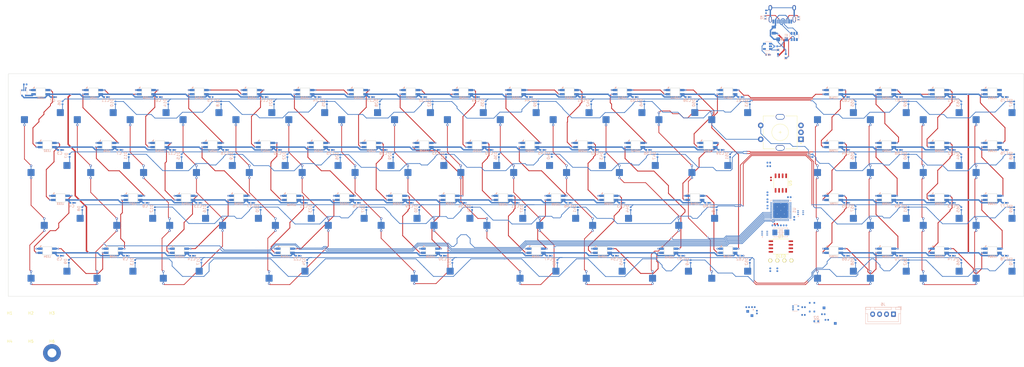
<source format=kicad_pcb>
(kicad_pcb (version 20211014) (generator pcbnew)
  (layers (0 "F.Cu" signal) (31 "B.Cu" signal) (34 "B.Paste" user) (35 "F.Paste" user) (36 "B.SilkS" user "B.Silkscreen") (37 "F.SilkS" user "F.Silkscreen") (38 "B.Mask" user) (39 "F.Mask" user) (44 "Edge.Cuts" user))
  (net 0 "")
  (net 1 "+3.3V")
  (net 2 "GND")
  (net 3 "/NRST")
  (net 4 "+5V")
  (net 5 "VCC")
  (net 6 "/VCAP_1")
  (net 7 "/F0")
  (net 8 "/F1")
  (net 9 "Net-(D1-Pad-)")
  (net 10 "Net-(D1-Pad+)")
  (net 11 "Net-(D2-Pad2)")
  (net 12 "ROW0")
  (net 13 "ROW1")
  (net 14 "ROW2")
  (net 15 "Net-(D5-Pad2)")
  (net 16 "ROW3")
  (net 17 "Net-(D6-Pad2)")
  (net 18 "ROW4")
  (net 19 "Net-(D7-Pad2)")
  (net 20 "ROW5")
  (net 21 "Net-(D8-Pad2)")
  (net 22 "ROW6")
  (net 23 "Net-(D9-Pad2)")
  (net 24 "ROW7")
  (net 25 "Net-(D10-Pad2)")
  (net 26 "Net-(D11-Pad2)")
  (net 27 "Net-(D12-Pad2)")
  (net 28 "Net-(D13-Pad2)")
  (net 29 "Net-(D14-Pad2)")
  (net 30 "Net-(D15-Pad2)")
  (net 31 "Net-(D16-Pad2)")
  (net 32 "Net-(D17-Pad2)")
  (net 33 "Net-(D18-Pad2)")
  (net 34 "Net-(D19-Pad2)")
  (net 35 "Net-(D20-Pad2)")
  (net 36 "Net-(D21-Pad2)")
  (net 37 "Net-(D22-Pad2)")
  (net 38 "Net-(D23-Pad2)")
  (net 39 "Net-(D24-Pad2)")
  (net 40 "Net-(D25-Pad2)")
  (net 41 "Net-(D26-Pad2)")
  (net 42 "Net-(D27-Pad2)")
  (net 43 "Net-(D28-Pad2)")
  (net 44 "Net-(D29-Pad2)")
  (net 45 "Net-(D30-Pad2)")
  (net 46 "Net-(D31-Pad2)")
  (net 47 "Net-(D32-Pad2)")
  (net 48 "Net-(D33-Pad2)")
  (net 49 "Net-(D34-Pad2)")
  (net 50 "Net-(D35-Pad2)")
  (net 51 "Net-(D36-Pad2)")
  (net 52 "Net-(D37-Pad2)")
  (net 53 "Net-(D38-Pad2)")
  (net 54 "Net-(D39-Pad2)")
  (net 55 "Net-(D40-Pad2)")
  (net 56 "Net-(D41-Pad2)")
  (net 57 "Net-(D42-Pad2)")
  (net 58 "Net-(D43-Pad2)")
  (net 59 "Net-(D44-Pad2)")
  (net 60 "Net-(D45-Pad2)")
  (net 61 "Net-(D46-Pad2)")
  (net 62 "Net-(D47-Pad2)")
  (net 63 "Net-(D48-Pad2)")
  (net 64 "Net-(D49-Pad2)")
  (net 65 "Net-(D50-Pad2)")
  (net 66 "ENCSW1")
  (net 67 "Net-(D52-Pad2)")
  (net 68 "Net-(D53-Pad2)")
  (net 69 "Net-(D55-Pad2)")
  (net 70 "Net-(D56-Pad2)")
  (net 71 "Net-(D57-Pad2)")
  (net 72 "Net-(D58-Pad2)")
  (net 73 "Net-(D59-Pad2)")
  (net 74 "Net-(D60-Pad2)")
  (net 75 "Net-(D61-Pad2)")
  (net 76 "Net-(D62-Pad2)")
  (net 77 "Net-(D63-Pad2)")
  (net 78 "Net-(D64-Pad2)")
  (net 79 "Net-(D65-Pad2)")
  (net 80 "Net-(D66-Pad2)")
  (net 81 "Net-(D67-Pad2)")
  (net 82 "VBUS")
  (net 83 "Net-(FB1-Pad1)")
  (net 85 "Net-(J1-PadA5)")
  (net 86 "/D-")
  (net 87 "/D+")
  (net 88 "Net-(J1-PadB5)")
  (net 90 "+3V3")
  (net 91 "SWDIO")
  (net 92 "SWCLK")
  (net 93 "/B2")
  (net 94 "/BOOT0")
  (net 95 "/DFU")
  (net 98 "/SwitchPin")
  (net 99 "Net-(LED1-Pad2)")
  (net 100 "/A10_5V")
  (net 101 "Net-(LED2-Pad2)")
  (net 102 "Net-(LED3-Pad2)")
  (net 103 "Net-(LED4-Pad2)")
  (net 104 "Net-(LED5-Pad2)")
  (net 105 "Net-(LED5-Pad4)")
  (net 106 "Net-(LED6-Pad4)")
  (net 107 "Net-(LED7-Pad4)")
  (net 108 "Net-(LED10-Pad4)")
  (net 109 "Net-(LED10-Pad2)")
  (net 110 "Net-(LED11-Pad2)")
  (net 111 "Net-(LED12-Pad2)")
  (net 112 "Net-(LED13-Pad2)")
  (net 113 "Net-(LED13-Pad4)")
  (net 114 "Net-(LED14-Pad4)")
  (net 115 "Net-(LED16-Pad2)")
  (net 116 "Net-(LED17-Pad2)")
  (net 117 "Net-(LED18-Pad2)")
  (net 118 "Net-(LED19-Pad2)")
  (net 119 "Net-(LED20-Pad2)")
  (net 120 "Net-(LED20-Pad4)")
  (net 121 "Net-(LED21-Pad4)")
  (net 122 "Net-(LED23-Pad2)")
  (net 123 "Net-(LED24-Pad2)")
  (net 124 "Net-(LED25-Pad2)")
  (net 125 "Net-(LED26-Pad2)")
  (net 126 "Net-(LED27-Pad2)")
  (net 127 "Net-(LED27-Pad4)")
  (net 128 "Net-(LED28-Pad4)")
  (net 129 "Net-(LED30-Pad2)")
  (net 130 "Net-(LED31-Pad2)")
  (net 131 "Net-(LED32-Pad2)")
  (net 132 "Net-(LED33-Pad2)")
  (net 133 "Net-(LED33-Pad4)")
  (net 134 "Net-(LED34-Pad4)")
  (net 135 "Net-(LED35-Pad4)")
  (net 136 "Net-(LED37-Pad2)")
  (net 137 "Net-(LED38-Pad2)")
  (net 138 "Net-(LED39-Pad2)")
  (net 139 "Net-(LED40-Pad2)")
  (net 140 "Net-(LED41-Pad2)")
  (net 141 "Net-(LED41-Pad4)")
  (net 142 "Net-(LED42-Pad4)")
  (net 143 "Net-(LED44-Pad2)")
  (net 144 "Net-(LED45-Pad2)")
  (net 145 "Net-(LED46-Pad2)")
  (net 146 "Net-(LED47-Pad2)")
  (net 147 "Net-(LED47-Pad4)")
  (net 148 "Net-(LED49-Pad2)")
  (net 149 "Net-(LED50-Pad2)")
  (net 150 "Net-(LED51-Pad2)")
  (net 151 "Net-(LED52-Pad2)")
  (net 152 "Net-(LED53-Pad2)")
  (net 153 "Net-(LED53-Pad4)")
  (net 154 "Net-(LED54-Pad4)")
  (net 155 "Net-(LED55-Pad4)")
  (net 156 "Net-(LED57-Pad2)")
  (net 157 "Net-(LED58-Pad2)")
  (net 158 "Net-(LED59-Pad2)")
  (net 159 "Net-(LED60-Pad2)")
  (net 161 "Net-(LED61-Pad4)")
  (net 162 "Net-(LED62-Pad4)")
  (net 163 "Net-(LED63-Pad4)")
  (net 164 "SDA")
  (net 165 "SCL")
  (net 166 "ENC_B")
  (net 167 "ENC_A")
  (net 168 "/A10")
  (net 169 "COL6")
  (net 170 "COL0")
  (net 171 "COL1")
  (net 172 "COL2")
  (net 173 "COL3")
  (net 174 "COL4")
  (net 175 "COL5")
  (net 176 "COL7")
  (net 177 "COL8")
  (net 178 "DP")
  (net 179 "DN")
  (net 181 "/A0_FRAM_CS")
  (net 182 "/B12_FLASH_CS")
  (net 184 "/B3_SCK")
  (net 185 "/B4_MISO")
  (net 186 "/B5_MOSI")
  (net 187 "Net-(C10-Pad1)")
  (net 188 "Net-(D4-Pad1)")
  (net 189 "Net-(D51-Pad2)")
  (net 190 "Net-(D68-Pad2)")
  (net 191 "Net-(D69-Pad2)")
  (net 192 "Net-(D70-Pad2)")
  (net 193 "Net-(Q2-Pad6)")
  (footprint "MX_Hotswap:MX-Hotswap-1.25U" (layer "F.Cu") (at 89.662 158.242)
    (fp_text reference "SW13")
    (fp_text value "L_CMD")
  )
  (footprint "MX_Hotswap:MX-Hotswap-1U" (layer "F.Cu") (at 192.024 101.092)
    (fp_text reference "SW31")
    (fp_text value "I")
  )
  (footprint "MX_Hotswap:MX-Hotswap-1.25U" (layer "F.Cu") (at 65.786 158.242)
    (fp_text reference "SW9")
    (fp_text value "L_ALT")
  )
  (footprint "MX_Hotswap:MX-Hotswap-1.75U" (layer "F.Cu") (at 46.76775 139.192)
    (fp_text reference "SW4")
    (fp_text value "L_SHIFT")
  )
  (footprint "MX_Hotswap:MX-Hotswap-2.75U" (layer "F.Cu") (at 180.086 158.242)
    (fp_text reference "SW27")
    (fp_text value "SPACE")
  )
  (footprint "MX_Hotswap:MX-Hotswap-1U" (layer "F.Cu") (at 344.424 139.192)
    (fp_text reference "SW56")
    (fp_text value "2")
  )
  (footprint "MX_Hotswap:MX-Hotswap-1U" (layer "F.Cu") (at 254 120.142)
    (fp_text reference "SW43")
    (fp_text value "APOSTROPHE")
  )
  (footprint "MX_Hotswap:MX-Hotswap-1U" (layer "F.Cu") (at 168.148 139.192)
    (fp_text reference "SW26")
    (fp_text value "N")
  )
  (footprint "MX_Hotswap:MX-Hotswap-1U" (layer "F.Cu") (at 96.774 101.092)
    (fp_text reference "SW14")
    (fp_text value "E")
  )
  (footprint "MX_Hotswap:MX-Hotswap-1U" (layer "F.Cu") (at 77.724 101.092)
    (fp_text reference "SW10")
    (fp_text value "W")
  )
  (footprint "MX_Hotswap:MX-Hotswap-1U" (layer "F.Cu") (at 149.098 139.192)
    (fp_text reference "SW23")
    (fp_text value "B")
  )
  (footprint "MountingHole:MountingHole_3.2mm_M3_Pad" (layer "F.Cu") (at 43.688 190.246)
    (fp_text reference "H6")
    (fp_text value "MH_P")
  )
  (footprint "MX_Hotswap:MX-Hotswap-1U" (layer "F.Cu") (at 363.474 139.192)
    (fp_text reference "SW60")
    (fp_text value "3")
  )
  (footprint "MX_Hotswap:MX-Hotswap-1U" (layer "F.Cu") (at 120.65 120.142)
    (fp_text reference "SW18")
    (fp_text value "F")
  )
  (footprint "MX_Hotswap:MX-Hotswap-1U" (layer "F.Cu") (at 91.948 139.192)
    (fp_text reference "SW12")
    (fp_text value "X")
  )
  (footprint "MX_Hotswap:MX-Hotswap-1.25U" (layer "F.Cu") (at 218.186 158.242)
    (fp_text reference "SW34")
    (fp_text value "R_CMD")
  )
  (footprint "MX_Hotswap:MX-Hotswap-1U" (layer "F.Cu") (at 363.474 101.092)
    (fp_text reference "SW58")
    (fp_text value "9")
  )
  (footprint "MX_Hotswap:MX-Hotswap-2.75U" (layer "F.Cu") (at 127.762 158.242)
    (fp_text reference "SW20")
    (fp_text value "FN_1")
  )
  (footprint "MountingHole:MountingHole_3.2mm_M3" (layer "F.Cu") (at 36.068 190.246)
    (fp_text reference "H5")
    (fp_text value "MH")
  )
  (footprint "MX_Hotswap:MX-Hotswap-1U" (layer "F.Cu") (at 187.198 139.192)
    (fp_text reference "SW30")
    (fp_text value "M")
  )
  (footprint "MX_Hotswap:MX-Hotswap-1U" (layer "F.Cu") (at 225.298 139.192)
    (fp_text reference "SW37")
    (fp_text value "PERIOD")
  )
  (footprint "MX_Hotswap:MX-Hotswap-1U" (layer "F.Cu") (at 215.9 120.142)
    (fp_text reference "SW36")
    (fp_text value "L")
  )
  (footprint "MX_Hotswap:MX-Hotswap-1.25U" (layer "F.Cu") (at 242.062 158.242)
    (fp_text reference "SW41")
    (fp_text value "R_ALT")
  )
  (footprint "MX_Hotswap:MX-Hotswap-1U" (layer "F.Cu") (at 172.974 101.092)
    (fp_text reference "SW28")
    (fp_text value "U")
  )
  (footprint "MX_Hotswap:MX-Hotswap-1.25U" (layer "F.Cu") (at 42.00525 120.142)
    (fp_text reference "SW3")
    (fp_text value "TAB")
  )
  (footprint "MX_Hotswap:MX-Hotswap-1U" (layer "F.Cu") (at 382.524 158.242)
    (fp_text reference "SW65")
    (fp_text value "PAD_LOCK")
  )
  (footprint "MX_Hotswap:MX-Hotswap-1U" (layer "F.Cu") (at 196.85 120.142)
    (fp_text reference "SW32")
    (fp_text value "K")
  )
  (footprint "MX_Hotswap:MX-Hotswap-1U" (layer "F.Cu") (at 139.7 120.142)
    (fp_text reference "SW22")
    (fp_text value "G")
  )
  (footprint "MX_Hotswap:MX-Hotswap-1U" (layer "F.Cu") (at 230.124 101.092)
    (fp_text reference "SW38")
    (fp_text value "P")
  )
  (footprint "MX_Hotswap:MX-Hotswap-1U" (layer "F.Cu") (at 158.75 120.142)
    (fp_text reference "SW25")
    (fp_text value "H")
  )
  (footprint "MX_Hotswap:MX-Hotswap-1U" (layer "F.Cu") (at 382.524 101.092)
    (fp_text reference "SW62")
    (fp_text value "MINUS")
  )
  (footprint "MX_Hotswap:MX-Hotswap-1U" (layer "F.Cu") (at 325.374 120.142)
    (fp_text reference "SW51")
    (fp_text value "4")
  )
  (footprint "MX_Hotswap:MX-Hotswap-1U" (layer "F.Cu") (at 134.874 101.092)
    (fp_text reference "SW21")
    (fp_text value "T")
  )
  (footprint "MX_Hotswap:MX-Hotswap-1U" (layer "F.Cu") (at 244.348 139.192)
    (fp_text reference "SW40")
    (fp_text value "SLASH")
  )
  (footprint "Bonsai_C4:SOP-8_3.9x4.9mm_P1.27mm" (layer "F.Cu") (at 306.324 129.032 -90)
    (fp_text reference "U5")
    (fp_text value "MB85RS64PNF-G-JNERE1")
  )
  (footprint "MX_Hotswap:MX-Hotswap-1U" (layer "F.Cu") (at 211.074 101.092)
    (fp_text reference "SW35")
    (fp_text value "O")
  )
  (footprint "MX_Hotswap:MX-Hotswap-1U" (layer "F.Cu") (at 249.174 101.092)
    (fp_text reference "SW42")
    (fp_text value "HYPHEN")
  )
  (footprint "Keebio-Parts:RotaryEncoder_EC11" (layer "F.Cu") (at 306.074 110.744 180)
    (fp_text reference "SW1")
    (fp_text value "RotaryEncoder_Switch")
  )
  (footprint "MX_Hotswap:MX-Hotswap-1U" (layer "F.Cu") (at 344.424 101.092)
    (fp_text reference "SW54")
    (fp_text value "8")
  )
  (footprint "MX_Hotswap:MX-Hotswap-1U" (layer "F.Cu") (at 344.424 120.142)
    (fp_text reference "SW55")
    (fp_text value "5")
  )
  (footprint "MountingHole:MountingHole_3.2mm_M3" (layer "F.Cu") (at 43.688 180.086)
    (fp_text reference "H3")
    (fp_text value "MH")
  )
  (footprint "MX_Hotswap:MX-Hotswap-1U" (layer "F.Cu") (at 234.95 120.142)
    (fp_text reference "SW39")
    (fp_text value "SEMI_COLON")
  )
  (footprint "kbd:OLED_v2" (layer "F.Cu") (at 306.324 156.922)
    (fp_text reference "OL1")
    (fp_text value "OLED" hide)
  )
  (footprint "MX_Hotswap:MX-Hotswap-2.25U" (layer "F.Cu") (at 275.36775 139.192)
    (fp_text reference "SW44")
    (fp_text value "R_SHIFT")
  )
  (footprint "MX_Hotswap:MX-Hotswap-1U" (layer "F.Cu") (at 268.224 101.092)
    (fp_text reference "SW46")
    (fp_text value "EQUALS")
  )
  (footprint "MX_Hotswap:MX-Hotswap-1U" (layer "F.Cu") (at 382.524 120.142)
    (fp_text reference "SW63")
    (fp_text value "PLUS")
  )
  (footprint "MX_Hotswap:MX-Hotswap-1U" (layer "F.Cu") (at 115.824 101.092)
    (fp_text reference "SW17")
    (fp_text value "R")
  )
  (footprint "MX_Hotswap:MX-Hotswap-1U" (layer "F.Cu") (at 206.248 139.192)
    (fp_text reference "SW33")
    (fp_text value "COMMA")
  )
  (footprint "MX_Hotswap:MX-Hotswap-1U" (layer "F.Cu") (at 39.624 101.092)
    (fp_text reference "SW2")
    (fp_text value "ESC")
  )
  (footprint "MX_Hotswap:MX-Hotswap-1U" (layer "F.Cu") (at 287.274 158.242)
    (fp_text reference "SW48")
    (fp_text value "FN_2")
  )
  (footprint "MX_Hotswap:MX-Hotswap-1.25U" (layer "F.Cu") (at 265.938 158.242)
    (fp_text reference "SW45")
    (fp_text value "R_CTRL")
  )
  (footprint "MX_Hotswap:MX-Hotswap-1U" (layer "F.Cu") (at 63.5 120.142)
    (fp_text reference "SW7")
    (fp_text value "A")
  )
  (footprint "MX_Hotswap:MX-Hotswap-1U" (layer "F.Cu") (at 82.55 120.142)
    (fp_text reference "SW11")
    (fp_text value "S")
  )
  (footprint "MountingHole:MountingHole_3.2mm_M3" (layer "F.Cu") (at 28.448 180.086)
    (fp_text reference "H1")
    (fp_text value "MH")
  )
  (footprint "MX_Hotswap:MX-Hotswap-1U" (layer "F.Cu") (at 110.998 139.192)
    (fp_text reference "SW16")
    (fp_text value "C")
  )
  (footprint "MX_Hotswap:MX-Hotswap-1U" (layer "F.Cu") (at 153.924 101.098)
    (fp_text reference "SW24")
    (fp_text value "Y")
  )
  (footprint "MX_Hotswap:MX-Hotswap-1U" (layer "F.Cu") (at 344.424 158.242)
    (fp_text reference "SW57")
    (fp_text value "00")
  )
  (footprint "MountingHole:MountingHole_3.2mm_M3" (layer "F.Cu") (at 28.448 190.246)
    (fp_text reference "H4")
    (fp_text value "MH")
  )
  (footprint "MX_Hotswap:MX-Hotswap-1.25U" (layer "F.Cu") (at 42.00525 158.242)
    (fp_text reference "SW5")
    (fp_text value "L_CTRL")
  )
  (footprint "MX_Hotswap:MX-Hotswap-1U" (layer "F.Cu") (at 72.898 139.192)
    (fp_text reference "SW8")
    (fp_text value "Z")
  )
  (footprint "MX_Hotswap:MX-Hotswap-1U" (layer "F.Cu") (at 287.274 101.092)
    (fp_text reference "SW49")
    (fp_text value "BCK_SPC")
  )
  (footprint "MX_Hotswap:MX-Hotswap-1U" (layer "F.Cu") (at 325.374 139.192)
    (fp_text reference "SW52")
    (fp_text value "1")
  )
  (footprint "MountingHole:MountingHole_3.2mm_M3" (layer "F.Cu") (at 36.068 180.086)
    (fp_text reference "H2")
    (fp_text value "MH")
  )
  (footprint "MX_Hotswap:MX-Hotswap-1U" (layer "F.Cu") (at 58.674 101.092)
    (fp_text reference "SW6")
    (fp_text value "Q")
  )
  (footprint "MX_Hotswap:MX-Hotswap-1U" (layer "F.Cu") (at 325.374 101.092)
    (fp_text reference "SW50")
    (fp_text value "7")
  )
  (footprint "Bonsai_C4:SOIC-8_5.23x5.23mm_P1.27mm" (layer "F.Cu") (at 306.324 151.892)
    (fp_text reference "U7")
    (fp_text value "W25Q128JVSIQ")
  )
  (footprint "Bonsai_C4:C_0402_1005Metric" (layer "F.Cu") (at 302.768 127.508 -90)
    (fp_text reference "C50" hide)
    (fp_text value "cap_100nF_16v_0402" hide)
  )
  (footprint "Bonsai_C4:C_0402_1005Metric" (layer "F.Cu") (at 304.546 143.764)
    (fp_text reference "C49" hide)
    (fp_text value "cap_100nF_16v_0402" hide)
  )
  (footprint "MX_Hotswap:MX-Hotswap-1U" (layer "F.Cu") (at 382.524 139.192)
    (fp_text reference "SW64")
    (fp_text value "ENTER")
  )
  (footprint "MX_Hotswap:MX-Hotswap-1U" (layer "F.Cu") (at 363.474 120.142)
    (fp_text reference "SW59")
    (fp_text value "6")
  )
  (footprint "MX_Hotswap:MX-Hotswap-1.75U" (layer "F.Cu") (at 280.13025 120.142)
    (fp_text reference "SW47")
    (fp_text value "RETURN")
  )
  (footprint "MX_Hotswap:MX-Hotswap-1U" (layer "F.Cu") (at 177.8 120.142)
    (fp_text reference "SW29")
    (fp_text value "J")
  )
  (footprint "MX_Hotswap:MX-Hotswap-1U" (layer "F.Cu") (at 325.374 158.242)
    (fp_text reference "SW53")
    (fp_text value "0")
  )
  (footprint "MX_Hotswap:MX-Hotswap-1U" (layer "F.Cu") (at 363.474 158.242)
    (fp_text reference "SW61")
    (fp_text value "NUM_PER")
  )
  (footprint "MX_Hotswap:MX-Hotswap-1U" (layer "F.Cu") (at 101.6 120.142)
    (fp_text reference "SW15")
    (fp_text value "D")
  )
  (footprint "MX_Hotswap:MX-Hotswap-1U" (layer "F.Cu") (at 130.048 139.192)
    (fp_text reference "SW19")
    (fp_text value "V")
  )
  (footprint "Bonsai_C4:SOT-23-6" (layer "B.Cu") (at 311.15 76.2 -90)
    (fp_text reference "U2")
    (fp_text value "SRV05-4")
  )
  (footprint "Bonsai_C4:SW4-SMD-2.7X3.0X1.4MM" (layer "B.Cu") (at 317.556 173.74 -90)
    (fp_text reference "K1" hide)
    (fp_text value "SMD-SWITCH-TACTILE-SPST-NO_4P-2.7MMx3.0MM_" hide)
  )
  (footprint "Keebio-Parts:SK6812-MINI-E" (layer "B.Cu") (at 382.524 115.316 180)
    (fp_text reference "LED62")
    (fp_text value "SK6812" hide)
    (fp_line (start 1.7 -1.5) (end -1.7 -1.5) (layer "Edge.Cuts") (width 0.12))
    (fp_line (start -1.7 1.5) (end 1.7 1.5) (layer "Edge.Cuts") (width 0.12))
    (fp_line (start -1.7 -1.5) (end -1.7 1.5) (layer "Edge.Cuts") (width 0.12))
    (fp_line (start 1.7 1.5) (end 1.7 -1.5) (layer "Edge.Cuts") (width 0.12))
  )
  (footprint "Capacitor_SMD:C_0402_1005Metric" (layer "B.Cu") (at 367.82 136.144)
    (fp_text reference "C73")
    (fp_text value "0.1uF")
  )
  (footprint "Diode_SMD:D_0402_1005Metric" (layer "B.Cu") (at 317.75 119.149 -90)
    (fp_text reference "D54")
    (fp_text value "D")
  )
  (footprint "Keebio-Parts:SK6812-MINI-E" (layer "B.Cu") (at 230.124 96.266 180)
    (fp_text reference "LED37")
    (fp_text value "SK6812" hide)
    (fp_line (start 1.7 -1.5) (end -1.7 -1.5) (layer "Edge.Cuts") (width 0.12))
    (fp_line (start -1.7 1.5) (end 1.7 1.5) (layer "Edge.Cuts") (width 0.12))
    (fp_line (start 1.7 1.5) (end 1.7 -1.5) (layer "Edge.Cuts") (width 0.12))
    (fp_line (start -1.7 -1.5) (end -1.7 1.5) (layer "Edge.Cuts") (width 0.12))
  )
  (footprint "Diode_SMD:D_0402_1005Metric" (layer "B.Cu") (at 99.822 138.214 -90)
    (fp_text reference "D16")
    (fp_text value "D")
  )
  (footprint "Keebio-Parts:SK6812-MINI-E" (layer "B.Cu") (at 344.424 153.416 180)
    (fp_text reference "LED56")
    (fp_text value "SK6812" hide)
    (fp_line (start -1.7 1.5) (end 1.7 1.5) (layer "Edge.Cuts") (width 0.12))
    (fp_line (start 1.7 -1.5) (end -1.7 -1.5) (layer "Edge.Cuts") (width 0.12))
    (fp_line (start -1.7 -1.5) (end -1.7 1.5) (layer "Edge.Cuts") (width 0.12))
    (fp_line (start 1.7 1.5) (end 1.7 -1.5) (layer "Edge.Cuts") (width 0.12))
  )
  (footprint "Bonsai_C4:R_0402_1005Metric" (layer "B.Cu") (at 302.514 160.251 90)
    (fp_text reference "R7" hide)
    (fp_text value "4.7k" hide)
  )
  (footprint "Diode_SMD:D_0402_1005Metric" (layer "B.Cu") (at 252.222 138.199 -90)
    (fp_text reference "D44")
    (fp_text value "D")
  )
  (footprint "Keebio-Parts:SK6812-MINI-E" (layer "B.Cu") (at 63.5 115.316 180)
    (fp_text reference "LED6")
    (fp_text value "SK6812" hide)
    (fp_line (start -1.7 -1.5) (end -1.7 1.5) (layer "Edge.Cuts") (width 0.12))
    (fp_line (start 1.7 -1.5) (end -1.7 -1.5) (layer "Edge.Cuts") (width 0.12))
    (fp_line (start -1.7 1.5) (end 1.7 1.5) (layer "Edge.Cuts") (width 0.12))
    (fp_line (start 1.7 1.5) (end 1.7 -1.5) (layer "Edge.Cuts") (width 0.12))
  )
  (footprint "Diode_SMD:D_0402_1005Metric" (layer "B.Cu") (at 49.784 157.226 -90)
    (fp_text reference "D9")
    (fp_text value "D")
  )
  (footprint "Capacitor_SMD:C_0402_1005Metric" (layer "B.Cu") (at 105.946 117.094)
    (fp_text reference "C16")
    (fp_text value "0.1uF")
  )
  (footprint "Diode_SMD:D_0402_1005Metric" (layer "B.Cu") (at 218.948 100.076 -90)
    (fp_text reference "D39")
    (fp_text value "D")
  )
  (footprint "Keebio-Parts:SK6812-MINI-E" (layer "B.Cu") (at 154.178 96.266 180)
    (fp_text reference "LED23")
    (fp_text value "SK6812" hide)
    (fp_line (start 1.7 1.5) (end 1.7 -1.5) (layer "Edge.Cuts") (width 0.12))
    (fp_line (start -1.7 1.5) (end 1.7 1.5) (layer "Edge.Cuts") (width 0.12))
    (fp_line (start 1.7 -1.5) (end -1.7 -1.5) (layer "Edge.Cuts") (width 0.12))
    (fp_line (start -1.7 -1.5) (end -1.7 1.5) (layer "Edge.Cuts") (width 0.12))
  )
  (footprint "Keebio-Parts:SK6812-MINI-E" (layer "B.Cu") (at 196.85 115.316 180)
    (fp_text reference "LED31")
    (fp_text value "SK6812" hide)
    (fp_line (start 1.7 1.5) (end 1.7 -1.5) (layer "Edge.Cuts") (width 0.12))
    (fp_line (start -1.7 -1.5) (end -1.7 1.5) (layer "Edge.Cuts") (width 0.12))
    (fp_line (start -1.7 1.5) (end 1.7 1.5) (layer "Edge.Cuts") (width 0.12))
    (fp_line (start 1.7 -1.5) (end -1.7 -1.5) (layer "Edge.Cuts") (width 0.12))
  )
  (footprint "Bonsai_C4:R_0402_1005Metric" (layer "B.Cu") (at 297.688 175.514 90)
    (fp_text reference "R1" hide)
    (fp_text value "r_470_0402_1p" hide)
  )
  (footprint "Diode_SMD:D_0402_1005Metric" (layer "B.Cu") (at 97.536 157.157 -90)
    (fp_text reference "D17")
    (fp_text value "D")
  )
  (footprint "Diode_SMD:D_0402_1005Metric" (layer "B.Cu") (at 47.498 100.099 -90)
    (fp_text reference "D6")
    (fp_text value "D")
  )
  (footprint "Keebio-Parts:SK6812-MINI-E" (layer "B.Cu") (at 344.424 115.316 180)
    (fp_text reference "LED54")
    (fp_text value "SK6812" hide)
    (fp_line (start 1.7 1.5) (end 1.7 -1.5) (layer "Edge.Cuts") (width 0.12))
    (fp_line (start 1.7 -1.5) (end -1.7 -1.5) (layer "Edge.Cuts") (width 0.12))
    (fp_line (start -1.7 -1.5) (end -1.7 1.5) (layer "Edge.Cuts") (width 0.12))
    (fp_line (start -1.7 1.5) (end 1.7 1.5) (layer "Edge.Cuts") (width 0.12))
  )
  (footprint "Capacitor_SMD:C_0402_1005Metric" (layer "B.Cu") (at 46.35125 155.194)
    (fp_text reference "C5")
    (fp_text value "0.1uF")
  )
  (footprint "Keebio-Parts:SK6812-MINI-E" (layer "B.Cu") (at 77.724 96.266 180)
    (fp_text reference "LED9")
    (fp_text value "SK6812" hide)
    (fp_line (start -1.7 1.5) (end 1.7 1.5) (layer "Edge.Cuts") (width 0.12))
    (fp_line (start 1.7 1.5) (end 1.7 -1.5) (layer "Edge.Cuts") (width 0.12))
    (fp_line (start -1.7 -1.5) (end -1.7 1.5) (layer "Edge.Cuts") (width 0.12))
    (fp_line (start 1.7 -1.5) (end -1.7 -1.5) (layer "Edge.Cuts") (width 0.12))
  )
  (footprint "Capacitor_SMD:C_0402_1005Metric" (layer "B.Cu") (at 253.52 98.032)
    (fp_text reference "C55")
    (fp_text value "0.1uF")
  )
  (footprint "Bonsai_C4:SOT-363_SC-70-6_SC-88" (layer "B.Cu") (at 313.436 139.7 180)
    (fp_text reference "Q2" hide)
    (fp_text value "MUN5311DW1T1G")
  )
  (footprint "Keebio-Parts:SK6812-MINI-E" (layer "B.Cu") (at 139.7 115.316 180)
    (fp_text reference "LED21")
    (fp_text value "SK6812" hide)
    (fp_line (start -1.7 1.5) (end 1.7 1.5) (layer "Edge.Cuts") (width 0.12))
    (fp_line (start 1.7 1.5) (end 1.7 -1.5) (layer "Edge.Cuts") (width 0.12))
    (fp_line (start -1.7 -1.5) (end -1.7 1.5) (layer "Edge.Cuts") (width 0.12))
    (fp_line (start 1.7 -1.5) (end -1.7 -1.5) (layer "Edge.Cuts") (width 0.12))
  )
  (footprint "Connector_JST:JST_XH_B4B-XH-A_1x04_P2.50mm_Vertical" (layer "B.Cu") (at 346.904 176.259 180)
    (fp_text reference "J6")
    (fp_text value "Conn_01x04")
  )
  (footprint "Keebio-Parts:SK6812-MINI-E" (layer "B.Cu") (at 187.198 134.366 180)
    (fp_text reference "LED29")
    (fp_text value "SK6812" hide)
    (fp_line (start -1.7 -1.5) (end -1.7 1.5) (layer "Edge.Cuts") (width 0.12))
    (fp_line (start 1.7 -1.5) (end -1.7 -1.5) (layer "Edge.Cuts") (width 0.12))
    (fp_line (start -1.7 1.5) (end 1.7 1.5) (layer "Edge.Cuts") (width 0.12))
    (fp_line (start 1.7 1.5) (end 1.7 -1.5) (layer "Edge.Cuts") (width 0.12))
  )
  (footprint "Diode_SMD:D_0402_1005Metric" (layer "B.Cu") (at 352.298 119.149 -90)
    (fp_text reference "D60")
    (fp_text value "D")
  )
  (footprint "Capacitor_SMD:C_0402_1005Metric" (layer "B.Cu") (at 184.432 155.194)
    (fp_text reference "C30")
    (fp_text value "0.1uF")
  )
  (footprint "Keebio-Parts:SK6812-MINI-E" (layer "B.Cu") (at 82.55 115.316 180)
    (fp_text reference "LED10")
    (fp_text value "SK6812" hide)
    (fp_line (start -1.7 1.5) (end 1.7 1.5) (layer "Edge.Cuts") (width 0.12))
    (fp_line (start -1.7 -1.5) (end -1.7 1.5) (layer "Edge.Cuts") (width 0.12))
    (fp_line (start 1.7 1.5) (end 1.7 -1.5) (layer "Edge.Cuts") (width 0.12))
    (fp_line (start 1.7 -1.5) (end -1.7 -1.5) (layer "Edge.Cuts") (width 0.12))
  )
  (footprint "Keebio-Parts:R_0402" (layer "B.Cu") (at 300.736 69.342 -90)
    (fp_text reference "R2")
    (fp_text value "5.1k")
  )
  (footprint "Keebio-Parts:SK6812-MINI-E" (layer "B.Cu") (at 134.874 96.266 180)
    (fp_text reference "LED20")
    (fp_text value "SK6812" hide)
    (fp_line (start -1.7 1.5) (end 1.7 1.5) (layer "Edge.Cuts") (width 0.12))
    (fp_line (start 1.7 -1.5) (end -1.7 -1.5) (layer "Edge.Cuts") (width 0.12))
    (fp_line (start 1.7 1.5) (end 1.7 -1.5) (layer "Edge.Cuts") (width 0.12))
    (fp_line (start -1.7 -1.5) (end -1.7 1.5) (layer "Edge.Cuts") (width 0.12))
  )
  (footprint "Capacitor_SMD:C_0402_1005Metric" (layer "B.Cu") (at 210.594 136.144)
    (fp_text reference "C41")
    (fp_text value "0.1uF")
  )
  (footprint "Keebio-Parts:SK6812-MINI-E" (layer "B.Cu") (at 96.774 96.266 180)
    (fp_text reference "LED13")
    (fp_text value "SK6812" hide)
    (fp_line (start -1.7 -1.5) (end -1.7 1.5) (layer "Edge.Cuts") (width 0.12))
    (fp_line (start -1.7 1.5) (end 1.7 1.5) (layer "Edge.Cuts") (width 0.12))
    (fp_line (start 1.7 -1.5) (end -1.7 -1.5) (layer "Edge.Cuts") (width 0.12))
    (fp_line (start 1.7 1.5) (end 1.7 -1.5) (layer "Edge.Cuts") (width 0.12))
  )
  (footprint "Capacitor_SMD:C_0402_1005Metric" (layer "B.Cu") (at 367.82 98.032)
    (fp_text reference "C71")
    (fp_text value "0.1uF")
  )
  (footprint "Diode_SMD:D_0402_1005Metric" (layer "B.Cu") (at 352.298 138.176 -90)
    (fp_text reference "D61")
    (fp_text value "D")
  )
  (footprint "Keebio-Parts:SK6812-MINI-E" (layer "B.Cu") (at 206.248 134.366 180)
    (fp_text reference "LED32")
    (fp_text value "SK6812" hide)
    (fp_line (start -1.7 -1.5) (end -1.7 1.5) (layer "Edge.Cuts") (width 0.12))
    (fp_line (start 1.7 1.5) (end 1.7 -1.5) (layer "Edge.Cuts") (width 0.12))
    (fp_line (start -1.7 1.5) (end 1.7 1.5) (layer "Edge.Cuts") (width 0.12))
    (fp_line (start 1.7 -1.5) (end -1.7 -1.5) (layer "Edge.Cuts") (width 0.12))
  )
  (footprint "Bonsai_C4:C_0402_1005Metric" (layer "B.Cu") (at 301.498 132.856 -90)
    (fp_text reference "C43" hide)
    (fp_text value "cap_4.7uF_10v_0402" hide)
  )
  (footprint "Bonsai_C4:R_0402_1005Metric" (layer "B.Cu") (at 305.054 160.251 90)
    (fp_text reference "R8" hide)
    (fp_text value "4.7k" hide)
  )
  (footprint "Diode_SMD:D_0402_1005Metric" (layer "B.Cu") (at 176.022 138.199 -90)
    (fp_text reference "D30")
    (fp_text value "D")
  )
  (footprint "Capacitor_SMD:C_0402_1005Metric" (layer "B.Cu") (at 77.244 136.144)
    (fp_text reference "C8")
    (fp_text value "0.1uF")
  )
  (footprint "Diode_SMD:D_0402_1005Metric" (layer "B.Cu") (at 147.574 119.273 -90)
    (fp_text reference "D26")
    (fp_text value "D")
  )
  (footprint "Diode_SMD:D_0402_1005Metric" (layer "B.Cu") (at 276.102 100.076 -90)
    (fp_text reference "D50")
    (fp_text value "D")
  )
  (footprint "Capacitor_SMD:C_0402_1005Metric" (layer "B.Cu") (at 386.87 98.032)
    (fp_text reference "C75")
    (fp_text value "0.1uF")
  )
  (footprint "Keebio-Parts:SK6812-MINI-E" (layer "B.Cu") (at 287.274 96.266 180)
    (fp_text reference "LED47")
    (fp_text value "SK6812" hide)
    (fp_line (start -1.7 -1.5) (end -1.7 1.5) (layer "Edge.Cuts") (width 0.12))
    (fp_line (start 1.7 1.5) (end 1.7 -1.5) (layer "Edge.Cuts") (width 0.12))
    (fp_line (start -1.7 1.5) (end 1.7 1.5) (layer "Edge.Cuts") (width 0.12))
    (fp_line (start 1.7 -1.5) (end -1.7 -1.5) (layer "Edge.Cuts") (width 0.12))
  )
  (footprint "Diode_SMD:D_0402_1005Metric" (layer "B.Cu") (at 371.348 119.149 -90)
    (fp_text reference "D64")
    (fp_text value "D")
  )
  (footprint "Diode_SMD:D_0402_1005Metric" (layer "B.Cu") (at 233.172 138.199 -90)
    (fp_text reference "D41")
    (fp_text value "D")
  )
  (footprint "Keebio-Parts:SK6812-MINI-E" (layer "B.Cu") (at 72.898 134.366 180)
    (fp_text reference "LED7")
    (fp_text value "SK6812" hide)
    (fp_line (start 1.7 -1.5) (end -1.7 -1.5) (layer "Edge.Cuts") (width 0.12))
    (fp_line (start 1.7 1.5) (end 1.7 -1.5) (layer "Edge.Cuts") (width 0.12))
    (fp_line (start -1.7 -1.5) (end -1.7 1.5) (layer "Edge.Cuts") (width 0.12))
    (fp_line (start -1.7 1.5) (end 1.7 1.5) (layer "Edge.Cuts") (width 0.12))
  )
  (footprint "Diode_SMD:D_0402_1005Metric" (layer "B.Cu") (at 333.248 137.922 -90)
    (fp_text reference "D57")
    (fp_text value "D")
  )
  (footprint "Bonsai_C4:C_0402_1005Metric" (layer "B.Cu") (at 311.15 141.732 90)
    (fp_text reference "C42" hide)
    (fp_text value "cap_100nF_16v_0402" hide)
  )
  (footprint "Diode_SMD:D_0402_1005Metric" (layer "B.Cu") (at 187.96 157.249 -90)
    (fp_text reference "D31")
    (fp_text value "D")
  )
  (footprint "Capacitor_SMD:C_0402_1005Metric" (layer "B.Cu") (at 50.828 136.144)
    (fp_text reference "C4")
    (fp_text value "0.1uF")
  )
  (footprint "Capacitor_SMD:C_0402_1005Metric" (layer "B.Cu") (at 120.17 98.032)
    (fp_text reference "C19")
    (fp_text value "0.1uF")
  )
  (footprint "Bonsai_C4:PAD_SQUARE_1MM" (layer "B.Cu") (at 294.386 175.26 180)
    (fp_text reference "J5" hide)
    (fp_text value "PAD_SQUARE_1MM" hide)
  )
  (footprint "Capacitor_SMD:C_0402_1005Metric" (layer "B.Cu") (at 82.042 98.044)
    (fp_text reference "C6")
    (fp_text value "0.1uF")
  )
  (footprint "Diode_SMD:D_0402_1005Metric" (layer "B.Cu") (at 214.122 138.176 -90)
    (fp_text reference "D37")
    (fp_text value "D")
  )
  (footprint "Diode_SMD:D_0402_1005Metric" (layer "B.Cu") (at 128.524 119.149 -90)
    (fp_text reference "D22")
    (fp_text value "D")
  )
  (footprint "Keebio-Parts:SK6812-MINI-E" (layer "B.Cu") (at 234.95 115.316 180)
    (fp_text reference "LED38")
    (fp_text value "SK6812" hide)
    (fp_line (start 1.7 -1.5) (end -1.7 -1.5) (layer "Edge.Cuts") (width 0.12))
    (fp_line (start -1.7 1.5) (end 1.7 1.5) (layer "Edge.Cuts") (width 0.12))
    (fp_line (start 1.7 1.5) (end 1.7 -1.5) (layer "Edge.Cuts") (width 0.12))
    (fp_line (start -1.7 -1.5) (end -1.7 1.5) (layer "Edge.Cuts") (width 0.12))
  )
  (footprint "Keebio-Parts:SK6812-MINI-E" (layer "B.Cu") (at 42.00525 115.316 180)
    (fp_text reference "LED2")
    (fp_text value "SK6812" hide)
    (fp_line (start -1.7 1.5) (end 1.7 1.5) (layer "Edge.Cuts") (width 0.12))
    (fp_line (start 1.7 1.5) (end 1.7 -1.5) (layer "Edge.Cuts") (width 0.12))
    (fp_line (start -1.7 -1.5) (end -1.7 1.5) (layer "Edge.Cuts") (width 0.12))
    (fp_line (start 1.7 -1.5) (end -1.7 -1.5) (layer "Edge.Cuts") (width 0.12))
  )
  (footprint "Diode_SMD:D_0402_1005Metric" (layer "B.Cu") (at 352.298 100.076 -90)
    (fp_text reference "D59")
    (fp_text value "D")
  )
  (footprint "Diode_SMD:D_0402_1005Metric" (layer "B.Cu") (at 371.348 157.249 -90)
    (fp_text reference "D66")
    (fp_text value "D")
  )
  (footprint "Capacitor_SMD:C_0402_1005Metric" (layer "B.Cu") (at 386.87 117.094)
    (fp_text reference "C76")
    (fp_text value "0.1uF")
  )
  (footprint "Keebio-Parts:SK6812-MINI-E" (layer "B.Cu") (at 130.048 134.366 180)
    (fp_text reference "LED18")
    (fp_text value "SK6812" hide)
    (fp_line (start -1.7 -1.5) (end -1.7 1.5) (layer "Edge.Cuts") (width 0.12))
    (fp_line (start 1.7 -1.5) (end -1.7 -1.5) (layer "Edge.Cuts") (width 0.12))
    (fp_line (start -1.7 1.5) (end 1.7 1.5) (layer "Edge.Cuts") (width 0.12))
    (fp_line (start 1.7 1.5) (end 1.7 -1.5) (layer "Edge.Cuts") (width 0.12))
  )
  (footprint "Bonsai_C4:R_0402_1005Metric" (layer "B.Cu") (at 34.059 93.472 180)
    (fp_text reference "R11" hide)
    (fp_text value "r_100k_0402_1p" hide)
  )
  (footprint "Capacitor_SMD:C_0402_1005Metric" (layer "B.Cu") (at 215.42 98.032)
    (fp_text reference "C44")
    (fp_text value "0.1uF")
  )
  (footprint "Diode_SMD:D_0402_1005Metric" (layer "B.Cu") (at 50.046 119.08 -90)
    (fp_text reference "D7")
    (fp_text value "D")
  )
  (footprint "Capacitor_SMD:C_0402_1005Metric" (layer "B.Cu") (at 177.32 98.032)
    (fp_text reference "C32")
    (fp_text value "0.1uF")
  )
  (footprint "Capacitor_SMD:C_0402_1005Metric" (layer "B.Cu") (at 258.346 117.094)
    (fp_text reference "C56")
    (fp_text value "0.1uF")
  )
  (footprint "Diode_SMD:D_0402_1005Metric" (layer "B.Cu") (at 142.748 100.076 -90)
    (fp_text reference "D25")
    (fp_text value "D")
  )
  (footprint "Keebio-Parts:SK6812-MINI-E" (layer "B.Cu") (at 382.524 153.416 180)
    (fp_text reference "LED64")
    (fp_text value "SK6812" hide)
    (fp_line (start -1.7 1.5) (end 1.7 1.5) (layer "Edge.Cuts") (width 0.12))
    (fp_line (start -1.7 -1.5) (end -1.7 1.5) (layer "Edge.Cuts") (width 0.12))
    (fp_line (start 1.7 1.5) (end 1.7 -1.5) (layer "Edge.Cuts") (width 0.12))
    (fp_line (start 1.7 -1.5) (end -1.7 -1.5) (layer "Edge.Cuts") (width 0.12))
  )
  (footprint "Keebio-Parts:SK6812-MINI-E" (layer "B.Cu") (at 287.274 153.416 180)
    (fp_text reference "LED48")
    (fp_text value "SK6812" hide)
    (fp_line (start 1.7 1.5) (end 1.7 -1.5) (layer "Edge.Cuts") (width 0.12))
    (fp_line (start -1.7 -1.5) (end -1.7 1.5) (layer "Edge.Cuts") (width 0.12))
    (fp_line (start 1.7 -1.5) (end -1.7 -1.5) (layer "Edge.Cuts") (width 0.12))
    (fp_line (start -1.7 1.5) (end 1.7 1.5) (layer "Edge.Cuts") (width 0.12))
  )
  (footprint "Bonsai_C4:R_0402_1005Metric" (layer "B.Cu") (at 301.983 121.666 180)
    (fp_text reference "R10" hide)
    (fp_text value "4.7k" hide)
  )
  (footprint "Keebio-Parts:SK6812-MINI-E" (layer "B.Cu") (at 115.824 96.266 180)
    (fp_text reference "LED16")
    (fp_text value "SK6812" hide)
    (fp_line (start 1.7 -1.5) (end -1.7 -1.5) (layer "Edge.Cuts") (width 0.12))
    (fp_line (start -1.7 -1.5) (end -1.7 1.5) (layer "Edge.Cuts") (width 0.12))
    (fp_line (start -1.7 1.5) (end 1.7 1.5) (layer "Edge.Cuts") (width 0.12))
    (fp_line (start 1.7 1.5) (end 1.7 -1.5) (layer "Edge.Cuts") (width 0.12))
  )
  (footprint "Bonsai_C4:TYPE-C-31-M-12" (layer "B.Cu") (at 308.592 67.2775 180)
    (fp_text reference "J1" hide)
    (fp_text value "TYPE-C-31-M12_13")
  )
  (footprint "Capacitor_SMD:C_0402_1005Metric" (layer "B.Cu") (at 158.524 98.032)
    (fp_text reference "C27")
    (fp_text value "0.1uF")
  )
  (footprint "Keebio-Parts:SK6812-MINI-E" (layer "B.Cu") (at 242.062 153.416 180)
    (fp_text reference "LED40")
    (fp_text value "SK6812" hide)
    (fp_line (start 1.7 1.5) (end 1.7 -1.5) (layer "Edge.Cuts") (width 0.12))
    (fp_line (start 1.7 -1.5) (end -1.7 -1.5) (layer "Edge.Cuts") (width 0.12))
    (fp_line (start -1.7 1.5) (end 1.7 1.5) (layer "Edge.Cuts") (width 0.12))
    (fp_line (start -1.7 -1.5) (end -1.7 1.5) (layer "Edge.Cuts") (width 0.12))
  )
  (footprint "Bonsai_C4:C_0402_1005Metric" (layer "B.Cu") (at 314.475 176.53 180)
    (fp_text reference "C10" hide)
    (fp_text value "cap_10uF_10v_0402" hide)
  )
  (footprint "Diode_SMD:D_0402_1005Metric" (layer "B.Cu") (at 90.393 119.126 -90)
    (fp_text reference "D15")
    (fp_text value "D")
  )
  (footprint "Diode_SMD:D_0402_1005Metric" (layer "B.Cu") (at 390.398 157.249 -90)
    (fp_text reference "D70")
    (fp_text value "D")
  )
  (footprint "Capacitor_SMD:C_0402_1005Metric" (layer "B.Cu") (at 139.22 98.032)
    (fp_text reference "C24")
    (fp_text value "0.1uF")
  )
  (footprint "Diode_SMD:D_0402_1005Metric" (layer "B.Cu") (at 199.959 100.076 -90)
    (fp_text reference "D35")
    (fp_text value "D")
  )
  (footprint "Diode_SMD:D_0402_1005Metric" (layer "B.Cu") (at 237.998 100.076 -90)
    (fp_text reference "D42")
    (fp_text value "D")
  )
  (footprint "Bonsai_C4:C_0402_1005Metric" (layer "B.Cu") (at 307.825 144.272)
    (fp_text reference "C37" hide)
    (fp_text value "cap_20pF_50v_0402" hide)
  )
  (footprint "Keebio-Parts:SK6812-MINI-E" (layer "B.Cu") (at 101.6 115.316 180)
    (fp_text reference "LED14")
    (fp_text value "SK6812" hide)
    (fp_line (start 1.7 1.5) (end 1.7 -1.5) (layer "Edge.Cuts") (width 0.12))
    (fp_line (start 1.7 -1.5) (end -1.7 -1.5) (layer "Edge.Cuts") (width 0.12))
    (fp_line (start -1.7 -1.5) (end -1.7 1.5) (layer "Edge.Cuts") (width 0.12))
    (fp_line (start -1.7 1.5) (end 1.7 1.5) (layer "Edge.Cuts") (width 0.12))
  )
  (footprint "Diode_SMD:D_0402_1005Metric" (layer "B.Cu") (at 71.366 119.126 -90)
    (fp_text reference "D11")
    (fp_text value "D")
  )
  (footprint "Capacitor_SMD:C_0402_1005Metric" (layer "B.Cu") (at 279.654 136.144)
    (fp_text reference "C60")
    (fp_text value "0.1uF")
  )
  (footprint "Keebio-Parts:SK6812-MINI-E" (layer "B.Cu") (at 363.474 153.416 180)
    (fp_text reference "LED60")
    (fp_text value "SK6812" hide)
    (fp_line (start -1.7 1.5) (end 1.7 1.5) (layer "Edge.Cuts") (width 0.12))
    (fp_line (start 1.7 -1.5) (end -1.7 -1.5) (layer "Edge.Cuts") (width 0.12))
    (fp_line (start 1.7 1.5) (end 1.7 -1.5) (layer "Edge.Cuts") (width 0.12))
    (fp_line (start -1.7 -1.5) (end -1.7 1.5) (layer "Edge.Cuts") (width 0.12))
  )
  (footprint "Capacitor_SMD:C_0402_1005Metric" (layer "B.Cu") (at 153.444 136.144)
    (fp_text reference "C26")
    (fp_text value "0.1uF")
  )
  (footprint "Keebio-Parts:SK6812-MINI-E" (layer "B.Cu") (at 363.474 115.316 180)
    (fp_text reference "LED58")
    (fp_text value "SK6812" hide)
    (fp_line (start 1.7 -1.5) (end -1.7 -1.5) (layer "Edge.Cuts") (width 0.12))
    (fp_line (start 1.7 1.5) (end 1.7 -1.5) (layer "Edge.Cuts") (width 0.12))
    (fp_line (start -1.7 -1.5) (end -1.7 1.5) (layer "Edge.Cuts") (width 0.12))
    (fp_line (start -1.7 1.5) (end 1.7 1.5) (layer "Edge.Cuts") (width 0.12))
  )
  (footprint "Diode_SMD:D_0402_1005Metric" (layer "B.Cu") (at 257.124 100.076 -90)
    (fp_text reference "D46")
    (fp_text value "D")
  )
  (footprint "Diode_SMD:D_0402_1005Metric" (layer "B.Cu") (at 371.348 138.176 -90)
    (fp_text reference "D65")
    (fp_text value "D")
  )
  (footprint "Capacitor_SMD:C_0402_1005Metric" (layer "B.Cu") (at 367.82 117.094)
    (fp_text reference "C72")
    (fp_text value "0.1uF")
  )
  (footprint "Diode_SMD:D_0402_1005Metric" (layer "B.Cu") (at 204.724 119.149 -90)
    (fp_text reference "D36")
    (fp_text value "D")
  )
  (footprint "Keebio-Parts:SK6812-MINI-E" (layer "B.Cu") (at 363.474 134.366 180)
    (fp_text reference "LED59")
    (fp_text value "SK6812" hide)
    (fp_line (start -1.7 1.5) (end 1.7 1.5) (layer "Edge.Cuts") (width 0.12))
    (fp_line (start 1.7 1.5) (end 1.7 -1.5) (layer "Edge.Cuts") (width 0.12))
    (fp_line (start 1.7 -1.5) (end -1.7 -1.5) (layer "Edge.Cuts") (width 0.12))
    (fp_line (start -1.7 -1.5) (end -1.7 1.5) (layer "Edge.Cuts") (width 0.12))
  )
  (footprint "Keebio-Parts:SK6812-MINI-E" (layer "B.Cu") (at 58.674 96.266 180)
    (fp_text reference "LED5")
    (fp_text value "SK6812" hide)
    (fp_line (start -1.7 -1.5) (end -1.7 1.5) (layer "Edge.Cuts") (width 0.12))
    (fp_line (start -1.7 1.5) (end 1.7 1.5) (layer "Edge.Cuts") (width 0.12))
    (fp_line (start 1.7 -1.5) (end -1.7 -1.5) (layer "Edge.Cuts") (width 0.12))
    (fp_line (start 1.7 1.5) (end 1.7 -1.5) (layer "Edge.Cuts") (width 0.12))
  )
  (footprint "Capacitor_SMD:C_0402_1005Metric" (layer "B.Cu") (at 46.482 117.094)
    (fp_text reference "C3")
    (fp_text value "0.1uF")
  )
  (footprint "Keebio-Parts:SK6812-MINI-E" (layer "B.Cu") (at 89.662 153.416 180)
    (fp_text reference "LED12")
    (fp_text value "SK6812" hide)
    (fp_line (start 1.7 -1.5) (end -1.7 -1.5) (layer "Edge.Cuts") (width 0.12))
    (fp_line (start 1.7 1.5) (end 1.7 -1.5) (layer "Edge.Cuts") (width 0.12))
    (fp_line (start -1.7 -1.5) (end -1.7 1.5) (layer "Edge.Cuts") (width 0.12))
    (fp_line (start -1.7 1.5) (end 1.7 1.5) (layer "Edge.Cuts") (width 0.12))
  )
  (footprint "Capacitor_SMD:C_0402_1005Metric" (layer "B.Cu") (at 96.294 136.144)
    (fp_text reference "C13")
    (fp_text value "0.1uF")
  )
  (footprint "Capacitor_SMD:C_0402_1005Metric" (layer "B.Cu") (at 386.87 136.144)
    (fp_text reference "C77")
    (fp_text value "0.1uF")
  )
  (footprint "Capacitor_SMD:C_0402_1005Metric" (layer "B.Cu") (at 239.296 117.094)
    (fp_text reference "C52")
    (fp_text value "0.1uF")
  )
  (footprint "Diode_SMD:D_0402_1005Metric" (layer "B.Cu") (at 333.24 157.249 -90)
    (fp_text reference "D58")
    (fp_text value "D")
  )
  (footprint "Diode_SMD:D_0402_1005Metric" (layer "B.Cu") (at 261.874 119.149 -90)
    (fp_text reference "D47")
    (fp_text value "D")
  )
  (footprint "Capacitor_SMD:C_0402_1005Metric" (layer "B.Cu") (at 62.992 98.044)
    (fp_text reference "C11")
    (fp_text value "0.1uF")
  )
  (footprint "Capacitor_SMD:C_0402_1005Metric" (layer "B.Cu") (at 284.47625 117.094)
    (fp_text reference "C59")
    (fp_text value "0.1uF")
  )
  (footprint "Bonsai_C4:D_SOD-123FL" (layer "B.Cu") (at 306.832 77.216)
    (fp_text reference "D3" hide)
    (fp_text value "SMF5.0A")
  )
  (footprint "Keebio-Parts:SK6812-MINI-E" (layer "B.Cu") (at 280.13025 115.316 180)
    (fp_text reference "LED45")
    (fp_text value "SK6812" hide)
    (fp_line (start -1.7 -1.5) (end -1.7 1.5) (layer "Edge.Cuts") (width 0.12))
    (fp_line (start 1.7 -1.5) (end -1.7 -1.5) (layer "Edge.Cuts") (width 0.12))
    (fp_line (start -1.7 1.5) (end 1.7 1.5) (layer "Edge.Cuts") (width 0.12))
    (fp_line (start 1.7 1.5) (end 1.7 -1.5) (layer "Edge.Cuts") (width 0.12))
  )
  (footprint "Bonsai_C4:C_0402_1005Metric" (layer "B.Cu") (at 301.498 135.382 -90)
    (fp_text reference "C36" hide)
    (fp_text value "cap_100nF_16v_0402" hide)
  )
  (footprint "Capacitor_SMD:C_0402_1005Metric" (layer "B.Cu") (at 201.196 117.094)
    (fp_text reference "C40")
    (fp_text value "0.1uF")
  )
  (footprint "Diode_SMD:D_0402_1005Metric" (layer "B.Cu") (at 225.806 157.226 -90)
    (fp_text reference "D38")
    (fp_text value "D")
  )
  (footprint "Keebio-Parts:SK6812-MINI-E" (layer "B.Cu") (at 225.298 134.366 180)
    (fp_text reference "LED35")
    (fp_text value "SK6812" hide)
    (fp_line (start 1.7 1.5) (end 1.7 -1.5) (layer "Edge.Cuts") (width 0.12))
    (fp_line (start -1.7 1.5) (end 1.7 1.5) (layer "Edge.Cuts") (width 0.12))
    (fp_line (start -1.7 -1.5) (end -1.7 1.5) (layer "Edge.Cuts") (width 0.12))
    (fp_line (start 1.7 -1.5) (end -1.7 -1.5) (layer "Edge.Cuts") (width 0.12))
  )
  (footprint "Capacitor_SMD:C_0402_1005Metric" (layer "B.Cu") (at 172.494 136.144)
    (fp_text reference "C29")
    (fp_text value "0.1uF")
  )
  (footprint "Diode_SMD:D_0402_1005Metric" (layer "B.Cu") (at 283.21 138.199 -90)
    (fp_text reference "D48")
    (fp_text value "D")
  )
  (footprint "Diode_SMD:D_0402_1005Metric" (layer "B.Cu") (at 85.598 100.099 -90)
    (fp_text reference "D14")
    (fp_text value "D")
  )
  (footprint "Keebio-Parts:SK6812-MINI-E" (layer "B.Cu") (at 120.65 115.316 180)
    (fp_text reference "LED17")
    (fp_text value "SK6812" hide)
    (fp_line (start 1.7 1.5) (end 1.7 -1.5) (layer "Edge.Cuts") (width 0.12))
    (fp_line (start -1.7 -1.5) (end -1.7 1.5) (layer "Edge.Cuts") (width 0.12))
    (fp_line (start -1.7 1.5) (end 1.7 1.5) (layer "Edge.Cuts") (width 0.12))
    (fp_line (start 1.7 -1.5) (end -1.7 -1.5) (layer "Edge.Cuts") (width 0.12))
  )
  (footprint "Capacitor_SMD:C_0402_1005Metric" (layer "B.Cu") (at 94.008 155.194)
    (fp_text reference "C14")
    (fp_text value "0.1uF")
  )
  (footprint "Diode_SMD:D_0402_1005Metric" (layer "B.Cu") (at 242.824 119.149 -90)
    (fp_text reference "D43")
    (fp_text value "D")
  )
  (footprint "Diode_SMD:D_0402_1005Metric" (layer "B.Cu") (at 333.248 119.149 -90)
    (fp_text reference "D56")
    (fp_text value "D")
  )
  (footprint "Keebio-Parts:SK6812-MINI-E" (layer "B.Cu") (at 325.374 134.366 180)
    (fp_text reference "LED51")
    (fp_text value "SK6812" hide)
    (fp_line (start 1.7 -1.5) (end -1.7 -1.5) (layer "Edge.Cuts") (width 0.12))
    (fp_line (start 1.7 1.5) (end 1.7 -1.5) (layer "Edge.Cuts") (width 0.12))
    (fp_line (start -1.7 1.5) (end 1.7 1.5) (layer "Edge.Cuts") (width 0.12))
    (fp_line (start -1.7 -1.5) (end -1.7 1.5) (layer "Edge.Cuts") (width 0.12))
  )
  (footprint "Capacitor_SMD:C_0402_1005Metric" (layer "B.Cu") (at 220.246 117.094)
    (fp_text reference "C45")
    (fp_text value "0.1uF")
  )
  (footprint "Capacitor_SMD:C_0402_1005Metric" (layer "B.Cu") (at 67.846 117.094)
    (fp_text reference "C7")
    (fp_text value "0.1uF")
  )
  (footprint "Diode_SMD:D_0402_1005Metric" (layer "B.Cu") (at 273.812 157.249 -90)
    (fp_text reference "D49")
    (fp_text value "D")
  )
  (footprint "Bonsai_C4:F0805" (layer "B.Cu") (at 303.784 73.914 90)
    (fp_text reference "F1" hide)
    (fp_text value "SMD-PPTC-500MA_0805_" hide)
  )
  (footprint "Diode_SMD:D_0402_1005Metric" (layer "B.Cu") (at 180.848 100.099 -90)
    (fp_text reference "D32")
    (fp_text value "D")
  )
  (footprint "Diode_SMD:D_0402_1005Metric" (layer "B.Cu") (at 104.644 100.076 -90)
    (fp_text reference "D18")
    (fp_text value "D")
  )
  (footprint "Keebio-Parts:SK6812-MINI-E" (layer "B.Cu") (at 127.762 153.416 180)
    (fp_text reference "LED19")
    (fp_text value "SK6812" hide)
    (fp_line (start -1.7 -1.5) (end -1.7 1.5) (layer "Edge.Cuts") (width 0.12))
    (fp_line (start -1.7 1.5) (end 1.7 1.5) (layer "Edge.Cuts") (width 0.12))
    (fp_line (start 1.7 1.5) (end 1.7 -1.5) (layer "Edge.Cuts") (width 0.12))
    (fp_line (start 1.7 -1.5) (end -1.7 -1.5) (layer "Edge.Cuts") (width 0.12))
  )
  (footprint "Capacitor_SMD:C_0402_1005Metric" (layer "B.Cu") (at 329.72 136.144)
    (fp_text reference "C65")
    (fp_text value "0.1uF")
  )
  (footprint "Capacitor_SMD:C_0402_1005Metric" (layer "B.Cu") (at 43.942 98.044)
    (fp_text reference "C2")
    (fp_text value "0.1uF")
  )
  (footprint "Keebio-Parts:SK6812-MINI-E" (layer "B.Cu") (at 254 115.316 180)
    (fp_text reference "LED42")
    (fp_text value "SK6812" hide)
    (fp_line (start 1.7 -1.5) (end -1.7 -1.5) (layer "Edge.Cuts") (width 0.12))
    (fp_line (start -1.7 -1.5) (end -1.7 1.5) (layer "Edge.Cuts") (width 0.12))
    (fp_line (start 1.7 1.5) (end 1.7 -1.5) (layer "Edge.Cuts") (width 0.12))
    (fp_line (start -1.7 1.5) (end 1.7 1.5) (layer "Edge.Cuts") (width 0.12))
  )
  (footprint "Diode_SMD:D_0402_1005Metric" (layer "B.Cu") (at 390.398 119.149 -90)
    (fp_text reference "D68")
    (fp_text value "D")
  )
  (footprint "Bonsai_C4:D_SOD-523" (layer "B.Cu") (at 308.102 83.25 90)
    (fp_text reference "D4" hide)
    (fp_text value "PMEG2010AEB" hide)
  )
  (footprint "Keebio-Parts:SK6812-MINI-E" (layer "B.Cu") (at 39.624 96.266 180)
    (fp_text reference "LED1")
    (fp_text value "SK6812" hide)
    (fp_line (start 1.7 1.5) (end 1.7 -1.5) (layer "Edge.Cuts") (width 0.12))
    (fp_line (start -1.7 -1.5) (end -1.7 1.5) (layer "Edge.Cuts") (width 0.12))
    (fp_line (start 1.7 -1.5) (end -1.7 -1.5) (layer "Edge.Cuts") (width 0.12))
    (fp_line (start -1.7 1.5) (end 1.7 1.5) (layer "Edge.Cuts") (width 0.12))
  )
  (footprint "Keebio-Parts:SK6812-MINI-E" (layer "B.Cu") (at 382.524 134.366 180)
    (fp_text reference "LED63")
    (fp_text value "SK6812" hide)
    (fp_line (start 1.7 -1.5) (end -1.7 -1.5) (layer "Edge.Cuts") (width 0.12))
    (fp_line (start -1.7 1.5) (end 1.7 1.5) (layer "Edge.Cuts") (width 0.12))
    (fp_line (start -1.7 -1.5) (end -1.7 1.5) (layer "Edge.Cuts") (width 0.12))
    (fp_line (start 1.7 1.5) (end 1.7 -1.5) (layer "Edge.Cuts") (width 0.12))
  )
  (footprint "Capacitor_SMD:C_0402_1005Metric" (layer "B.Cu") (at 348.77 155.194)
    (fp_text reference "C70")
    (fp_text value "0.1uF")
  )
  (footprint "Diode_SMD:D_0402_1005Metric" (layer "B.Cu") (at 390.398 100.099 -90)
    (fp_text reference "D67")
    (fp_text value "D")
  )
  (footprint "Capacitor_SMD:C_0402_1005Metric" (layer "B.Cu") (at 182.146 117.094)
    (fp_text reference "C33")
    (fp_text value "0.1uF")
  )
  (footprint "Diode_SMD:D_0402_1005Metric" (layer "B.Cu") (at 109.474 119.149 -90)
    (fp_text reference "D19")
    (fp_text value "D")
  )
  (footprint "Keebio-Parts:SK6812-MINI-E" (layer "B.Cu") (at 46.76775 134.366 180)
    (fp_text reference "LED3")
    (fp_text value "SK6812" hide)
    (fp_line (start -1.7 -1.5) (end -1.7 1.5) (layer "Edge.Cuts") (width 0.12))
    (fp_line (start 1.7 -1.5) (end -1.7 -1.5) (layer "Edge.Cuts") (width 0.12))
    (fp_line (start -1.7 1.5) (end 1.7 1.5) (layer "Edge.Cuts") (width 0.12))
    (fp_line (start 1.7 1.5) (end 1.7 -1.5) (layer "Edge.Cuts") (width 0.12))
  )
  (footprint "Keebio-Parts:SK6812-MINI-E" (layer "B.Cu") (at 149.098 134.366 180)
    (fp_text reference "LED22")
    (fp_text value "SK6812" hide)
    (fp_line (start -1.7 -1.5) (end -1.7 1.5) (layer "Edge.Cuts") (width 0.12))
    (fp_line (start 1.7 -1.5) (end -1.7 -1.5) (layer "Edge.Cuts") (width 0.12))
    (fp_line (start -1.7 1.5) (end 1.7 1.5) (layer "Edge.Cuts") (width 0.12))
    (fp_line (start 1.7 1.5) (end 1.7 -1.5) (layer "Edge.Cuts") (width 0.12))
  )
  (footprint "Keebio-Parts:SK6812-MINI-E" (layer "B.Cu") (at 42.00525 153.416 180)
    (fp_text reference "LED4")
    (fp_text value "SK6812" hide)
    (fp_line (start 1.7 -1.5) (end -1.7 -1.5) (layer "Edge.Cuts") (width 0.12))
    (fp_line (start -1.7 1.5) (end 1.7 1.5) (layer "Edge.Cuts") (width 0.12))
    (fp_line (start 1.7 1.5) (end 1.7 -1.5) (layer "Edge.Cuts") (width 0.12))
    (fp_line (start -1.7 -1.5) (end -1.7 1.5) (layer "Edge.Cuts") (width 0.12))
  )
  (footprint "Keebio-Parts:SK6812-MINI-E" (layer "B.Cu") (at 268.224 96.266 180)
    (fp_text reference "LED44")
    (fp_text value "SK6812" hide)
    (fp_line (start -1.7 -1.5) (end -1.7 1.5) (layer "Edge.Cuts") (width 0.12))
    (fp_line (start 1.7 1.5) (end 1.7 -1.5) (layer "Edge.Cuts") (width 0.12))
    (fp_line (start 1.7 -1.5) (end -1.7 -1.5) (layer "Edge.Cuts") (width 0.12))
    (fp_line (start -1.7 1.5) (end 1.7 1.5) (layer "Edge.Cuts") (width 0.12))
  )
  (footprint "Capacitor_SMD:C_0402_1005Metric" (layer "B.Cu") (at 163.096 117.094)
    (fp_text reference "C28")
    (fp_text value "0.1uF")
  )
  (footprint "Diode_SMD:D_0402_1005Metric" (layer "B.Cu") (at 161.798 100.099 -90)
    (fp_text reference "D28")
    (fp_text value "D")
  )
  (footprint "Keebio-Parts:SK6812-MINI-E" (layer "B.Cu") (at 158.75 115.316 180)
    (fp_text reference "LED24")
    (fp_text value "SK6812" hide)
    (fp_line (start -1.7 -1.5) (end -1.7 1.5) (layer "Edge.Cuts") (width 0.12))
    (fp_line (start 1.7 1.5) (end 1.7 -1.5) (layer "Edge.Cuts") (width 0.12))
    (fp_line (start 1.7 -1.5) (end -1.7 -1.5) (layer "Edge.Cuts") (width 0.12))
    (fp_line (start -1.7 1.5) (end 1.7 1.5) (layer "Edge.Cuts") (width 0.12))
  )
  (footprint "Capacitor_SMD:C_0402_1005Metric" (layer "B.Cu") (at 272.57 98.032)
    (fp_text reference "C58")
    (fp_text value "0.1uF")
  )
  (footprint "Bonsai_C4:PAD_SQUARE_1MM" (layer "B.Cu") (at 295.91 176.784 180)
    (fp_text reference "J3" hide)
    (fp_text value "PAD_SQUARE_1MM" hide)
  )
  (footprint "Diode_SMD:D_0402_1005Metric" (layer "B.Cu") (at 66.548 100.099 -90)
    (fp_text reference "D10")
    (fp_text value "D")
  )
  (footprint "Capacitor_SMD:C_0402_1005Metric" (layer "B.Cu") (at 222.532 155.194)
    (fp_text reference "C47")
    (fp_text value "0.1uF")
  )
  (footprint "Capacitor_SMD:C_0402_1005Metric" (layer "B.Cu") (at 101.12 98.032)
    (fp_text reference "C15")
    (fp_text value "0.1uF")
  )
  (footprint "Capacitor_SMD:C_0402_1005Metric" (layer "B.Cu") (at 386.87 155.194)
    (fp_text reference "C78")
    (fp_text value "0.1uF")
  )
  (footprint "Keebio-Parts:SK6812-MINI-E" (layer "B.Cu") (at 218.186 153.416 180)
    (fp_text reference "LED36")
    (fp_text value "SK6812" hide)
    (fp_line (start -1.7 -1.5) (end -1.7 1.5) (layer "Edge.Cuts") (width 0.12))
    (fp_line (start 1.7 -1.5) (end -1.7 -1.5) (layer "Edge.Cuts") (width 0.12))
    (fp_line (start -1.7 1.5) (end 1.7 1.5) (layer "Edge.Cuts") (width 0.12))
    (fp_line (start 1.7 1.5) (end 1.7 -1.5) (layer "Edge.Cuts") (width 0.12))
  )
  (footprint "Bonsai_C4:R_0402_1005Metric" (layer "B.Cu") (at 300.986 67.302 -90)
    (fp_text reference "FB1" hide)
    (fp_text value "fb_0402_26ohm" hide)
  )
  (footprint "Diode_SMD:D_0402_1005Metric" (layer "B.Cu") (at 80.772 138.199 -90)
    (fp_text reference "D12")
    (fp_text value "D")
  )
  (footprint "Keebio-Parts:SK6812-MINI-E" (layer "B.Cu") (at 275.36775 134.366 180)
    (fp_text reference "LED46")
    (fp_text value "SK6812" hide)
    (fp_line (start 1.7 -1.5) (end -1.7 -1.5) (layer "Edge.Cuts") (width 0.12))
    (fp_line (start -1.7 1.5) (end 1.7 1.5) (layer "Edge.Cuts") (width 0.12))
    (fp_line (start 1.7 1.5) (end 1.7 -1.5) (layer "Edge.Cuts") (width 0.12))
    (fp_line (start -1.7 -1.5) (end -1.7 1.5) (layer "Edge.Cuts") (width 0.12))
  )
  (footprint "Diode_SMD:D_SOD-523" (layer "B.Cu") (at 319.08 178.82 180)
    (fp_text reference "D2")
    (fp_text value "1N4148WT")
  )
  (footprint "Bonsai_C4:R_0402_1005Metric" (layer "B.Cu") (at 294.363 173.736 180)
    (fp_text reference "R5" hide)
    (fp_text value "r_75_0402_1p" hide)
  )
  (footprint "Bonsai_C4:C_0402_1005Metric" (layer "B.Cu") (at 303.784 144.272 180)
    (fp_text reference "C38" hide)
    (fp_text value "cap_100nF_16v_0402" hide)
  )
  (footprint "Bonsai_C4:D_SOD-523" (layer "B.Cu") (at 305.308 81.788 -90)
    (fp_text reference "D5" hide)
    (fp_text value "PMEG2010AEB" hide)
  )
  (footprint "Keebio-Parts:SK6812-MINI-E" (layer "B.Cu") (at 168.148 134.366 180)
    (fp_text reference "LED25")
    (fp_text value "SK6812" hide)
    (fp_line (start -1.7 -1.5) (end -1.7 1.5) (layer "Edge.Cuts") (width 0.12))
    (fp_line (start 1.7 -1.5) (end -1.7 -1.5) (layer "Edge.Cuts") (width 0.12))
    (fp_line (start -1.7 1.5) (end 1.7 1.5) (layer "Edge.Cuts") (width 0.12))
    (fp_line (start 1.7 1.5) (end 1.7 -1.5) (layer "Edge.Cuts") (width 0.12))
  )
  (footprint "Bonsai_C4:PAD_SQUARE_1MM" (layer "B.Cu") (at 325.938 179.582 180)
    (fp_text reference "J4" hide)
    (fp_text value "PAD_SQUARE_1MM" hide)
  )
  (footprint "Bonsai_C4:C_0402_1005Metric" (layer "B.Cu") (at 322.89 178.312 180)
    (fp_text reference "C1" hide)
    (fp_text value "cap_100nF_16v_0402" hide)
  )
  (footprint "Capacitor_SMD:C_0402_1005Metric" (layer "B.Cu") (at 191.544 136.144)
    (fp_text reference "C34")
    (fp_text value "0.1uF")
  )
  (footprint "Bonsai_C4:SOT-363_SC-70-6_SC-88" (layer "B.Cu") (at 300.482 147.066 180)
    (fp_text reference "Q1" hide)
    (fp_text value "MUN5311DW1T1G")
  )
  (footprint "Bonsai_C4:LED_0402" (layer "B.Cu") (at 296.418 173.7196 180)
    (fp_text reference "D1" hide)
    (fp_text value "SMD-LED-WHITE_0402_")
  )
  (footprint "Capacitor_SMD:C_0402_1005Metric" (layer "B.Cu") (at 234.47 98.032)
    (fp_text reference "C51")
    (fp_text value "0.1uF")
  )
  (footprint "Capacitor_SMD:C_0402_1005Metric" (layer "B.Cu") (at 348.77 117.094)
    (fp_text reference "C68")
    (fp_text value "0.1uF")
  )
  (footprint "Bonsai_C4:QFN-48-1EP_7x7mm_P0.5mm_EP5.6x5.6mm_ThermalVias" (layer "B.Cu") (at 306.324 138.86755 90)
    (fp_text reference "U1")
    (fp_text value "STM32F411CEU6")
  )
  (footprint "Capacitor_SMD:C_0402_1005Metric" (layer "B.Cu") (at 329.72 117.094)
    (fp_text reference "C64")
    (fp_text value "0.1uF")
  )
  (footprint "Keebio-Parts:SK6812-MINI-E" (layer "B.Cu") (at 110.998 134.366 180)
    (fp_text reference "LED15")
    (fp_text value "SK6812" hide)
    (fp_line (start -1.7 -1.5) (end -1.7 1.5) (layer "Edge.Cuts") (width 0.12))
    (fp_line (start 1.7 -1.5) (end -1.7 -1.5) (layer "Edge.Cuts") (width 0.12))
    (fp_line (start 1.7 1.5) (end 1.7 -1.5) (layer "Edge.Cuts") (width 0.12))
    (fp_line (start -1.7 1.5) (end 1.7 1.5) (layer "Edge.Cuts") (width 0.12))
  )
  (footprint "Keebio-Parts:SK6812-MINI-E" (layer "B.Cu") (at 177.8 115.316 180)
    (fp_text reference "LED28")
    (fp_text value "SK6812" hide)
    (fp_line (start -1.7 1.5) (end 1.7 1.5) (layer "Edge.Cuts") (width 0.12))
    (fp_line (start 1.7 -1.5) (end -1.7 -1.5) (layer "Edge.Cuts") (width 0.12))
    (fp_line (start -1.7 -1.5) (end -1.7 1.5) (layer "Edge.Cuts") (width 0.12))
    (fp_line (start 1.7 1.5) (end 1.7 -1.5) (layer "Edge.Cuts") (width 0.12))
  )
  (footprint "Diode_SMD:D_0402_1005Metric" (layer "B.Cu") (at 249.936 157.249 -90)
    (fp_text reference "D45")
    (fp_text value "D")
  )
  (footprint "Capacitor_SMD:C_0402_1005Metric" (layer "B.Cu") (at 367.82 155.194)
    (fp_text reference "C74")
    (fp_text value "0.1uF")
  )
  (footprint "Diode_SMD:D_0402_1005Metric" (layer "B.Cu") (at 123.698 100.099 -90)
    (fp_text reference "D21")
    (fp_text value "D")
  )
  (footprint "Keebio-Parts:SK6812-MINI-E" (layer "B.Cu") (at 325.374 96.266 180)
    (fp_text reference "LED49")
    (fp_text value "SK6812" hide)
    (fp_line (start -1.7 1.5) (end 1.7 1.5) (layer "Edge.Cuts") (width 0.12))
    (fp_line (start 1.7 -1.5) (end -1.7 -1.5) (layer "Edge.Cuts") (width 0.12))
    (fp_line (start -1.7 -1.5) (end -1.7 1.5) (layer "Edge.Cuts") (width 0.12))
    (fp_line (start 1.7 1.5) (end 1.7 -1.5) (layer "Edge.Cuts") (width 0.12))
  )
  (footprint "Keebio-Parts:SK6812-MINI-E" (layer "B.Cu") (at 325.374 115.316 180)
    (fp_text reference "LED50")
    (fp_text value "SK6812" hide)
    (fp_line (start 1.7 -1.5) (end -1.7 -1.5) (layer "Edge.Cuts") (width 0.12))
    (fp_line (start -1.7 1.5) (end 1.7 1.5) (layer "Edge.Cuts") (width 0.12))
    (fp_line (start -1.7 -1.5) (end -1.7 1.5) (layer "Edge.Cuts") (width 0.12))
    (fp_line (start 1.7 1.5) (end 1.7 -1.5) (layer "Edge.Cuts") (width 0.12))
  )
  (footprint "Keebio-Parts:SK6812-MINI-E" (layer "B.Cu") (at 211.074 96.266 180)
    (fp_text reference "LED33")
    (fp_text value "SK6812" hide)
    (fp_line (start -1.7 1.5) (end 1.7 1.5) (layer "Edge.Cuts") (width 0.12))
    (fp_line (start 1.7 1.5) (end 1.7 -1.5) (layer "Edge.Cuts") (width 0.12))
    (fp_line (start -1.7 -1.5) (end -1.7 1.5) (layer "Edge.Cuts") (width 0.12))
    (fp_line (start 1.7 -1.5) (end -1.7 -1.5) (layer "Edge.Cuts") (width 0.12))
  )
  (footprint "Capacitor_SMD:C_0402_1005Metric" (layer "B.Cu") (at 291.62 155.194)
    (fp_text reference "C62")
    (fp_text value "0.1uF")
  )
  (footprint "Bonsai_C4:PAD_SQUARE_1MM" (layer "B.Cu") (at 321.874 173.994 180)
    (fp_text reference "J2" hide)
    (fp_text value "PAD_SQUARE_1MM" hide)
  )
  (footprint "Keebio-Parts:SK6812-MINI-E" (layer "B.Cu") (at 244.348 134.366 180)
    (fp_text reference "LED39")
    (fp_text value "SK6812" hide)
    (fp_line (start -1.7 1.5) (end 1.7 1.5) (layer "Edge.Cuts") (width 0.12))
    (fp_line (start 1.7 -1.5) (end -1.7 -1.5) (layer "Edge.Cuts") (width 0.12))
    (fp_line (start -1.7 -1.5) (end -1.7 1.5) (layer "Edge.Cuts") (width 0.12))
    (fp_line (start 1.7 1.5) (end 1.7 -1.5) (layer "Edge.Cuts") (width 0.12))
  )
  (footprint "Diode_SMD:D_0402_1005Metric" (layer "B.Cu") (at 156.972 138.199 -90)
    (fp_text reference "D27")
    (fp_text value "D")
  )
  (footprint "Bonsai_C4:C_0402_1005Metric" (layer "B.Cu") (at 309.372 134.112 180)
    (fp_text reference "C35" hide)
    (fp_text value "cap_100nF_16v_0402" hide)
  )
  (footprint "Capacitor_SMD:C_0402_1005Metric" (layer "B.Cu") (at 348.77 98.032)
    (fp_text reference "C67")
    (fp_text value "0.1uF")
  )
  (footprint "Bonsai_C4:X2-SMD-5.0X3.2X1.3MM" (layer "B.Cu") (at 306.324 146.812 180)
    (fp_text reference "Y1" hide)
    (fp_text value "SMD-CRYSTAL-8MHZ-20PF-10PPM_2P-5.0X3.2MM_" hide)
  )
  (footprint "Diode_SMD:D_0402_1005Metric" (layer "B.Cu") (at 137.922 138.199 -90)
    (fp_text reference "D23")
    (fp_text value "D")
  )
  (footprint "Diode_SMD:D_0402_1005Metric" (layer "B.Cu") (at 390.398 138.199 -90)
    (fp_text reference "D69")
    (fp_text value "D")
  )
  (footprint "Keebio-Parts:SK6812-MINI-E" (layer "B.Cu") (at 172.974 96.266 180)
    (fp_text reference "LED27")
    (fp_text value "SK6812" hide)
    (fp_line (start -1.7 -1.5) (end -1.7 1.5) (layer "Edge.Cuts") (width 0.12))
    (fp_line (start 1.7 1.5) (end 1.7 -1.5) (layer "Edge.Cuts") (width 0.12))
    (fp_line (start 1.7 -1.5) (end -1.7 -1.5) (layer "Edge.Cuts") (width 0.12))
    (fp_line (start -1.7 1.5) (end 1.7 1.5) (layer "Edge.Cuts") (width 0.12))
  )
  (footprint "Capacitor_SMD:C_0402_1005Metric" (layer "B.Cu") (at 270.284 155.194)
    (fp_text reference "C57")
    (fp_text value "0.1uF")
  )
  (footprint "Keebio-Parts:R_0402" (layer "B.Cu") (at 312.674 69.646 -90)
    (fp_text reference "R3")
    (fp_text value "5.1k")
  )
  (footprint "Keebio-Parts:SK6812-MINI-E" (layer "B.Cu") (at 180.086 153.416 180)
    (fp_text reference "LED26")
    (fp_text value "SK6812" hide)
    (fp_line (start -1.7 1.5) (end 1.7 1.5) (layer "Edge.Cuts") (width 0.12))
    (fp_line (start 1.7 -1.5) (end -1.7 -1.5) (layer "Edge.Cuts") (width 0.12))
    (fp_line (start 1.7 1.5) (end 1.7 -1.5) (layer "Edge.Cuts") (width 0.12))
    (fp_line (start -1.7 -1.5) (end -1.7 1.5) (layer "Edge.Cuts") (width 0.12))
  )
  (footprint "Bonsai_C4:SOT-23-5" (layer "B.Cu") (at 301.498 79.756)
    (fp_text reference "U4")
    (fp_text value "AAP2967-33VIR1")
  )
  (footprint "Bonsai_C4:SOT-353_SC-70-5" (layer "B.Cu") (at 33.528 96.52 90)
    (fp_text reference "U6" hide)
    (fp_text value "SN74LV1T34DCKR" hide)
  )
  (footprint "Capacitor_SMD:C_0402_1005Metric" (layer "B.Cu") (at 144.046 117.094)
    (fp_text reference "C25")
    (fp_text value "0.1uF")
  )
  (footprint "Diode_SMD:D_0402_1005Metric" (layer "B.Cu") (at 295.148 157.249 -90)
    (fp_text reference "D52")
    (fp_text value "D")
  )
  (footprint "Capacitor_SMD:C_0402_1005Metric" (layer "B.Cu") (at 134.394 136.144)
    (fp_text reference "C21")
    (fp_text value "0.1uF")
  )
  (footprint "Diode_SMD:D_0402_1005Metric" (layer "B.Cu") (at 333.248 100.099 -90)
    (fp_text reference "D55")
    (fp_text value "D")
  )
  (footprint "Diode_SMD:D_0402_1005Metric" (layer "B.Cu") (at 223.774 119.103 -90)
    (fp_text reference "D40")
    (fp_text value "D")
  )
  (footprint "Capacitor_SMD:C_0402_1005Metric" (layer "B.Cu") (at 246.408 155.194)
    (fp_text reference "C54")
    (fp_text value "0.1uF")
  )
  (footprint "Capacitor_SMD:C_0402_1005Metric" (layer "B.Cu") (at 248.694 136.144)
    (fp_text reference "C53")
    (fp_text value "0.1uF")
  )
  (footprint "Diode_SMD:D_0402_1005Metric" (layer "B.Cu") (at 166.62 119.168 -90)
    (fp_text reference "D29")
    (fp_text value "D")
  )
  (footprint "Diode_SMD:D_0402_1005Metric" (layer "B.Cu") (at 295.148 100.099 -90)
    (fp_text reference "D53")
    (fp_text value "D")
  )
  (footprint "Diode_SMD:D_0402_1005Metric" (layer "B.Cu") (at 288.036 119.126 -90)
    (fp_text reference "D51")
    (fp_text value "D")
  )
  (footprint "Capacitor_SMD:C_0402_1005Metric" (layer "B.Cu") (at 196.37 98.032)
    (fp_text reference "C39")
    (fp_text value "0.1uF")
  )
  (footprint "Bonsai_C4:R_0402_1005Metric" (layer "B.Cu") (at 314.508 173.74 180)
    (fp_text reference "R6" hide)
    (fp_text value "r_100k_0402_1p" hide)
  )
  (footprint "Keebio-Parts:SK6812-MINI-E" (layer "B.Cu") (at 65.786 153.416 180)
    (fp_text reference "LED8")
    (fp_text value "SK6812" hide)
    (fp_line (start 1.7 -1.5) (end -1.7 -1.5) (layer "Edge.Cuts") (width 0.12))
    (fp_line (start -1.7 1.5) (end 1.7 1.5) (layer "Edge.Cuts") (width 0.12))
    (fp_line (start 1.7 1.5) (end 1.7 -1.5) (layer "Edge.Cuts") (width 0.12))
    (fp_line (start -1.7 -1.5) (end -1.7 1.5) (layer "Edge.Cuts") (width 0.12))
  )
  (footprint "Keebio-Parts:SK6812-MINI-E" (layer "B.Cu") (at 344.424 134.366 180)
    (fp_text reference "LED55")
    (fp_text value "SK6812" hide)
    (fp_line (start -1.7 -1.5) (end -1.7 1.5) (layer "Edge.Cuts") (width 0.12))
    (fp_line (start 1.7 1.5) (end 1.7 -1.5) (layer "Edge.Cuts") (width 0.12))
    (fp_line (start 1.7 -1.5) (end -1.7 -1.5) (layer "Edge.Cuts") (width 0.12))
    (fp_line (start -1.7 1.5) (end 1.7 1.5) (layer "Edge.Cuts") (width 0.12))
  )
  (footprint "Bonsai_C4:C_0402_1005Metric" (layer "B.Cu") (at 301.513 137.668 -90)
    (fp_text reference "C31" hide)
    (fp_text value "cap_4.7uF_10v_0402" hide)
  )
  (footprint "Capacitor_SMD:C_0402_1005Metric" (layer "B.Cu") (at 329.72 98.032)
    (fp_text reference "C63")
    (fp_text value "0.1uF")
  )
  (footprint "Bonsai_C4:C_0402_1005Metric" (layer "B.Cu") (at 304.523 79.756)
    (fp_text reference "C18" hide)
    (fp_text value "cap_1uF_10v_0402" hide)
  )
  (footprint "Diode_SMD:D_0402_1005Metric" (layer "B.Cu") (at 54.61 138.199 -90)
    (fp_text reference "D8")
    (fp_text value "D")
  )
  (footprint "Capacitor_SMD:C_0402_1005Metric" (layer "B.Cu") (at 124.996 117.094)
    (fp_text reference "C20")
    (fp_text value "0.1uF")
  )
  (footprint "Keebio-Parts:SK6812-MINI-E" (layer "B.Cu") (at 325.374 153.416 180)
    (fp_text reference "LED52")
    (fp_text value "SK6812" hide)
    (fp_line (start 1.7 1.5) (end 1.7 -1.5) (layer "Edge.Cuts") (width 0.12))
    (fp_line (start -1.7 -1.5) (end -1.7 1.5) (layer "Edge.Cuts") (width 0.12))
    (fp_line (start -1.7 1.5) (end 1.7 1.5) (layer "Edge.Cuts") (width 0.12))
    (fp_line (start 1.7 -1.5) (end -1.7 -1.5) (layer "Edge.Cuts") (width 0.12))
  )
  (footprint "Diode_SMD:D_0402_1005Metric" (layer "B.Cu") (at 371.348 100.099 -90)
    (fp_text reference "D63")
    (fp_text value "D")
  )
  (footprint "Diode_SMD:D_0402_1005Metric" (layer "B.Cu") (at 118.872 138.176 -90)
    (fp_text reference "D20")
    (fp_text value "D")
  )
  (footprint "Capacitor_SMD:C_0402_1005Metric" (layer "B.Cu") (at 70.132 155.194)
    (fp_text reference "C9")
    (fp_text value "0.1uF")
  )
  (footprint "Keebio-Parts:SK6812-MINI-E" (layer "B.Cu") (at 91.948 134.366 180)
    (fp_text reference "LED11")
    (fp_text value "SK6812" hide)
    (fp_line (start 1.7 -1.5) (end -1.7 -1.5) (layer "Edge.Cuts") (width 0.12))
    (fp_line (start 1.7 1.5) (end 1.7 -1.5) (layer "Edge.Cuts") (width 0.12))
    (fp_line (start -1.7 -1.5) (end -1.7 1.5) (layer "Edge.Cuts") (width 0.12))
    (fp_line (start -1.7 1.5) (end 1.7 1.5) (layer "Edge.Cuts") (width 0.12))
  )
  (footprint "Keebio-Parts:SK6812-MINI-E" (layer "B.Cu") (at 382.524 96.266 180)
    (fp_text reference "LED61")
    (fp_text value "SK6812" hide)
    (fp_line (start 1.7 1.5) (end 1.7 -1.5) (layer "Edge.Cuts") (width 0.12))
    (fp_line (start -1.7 -1.5) (end -1.7 1.5) (layer "Edge.Cuts") (width 0.12))
    (fp_line (start 1.7 -1.5) (end -1.7 -1.5) (layer "Edge.Cuts") (width 0.12))
    (fp_line (start -1.7 1.5) (end 1.7 1.5) (layer "Edge.Cuts") (width 0.12))
  )
  (footprint "Diode_SMD:D_0402_1005Metric" (layer "B.Cu") (at 352.298 157.249 -90)
    (fp_text reference "D62")
    (fp_text value "D")
  )
  (footprint "Diode_SMD:D_0402_1005Metric" (layer "B.Cu") (at 73.66 157.249 -90)
    (fp_text reference "D13")
    (fp_text value "D")
  )
  (footprint "Keebio-Parts:SK6812-MINI-E" (layer "B.Cu") (at 249.174 96.266 180)
    (fp_text reference "LED41")
    (fp_text value "SK6812" hide)
    (fp_line (start -1.7 1.5) (end 1.7 1.5) (layer "Edge.Cuts") (width 0.12))
    (fp_line (start 1.7 1.5) (end 1.7 -1.5) (layer "Edge.Cuts") (width 0.12))
    (fp_line (start 1.7 -1.5) (end -1.7 -1.5) (layer "Edge.Cuts") (width 0.12))
    (fp_line (start -1.7 -1.5) (end -1.7 1.5) (layer "Edge.Cuts") (width 0.12))
  )
  (footprint "Bonsai_C4:SOT-353_SC-70-5" (layer "B.Cu") (at 311.658 173.99 180)
    (fp_text reference "U3" hide)
    (fp_text value "SN74LV1T34DCKR" hide)
  )
  (footprint "Capacitor_SMD:C_0402_1005Metric" (layer "B.Cu") (at 291.62 98.032)
    (fp_text reference "C61")
    (fp_text value "0.1uF")
  )
  (footprint "Bonsai_C4:C_0402_1005Metric" (layer "B.Cu") (at 301.498 82.804)
    (fp_text reference "C23" hide)
    (fp_text value "cap_1uF_10v_0402" hide)
  )
  (footprint "Diode_SMD:D_0402_1005Metric" (layer "B.Cu") (at 195.072 138.199 -90)
    (fp_text reference "D34")
    (fp_text value "D")
  )
  (footprint "Capacitor_SMD:C_0402_1005Metric" (layer "B.Cu") (at 229.644 136.144)
    (fp_text reference "C46")
    (fp_text value "0.1uF")
  )
  (footprint "Keebio-Parts:SK6812-MINI-E" (layer "B.Cu") (at 215.9 115.316 180)
    (fp_text reference "LED34")
    (fp_text value "SK6812" hide)
    (fp_line (start -1.7 1.5) (end 1.7 1.5) (layer "Edge.Cuts") (width 0.12))
    (fp_line (start 1.7 1.5) (end 1.7 -1.5) (layer "Edge.Cuts") (width 0.12))
    (fp_line (start -1.7 -1.5) (end -1.7 1.5) (layer "Edge.Cuts") (width 0.12))
    (fp_line (start 1.7 -1.5) (end -1.7 -1.5) (layer "Edge.Cuts") (width 0.12))
  )
  (footprint "Keebio-Parts:SK6812-MINI-E" (layer "B.Cu") (at 344.424 96.266 180)
    (fp_text reference "LED53")
    (fp_text value "SK6812" hide)
    (fp_line (start -1.7 -1.5) (end -1.7 1.5) (layer "Edge.Cuts") (width 0.12))
    (fp_line (start -1.7 1.5) (end 1.7 1.5) (layer "Edge.Cuts") (width 0.12))
    (fp_line (start 1.7 1.5) (end 1.7 -1.5) (layer "Edge.Cuts") (width 0.12))
    (fp_line (start 1.7 -1.5) (end -1.7 -1.5) (layer "Edge.Cuts") (width 0.12))
  )
  (footprint "Keebio-Parts:SK6812-MINI-E" (layer "B.Cu") (at 363.474 96.266 180)
    (fp_text reference "LED57")
    (fp_text value "SK6812" hide)
    (fp_line (start 1.7 -1.5) (end -1.7 -1.5) (layer "Edge.Cuts") (width 0.12))
    (fp_line (start -1.7 1.5) (end 1.7 1.5) (layer "Edge.Cuts") (width 0.12))
    (fp_line (start -1.7 -1.5) (end -1.7 1.5) (layer "Edge.Cuts") (width 0.12))
    (fp_line (start 1.7 1.5) (end 1.7 -1.5) (layer "Edge.Cuts") (width 0.12))
  )
  (footprint "Capacitor_SMD:C_0402_1005Metric" (layer "B.Cu") (at 348.77 136.144)
    (fp_text reference "C69")
    (fp_text value "0.1uF")
  )
  (footprint "Capacitor_SMD:C_0402_1005Metric" (layer "B.Cu") (at 329.72 155.194)
    (fp_text reference "C66")
    (fp_text value "0.1uF")
  )
  (footprint "Diode_SMD:D_0402_1005Metric" (layer "B.Cu") (at 135.632 157.226 -90)
    (fp_text reference "D24")
    (fp_text value "D")
  )
  (footprint "Capacitor_SMD:C_0402_1005Metric" (layer "B.Cu") (at 86.896 117.094)
    (fp_text reference "C12")
    (fp_text value "0.1uF")
  )
  (footprint "Keebio-Parts:SK6812-MINI-E" (layer "B.Cu") (at 265.938 153.416 180)
    (fp_text reference "LED43")
    (fp_text value "SK6812" hide)
    (fp_line (start -1.7 -1.5) (end -1.7 1.5) (layer "Edge.Cuts") (width 0.12))
    (fp_line (start 1.7 1.5) (end 1.7 -1.5) (layer "Edge.Cuts") (width 0.12))
    (fp_line (start 1.7 -1.5) (end -1.7 -1.5) (layer "Edge.Cuts") (width 0.12))
    (fp_line (start -1.7 1.5) (end 1.7 1.5) (layer "Edge.Cuts") (width 0.12))
  )
  (footprint "Capacitor_SMD:C_0402_1005Metric" (layer "B.Cu") (at 132.108 155.194)
    (fp_text reference "C22")
    (fp_text value "0.1uF")
  )
  (footprint "Bonsai_C4:R_0402_1005Metric" (layer "B.Cu") (at 302.006 122.936 180)
    (fp_text reference "R9" hide)
    (fp_text value "4.7k" hide)
  )
  (footprint "Bonsai_C4:C_0402_1005Metric" (layer "B.Cu") (at 305.839 144.272 180)
    (fp_text reference "C48" hide)
    (fp_text value "cap_20pF_50v_0402" hide)
  )
  (footprint "Capacitor_SMD:C_0402_1005Metric" (layer "B.Cu") (at 115.344 136.144)
    (fp_text reference "C17")
    (fp_text value "0.1uF")
  )
  (footprint "Diode_SMD:D_0402_1005Metric" (layer "B.Cu") (at 185.674 119.149 -90)
    (fp_text reference "D33")
    (fp_text value "D")
  )
  (footprint "Keebio-Parts:SK6812-MINI-E" (layer "B.Cu") (at 192.024 96.266 180)
    (fp_text reference "LED30")
    (fp_text value "SK6812" hide)
    (fp_line (start -1.7 -1.5) (end -1.7 1.5) (layer "Edge.Cuts") (width 0.12))
    (fp_line (start 1.7 -1.5) (end -1.7 -1.5) (layer "Edge.Cuts") (width 0.12))
    (fp_line (start 1.7 1.5) (end 1.7 -1.5) (layer "Edge.Cuts") (width 0.12))
    (fp_line (start -1.7 1.5) (end 1.7 1.5) (layer "Edge.Cuts") (width 0.12))
  )
  (footprint "Bonsai_C4:R_0402_1005Metric" (layer "B.Cu") (at 321.62 176.28 180)
    (fp_text reference "R4" hide)
    (fp_text value "r_75_0402_1p" hide)
  )
  (gr_rect (start 27.94 89.662) (end 393.89 169.862) (layer "Edge.Cuts") (width 0.1) (fill none))
  (segment (start 300.398 78.806) (end 299.543 79.661) (width 0.25) (layer "B.Cu") (net 1))
  (segment (start 299.543 81.334) (end 301.013 82.804) (width 0.25) (layer "B.Cu") (net 1))
  (segment (start 299.543 79.661) (end 299.543 81.334) (width 0.25) (layer "B.Cu") (net 1))
  (segment (start 306.062444 79.763556) (end 306.839556 78.986444) (width 0.25) (layer "F.Cu") (net 2))
  (via (at 285.75 117.094) (size 0.6) (drill 0.3) (layers "F.Cu" "B.Cu") (net 2))
  (via (at 216.662 98.044) (size 0.6) (drill 0.3) (layers "F.Cu" "B.Cu") (net 2))
  (via (at 276.352 114.554) (size 0.6) (drill 0.3) (layers "F.Cu" "B.Cu") (net 2))
  (via (at 212.09 114.554) (size 0.6) (drill 0.3) (layers "F.Cu" "B.Cu") (net 2))
  (via (at 126.238 117.094) (size 0.6) (drill 0.3) (layers "F.Cu" "B.Cu") (net 2))
  (via (at 378.714 152.654) (size 0.6) (drill 0.3) (layers "F.Cu" "B.Cu") (net 2))
  (via (at 306.062444 79.763556) (size 0.4) (drill 0.2) (layers "F.Cu" "B.Cu") (net 2))
  (via (at 359.664 114.554) (size 0.6) (drill 0.3) (layers "F.Cu" "B.Cu") (net 2))
  (via (at 173.99 114.554) (size 0.6) (drill 0.3) (layers "F.Cu" "B.Cu") (net 2))
  (via (at 192.786 136.144) (size 0.6) (drill 0.3) (layers "F.Cu" "B.Cu") (net 2))
  (via (at 312.674 70.104) (size 0.4) (drill 0.2) (layers "F.Cu" "B.Cu") (net 2))
  (via (at 264.414 95.504) (size 0.6) (drill 0.3) (layers "F.Cu" "B.Cu") (net 2))
  (via (at 54.864 95.504) (size 0.6) (drill 0.3) (layers "F.Cu" "B.Cu") (net 2))
  (via (at 135.89 114.554) (size 0.6) (drill 0.3) (layers "F.Cu" "B.Cu") (net 2))
  (via (at 173.736 136.144) (size 0.6) (drill 0.3) (layers "F.Cu" "B.Cu") (net 2))
  (via (at 159.766 98.044) (size 0.6) (drill 0.3) (layers "F.Cu" "B.Cu") (net 2))
  (via (at 52.07 136.144) (size 0.6) (drill 0.3) (layers "F.Cu" "B.Cu") (net 2))
  (via (at 85.864 152.666) (size 0.6) (drill 0.3) (layers "F.Cu" "B.Cu") (net 2))
  (via (at 321.564 152.654) (size 0.6) (drill 0.3) (layers "F.Cu" "B.Cu") (net 2))
  (via (at 116.586 136.144) (size 0.6) (drill 0.3) (layers "F.Cu" "B.Cu") (net 2))
  (via (at 249.936 136.144) (size 0.6) (drill 0.3) (layers "F.Cu" "B.Cu") (net 2))
  (via (at 116.84 114.554) (size 0.6) (drill 0.3) (layers "F.Cu" "B.Cu") (net 2))
  (via (at 238.252 152.654) (size 0.6) (drill 0.3) (layers "F.Cu" "B.Cu") (net 2))
  (via (at 340.614 114.554) (size 0.6) (drill 0.3) (layers "F.Cu" "B.Cu") (net 2))
  (via (at 164.338 117.094) (size 0.6) (drill 0.3) (layers "F.Cu" "B.Cu") (net 2))
  (via (at 145.288 117.094) (size 0.6) (drill 0.3) (layers "F.Cu" "B.Cu") (net 2))
  (via (at 359.676 95.516) (size 0.6) (drill 0.3) (layers "F.Cu" "B.Cu") (net 2))
  (via (at 73.914 95.504) (size 0.6) (drill 0.3) (layers "F.Cu" "B.Cu") (net 2))
  (via (at 47.752 117.094) (size 0.6) (drill 0.3) (layers "F.Cu" "B.Cu") (net 2))
  (via (at 292.862 98.044) (size 0.6) (drill 0.3) (layers "F.Cu" "B.Cu") (net 2))
  (via (at 131.064 95.504) (size 0.6) (drill 0.3) (layers "F.Cu" "B.Cu") (net 2))
  (via (at 126.238 133.604) (size 0.6) (drill 0.3) (layers "F.Cu" "B.Cu") (net 2))
  (via (at 202.438 133.604) (size 0.6) (drill 0.3) (layers "F.Cu" "B.Cu") (net 2))
  (via (at 145.288 133.604) (size 0.6) (drill 0.3) (layers "F.Cu" "B.Cu") (net 2))
  (via (at 34.29 94.742) (size 0.6) (drill 0.3) (layers "F.Cu" "B.Cu") (net 2))
  (via (at 154.686 136.144) (size 0.6) (drill 0.3) (layers "F.Cu" "B.Cu") (net 2))
  (via (at 193.04 114.554) (size 0.6) (drill 0.3) (layers "F.Cu" "B.Cu") (net 2))
  (via (at 235.712 98.044) (size 0.6) (drill 0.3) (layers "F.Cu" "B.Cu") (net 2))
  (via (at 350.012 117.094) (size 0.6) (drill 0.3) (layers "F.Cu" "B.Cu") (net 2))
  (via (at 69.088 117.094) (size 0.6) (drill 0.3) (layers "F.Cu" "B.Cu") (net 2))
  (via (at 59.69 114.554) (size 0.6) (drill 0.3) (layers "F.Cu" "B.Cu") (net 2))
  (via (at 271.6675 133.604) (size 0.6) (drill 0.3) (layers "F.Cu" "B.Cu") (net 2))
  (via (at 369.062 117.094) (size 0.6) (drill 0.3) (layers "F.Cu" "B.Cu") (net 2))
  (via (at 311.380962 75.69585) (size 0.4) (drill 0.2) (layers "F.Cu" "B.Cu") (net 2))
  (via (at 302.537 82.804) (size 0.4) (drill 0.2) (layers "F.Cu" "B.Cu") (net 2))
  (via (at 350.012 98.044) (size 0.6) (drill 0.3) (layers "F.Cu" "B.Cu") (net 2))
  (via (at 350.012 155.194) (size 0.6) (drill 0.3) (layers "F.Cu" "B.Cu") (net 2))
  (via (at 388.112 155.194) (size 0.6) (drill 0.3) (layers "F.Cu" "B.Cu") (net 2))
  (via (at 330.962 98.044) (size 0.6) (drill 0.3) (layers "F.Cu" "B.Cu") (net 2))
  (via (at 369.062 155.194) (size 0.6) (drill 0.3) (layers "F.Cu" "B.Cu") (net 2))
  (via (at 140.462 98.044) (size 0.6) (drill 0.3) (layers "F.Cu" "B.Cu") (net 2))
  (via (at 221.488 133.604) (size 0.6) (drill 0.3) (layers "F.Cu" "B.Cu") (net 2))
  (via (at 185.767401 155.194) (size 0.6) (drill 0.3) (layers "F.Cu" "B.Cu") (net 2))
  (via (at 154.94 114.554) (size 0.6) (drill 0.3) (layers "F.Cu" "B.Cu") (net 2))
  (via (at 300.736 69.838) (size 0.4) (drill 0.2) (layers "F.Cu" "B.Cu") (net 2))
  (via (at 68.834 133.604) (size 0.6) (drill 0.3) (layers "F.Cu" "B.Cu") (net 2))
  (via (at 388.112 117.094) (size 0.6) (drill 0.3) (layers "F.Cu" "B.Cu") (net 2))
  (via (at 87.884 133.604) (size 0.6) (drill 0.3) (layers "F.Cu" "B.Cu") (net 2))
  (via (at 221.488 117.094) (size 0.6) (drill 0.3) (layers "F.Cu" "B.Cu") (net 2))
  (via (at 176.276 152.654) (size 0.6) (drill 0.3) (layers "F.Cu" "B.Cu") (net 2))
  (via (at 369.062 136.144) (size 0.6) (drill 0.3) (layers "F.Cu" "B.Cu") (net 2))
  (via (at 292.862 155.194) (size 0.6) (drill 0.3) (layers "F.Cu" "B.Cu") (net 2))
  (via (at 164.338 133.604) (size 0.6) (drill 0.3) (layers "F.Cu" "B.Cu") (net 2))
  (via (at 38.1 114.554) (size 0.6) (drill 0.3) (layers "F.Cu" "B.Cu") (net 2))
  (via (at 340.614 152.654) (size 0.6) (drill 0.3) (layers "F.Cu" "B.Cu") (net 2))
  (via (at 247.65 155.194) (size 0.6) (drill 0.3) (layers "F.Cu" "B.Cu") (net 2))
  (via (at 230.886 136.144) (size 0.6) (drill 0.3) (layers "F.Cu" "B.Cu") (net 2))
  (via (at 169.176 95.516) (size 0.6) (drill 0.3) (layers "F.Cu" "B.Cu") (net 2))
  (via (at 262.128 152.654) (size 0.6) (drill 0.3) (layers "F.Cu" "B.Cu") (net 2))
  (via (at 388.112 98.044) (size 0.6) (drill 0.3) (layers "F.Cu" "B.Cu") (net 2))
  (via (at 340.614 133.604) (size 0.6) (drill 0.3) (layers "F.Cu" "B.Cu") (net 2))
  (via (at 42.926 133.604) (size 0.6) (drill 0.3) (layers "F.Cu" "B.Cu") (net 2))
  (via (at 340.614 95.504) (size 0.6) (drill 0.3) (layers "F.Cu" "B.Cu") (net 2))
  (via (at 226.314 95.504) (size 0.6) (drill 0.3) (layers "F.Cu" "B.Cu") (net 2))
  (via (at 283.464 95.504) (size 0.6) (drill 0.3) (layers "F.Cu" "B.Cu") (net 2))
  (via (at 107.188 117.094) (size 0.6) (drill 0.3) (layers "F.Cu" "B.Cu") (net 2))
  (via (at 271.526 155.194) (size 0.6) (drill 0.3) (layers "F.Cu" "B.Cu") (net 2))
  (via (at 250.19 114.554) (size 0.6) (drill 0.3) (layers "F.Cu" "B.Cu") (net 2))
  (via (at 35.814 95.504) (size 0.6) (drill 0.3) (layers "F.Cu" "B.Cu") (net 2))
  (via (at 330.962 136.144) (size 0.6) (drill 0.3) (layers "F.Cu" "B.Cu") (net 2))
  (via (at 369.062 98.044) (size 0.6) (drill 0.3) (layers "F.Cu" "B.Cu") (net 2))
  (via (at 188.214 95.504) (size 0.6) (drill 0.3) (layers "F.Cu" "B.Cu") (net 2))
  (via (at 183.388 117.094) (size 0.6) (drill 0.3) (layers "F.Cu" "B.Cu") (net 2))
  (via (at 283.464 152.654) (size 0.6) (drill 0.3) (layers "F.Cu" "B.Cu") (net 2))
  (via (at 245.364 95.504) (size 0.6) (drill 0.3) (layers "F.Cu" "B.Cu") (net 2))
  (via (at 280.924 136.144) (size 0.6) (drill 0.3) (layers "F.Cu" "B.Cu") (net 2))
  (via (at 350.012 136.144) (size 0.6) (drill 0.3) (layers "F.Cu" "B.Cu") (net 2))
  (via (at 78.74 114.554) (size 0.6) (drill 0.3) (layers "F.Cu" "B.Cu") (net 2))
  (via (at 133.35 155.194) (size 0.6) (drill 0.3) (layers "F.Cu" "B.Cu") (net 2))
  (via (at 150.368 95.504) (size 0.6) (drill 0.3) (layers "F.Cu" "B.Cu") (net 2))
  (via (at 71.374 155.194) (size 0.6) (drill 0.3) (layers "F.Cu" "B.Cu") (net 2))
  (via (at 321.564 133.604) (size 0.6) (drill 0.3) (layers "F.Cu" "B.Cu") (net 2))
  (via (at 231.14 114.554) (size 0.6) (drill 0.3) (layers "F.Cu" "B.Cu") (net 2))
  (via (at 95.25 155.194) (size 0.6) (drill 0.3) (layers "F.Cu" "B.Cu") (net 2))
  (via (at 359.664 133.604) (size 0.6) (drill 0.3) (layers "F.Cu" "B.Cu") (net 2))
  (via (at 378.714 114.554) (size 0.6) (drill 0.3) (layers "F.Cu" "B.Cu") (net 2))
  (via (at 202.438 117.094) (size 0.6) (drill 0.3) (layers "F.Cu" "B.Cu") (net 2))
  (via (at 38.1 152.654) (size 0.6) (drill 0.3) (layers "F.Cu" "B.Cu") (net 2))
  (via (at 107.188 133.604) (size 0.6) (drill 0.3) (layers "F.Cu" "B.Cu") (net 2))
  (via (at 64.262 98.044) (size 0.6) (drill 0.3) (layers "F.Cu" "B.Cu") (net 2))
  (via (at 211.836 136.144) (size 0.6) (drill 0.3) (layers "F.Cu" "B.Cu") (net 2))
  (via (at 240.538 117.094) (size 0.6) (drill 0.3) (layers "F.Cu" "B.Cu") (net 2))
  (via (at 92.964 95.504) (size 0.6) (drill 0.3) (layers "F.Cu" "B.Cu") (net 2))
  (via (at 97.536 136.144) (size 0.6) (drill 0.3) (layers "F.Cu" "B.Cu") (net 2))
  (via (at 123.952 152.654) (size 0.6) (drill 0.3) (layers "F.Cu" "B.Cu") (net 2))
  (via (at 273.812 98.044) (size 0.6) (drill 0.3) (layers "F.Cu" "B.Cu") (net 2))
  (via (at 321.564 95.504) (size 0.6) (drill 0.3) (layers "F.Cu" "B.Cu") (net 2))
  (via (at 300.986 67.787) (size 0.4) (drill 0.2) (layers "F.Cu" "B.Cu") (net 2))
  (via (at 388.112 136.144) (size 0.6) (drill 0.3) (layers "F.Cu" "B.Cu") (net 2))
  (via (at 135.636 136.144) (size 0.6) (drill 0.3) (layers "F.Cu" "B.Cu") (net 2))
  (via (at 45.212 98.044) (size 0.6) (drill 0.3) (layers "F.Cu" "B.Cu") (net 2))
  (via (at 321.564 114.554) (size 0.6) (drill 0.3) (layers "F.Cu" "B.Cu") (net 2))
  (via (at 97.79 114.554) (size 0.6) (drill 0.3) (layers "F.Cu" "B.Cu") (net 2))
  (via (at 207.264 95.504) (size 0.6) (drill 0.3) (layers "F.Cu" "B.Cu") (net 2))
  (via (at 378.714 95.504) (size 0.6) (drill 0.3) (layers "F.Cu" "B.Cu") (net 2))
  (via (at 61.976 152.654) (size 0.6) (drill 0.3) (layers "F.Cu" "B.Cu") (net 2))
  (via (at 112.014 95.504) (size 0.6) (drill 0.3) (layers "F.Cu" "B.Cu") (net 2))
  (via (at 330.962 117.094) (size 0.6) (drill 0.3) (layers "F.Cu" "B.Cu") (net 2))
  (via (at 83.312 98.044) (size 0.6) (drill 0.3) (layers "F.Cu" "B.Cu") (net 2))
  (via (at 47.752 155.194) (size 0.6) (drill 0.3) (layers "F.Cu" "B.Cu") (net 2))
  (via (at 78.486 136.144) (size 0.6) (drill 0.3) (layers "F.Cu" "B.Cu") (net 2))
  (via (at 183.388 133.604) (size 0.6) (drill 0.3) (layers "F.Cu" "B.Cu") (net 2))
  (via (at 88.138 117.094) (size 0.6) (drill 0.3) (layers "F.Cu" "B.Cu") (net 2))
  (via (at 178.562 98.044) (size 0.6) (drill 0.3) (layers "F.Cu" "B.Cu") (net 2))
  (via (at 214.376 152.654) (size 0.6) (drill 0.3) (layers "F.Cu" "B.Cu") (net 2))
  (via (at 378.714 133.604) (size 0.6) (drill 0.3) (layers "F.Cu" "B.Cu") (net 2))
  (via (at 240.538 133.604) (size 0.6) (drill 0.3) (layers "F.Cu" "B.Cu") (net 2))
  (via (at 259.588 117.094) (size 0.6) (drill 0.3) (layers "F.Cu" "B.Cu") (net 2))
  (via (at 359.664 152.654) (size 0.6) (drill 0.3) (layers "F.Cu" "B.Cu") (net 2))
  (via (at 306.839556 78.986444) (size 0.4) (drill 0.2) (layers "F.Cu" "B.Cu") (net 2))
  (via (at 197.612 98.044) (size 0.6) (drill 0.3) (layers "F.Cu" "B.Cu") (net 2))
  (via (at 223.774 155.194) (size 0.6) (drill 0.3) (layers "F.Cu" "B.Cu") (net 2))
  (via (at 330.962 155.194) (size 0.6) (drill 0.3) (layers "F.Cu" "B.Cu") (net 2))
  (via (at 121.412 98.044) (size 0.6) (drill 0.3) (layers "F.Cu" "B.Cu") (net 2))
  (via (at 254.762 98.044) (size 0.6) (drill 0.3) (layers "F.Cu" "B.Cu") (net 2))
  (segment (start 159.754 98.032) (end 159.766 98.044) (width 0.5) (layer "B.Cu") (net 2))
  (segment (start 300.736 69.792) (end 300.736 69.838) (width 0.25) (layer "B.Cu") (net 2))
  (segment (start 34.178 94.854) (end 34.29 94.742) (width 0.3) (layer "B.Cu") (net 2))
  (segment (start 115.824 136.144) (end 116.586 136.144) (width 0.5) (layer "B.Cu") (net 2))
  (segment (start 56.124 95.516) (end 54.876 95.516) (width 0.5) (layer "B.Cu") (net 2))
  (segment (start 280.134 136.144) (end 280.924 136.144) (width 0.5) (layer "B.Cu") (net 2))
  (segment (start 163.576 117.094) (end 164.338 117.094) (width 0.5) (layer "B.Cu") (net 2))
  (segment (start 120.65 98.032) (end 121.4 98.032) (width 0.5) (layer "B.Cu") (net 2))
  (segment (start 39.45525 114.566) (end 38.112 114.566) (width 0.5) (layer "B.Cu") (net 2))
  (segment (start 245.376 95.516) (end 245.364 95.504) (width 0.5) (layer "B.Cu") (net 2))
  (segment (start 232.41 114.554) (end 231.14 114.554) (width 0.5) (layer "B.Cu") (net 2))
  (segment (start 192.024 136.144) (end 192.786 136.144) (width 0.5) (layer "B.Cu") (net 2))
  (segment (start 125.476 117.094) (end 126.238 117.094) (width 0.5) (layer "B.Cu") (net 2))
  (segment (start 340.626 95.516) (end 340.614 95.504) (width 0.5) (layer "B.Cu") (net 2))
  (segment (start 221.5 133.616) (end 221.488 133.604) (width 0.5) (layer "B.Cu") (net 2))
  (segment (start 70.612 155.194) (end 71.374 155.194) (width 0.5) (layer "B.Cu") (net 2))
  (segment (start 112.026 95.516) (end 112.014 95.504) (width 0.5) (layer "B.Cu") (net 2))
  (segment (start 368.3 136.144) (end 369.062 136.144) (width 0.5) (layer "B.Cu") (net 2))
  (segment (start 369.05 98.032) (end 369.062 98.044) (width 0.5) (layer "B.Cu") (net 2))
  (segment (start 387.35 98.032) (end 388.1 98.032) (width 0.5) (layer "B.Cu") (net 2))
  (segment (start 194.3 114.564) (end 194.31 114.554) (width 0.5) (layer "B.Cu") (net 2))
  (segment (start 176.288 152.666) (end 176.276 152.654) (width 0.5) (layer "B.Cu") (net 2))
  (segment (start 284.724 152.666) (end 284.724 152.664) (width 0.5) (layer "B.Cu") (net 2))
  (segment (start 330.2 155.194) (end 330.962 155.194) (width 0.5) (layer "B.Cu") (net 2))
  (segment (start 177.536 152.666) (end 176.288 152.666) (width 0.5) (layer "B.Cu") (net 2))
  (segment (start 146.548 133.616) (end 145.3 133.616) (width 0.5) (layer "B.Cu") (net 2))
  (segment (start 77.724 136.144) (end 78.486 136.144) (width 0.5) (layer "B.Cu") (net 2))
  (segment (start 262.14 152.666) (end 262.128 152.654) (width 0.5) (layer "B.Cu") (net 2))
  (segment (start 68.326 117.094) (end 69.088 117.094) (width 0.5) (layer "B.Cu") (net 2))
  (segment (start 126.25 133.616) (end 126.238 133.604) (width 0.5) (layer "B.Cu") (net 2))
  (segment (start 96.774 136.144) (end 97.536 136.144) (width 0.5) (layer "B.Cu") (net 2))
  (segment (start 38.112 114.566) (end 38.1 114.554) (width 0.5) (layer "B.Cu") (net 2))
  (segment (start 87.376 117.094) (end 88.138 117.094) (width 0.5) (layer "B.Cu") (net 2))
  (segment (start 238.252 152.654) (end 239.502 152.654) (width 0.5) (layer "B.Cu") (net 2))
  (segment (start 189.474 95.514) (end 189.484 95.504) (width 0.5) (layer "B.Cu") (net 2))
  (segment (start 270.764 155.194) (end 271.526 155.194) (width 0.5) (layer "B.Cu") (net 2))
  (segment (start 211.074 136.144) (end 211.836 136.144) (width 0.5) (layer "B.Cu") (net 2))
  (segment (start 321.576 95.516) (end 321.564 95.504) (width 0.5) (layer "B.Cu") (net 2))
  (segment (start 232.4 114.566) (end 232.4 114.564) (width 0.5) (layer "B.Cu") (net 2))
  (segment (start 212.102 114.566) (end 212.09 114.554) (width 0.5) (layer "B.Cu") (net 2))
  (segment (start 387.35 155.194) (end 388.112 155.194) (width 0.5) (layer "B.Cu") (net 2))
  (segment (start 378.726 152.666) (end 378.714 152.654) (width 0.5) (layer "B.Cu") (net 2))
  (segment (start 306.054888 79.756) (end 306.062444 79.763556) (width 0.25) (layer "B.Cu") (net 2))
  (segment (start 213.35 114.566) (end 212.102 114.566) (width 0.5) (layer "B.Cu") (net 2))
  (segment (start 322.824 95.516) (end 321.576 95.516) (width 0.5) (layer "B.Cu") (net 2))
  (segment (start 227.574 95.516) (end 226.326 95.516) (width 0.5) (layer "B.Cu") (net 2))
  (segment (start 132.588 155.194) (end 133.35 155.194) (width 0.5) (layer "B.Cu") (net 2))
  (segment (start 39.45525 152.666) (end 38.112 152.666) (width 0.5) (layer "B.Cu") (net 2))
  (segment (start 321.576 152.666) (end 321.564 152.654) (width 0.5) (layer "B.Cu") (net 2))
  (segment (start 216.65 98.032) (end 216.662 98.044) (width 0.5) (layer "B.Cu") (net 2))
  (segment (start 174.002 114.566) (end 173.99 114.554) (width 0.5) (layer "B.Cu") (net 2))
  (segment (start 251.45 114.566) (end 250.202 114.566) (width 0.5) (layer "B.Cu") (net 2))
  (segment (start 75.174 95.516) (end 73.926 95.516) (width 0.5) (layer "B.Cu") (net 2))
  (segment (start 54.876 95.516) (end 54.864 95.504) (width 0.5) (layer "B.Cu") (net 2))
  (segment (start 51.308 136.144) (end 52.07 136.144) (width 0.5) (layer "B.Cu") (net 2))
  (segment (start 350 98.032) (end 350.012 98.044) (width 0.5) (layer "B.Cu") (net 2))
  (segment (start 359.676 152.666) (end 359.664 152.654) (width 0.5) (layer "B.Cu") (net 2))
  (segment (start 107.2 133.616) (end 107.188 133.604) (width 0.5) (layer "B.Cu") (net 2))
  (segment (start 330.95 98.032) (end 330.962 98.044) (width 0.5) (layer "B.Cu") (net 2))
  (segment (start 37.074 95.516) (end 35.826 95.516) (width 0.5) (layer "B.Cu") (net 2))
  (segment (start 311.15 75.1) (end 311.15 75.464888) (width 0.25) (layer "B.Cu") (net 2))
  (segment (start 156.21 114.554) (end 154.94 114.554) (width 0.5) (layer "B.Cu") (net 2))
  (segment (start 349.25 136.144) (end 350.012 136.144) (width 0.5) (layer "B.Cu") (net 2))
  (segment (start 284.724 95.516) (end 283.476 95.516) (width 0.5) (layer "B.Cu") (net 2))
  (segment (start 306.839556 78.986444) (end 306.839556 78.658444) (width 0.25) (layer "B.Cu") (net 2))
  (segment (start 172.974 136.144) (end 173.736 136.144) (width 0.5) (layer "B.Cu") (net 2))
  (segment (start 223.012 155.194) (end 223.774 155.194) (width 0.5) (layer "B.Cu") (net 2))
  (segment (start 340.626 152.666) (end 340.614 152.654) (width 0.5) (layer "B.Cu") (net 2))
  (segment (start 196.85 98.032) (end 197.6 98.032) (width 0.5) (layer "B.Cu") (net 2))
  (segment (start 78.752 114.566) (end 78.74 114.554) (width 0.5) (layer "B.Cu") (net 2))
  (segment (start 300.99 67.818) (end 300.99 67.791) (width 0.25) (layer "B.Cu") (net 2))
  (segment (start 359.676 133.616) (end 359.664 133.604) (width 0.5) (layer "B.Cu") (net 2))
  (segment (start 134.874 136.144) (end 135.636 136.144) (width 0.5) (layer "B.Cu") (net 2))
  (segment (start 360.924 114.566) (end 359.676 114.566) (width 0.5) (layer "B.Cu") (net 2))
  (segment (start 378.726 114.566) (end 378.714 114.554) (width 0.5) (layer "B.Cu") (net 2))
  (segment (start 106.426 117.094) (end 107.188 117.094) (width 0.5) (layer "B.Cu") (net 2))
  (segment (start 360.924 152.666) (end 359.676 152.666) (width 0.5) (layer "B.Cu") (net 2))
  (segment (start 273.05 98.032) (end 273.8 98.032) (width 0.5) (layer "B.Cu") (net 2))
  (segment (start 349.25 117.094) (end 350.012 117.094) (width 0.5) (layer "B.Cu") (net 2))
  (segment (start 37.074 95.514) (end 37.084 95.504) (width 0.5) (layer "B.Cu") (net 2))
  (segment (start 183.4 133.616) (end 183.388 133.604) (width 0.5) (layer "B.Cu") (net 2))
  (segment (start 271.6795 133.616) (end 271.6675 133.604) (width 0.5) (layer "B.Cu") (net 2))
  (segment (start 159.004 98.032) (end 159.754 98.032) (width 0.5) (layer "B.Cu") (net 2))
  (segment (start 201.676 117.094) (end 202.438 117.094) (width 0.5) (layer "B.Cu") (net 2))
  (segment (start 197.6 98.032) (end 197.612 98.044) (width 0.5) (layer "B.Cu") (net 2))
  (segment (start 341.874 95.516) (end 340.626 95.516) (width 0.5) (layer "B.Cu") (net 2))
  (segment (start 239.776 117.094) (end 240.538 117.094) (width 0.5) (layer "B.Cu") (net 2))
  (segment (start 150.38 95.516) (end 150.368 95.504) (width 0.5) (layer "B.Cu") (net 2))
  (segment (start 250.202 114.566) (end 250.19 114.554) (width 0.5) (layer "B.Cu") (net 2))
  (segment (start 246.624 95.516) (end 245.376 95.516) (width 0.5) (layer "B.Cu") (net 2))
  (segment (start 215.636 152.666) (end 214.388 152.666) (width 0.5) (layer "B.Cu") (net 2))
  (segment (start 94.488 155.194) (end 95.25 155.194) (width 0.5) (layer "B.Cu") (net 2))
  (segment (start 156.2 114.564) (end 156.21 114.554) (width 0.5) (layer "B.Cu") (net 2))
  (segment (start 330.2 98.032) (end 330.95 98.032) (width 0.5) (layer "B.Cu") (net 2))
  (segment (start 177.8 98.032) (end 178.55 98.032) (width 0.5) (layer "B.Cu") (net 2))
  (segment (start 145.3 133.616) (end 145.288 133.604) (width 0.5) (layer "B.Cu") (net 2))
  (segment (start 341.874 114.566) (end 340.626 114.566) (width 0.5) (layer "B.Cu") (net 2))
  (segment (start 387.35 136.144) (end 388.112 136.144) (width 0.5) (layer "B.Cu") (net 2))
  (segment (start 340.626 114.566) (end 340.614 114.554) (width 0.5) (layer "B.Cu") (net 2))
  (segment (start 169.176 95.516) (end 170.424 95.516) (width 0.5) (layer "B.Cu") (net 2))
  (segment (start 34.178 95.57) (end 34.178 94.854) (width 0.3) (layer "B.Cu") (net 2))
  (segment (start 118.1 114.564) (end 118.11 114.554) (width 0.5) (layer "B.Cu") (net 2))
  (segment (start 97.802 114.566) (end 97.79 114.554) (width 0.5) (layer "B.Cu") (net 2))
  (segment (start 330.2 117.094) (end 330.962 117.094) (width 0.5) (layer "B.Cu") (net 2))
  (segment (start 178.55 98.032) (end 178.562 98.044) (width 0.5) (layer "B.Cu") (net 2))
  (segment (start 322.824 114.566) (end 321.576 114.566) (width 0.5) (layer "B.Cu") (net 2))
  (segment (start 135.902 114.566) (end 135.89 114.554) (width 0.5) (layer "B.Cu") (net 2))
  (segment (start 272.81775 133.616) (end 271.6795 133.616) (width 0.5) (layer "B.Cu") (net 2))
  (segment (start 203.698 133.616) (end 202.45 133.616) (width 0.5) (layer "B.Cu") (net 2))
  (segment (start 165.598 133.616) (end 164.35 133.616) (width 0.5) (layer "B.Cu") (net 2))
  (segment (start 284.734 152.654) (end 283.464 152.654) (width 0.5) (layer "B.Cu") (net 2))
  (segment (start 284.724 152.664) (end 284.734 152.654) (width 0.5) (layer "B.Cu") (net 2))
  (segment (start 87.896 133.616) (end 87.884 133.604) (width 0.5) (layer "B.Cu") (net 2))
  (segment (start 70.348 133.616) (end 68.846 133.616) (width 0.5) (layer "B.Cu") (net 2))
  (segment (start 378.726 133.616) (end 378.714 133.604) (width 0.5) (layer "B.Cu") (net 2))
  (segment (start 184.912 155.194) (end 185.767401 155.194) (width 0.5) (layer "B.Cu") (net 2))
  (segment (start 35.826 95.516) (end 35.814 95.504) (width 0.5) (layer "B.Cu") (net 2))
  (segment (start 302.006 82.804) (end 302.537 82.804) (width 0.25) (layer "B.Cu") (net 2))
  (segment (start 46.83125 155.194) (end 47.752 155.194) (width 0.5) (layer "B.Cu") (net 2))
  (segment (start 379.974 95.516) (end 378.726 95.516) (width 0.5) (layer "B.Cu") (net 2))
  (segment (start 123.964 152.666) (end 123.952 152.654) (width 0.5) (layer "B.Cu") (net 2))
  (segment (start 125.212 152.666) (end 123.964 152.666) (width 0.5) (layer "B.Cu") (net 2))
  (segment (start 277.58025 114.566) (end 276.364 114.566) (width 0.5) (layer "B.Cu") (net 2))
  (segment (start 387.35 117.094) (end 388.112 117.094) (width 0.5) (layer "B.Cu") (net 2))
  (segment (start 305.008 79.756) (end 306.054888 79.756) (width 0.25) (layer "B.Cu") (net 2))
  (segment (start 312.674 70.096) (end 312.674 70.104) (width 0.25) (layer "B.Cu") (net 2))
  (segment (start 246.888 155.194) (end 247.65 155.194) (width 0.5) (layer "B.Cu") (net 2))
  (segment (start 322.824 152.666) (end 321.576 152.666) (width 0.5) (layer "B.Cu") (net 2))
  (segment (start 239.512 152.664) (end 239.512 152.666) (width 0.5) (layer "B.Cu") (net 2))
  (segment (start 306.839556 78.658444) (end 308.282 77.216) (width 0.25) (layer "B.Cu") (net 2))
  (segment (start 321.576 114.566) (end 321.564 114.554) (width 0.5) (layer "B.Cu") (net 2))
  (segment (start 322.824 133.616) (end 321.576 133.616) (width 0.5) (layer "B.Cu") (net 2))
  (segment (start 379.974 114.566) (end 378.726 114.566) (width 0.5) (layer "B.Cu") (net 2))
  (segment (start 292.85 98.032) (end 292.862 98.044) (width 0.5) (layer "B.Cu") (net 2))
  (segment (start 59.702 114.566) (end 59.69 114.554) (width 0.5) (layer "B.Cu") (net 2))
  (segment (start 194.3 114.566) (end 194.3 114.564) (width 0.5) (layer "B.Cu") (net 2))
  (segment (start 140.45 98.032) (end 140.462 98.044) (width 0.5) (layer "B.Cu") (net 2))
  (segment (start 368.3 98.032) (end 369.05 98.032) (width 0.5) (layer "B.Cu") (net 2))
  (segment (start 265.674 95.516) (end 264.426 95.516) (width 0.5) (layer "B.Cu") (net 2))
  (segment (start 80 114.566) (end 78.752 114.566) (width 0.5) (layer "B.Cu") (net 2))
  (segment (start 63.236 152.666) (end 61.988 152.666) (width 0.5) (layer "B.Cu") (net 2))
  (segment (start 258.826 117.094) (end 259.588 117.094) (width 0.5) (layer "B.Cu") (net 2))
  (segment (start 321.576 133.616) (end 321.564 133.604) (width 0.5) (layer "B.Cu") (net 2))
  (segment (start 349.25 155.194) (end 350.012 155.194) (width 0.5) (layer "B.Cu") (net 2))
  (segment (start 214.388 152.666) (end 214.376 152.654) (width 0.5) (layer "B.Cu") (net 2))
  (segment (start 113.274 95.516) (end 112.026 95.516) (width 0.5) (layer "B.Cu") (net 2))
  (segment (start 137.15 114.566) (end 135.902 114.566) (width 0.5) (layer "B.Cu") (net 2))
  (segment (start 226.326 95.516) (end 226.314 95.504) (width 0.5) (layer "B.Cu") (net 2))
  (segment (start 189.484 95.504) (end 188.214 95.504) (width 0.5) (layer "B.Cu") (net 2))
  (segment (start 156.2 114.566) (end 156.2 114.564) (width 0.5) (layer "B.Cu") (net 2))
  (segment (start 118.11 114.554) (end 116.84 114.554) (width 0.5) (layer "B.Cu") (net 2))
  (segment (start 68.846 133.616) (end 68.834 133.604) (width 0.5) (layer "B.Cu") (net 2))
  (segment (start 232.4 114.564) (end 232.41 114.554) (width 0.5) (layer "B.Cu") (net 2))
  (segment (start 300.99 67.791) (end 300.986 67.787) (width 0.25) (layer "B.Cu") (net 2))
  (segment (start 341.874 152.666) (end 340.626 152.666) (width 0.5) (layer "B.Cu") (net 2))
  (segment (start 239.502 152.654) (end 239.512 152.664) (width 0.5) (layer "B.Cu") (net 2))
  (segment (start 330.2 136.144) (end 330.962 136.144) (width 0.5) (layer "B.Cu") (net 2))
  (segment (start 379.974 152.666) (end 378.726 152.666) (width 0.5) (layer "B.Cu") (net 2))
  (segment (start 349.25 98.032) (end 350 98.032) (width 0.5) (layer "B.Cu") (net 2))
  (segment (start 63.472 98.044) (end 64.262 98.044) (width 0.5) (layer "B.Cu") (net 2))
  (segment (start 341.874 133.616) (end 340.626 133.616) (width 0.5) (layer "B.Cu") (net 2))
  (segment (start 360.924 133.616) (end 359.676 133.616) (width 0.5) (layer "B.Cu") (net 2))
  (segment (start 249.174 136.144) (end 249.936 136.144) (width 0.5) (layer "B.Cu") (net 2))
  (segment (start 108.448 133.616) (end 107.2 133.616) (width 0.5) (layer "B.Cu") (net 2))
  (segment (start 151.628 95.516) (end 150.38 95.516) (width 0.5) (layer "B.Cu") (net 2))
  (segment (start 368.3 117.094) (end 369.062 117.094) (width 0.5) (layer "B.Cu") (net 2))
  (segment (start 73.926 95.516) (end 73.914 95.504) (width 0.5) (layer "B.Cu") (net 2))
  (segment (start 388.1 98.032) (end 388.112 98.044) (width 0.5) (layer "B.Cu") (net 2))
  (segment (start 254.75 98.032) (end 254.762 98.044) (width 0.5) (layer "B.Cu") (net 2))
  (segment (start 121.4 98.032) (end 121.412 98.044) (width 0.5) (layer "B.Cu") (net 2))
  (segment (start 94.224 95.516) (end 92.976 95.516) (width 0.5) (layer "B.Cu") (net 2))
  (segment (start 37.074 95.516) (end 37.074 95.514) (width 0.5) (layer "B.Cu") (net 2))
  (segment (start 222.748 133.616) (end 221.5 133.616) (width 0.5) (layer "B.Cu") (net 2))
  (segment (start 284.95625 117.094) (end 285.75 117.094) (width 0.5) (layer "B.Cu") (net 2))
  (segment (start 220.726 117.094) (end 221.488 117.094) (width 0.5) (layer "B.Cu") (net 2))
  (segment (start 292.1 155.194) (end 292.862 155.194) (width 0.5) (layer "B.Cu") (net 2))
  (segment (start 46.962 117.094) (end 47.752 117.094) (width 0.5) (layer "B.Cu") (net 2))
  (segment (start 300.736 69.838) (end 300.736 69.85) (width 0.25) (layer "B.Cu") (net 2))
  (segment (start 85.864 152.666) (end 87.112 152.666) (width 0.5) (layer "B.Cu") (net 2))
  (segment (start 283.476 95.516) (end 283.464 95.504) (width 0.5) (layer "B.Cu") (net 2))
  (segment (start 292.1 98.032) (end 292.85 98.032) (width 0.5) (layer "B.Cu") (net 2))
  (segment (start 42.938 133.616) (end 42.926 133.604) (width 0.5) (layer "B.Cu") (net 2))
  (segment (start 273.8 98.032) (end 273.812 98.044) (width 0.5) (layer "B.Cu") (net 2))
  (segment (start 241.798 133.616) (end 240.55 133.616) (width 0.5) (layer "B.Cu") (net 2))
  (segment (start 38.112 152.666) (end 38.1 152.654) (width 0.5) (layer "B.Cu") (net 2))
  (segment (start 240.55 133.616) (end 240.538 133.604) (width 0.5) (layer "B.Cu") (net 2))
  (segment (start 207.276 95.516) (end 207.264 95.504) (width 0.5) (layer "B.Cu") (net 2))
  (segment (start 184.648 133.616) (end 183.4 133.616) (width 0.5) (layer "B.Cu") (net 2))
  (segment (start 182.626 117.094) (end 183.388 117.094) (width 0.5) (layer "B.Cu") (net 2))
  (segment (start 139.7 98.032) (end 140.45 98.032) (width 0.5) (layer "B.Cu") (net 2))
  (segment (start 61.988 152.666) (end 61.976 152.654) (width 0.5) (layer "B.Cu") (net 2))
  (segment (start 263.388 152.666) (end 262.14 152.666) (width 0.5) (layer "B.Cu") (net 2))
  (segment (start 359.676 95.516) (end 360.924 95.516) (width 0.5) (layer "B.Cu") (net 2))
  (segment (start 153.924 136.144) (end 154.686 136.144) (width 0.5) (layer "B.Cu") (net 2))
  (segment (start 44.21775 133.616) (end 42.938 133.616) (width 0.5) (layer "B.Cu") (net 2))
  (segment (start 164.35 133.616) (end 164.338 133.604) (width 0.5) (layer "B.Cu") (net 2))
  (segment (start 359.676 114.566) (end 359.664 114.554) (width 0.5) (layer "B.Cu") (net 2))
  (segment (start 99.05 114.566) (end 97.802 114.566) (width 0.5) (layer "B.Cu") (net 2))
  (segment (start 215.9 98.032) (end 216.65 98.032) (width 0.5) (layer "B.Cu") (net 2))
  (segment (start 340.626 133.616) (end 340.614 133.604) (width 0.5) (layer "B.Cu") (net 2))
  (segment (start 368.3 155.194) (end 369.062 155.194) (width 0.5) (layer "B.Cu") (net 2))
  (segment (start 276.364 114.566) (end 276.352 114.554) (width 0.5) (layer "B.Cu") (net 2))
  (segment (start 82.522 98.044) (end 83.312 98.044) (width 0.5) (layer "B.Cu") (net 2))
  (segment (start 254 98.032) (end 254.75 98.032) (width 0.5) (layer "B.Cu") (net 2))
  (segment (start 127.498 133.616) (end 126.25 133.616) (width 0.5) (layer "B.Cu") (net 2))
  (segment (start 60.95 114.566) (end 59.702 114.566) (width 0.5) (layer "B.Cu") (net 2))
  (segment (start 264.426 95.516) (end 264.414 95.504) (width 0.5) (layer "B.Cu") (net 2))
  (segment (start 379.974 133.616) (end 378.726 133.616) (width 0.5) (layer "B.Cu") (net 2))
  (segment (start 208.524 95.516) (end 207.276 95.516) (width 0.5) (layer "B.Cu") (net 2))
  (segment (start 89.398 133.616) (end 87.896 133.616) (width 0.5) (layer "B.Cu") (net 2))
  (segment (start 132.324 95.516) (end 131.076 95.516) (width 0.5) (layer "B.Cu") (net 2))
  (segment (start 202.45 133.616) (end 202.438 133.604) (width 0.5) (layer "B.Cu") (net 2))
  (segment (start 378.726 95.516) (end 378.714 95.504) (width 0.5) (layer "B.Cu") (net 2))
  (segment (start 311.15 75.464888) (end 311.380962 75.69585) (width 0.25) (layer "B.Cu") (net 2))
  (segment (start 189.474 95.516) (end 189.474 95.514) (width 0.5) (layer "B.Cu") (net 2))
  (segment (start 235.7 98.032) (end 235.712 98.044) (width 0.5) (layer "B.Cu") (net 2))
  (segment (start 194.31 114.554) (end 193.04 114.554) (width 0.5) (layer "B.Cu") (net 2))
  (segment (start 144.526 117.094) (end 145.288 117.094) (width 0.5) (layer "B.Cu") (net 2))
  (segment (start 230.124 136.144) (end 230.886 136.144) (width 0.5) (layer "B.Cu") (net 2))
  (segment (start 175.25 114.566) (end 174.002 114.566) (width 0.5) (layer "B.Cu") (net 2))
  (segment (start 131.076 95.516) (end 131.064 95.504) (width 0.5) (layer "B.Cu") (net 2))
  (segment (start 44.422 98.044) (end 45.212 98.044) (width 0.5) (layer "B.Cu") (net 2))
  (segment (start 92.976 95.516) (end 92.964 95.504) (width 0.5) (layer "B.Cu") (net 2))
  (segment (start 234.95 98.032) (end 235.7 98.032) (width 0.5) (layer "B.Cu") (net 2))
  (segment (start 118.1 114.566) (end 118.1 114.564) (width 0.5) (layer "B.Cu") (net 2))
  (segment (start 303.088 78.806) (end 304.038 79.756) (width 0.25) (layer "B.Cu") (net 4))
  (segment (start 304.038 79.756) (end 303.088 80.706) (width 0.25) (layer "B.Cu") (net 4))
  (segment (start 302.98 81.088) (end 302.598 80.706) (width 0.25) (layer "B.Cu") (net 4))
  (segment (start 302.598 78.806) (end 303.088 78.806) (width 0.25) (layer "B.Cu") (net 4))
  (segment (start 303.088 80.706) (end 302.598 80.706) (width 0.25) (layer "B.Cu") (net 4))
  (segment (start 305.308 81.088) (end 302.98 81.088) (width 0.25) (layer "B.Cu") (net 4))
  (segment (start 373.888 135.128) (end 373.9 135.116) (width 0.5) (layer "F.Cu") (net 5))
  (segment (start 50.534 116.066) (end 52.07 117.602) (width 0.5) (layer "F.Cu") (net 5))
  (segment (start 373.9 97.27) (end 373.9 116.066) (width 0.5) (layer "F.Cu") (net 5))
  (segment (start 50.558 97.016) (end 49.53 98.044) (width 0.5) (layer "F.Cu") (net 5))
  (segment (start 373.646 97.016) (end 373.9 97.27) (width 0.5) (layer "F.Cu") (net 5))
  (segment (start 373.888 154.154) (end 373.888 135.128) (width 0.5) (layer "F.Cu") (net 5))
  (segment (start 56.134 137.644) (end 56.134 153.416) (width 0.5) (layer "F.Cu") (net 5))
  (segment (start 373.9 154.166) (end 373.888 154.154) (width 0.5) (layer "F.Cu") (net 5))
  (segment (start 52.07 133.58) (end 53.606 135.116) (width 0.5) (layer "F.Cu") (net 5))
  (segment (start 52.07 117.602) (end 52.07 133.58) (width 0.5) (layer "F.Cu") (net 5))
  (segment (start 373.888 135.104) (end 373.888 116.078) (width 0.5) (layer "F.Cu") (net 5))
  (segment (start 49.53 98.044) (end 49.53 115.062) (width 0.5) (layer "F.Cu") (net 5))
  (segment (start 373.9 135.116) (end 373.888 135.104) (width 0.5) (layer "F.Cu") (net 5))
  (segment (start 373.888 116.078) (end 373.9 116.066) (width 0.5) (layer "F.Cu") (net 5))
  (segment (start 49.53 115.062) (end 50.534 116.066) (width 0.5) (layer "F.Cu") (net 5))
  (segment (start 56.134 153.416) (end 56.896 154.178) (width 0.5) (layer "F.Cu") (net 5))
  (segment (start 53.606 135.116) (end 56.134 137.644) (width 0.5) (layer "F.Cu") (net 5))
  (via (at 373.646 97.016) (size 0.6) (drill 0.3) (layers "F.Cu" "B.Cu") (net 5))
  (via (at 373.9 135.116) (size 0.6) (drill 0.3) (layers "F.Cu" "B.Cu") (net 5))
  (via (at 56.896 154.178) (size 0.6) (drill 0.3) (layers "F.Cu" "B.Cu") (net 5))
  (via (at 50.534 116.066) (size 0.6) (drill 0.3) (layers "F.Cu" "B.Cu") (net 5))
  (via (at 53.606 135.116) (size 0.6) (drill 0.3) (layers "F.Cu" "B.Cu") (net 5))
  (via (at 373.9 116.066) (size 0.6) (drill 0.3) (layers "F.Cu" "B.Cu") (net 5))
  (via (at 50.558 97.016) (size 0.6) (drill 0.3) (layers "F.Cu" "B.Cu") (net 5))
  (via (at 373.9 154.166) (size 0.6) (drill 0.3) (layers "F.Cu" "B.Cu") (net 5))
  (segment (start 282.222 117.066) (end 282.68025 116.60775) (width 0.5) (layer "B.Cu") (net 5))
  (segment (start 198.656 117.066) (end 199.4 116.322) (width 0.5) (layer "B.Cu") (net 5))
  (segment (start 229.164 136.144) (end 228.876 136.144) (width 0.5) (layer "B.Cu") (net 5))
  (segment (start 233.99 98.032) (end 233.69 98.032) (width 0.5) (layer "B.Cu") (net 5))
  (segment (start 327.924 135.116) (end 339.541339 135.116) (width 0.5) (layer "B.Cu") (net 5))
  (segment (start 44.55525 116.066) (end 50.534 116.066) (width 0.5) (layer "B.Cu") (net 5))
  (segment (start 238.816 117.094) (end 238.528 117.094) (width 0.5) (layer "B.Cu") (net 5))
  (segment (start 348.29 155.194) (end 348.002 155.194) (width 0.5) (layer "B.Cu") (net 5))
  (segment (start 187.932 98.016) (end 194.338 98.016) (width 0.5) (layer "B.Cu") (net 5))
  (segment (start 252.74 98.032) (end 251.724 97.016) (width 0.5) (layer "B.Cu") (net 5))
  (segment (start 94.498 135.626) (end 94.498 135.116) (width 0.5) (layer "B.Cu") (net 5))
  (segment (start 268.488 154.166) (end 282.391339 154.166) (width 0.5) (layer "B.Cu") (net 5))
  (segment (start 142.25 116.576) (end 142.25 116.066) (width 0.5) (layer "B.Cu") (net 5))
  (segment (start 58.363339 116.066) (end 59.363339 117.066) (width 0.5) (layer "B.Cu") (net 5))
  (segment (start 277.396 136.116) (end 277.91775 135.59425) (width 0.5) (layer "B.Cu") (net 5))
  (segment (start 226.241339 98.016) (end 232.438 98.016) (width 0.5) (layer "B.Cu") (net 5))
  (segment (start 156.728 97.526) (end 156.728 97.016) (width 0.5) (layer "B.Cu") (net 5))
  (segment (start 271.79 98.032) (end 270.774 97.016) (width 0.5) (layer "B.Cu") (net 5))
  (segment (start 61.224 97.038) (end 61.224 97.016) (width 0.5) (layer "B.Cu") (net 5))
  (segment (start 123.2 116.83) (end 123.2 116.066) (width 0.5) (layer "B.Cu") (net 5))
  (segment (start 104.15 116.576) (end 104.15 116.066) (width 0.5) (layer "B.Cu") (net 5))
  (segment (start 367.34 117.094) (end 367.052 117.094) (width 0.5) (layer "B.Cu") (net 5))
  (segment (start 339.541339 135.116) (end 340.541339 136.116) (width 0.5) (layer "B.Cu") (net 5))
  (segment (start 385.074 154.419553) (end 385.074 154.166) (width 0.5) (layer "B.Cu") (net 5))
  (segment (start 211.017339 116.066) (end 212.045339 117.094) (width 0.5) (layer "B.Cu") (net 5))
  (segment (start 133.914 136.144) (end 133.626 136.144) (width 0.5) (layer "B.Cu") (net 5))
  (segment (start 73.632 98.016) (end 80.038 98.016) (width 0.5) (layer "B.Cu") (net 5))
  (segment (start 237.5 116.066) (end 249.117339 116.066) (width 0.5) (layer "B.Cu") (net 5))
  (segment (start 50.534 116.066) (end 58.363339 116.066) (width 0.5) (layer "B.Cu") (net 5))
  (segment (start 378.641339 136.116) (end 384.327553 136.116) (width 0.5) (layer "B.Cu") (net 5))
  (segment (start 105.466 117.094) (end 105.178 117.094) (width 0.5) (layer "B.Cu") (net 5))
  (segment (start 44.55525 116.066) (end 44.946 116.066) (width 0.3) (layer "B.Cu") (net 5))
  (segment (start 202.111339 136.116) (end 208.054 136.116) (width 0.5) (layer "B.Cu") (net 5))
  (segment (start 44.55525 154.166) (end 60.186 154.166) (width 0.5) (layer "B.Cu") (net 5))
  (segment (start 348.002 117.094) (end 346.974 116.066) (width 0.5) (layer "B.Cu") (net 5))
  (segment (start 151.648 135.116) (end 163.265339 135.116) (width 0.5) (layer "B.Cu") (net 5))
  (segment (start 386.102 117.094) (end 385.074 116.066) (width 0.5) (layer "B.Cu") (net 5))
  (segment (start 149.086 97.016) (end 150.086 98.016) (width 0.5) (layer "B.Cu") (net 5))
  (segment (start 66.05 116.576) (end 66.05 116.066) (width 0.5) (layer "B.Cu") (net 5))
  (segment (start 246.154 136.116) (end 246.898 135.372) (width 0.5) (layer "B.Cu") (net 5))
  (segment (start 122.416 154.166) (end 123.416 155.166) (width 0.5) (layer "B.Cu") (net 5))
  (segment (start 175.524 97.016) (end 186.932 97.016) (width 0.5) (layer "B.Cu") (net 5))
  (segment (start 268.488 154.419553) (end 268.488 154.166) (width 0.5) (layer "B.Cu") (net 5))
  (segment (start 340.541339 155.166) (end 346.484 155.166) (width 0.5) (layer "B.Cu") (net 5))
  (segment (start 97.717339 117.066) (end 103.66 117.066) (width 0.5) (layer "B.Cu") (net 5))
  (segment (start 270.99 136.116) (end 277.396 136.116) (width 0.5) (layer "B.Cu") (net 5))
  (segment (start 244.082 97.016) (end 245.082 98.016) (width 0.5) (layer "B.Cu") (net 5))
  (segment (start 367.34 155.194) (end 367.052 155.194) (width 0.5) (layer "B.Cu") (net 5))
  (segment (start 131.34 155.194) (end 130.312 154.166) (width 0.5) (layer "B.Cu") (net 5))
  (segment (start 179.86 117.066) (end 180.35 116.576) (width 0.5) (layer "B.Cu") (net 5))
  (segment (start 107.115339 136.116) (end 112.801553 136.116) (width 0.5) (layer "B.Cu") (net 5))
  (segment (start 270.284 98.016) (end 270.774 97.526) (width 0.5) (layer "B.Cu") (net 5))
  (segment (start 114.576 136.144) (end 113.548 135.116) (width 0.5) (layer "B.Cu") (net 5))
  (segment (start 244.612 154.676) (end 244.612 154.166) (width 0.5) (layer "B.Cu") (net 5))
  (segment (start 329.24 136.144) (end 328.952 136.144) (width 0.5) (layer "B.Cu") (net 5))
  (segment (start 218.45 116.83) (end 218.45 116.066) (width 0.5) (layer "B.Cu") (net 5))
  (segment (start 220.246 155.166) (end 220.736 154.676) (width 0.5) (layer "B.Cu") (net 5))
  (segment (start 367.052 117.094) (end 366.024 116.066) (width 0.5) (layer "B.Cu") (net 5))
  (segment (start 59.363339 117.066) (end 65.56 117.066) (width 0.5) (layer "B.Cu") (net 5))
  (segment (start 348.29 136.144) (end 348.002 136.144) (width 0.5) (layer "B.Cu") (net 5))
  (segment (start 240.002 136.116) (end 246.154 136.116) (width 0.5) (layer "B.Cu") (net 5))
  (segment (start 228.876 136.144) (end 227.848 135.116) (width 0.5) (layer "B.Cu") (net 5))
  (segment (start 346.484 155.166) (end 346.974 154.676) (width 0.5) (layer "B.Cu") (net 5))
  (segment (start 289.334 98.016) (end 289.824 97.526) (width 0.5) (layer "B.Cu") (net 5))
  (segment (start 346.974 154.676) (end 346.974 154.166) (width 0.5) (layer "B.Cu") (net 5))
  (segment (start 377.641339 135.116) (end 378.641339 136.116) (width 0.5) (layer "B.Cu") (net 5))
  (segment (start 340.541339 98.016) (end 346.484 98.016) (width 0.5) (layer "B.Cu") (net 5))
  (segment (start 244.612 154.166) (end 261.055339 154.166) (width 0.5) (layer "B.Cu") (net 5))
  (segment (start 32.878 97.47) (end 33.653 98.245) (width 0.5) (layer "B.Cu") (net 5))
  (segment (start 67.592 155.166) (end 68.336 154.422) (width 0.5) (layer "B.Cu") (net 5))
  (segment (start 290.852 155.194) (end 289.824 154.166) (width 0.5) (layer "B.Cu") (net 5))
  (segment (start 366.024 116.576) (end 366.024 116.066) (width 0.5) (layer "B.Cu") (net 5))
  (segment (start 248.214 136.144) (end 247.926 136.144) (width 0.5) (layer "B.Cu") (net 5))
  (segment (start 367.34 136.144) (end 367.34 136.248099) (width 0.5) (layer "B.Cu") (net 5))
  (segment (start 53.606 135.116) (end 67.552 135.116) (width 0.5) (layer "B.Cu") (net 5))
  (segment (start 249.117339 116.066) (end 250.117339 117.066) (width 0.5) (layer "B.Cu") (net 5))
  (segment (start 162.616 117.094) (end 162.328 117.094) (width 0.5) (layer "B.Cu") (net 5))
  (segment (start 162.328 117.094) (end 161.3 116.066) (width 0.5) (layer "B.Cu") (net 5))
  (segment (start 251.724 97.016) (end 263.341339 97.016) (width 0.5) (layer "B.Cu") (net 5))
  (segment (start 377.641339 97.016) (end 378.641339 98.016) (width 0.5) (layer "B.Cu") (net 5))
  (segment (start 329.24 155.194) (end 328.952 155.194) (width 0.5) (layer "B.Cu") (net 5))
  (segment (start 152.676 136.144) (end 151.648 135.116) (width 0.5) (layer "B.Cu") (net 5))
  (segment (start 170.698 135.626) (end 170.698 135.116) (width 0.5) (layer "B.Cu") (net 5))
  (segment (start 116.795339 117.094) (end 122.936 117.094) (width 0.5) (layer "B.Cu") (net 5))
  (segment (start 384.584 117.066) (end 385.074 116.576) (width 0.5) (layer "B.Cu") (net 5))
  (segment (start 225.241339 97.016) (end 226.241339 98.016) (width 0.5) (layer "B.Cu") (net 5))
  (segment (start 222.052 155.194) (end 221.764 155.194) (width 0.5) (layer "B.Cu") (net 5))
  (segment (start 195.59 98.032) (end 194.574 97.016) (width 0.5) (layer "B.Cu") (net 5))
  (segment (start 172.663339 116.066) (end 173.663339 117.066) (width 0.5) (layer "B.Cu") (net 5))
  (segment (start 191.064 136.144) (end 190.776 136.144) (width 0.5) (layer "B.Cu") (net 5))
  (segment (start 253.04 98.032) (end 252.74 98.032) (width 0.5) (layer "B.Cu") (net 5))
  (segment (start 263.341339 97.016) (end 264.341339 98.016) (width 0.5) (layer "B.Cu") (net 5))
  (segment (start 75.448 135.88) (end 75.448 135.116) (width 0.5) (layer "B.Cu") (net 5))
  (segment (start 163.265339 135.116) (end 164.265339 136.116) (width 0.5) (layer "B.Cu") (net 5))
  (segment (start 138.74 98.032) (end 138.44 98.032) (width 0.5) (layer "B.Cu") (net 5))
  (segment (start 124.228 117.094) (end 123.2 116.066) (width 0.5) (layer "B.Cu") (net 5))
  (segment (start 106.115339 135.116) (end 107.115339 136.116) (width 0.5) (layer "B.Cu") (net 5))
  (segment (start 386.102 136.144) (end 385.074 135.116) (width 0.5) (layer "B.Cu") (net 5))
  (segment (start 384.327553 155.166) (end 385.074 154.419553) (width 0.5) (layer "B.Cu") (net 5))
  (segment (start 99.324 97.78) (end 99.324 97.016) (width 0.5) (layer "B.Cu") (net 5))
  (segment (start 213.624 97.016) (end 225.241339 97.016) (width 0.5) (layer "B.Cu") (net 5))
  (segment (start 137.424 97.78) (end 137.424 97.016) (width 0.5) (layer "B.Cu") (net 5))
  (segment (start 233.69 98.032) (end 232.674 97.016) (width 0.5) (layer "B.Cu") (net 5))
  (segment (start 282.391339 97.016) (end 283.391339 98.016) (width 0.5) (layer "B.Cu") (net 5))
  (segment (start 103.66 117.066) (end 104.15 116.576) (width 0.5) (layer "B.Cu") (net 5))
  (segment (start 41.198553 98.245) (end 42.174 97.269553) (width 0.5) (layer "B.Cu") (net 5))
  (segment (start 85.316 155.166) (end 91.468 155.166) (width 0.5) (layer "B.Cu") (net 5))
  (segment (start 201.111339 135.116) (end 202.111339 136.116) (width 0.5) (layer "B.Cu") (net 5))
  (segment (start 340.541339 117.066) (end 346.23 117.066) (width 0.5) (layer "B.Cu") (net 5))
  (segment (start 190.996 116.066) (end 191.996 117.066) (width 0.5) (layer "B.Cu") (net 5))
  (segment (start 199.4 116.322) (end 199.4 116.066) (width 0.5) (layer "B.Cu") (net 5))
  (segment (start 356.604 97.016) (end 357.604 98.016) (width 0.5) (layer "B.Cu") (net 5))
  (segment (start 183.315339 136.116) (end 189.004 136.116) (width 0.5) (layer "B.Cu") (net 5))
  (segment (start 236.208 154.166) (end 237.208 155.166) (width 0.5) (layer "B.Cu") (net 5))
  (segment (start 81.302 98.044) (end 80.274 97.016) (width 0.5) (layer "B.Cu") (net 5))
  (segment (start 378.641339 117.066) (end 384.584 117.066) (width 0.5) (layer "B.Cu") (net 5))
  (segment (start 212.88 98.016) (end 213.624 97.272) (width 0.5) (layer "B.Cu") (net 5))
  (segment (start 386.09 98.032) (end 385.074 97.016) (width 0.5) (layer "B.Cu") (net 5))
  (segment (start 214.64 98.032) (end 213.624 97.016) (width 0.5) (layer "B.Cu") (net 5))
  (segment (start 91.468 155.166) (end 92.212 154.422) (width 0.5) (layer "B.Cu") (net 5))
  (segment (start 327.924 97.016) (end 339.541339 97.016) (width 0.5) (layer "B.Cu") (net 5))
  (segment (start 181.378 117.094) (end 180.35 116.066) (width 0.5) (layer "B.Cu") (net 5))
  (segment (start 182.636 154.166) (end 213.303339 154.166) (width 0.5) (layer "B.Cu") (net 5))
  (segment (start 75.448 135.116) (end 86.811339 135.116) (width 0.5) (layer "B.Cu") (net 5))
  (segment (start 277.91775 135.59425) (end 277.91775 135.116) (width 0.5) (layer "B.Cu") (net 5))
  (segment (start 154.867339 117.066) (end 160.553553 117.066) (width 0.5) (layer "B.Cu") (net 5))
  (segment (start 92.212 154.166) (end 122.416 154.166) (width 0.5) (layer "B.Cu") (net 5))
  (segment (start 346.974 135.369553) (end 346.974 135.116) (width 0.5) (layer "B.Cu") (net 5))
  (segment (start 365.534 117.066) (end 366.024 116.576) (width 0.5) (layer "B.Cu") (net 5))
  (segment (start 99.088 98.016) (end 99.324 97.78) (width 0.5) (layer "B.Cu") (net 5))
  (segment (start 157.744 98.032) (end 156.728 97.016) (width 0.5) (layer "B.Cu") (net 5))
  (segment (start 346.23 117.066) (end 346.974 116.322) (width 0.5) (layer "B.Cu") (net 5))
  (segment (start 218.186 117.094) (end 218.45 116.83) (width 0.5) (layer "B.Cu") (net 5))
  (segment (start 175.034 98.016) (end 175.524 97.526) (width 0.5) (layer "B.Cu") (net 5))
  (segment (start 200.428 117.094) (end 199.4 116.066) (width 0.5) (layer "B.Cu") (net 5))
  (segment (start 206.982 98.016) (end 212.88 98.016) (width 0.5) (layer "B.Cu") (net 5))
  (segment (start 290.84 98.032) (end 289.824 97.016) (width 0.5) (layer "B.Cu") (net 5))
  (segment (start 283.391339 98.016) (end 289.334 98.016) (width 0.5) (layer "B.Cu") (net 5))
  (segment (start 129.822 155.166) (end 130.312 154.676) (width 0.5) (layer "B.Cu") (net 5))
  (segment (start 289.824 97.526) (end 289.824 97.016) (width 0.5) (layer "B.Cu") (net 5))
  (segment (start 339.541339 97.016) (end 340.541339 98.016) (width 0.5) (layer "B.Cu") (net 5))
  (segment (start 126.165339 136.116) (end 131.851553 136.116) (width 0.5) (layer "B.Cu") (net 5))
  (segment (start 167.882 97.016) (end 168.882 98.016) (width 0.5) (layer "B.Cu") (net 5))
  (segment (start 78.204 117.066) (end 84.864 117.066) (width 0.5) (layer "B.Cu") (net 5))
  (segment (start 214.94 98.032) (end 214.64 98.032) (width 0.5) (layer "B.Cu") (net 5))
  (segment (start 357.366 116.066) (end 358.366 117.066) (width 0.5) (layer "B.Cu") (net 5))
  (segment (start 123.416 155.166) (end 129.822 155.166) (width 0.5) (layer "B.Cu") (net 5))
  (segment (start 328.952 155.194) (end 327.924 154.166) (width 0.5) (layer "B.Cu") (net 5))
  (segment (start 176.84 98.032) (end 176.54 98.032) (width 0.5) (layer "B.Cu") (net 5))
  (segment (start 329.24 98.032) (end 328.94 98.032) (width 0.5) (layer "B.Cu") (net 5))
  (segment (start 339.541339 154.166) (end 340.541339 155.166) (width 0.5) (layer "B.Cu") (net 5))
  (segment (start 68.552 136.116) (end 75.212 136.116) (width 0.5) (layer "B.Cu") (net 5))
  (segment (start 131.628 155.194) (end 131.34 155.194) (width 0.5) (layer "B.Cu") (net 5))
  (segment (start 282.68025 116.60775) (end 282.68025 116.066) (width 0.5) (layer "B.Cu") (net 5))
  (segment (start 143.961339 135.116) (end 144.961339 136.116) (width 0.5) (layer "B.Cu") (net 5))
  (segment (start 100.64 98.032) (end 100.34 98.032) (width 0.5) (layer "B.Cu") (net 5))
  (segment (start 176.203339 155.166) (end 182.146 155.166) (width 0.5) (layer "B.Cu") (net 5))
  (segment (start 95.814 136.144) (end 95.526 136.144) (width 0.5) (layer "B.Cu") (net 5))
  (segment (start 104.15 116.066) (end 115.767339 116.066) (width 0.5) (layer "B.Cu") (net 5))
  (segment (start 175.203339 154.166) (end 176.203339 155.166) (width 0.5) (layer "B.Cu") (net 5))
  (segment (start 67.552 135.116) (end 68.552 136.116) (width 0.5) (layer "B.Cu") (net 5))
  (segment (start 92.891339 98.016) (end 99.088 98.016) (width 0.5) (layer "B.Cu") (net 5))
  (segment (start 219.952 135.116) (end 220.952 136.116) (width 0.5) (layer "B.Cu") (net 5))
  (segment (start 170.208 136.116) (end 170.698 135.626) (width 0.5) (layer "B.Cu") (net 5))
  (segment (start 208.798 135.116) (end 219.952 135.116) (width 0.5) (layer "B.Cu") (net 5))
  (segment (start 346.974 135.116) (end 357.874 135.116) (width 0.5) (layer "B.Cu") (net 5))
  (segment (start 346.974 116.066) (end 357.366 116.066) (width 0.5) (layer "B.Cu") (net 5))
  (segment (start 123.2 116.066) (end 134.817339 116.066) (width 0.5) (layer "B.Cu") (net 5))
  (segment (start 358.366 117.066) (end 365.534 117.066) (width 0.5) (layer "B.Cu") (net 5))
  (segment (start 231.067339 117.066) (end 237.01 117.066) (width 0.5) (layer "B.Cu") (net 5))
  (segment (start 156.238 98.016) (end 156.728 97.526) (width 0.5) (layer "B.Cu") (net 5))
  (segment (start 84.316 154.166) (end 85.316 155.166) (width 0.5) (layer "B.Cu") (net 5))
  (segment (start 209.826 136.144) (end 208.798 135.116) (width 0.5) (layer "B.Cu") (net 5))
  (segment (start 213.624 97.272) (end 213.624 97.016) (width 0.5) (layer "B.Cu") (net 5))
  (segment (start 255.806 117.066) (end 256.55 116.322) (width 0.5) (layer "B.Cu") (net 5))
  (segment (start 60.477553 98.016) (end 61.224 97.269553) (width 0.5) (layer "B.Cu") (net 5))
  (segment (start 339.541339 116.066) (end 340.541339 117.066) (width 0.5) (layer "B.Cu") (net 5))
  (segment (start 182.315339 135.116) (end 183.315339 136.116) (width 0.5) (layer "B.Cu") (net 5))
  (segment (start 45.87125 155.194) (end 45.58325 155.194) (width 0.5) (layer "B.Cu") (net 5))
  (segment (start 346.974 154.166) (end 358.591339 154.166) (width 0.5) (layer "B.Cu") (net 5))
  (segment (start 366.024 97.272) (end 366.024 97.016) (width 0.5) (layer "B.Cu") (net 5))
  (segment (start 142.25 116.066) (end 153.867339 116.066) (width 0.5) (layer "B.Cu") (net 5))
  (segment (start 152.964 136.144) (end 152.676 136.144) (width 0.5) (layer "B.Cu") (net 5))
  (segment (start 86.416 117.094) (end 86.128 117.094) (width 0.5) (layer "B.Cu") (net 5))
  (segment (start 180.35 116.576) (end 180.35 116.066) (width 0.5) (layer "B.Cu") (net 5))
  (segment (start 366.024 154.166) (end 377.641339 154.166) (width 0.5) (layer "B.Cu") (net 5))
  (segment (start 367.34 136.248099) (end 367.156099 136.248099) (width 0.5) (layer "B.Cu") (net 5))
  (segment (start 256.55 116.322) (end 256.55 116.066) (width 0.5) (layer "B.Cu") (net 5))
  (segment (start 366.024 97.016) (end 377.641339 97.016) (width 0.5) (layer "B.Cu") (net 5))
  (segment (start 200.716 117.094) (end 200.428 117.094) (width 0.5) (layer "B.Cu") (net 5))
  (segment (start 384.327553 136.116) (end 385.074 135.369553) (width 0.5) (layer "B.Cu") (net 5))
  (segment (start 199.4 116.066) (end 211.017339 116.066) (width 0.5) (layer "B.Cu") (net 5))
  (segment (start 195.89 98.032) (end 195.59 98.032) (width 0.5) (layer "B.Cu") (net 5))
  (segment (start 328.952 136.144) (end 327.924 135.116) (width 0.5) (layer "B.Cu") (net 5))
  (segment (start 232.438 98.016) (end 232.674 97.78) (width 0.5) (layer "B.Cu") (net 5))
  (segment (start 205.982 97.016) (end 206.982 98.016) (width 0.5) (layer "B.Cu") (net 5))
  (segment (start 42.174 97.269553) (end 42.174 97.016) (width 0.5) (layer "B.Cu") (net 5))
  (segment (start 114.864 136.144) (end 114.576 136.144) (width 0.5) (layer "B.Cu") (net 5))
  (segment (start 105.178 117.094) (end 104.15 116.066) (width 0.5) (layer "B.Cu") (net 5))
  (segment (start 283.70825 117.094) (end 282.68025 116.066) (width 0.5) (layer "B.Cu") (net 5))
  (segment (start 151.648 135.626) (end 151.648 135.116) (width 0.5) (layer "B.Cu") (net 5))
  (segment (start 189.748 135.116) (end 201.111339 135.116) (width 0.5) (layer "B.Cu") (net 5))
  (segment (start 176.54 98.032) (end 175.524 97.016) (width 0.5) (layer "B.Cu") (net 5))
  (segment (start 189.748 135.372) (end 189.748 135.116) (width 0.5) (layer "B.Cu") (net 5))
  (segment (start 264.341339 98.016) (end 270.284 98.016) (width 0.5) (layer "B.Cu") (net 5))
  (segment (start 45.58325 117.094) (end 44.55525 116.066) (width 0.5) (layer "B.Cu") (net 5))
  (segment (start 67.366 117.094) (end 67.078 117.094) (width 0.5) (layer "B.Cu") (net 5))
  (segment (start 42.174 97.016) (end 53.791339 97.016) (width 0.5) (layer "B.Cu") (net 5))
  (segment (start 237.01 117.066) (end 237.5 116.576) (width 0.5) (layer "B.Cu") (net 5))
  (segment (start 327.924 116.066) (end 339.541339 116.066) (width 0.5) (layer "B.Cu") (net 5))
  (segment (start 92.212 154.422) (end 92.212 154.166) (width 0.5) (layer "B.Cu") (net 5))
  (segment (start 194.574 97.78) (end 194.574 97.016) (width 0.5) (layer "B.Cu") (net 5))
  (segment (start 96.717339 116.066) (end 97.717339 117.066) (width 0.5) (layer "B.Cu") (net 5))
  (segment (start 246.898 135.116) (end 269.99 135.116) (width 0.5) (layer "B.Cu") (net 5))
  (segment (start 45.58325 155.194) (end 44.55525 154.166) (width 0.5) (layer "B.Cu") (net 5))
  (segment (start 385.074 97.526) (end 385.074 97.016) (width 0.5) (layer "B.Cu") (net 5))
  (segment (start 81.562 98.044) (end 81.302 98.044) (width 0.5) (layer "B.Cu") (net 5))
  (segment (start 129.782 97.016) (end 130.782 98.016) (width 0.5) (layer "B.Cu") (net 5))
  (segment (start 283.391339 155.166) (end 289.334 155.166) (width 0.5) (layer "B.Cu") (net 5))
  (segment (start 69.652 155.194) (end 69.364 155.194) (width 0.5) (layer "B.Cu") (net 5))
  (segment (start 172.014 136.144) (end 171.726 136.144) (width 0.5) (layer "B.Cu") (net 5))
  (segment (start 46.002 117.094) (end 45.58325 117.094) (width 0.5) (layer "B.Cu") (net 5))
  (segment (start 214.303339 155.166) (end 220.246 155.166) (width 0.5) (layer "B.Cu") (net 5))
  (segment (start 87.811339 136.116) (end 94.008 136.116) (width 0.5) (layer "B.Cu") (net 5))
  (segment (start 191.996 117.066) (end 198.656 117.066) (width 0.5) (layer "B.Cu") (net 5))
  (segment (start 227.848 135.116) (end 239.002 135.116) (width 0.5) (layer "B.Cu") (net 5))
  (segment (start 134.817339 116.066) (end 135.817339 117.066) (width 0.5) (layer "B.Cu") (net 5))
  (segment (start 251.724 97.526) (end 251.724 97.016) (width 0.5) (layer "B.Cu") (net 5))
  (segment (start 367.052 155.194) (end 366.024 154.166) (width 0.5) (layer "B.Cu") (net 5))
  (segment (start 377.641339 116.066) (end 378.641339 117.066) (width 0.5) (layer "B.Cu") (net 5))
  (segment (start 113.548 135.369553) (end 113.548 135.116) (width 0.5) (layer "B.Cu") (net 5))
  (segment (start 181.666 117.094) (end 181.378 117.094) (width 0.5) (layer "B.Cu") (net 5))
  (segment (start 367.156099 136.248099) (end 366.024 135.116) (width 0.5) (layer "B.Cu") (net 5))
  (segment (start 119.39 98.032) (end 118.374 97.016) (width 0.5) (layer "B.Cu") (net 5))
  (segment (start 237.208 155.166) (end 244.122 155.166) (width 0.5) (layer "B.Cu") (net 5))
  (segment (start 276.279339 117.066) (end 282.222 117.066) (width 0.5) (layer "B.Cu") (net 5))
  (segment (start 227.104 136.116) (end 227.848 135.372) (width 0.5) (layer "B.Cu") (net 5))
  (segment (start 340.541339 136.116) (end 346.227553 136.116) (width 0.5) (layer "B.Cu") (net 5))
  (segment (start 232.674 97.016) (end 244.082 97.016) (width 0.5) (layer "B.Cu") (net 5))
  (segment (start 357.604 98.016) (end 365.28 98.016) (width 0.5) (layer "B.Cu") (net 5))
  (segment (start 366.024 116.066) (end 373.9 116.066) (width 0.5) (layer "B.Cu") (net 5))
  (segment (start 180.35 116.066) (end 190.996 116.066) (width 0.5) (layer "B.Cu") (net 5))
  (segment (start 272.09 98.032) (end 271.79 98.032) (width 0.5) (layer "B.Cu") (net 5))
  (segment (start 250.117339 117.066) (end 255.806 117.066) (width 0.5) (layer "B.Cu") (net 5))
  (segment (start 291.14 98.032) (end 290.84 98.032) (width 0.5) (layer "B.Cu") (net 5))
  (segment (start 110.732 97.016) (end 111.732 98.016) (width 0.5) (layer "B.Cu") (net 5))
  (segment (start 378.641339 155.166) (end 384.327553 155.166) (width 0.5) (layer "B.Cu") (net 5))
  (segment (start 50.34575 136.144) (end 49.31775 135.116) (width 0.5) (layer "B.Cu") (net 5))
  (segment (start 269.516 155.194) (end 268.488 154.166) (width 0.5) (layer "B.Cu") (net 5))
  (segment (start 160.553553 117.066) (end 161.3 116.319553) (width 0.5) (layer "B.Cu") (net 5))
  (segment (start 269.804 155.194) (end 269.516 155.194) (width 0.5) (layer "B.Cu") (net 5))
  (segment (start 66.05 116.066) (end 77.204 116.066) (width 0.5) (layer "B.Cu") (net 5))
  (segment (start 386.39 98.032) (end 386.09 98.032) (width 0.5) (layer "B.Cu") (net 5))
  (segment (start 377.641339 154.166) (end 378.641339 155.166) (width 0.5) (layer "B.Cu") (net 5))
  (segment (start 69.364 155.194) (end 68.336 154.166) (width 0.5) (layer "B.Cu") (net 5))
  (segment (start 244.122 155.166) (end 244.612 154.676) (width 0.5) (layer "B.Cu") (net 5))
  (segment (start 227.848 135.372) (end 227.848 135.116) (width 0.5) (layer "B.Cu") (net 5))
  (segment (start 62.23 98.044) (end 61.224 97.038) (width 0.5) (layer "B.Cu") (net 5))
  (segment (start 61.224 97.269553) (end 61.224 97.016) (width 0.5) (layer "B.Cu") (net 5))
  (segment (start 118.374 97.78) (end 118.374 97.016) (width 0.5) (layer "B.Cu") (net 5))
  (segment (start 137.188 98.016) (end 137.424 97.78) (width 0.5) (layer "B.Cu") (net 5))
  (segment (start 95.526 136.144) (end 94.498 135.116) (width 0.5) (layer "B.Cu") (net 5))
  (segment (start 194.574 97.016) (end 205.982 97.016) (width 0.5) (layer "B.Cu") (net 5))
  (segment (start 175.524 97.526) (end 175.524 97.016) (width 0.5) (layer "B.Cu") (net 5))
  (segment (start 50.348 136.144) (end 50.34575 136.144) (width 0.5) (layer "B.Cu") (net 5))
  (segment (start 130.312 154.166) (end 175.203339 154.166) (width 0.5) (layer "B.Cu") (net 5))
  (segment (start 33.653 98.245) (end 41.198553 98.245) (width 0.5) (layer "B.Cu") (net 5))
  (segment (start 133.626 136.144) (end 132.598 135.116) (width 0.5) (layer "B.Cu") (net 5))
  (segment (start 245.64 155.194) (end 244.612 154.166) (width 0.5) (layer "B.Cu") (net 5))
  (segment (start 267.741553 155.166) (end 268.488 154.419553) (width 0.5) (layer "B.Cu") (net 5))
  (segment (start 270.774 97.526) (end 270.774 97.016) (width 0.5) (layer "B.Cu") (net 5))
  (segment (start 141.76 117.066) (end 142.25 116.576) (width 0.5) (layer "B.Cu") (net 5))
  (segment (start 60.186 154.166) (end 61.186 155.166) (width 0.5) (layer "B.Cu") (net 5))
  (segment (start 156.728 97.016) (end 167.882 97.016) (width 0.5) (layer "B.Cu") (net 5))
  (segment (start 124.516 117.094) (end 124.228 117.094) (width 0.5) (layer "B.Cu") (net 5))
  (segment (start 132.598 135.369553) (end 132.598 135.116) (width 0.5) (layer "B.Cu") (net 5))
  (segment (start 189.004 136.116) (end 189.748 135.372) (width 0.5) (layer "B.Cu") (net 5))
  (segment (start 219.766 117.094) (end 219.478 117.094) (width 0.5) (layer "B.Cu") (net 5))
  (segment (start 112.801553 136.116) (end 113.548 135.369553) (width 0.5) (layer "B.Cu") (net 5))
  (segment (start 94.008 136.116) (end 94.498 135.626) (width 0.5) (layer "B.Cu") (net 5))
  (segment (start 275.279339 116.066) (end 276.279339 117.066) (width 0.5) (layer "B.Cu") (net 5))
  (segment (start 170.698 135.116) (end 182.315339 135.116) (width 0.5) (layer "B.Cu") (net 5))
  (segment (start 53.791339 97.016) (end 54.791339 98.016) (width 0.5) (layer "B.Cu") (net 5))
  (segment (start 346.974 116.322) (end 346.974 116.066) (width 0.5) (layer "B.Cu") (net 5))
  (segment (start 138.44 98.032) (end 137.424 97.016) (width 0.5) (layer "B.Cu") (net 5))
  (segment (start 247.926 136.144) (end 246.898 135.116) (width 0.5) (layer "B.Cu") (net 5))
  (segment (start 208.054 136.116) (end 208.798 135.372) (width 0.5) (layer "B.Cu") (net 5))
  (segment (start 348.002 155.194) (end 346.974 154.166) (width 0.5) (layer "B.Cu") (net 5))
  (segment (start 365.28 98.016) (end 366.024 97.272) (width 0.5) (layer "B.Cu") (net 5))
  (segment (start 135.817339 117.066) (end 141.76 117.066) (width 0.5) (layer "B.Cu") (net 5))
  (segment (start 118.374 97.016) (end 129.782 97.016) (width 0.5) (layer "B.Cu") (net 5))
  (segment (start 327.924 154.166) (end 339.541339 154.166) (width 0.5) (layer "B.Cu") (net 5))
  (segment (start 130.782 98.016) (end 137.188 98.016) (width 0.5) (layer "B.Cu") (net 5))
  (segment (start 357.874 135.116) (end 358.874 136.116) (width 0.5) (layer "B.Cu") (net 5))
  (segment (start 93.528 155.194) (end 93.24 155.194) (width 0.5) (layer "B.Cu") (net 5))
  (segment (start 76.764 136.144) (end 76.476 136.144) (width 0.5) (layer "B.Cu") (net 5))
  (segment (start 384.584 98.016) (end 385.074 97.526) (width 0.5) (layer "B.Cu") (net 5))
  (segment (start 237.5 116.576) (end 237.5 116.066) (width 0.5) (layer "B.Cu") (net 5))
  (segment (start 161.3 116.066) (end 172.663339 116.066) (width 0.5) (layer "B.Cu") (net 5))
  (segment (start 62.512 98.044) (end 62.23 98.044) (width 0.5) (layer "B.Cu") (net 5))
  (segment (start 385.074 135.369553) (end 385.074 135.116) (width 0.5) (layer "B.Cu") (net 5))
  (segment (start 278.94575 136.144) (end 277.91775 135.116) (width 0.5) (layer "B.Cu") (net 5))
  (segment (start 91.891339 97.016) (end 92.891339 98.016) (width 0.5) (layer "B.Cu") (net 5))
  (segment (start 257.866 117.094) (end 257.578 117.094) (width 0.5) (layer "B.Cu") (net 5))
  (segment (start 137.424 97.016) (end 149.086 97.016) (width 0.5) (layer "B.Cu") (net 5))
  (segment (start 279.174 136.144) (end 278.94575 136.144) (width 0.5) (layer "B.Cu") (net 5))
  (segment (start 245.082 98.016) (end 251.234 98.016) (width 0.5) (layer "B.Cu") (net 5))
  (segment (start 365.277553 155.166) (end 366.024 154.419553) (width 0.5) (layer "B.Cu") (net 5))
  (segment (start 75.212 136.116) (end 75.448 135.88) (width 0.5) (layer "B.Cu") (net 5))
  (segment (start 61.186 155.166) (end 67.592 155.166) (width 0.5) (layer "B.Cu") (net 5))
  (segment (start 113.548 135.116) (end 125.165339 135.116) (width 0.5) (layer "B.Cu") (net 5))
  (segment (start 347.99 98.032) (end 346.974 97.016) (width 0.5) (layer "B.Cu") (net 5))
  (segment (start 329.24 117.094) (end 328.952 117.094) (width 0.5) (layer "B.Cu") (net 5))
  (segment (start 348.29 117.094) (end 348.002 117.094) (width 0.5) (layer "B.Cu") (net 5))
  (segment (start 86.811339 135.116) (end 87.811339 136.116) (width 0.5) (layer "B.Cu") (net 5))
  (segment (start 212.045339 117.094) (end 218.186 117.094) (width 0.5) (layer "B.Cu") (net 5))
  (segment (start 168.882 98.016) (end 175.034 98.016) (width 0.5) (layer "B.Cu") (net 5))
  (segment (start 182.146 155.166) (end 182.636 154.676) (width 0.5) (layer "B.Cu") (net 5))
  (segment (start 358.591339 154.166) (end 359.591339 155.166) (width 0.5) (layer "B.Cu") (net 5))
  (segment (start 386.39 136.144) (end 386.102 136.144) (width 0.5) (layer "B.Cu") (net 5))
  (segment (start 43.462 98.044) (end 43.202 98.044) (width 0.5) (layer "B.Cu") (net 5))
  (segment (start 269.99 135.116) (end 270.99 136.116) (width 0.5) (layer "B.Cu") (net 5))
  (segment (start 86.128 117.094) (end 85.1 116.066) (width 0.5) (layer "B.Cu") (net 5))
  (segment (start 221.764 155.194) (end 220.736 154.166) (width 0.5) (layer "B.Cu") (net 5))
  (segment (start 182.636 154.676) (end 182.636 154.166) (width 0.5) (layer "B.Cu") (net 5))
  (segment (start 220.736 154.166) (end 236.208 154.166) (width 0.5) (layer "B.Cu") (net 5))
  (segment (start 77.204 116.066) (end 78.204 117.066) (width 0.5) (layer "B.Cu") (net 5))
  (segment (start 161.3 116.319553) (end 161.3 116.066) (width 0.5) (layer "B.Cu") (net 5))
  (segment (start 85.1 116.066) (end 96.717339 116.066) (width 0.5) (layer "B.Cu") (net 5))
  (segment (start 153.867339 116.066) (end 154.867339 117.066) (width 0.5) (layer "B.Cu") (net 5))
  (segment (start 346.227553 136.116) (end 346.974 135.369553) (width 0.5) (layer "B.Cu") (net 5))
  (segment (start 115.767339 116.066) (end 116.795339 117.094) (width 0.5) (layer "B.Cu") (net 5))
  (segment (start 80.038 98.016) (end 80.274 97.78) (width 0.5) (layer "B.Cu") (net 5))
  (segment (start 385.074 116.576) (end 385.074 116.066) (width 0.5) (layer "B.Cu") (net 5))
  (segment (start 262.055339 155.166) (end 267.741553 155.166) (width 0.5) (layer "B.Cu") (net 5))
  (segment (start 257.578 117.094) (end 256.55 116.066) (width 0.5) (layer "B.Cu") (net 5))
  (segment (start 194.338 98.016) (end 194.574 97.78) (width 0.5) (layer "B.Cu") (net 5))
  (segment (start 80.274 97.78) (end 80.274 97.016) (width 0.5) (layer "B.Cu") (net 5))
  (segment (start 173.663339 117.066) (end 179.86 117.066) (width 0.5) (layer "B.Cu") (net 5))
  (segment (start 366.024 135.626) (end 366.024 135.116) (width 0.5) (layer "B.Cu") (net 5))
  (segment (start 61.224 97.016) (end 72.632 97.016) (width 0.5) (layer "B.Cu") (net 5))
  (segment (start 348.002 136.144) (end 346.974 135.116) (width 0.5) (layer "B.Cu") (net 5))
  (segment (start 386.39 155.194) (end 386.102 155.194) (width 0.5) (layer "B.Cu") (net 5))
  (segment (start 328.94 98.032) (end 327.924 97.016) (width 0.5) (layer "B.Cu") (net 5))
  (segment (start 94.498 135.116) (end 106.115339 135.116) (width 0.5) (layer "B.Cu") (net 5))
  (segment (start 232.674 97.78) (end 232.674 97.016) (width 0.5) (layer "B.Cu") (net 5))
  (segment (start 289.334 155.166) (end 289.824 154.676) (width 0.5) (layer "B.Cu") (net 5))
  (segment (start 183.664 155.194) (end 182.636 154.166) (width 0.5) (layer "B.Cu") (net 5))
  (segment (start 85.1 116.83) (end 85.1 116.066) (width 0.5) (layer "B.Cu") (net 5))
  (segment (start 220.952 136.116) (end 227.104 136.116) (width 0.5) (layer "B.Cu") (net 5))
  (segment (start 283.99625 117.094) (end 283.70825 117.094) (width 0.5) (layer "B.Cu") (net 5))
  (segment (start 80.274 97.016) (end 91.891339 97.016) (width 0.5) (layer "B.Cu") (net 5))
  (segment (start 65.56 117.066) (end 66.05 116.576) (width 0.5) (layer "B.Cu") (net 5))
  (segment (start 43.202 98.044) (end 42.174 97.016) (width 0.5) (layer "B.Cu") (net 5))
  (segment (start 164.265339 136.116) (end 170.208 136.116) (width 0.5) (layer "B.Cu") (net 5))
  (segment (start 213.303339 154.166) (end 214.303339 155.166) (width 0.5) (layer "B.Cu") (net 5))
  (segment (start 367.04 98.032) (end 366.024 97.016) (width 0.5) (layer "B.Cu") (net 5))
  (segment (start 365.534 136.116) (end 366.024 135.626) (width 0.5) (layer "B.Cu") (net 5))
  (segment (start 186.932 97.016) (end 187.932 98.016) (width 0.5) (layer "B.Cu") (net 5))
  (segment (start 93.24 155.194) (end 92.212 154.166) (width 0.5) (layer "B.Cu") (net 5))
  (segment (start 68.336 154.422) (end 68.336 154.166) (width 0.5) (layer "B.Cu") (net 5))
  (segment (start 358.874 136.116) (end 365.534 136.116) (width 0.5) (layer "B.Cu") (net 5))
  (segment (start 118.138 98.016) (end 118.374 97.78) (width 0.5) (layer "B.Cu") (net 5))
  (segment (start 151.158 136.116) (end 151.648 135.626) (width 0.5) (layer "B.Cu") (net 5))
  (segment (start 291.14 155.194) (end 290.852 155.194) (width 0.5) (layer "B.Cu") (net 5))
  (segment (start 130.312 154.676) (end 130.312 154.166) (width 0.5) (layer "B.Cu") (net 5))
  (segment (start 270.774 97.016) (end 282.391339 97.016) (width 0.5) (layer "B.Cu") (net 5))
  (segment (start 346.974 97.526) (end 346.974 97.016) (width 0.5) (layer "B.Cu") (net 5))
  (segment (start 183.952 155.194) (end 183.664 155.194) (width 0.5) (layer "B.Cu") (net 5))
  (segment (start 346.974 97.016) (end 356.604 97.016) (width 0.5) (layer "B.Cu") (net 5))
  (segment (start 125.165339 135.116) (end 126.165339 136.116) (width 0.5) (layer "B.Cu") (net 5))
  (segment (start 100.34 98.032) (end 99.324 97.016) (width 0.5) (layer "B.Cu") (net 5))
  (segment (start 72.632 97.016) (end 73.632 98.016) (width 0.5) (layer "B.Cu") (net 5))
  (segment (start 84.864 117.066) (end 85.1 116.83) (width 0.5) (layer "B.Cu") (net 5))
  (segment (start 238.528 117.094) (end 237.5 116.066) (width 0.5) (layer "B.Cu") (net 5))
  (segment (start 386.39 117.094) (end 386.102 117.094) (width 0.5) (layer "B.Cu") (net 5))
  (segment (start 328.952 117.094) (end 327.924 116.066) (width 0.5) (layer "B.Cu") (net 5))
  (segment (start 386.102 155.194) (end 385.074 154.166) (width 0.5) (layer "B.Cu") (net 5))
  (segment (start 219.478 117.094) (end 218.45 116.066) (width 0.5) (layer "B.Cu") (net 5))
  (segment (start 282.391339 154.166) (end 283.391339 155.166) (width 0.5) (layer "B.Cu") (net 5))
  (segment (start 230.067339 116.066) (end 231.067339 117.066) (width 0.5) (layer "B.Cu") (net 5))
  (segment (start 99.324 97.016) (end 110.732 97.016) (width 0.5) (layer "B.Cu") (net 5))
  (segment (start 366.024 135.116) (end 377.641339 135.116) (width 0.5) (layer "B.Cu") (net 5))
  (segment (start 76.476 136.144) (end 75.448 135.116) (width 0.5) (layer "B.Cu") (net 5))
  (segment (start 251.234 98.016) (end 251.724 97.526) (width 0.5) (layer "B.Cu") (net 5))
  (segment (start 119.69 98.032) (end 119.39 98.032) (width 0.5) (layer "B.Cu") (net 5))
  (segment (start 289.824 154.676) (end 289.824 154.166) (width 0.5) (layer "B.Cu") (net 5))
  (segment (start 67.078 117.094) (end 66.05 116.066) (width 0.5) (layer "B.Cu") (net 5))
  (segment (start 143.566 117.094) (end 143.278 117.094) (width 0.5) (layer "B.Cu") (net 5))
  (segment (start 131.851553 136.116) (end 132.598 135.369553) (width 0.5) (layer "B.Cu") (net 5))
  (segment (start 373.9 116.066) (end 377.641339 116.066) (width 0.5) (layer "B.Cu") (net 5))
  (segment (start 218.45 116.066) (end 230.067339 116.066) (width 0.5) (layer "B.Cu") (net 5))
  (segment (start 158.044 98.032) (end 157.744 98.032) (width 0.5) (layer "B.Cu") (net 5))
  (segment (start 111.732 98.016) (end 118.138 98.016) (width 0.5) (layer "B.Cu") (net 5))
  (segment (start 150.086 98.016) (end 156.238 98.016) (width 0.5) (layer "B.Cu") (net 5))
  (segment (start 54.791339 98.016) (end 60.477553 98.016) (width 0.5) (layer "B.Cu") (net 5))
  (segment (start 239.002 135.116) (end 240.002 136.116) (width 0.5) (layer "B.Cu") (net 5))
  (segment (start 190.776 136.144) (end 189.748 135.116) (width 0.5) (layer "B.Cu") (net 5))
  (segment (start 367.34 98.032) (end 367.04 98.032) (width 0.5) (layer "B.Cu") (net 5))
  (segment (start 220.736 154.676) (end 220.736 154.166) (width 0.5) (layer "B.Cu") (net 5))
  (segment (start 246.898 135.372) (end 246.898 135.116) (width 0.5) (layer "B.Cu") (net 5))
  (segment (start 132.598 135.116) (end 143.961339 135.116) (width 0.5) (layer "B.Cu") (net 5))
  (segment (start 122.936 117.094) (end 123.2 116.83) (width 0.5) (layer "B.Cu") (net 5))
  (segment (start 378.641339 98.016) (end 384.584 98.016) (width 0.5) (layer "B.Cu") (net 5))
  (segment (start 68.336 154.166) (end 84.316 154.166) (width 0.5) (layer "B.Cu") (net 5))
  (segment (start 49.31775 135.116) (end 53.606 135.116) (width 0.5) (layer "B.Cu") (net 5))
  (segment (start 144.961339 136.116) (end 151.158 136.116) (width 0.5) (layer "B.Cu") (net 5))
  (segment (start 245.928 155.194) (end 245.64 155.194) (width 0.5) (layer "B.Cu") (net 5))
  (segment (start 208.798 135.372) (end 208.798 135.116) (width 0.5) (layer "B.Cu") (net 5))
  (segment (start 261.055339 154.166) (end 262.055339 155.166) (width 0.5) (layer "B.Cu") (net 5))
  (segment (start 359.591339 155.166) (end 365.277553 155.166) (width 0.5) (layer "B.Cu") (net 5))
  (segment (start 171.726 136.144) (end 170.698 135.116) (width 0.5) (layer "B.Cu") (net 5))
  (segment (start 256.55 116.066) (end 275.279339 116.066) (width 0.5) (layer "B.Cu") (net 5))
  (segment (start 143.278 117.094) (end 142.25 116.066) (width 0.5) (layer "B.Cu") (net 5))
  (segment (start 210.114 136.144) (end 209.826 136.144) (width 0.5) (layer "B.Cu") (net 5))
  (segment (start 346.484 98.016) (end 346.974 97.526) (width 0.5) (layer "B.Cu") (net 5))
  (segment (start 348.29 98.032) (end 347.99 98.032) (width 0.5) (layer "B.Cu") (net 5))
  (segment (start 366.024 154.419553) (end 366.024 154.166) (width 0.5) (layer "B.Cu") (net 5))
  (segment (start 318.090901 98.723099) (end 294.976901 98.723099) (width 0.25) (layer "F.Cu") (net 12))
  (via (at 294.976901 98.723099) (size 0.4) (drill 0.2) (layers "F.Cu" "B.Cu") (net 12))
  (via (at 318.090901 98.723099) (size 0.4) (drill 0.2) (layers "F.Cu" "B.Cu") (net 12))
  (segment (start 160.907099 98.723099) (end 162.688901 98.723099) (width 0.25) (layer "B.Cu") (net 12))
  (segment (start 276.102 99.591) (end 276.969901 98.723099) (width 0.25) (layer "B.Cu") (net 12))
  (segment (start 318.090901 98.723099) (end 332.357099 98.723099) (width 0.25) (layer "B.Cu") (net 12))
  (segment (start 86.488901 98.723099) (end 85.598 99.614) (width 0.25) (layer "B.Cu") (net 12))
  (segment (start 370.457099 98.723099) (end 371.348 99.614) (width 0.25) (layer "B.Cu") (net 12))
  (segment (start 199.959 99.591) (end 200.826901 98.723099) (width 0.25) (layer "B.Cu") (net 12))
  (segment (start 124.588901 98.723099) (end 160.907099 98.723099) (width 0.25) (layer "B.Cu") (net 12))
  (segment (start 123.698 99.614) (end 124.588901 98.723099) (width 0.25) (layer "B.Cu") (net 12))
  (segment (start 122.807099 98.723099) (end 86.488901 98.723099) (width 0.25) (layer "B.Cu") (net 12))
  (segment (start 238.865901 98.723099) (end 237.998 99.591) (width 0.25) (layer "B.Cu") (net 12))
  (segment (start 122.807099 98.723099) (end 124.588901 98.723099) (width 0.25) (layer "B.Cu") (net 12))
  (segment (start 199.091099 98.723099) (end 200.826901 98.723099) (width 0.25) (layer "B.Cu") (net 12))
  (segment (start 332.357099 98.723099) (end 333.248 99.614) (width 0.25) (layer "B.Cu") (net 12))
  (segment (start 47.498 99.614) (end 47.498 99.5934) (width 0.25) (layer "B.Cu") (net 12))
  (segment (start 332.357099 98.723099) (end 370.457099 98.723099) (width 0.25) (layer "B.Cu") (net 12))
  (segment (start 294.976901 98.723099) (end 276.969901 98.723099) (width 0.25) (layer "B.Cu") (net 12))
  (segment (start 275.234099 98.723099) (end 276.969901 98.723099) (width 0.25) (layer "B.Cu") (net 12))
  (segment (start 199.091099 98.723099) (end 162.688901 98.723099) (width 0.25) (layer "B.Cu") (net 12))
  (segment (start 47.498 99.614) (end 48.388901 98.723099) (width 0.25) (layer "B.Cu") (net 12))
  (segment (start 237.130099 98.723099) (end 238.865901 98.723099) (width 0.25) (layer "B.Cu") (net 12))
  (segment (start 47.498 99.5934) (end 47.5488 99.5426) (width 0.25) (layer "B.Cu") (net 12))
  (segment (start 275.234099 98.723099) (end 238.865901 98.723099) (width 0.25) (layer "B.Cu") (net 12))
  (segment (start 162.688901 98.723099) (end 161.798 99.614) (width 0.25) (layer "B.Cu") (net 12))
  (segment (start 200.826901 98.723099) (end 237.130099 98.723099) (width 0.25) (layer "B.Cu") (net 12))
  (segment (start 84.707099 98.723099) (end 86.488901 98.723099) (width 0.25) (layer "B.Cu") (net 12))
  (segment (start 48.388901 98.723099) (end 84.707099 98.723099) (width 0.25) (layer "B.Cu") (net 12))
  (segment (start 295.319099 117.773099) (end 318.1455 117.773099) (width 0.25) (layer "F.Cu") (net 13))
  (segment (start 294.04719 117.602) (end 295.148 117.602) (width 0.25) (layer "F.Cu") (net 13))
  (segment (start 295.148 117.602) (end 295.319099 117.773099) (width 0.25) (layer "F.Cu") (net 13))
  (via (at 294.04719 117.602) (size 0.4) (drill 0.2) (layers "F.Cu" "B.Cu") (net 13))
  (via (at 318.1455 117.773099) (size 0.4) (drill 0.2) (layers "F.Cu" "B.Cu") (net 13))
  (segment (start 332.357099 117.773099) (end 333.248 118.664) (width 0.25) (layer "B.Cu") (net 13))
  (segment (start 165.710099 117.773099) (end 167.529901 117.773099) (width 0.25) (layer "B.Cu") (net 13))
  (segment (start 243.714901 117.773099) (end 287.168099 117.773099) (width 0.25) (layer "B.Cu") (net 13))
  (segment (start 332.357099 117.773099) (end 334.138901 117.773099) (width 0.25) (layer "B.Cu") (net 13))
  (segment (start 288.036 118.641) (end 288.903901 117.773099) (width 0.25) (layer "B.Cu") (net 13))
  (segment (start 165.710099 117.773099) (end 129.414901 117.773099) (width 0.25) (layer "B.Cu") (net 13))
  (segment (start 243.714901 117.773099) (end 241.933099 117.773099) (width 0.25) (layer "B.Cu") (net 13))
  (segment (start 90.393 118.641) (end 91.260901 117.773099) (width 0.25) (layer "B.Cu") (net 13))
  (segment (start 91.260901 117.773099) (end 127.633099 117.773099) (width 0.25) (layer "B.Cu") (net 13))
  (segment (start 287.168099 117.773099) (end 288.903901 117.773099) (width 0.25) (layer "B.Cu") (net 13))
  (segment (start 50.046 118.595) (end 50.867901 117.773099) (width 0.25) (layer "B.Cu") (net 13))
  (segment (start 242.824 118.664) (end 243.714901 117.773099) (width 0.25) (layer "B.Cu") (net 13))
  (segment (start 318.1455 117.773099) (end 332.357099 117.773099) (width 0.25) (layer "B.Cu") (net 13))
  (segment (start 370.457099 117.773099) (end 371.348 118.664) (width 0.25) (layer "B.Cu") (net 13))
  (segment (start 129.414901 117.773099) (end 128.524 118.664) (width 0.25) (layer "B.Cu") (net 13))
  (segment (start 292.690901 117.773099) (end 288.903901 117.773099) (width 0.25) (layer "B.Cu") (net 13))
  (segment (start 129.414901 117.773099) (end 127.633099 117.773099) (width 0.25) (layer "B.Cu") (net 13))
  (segment (start 166.62 118.683) (end 167.529901 117.773099) (width 0.25) (layer "B.Cu") (net 13))
  (segment (start 203.833099 117.773099) (end 205.614901 117.773099) (width 0.25) (layer "B.Cu") (net 13))
  (segment (start 205.614901 117.773099) (end 241.933099 117.773099) (width 0.25) (layer "B.Cu") (net 13))
  (segment (start 292.862 117.602) (end 292.690901 117.773099) (width 0.25) (layer "B.Cu") (net 13))
  (segment (start 334.138901 117.773099) (end 370.457099 117.773099) (width 0.25) (layer "B.Cu") (net 13))
  (segment (start 167.529901 117.773099) (end 203.833099 117.773099) (width 0.25) (layer "B.Cu") (net 13))
  (segment (start 50.867901 117.773099) (end 89.525099 117.773099) (width 0.25) (layer "B.Cu") (net 13))
  (segment (start 294.04719 117.602) (end 292.862 117.602) (width 0.25) (layer "B.Cu") (net 13))
  (segment (start 89.525099 117.773099) (end 91.260901 117.773099) (width 0.25) (layer "B.Cu") (net 13))
  (segment (start 204.724 118.664) (end 205.614901 117.773099) (width 0.25) (layer "B.Cu") (net 13))
  (segment (start 317.496599 121.282995) (end 317.496599 136.823099) (width 0.25) (layer "F.Cu") (net 14))
  (segment (start 295.784396 119.126) (end 315.339604 119.126) (width 0.25) (layer "F.Cu") (net 14))
  (segment (start 292.784612 122.125784) (end 295.784396 119.126) (width 0.25) (layer "F.Cu") (net 14))
  (segment (start 315.339604 119.126) (end 317.496599 121.282995) (width 0.25) (layer "F.Cu") (net 14))
  (segment (start 292.784612 137.237388) (end 292.784612 122.125784) (width 0.25) (layer "F.Cu") (net 14))
  (via (at 317.496599 136.823099) (size 0.4) (drill 0.2) (layers "F.Cu" "B.Cu") (net 14))
  (via (at 292.784612 137.237388) (size 0.4) (drill 0.2) (layers "F.Cu" "B.Cu") (net 14))
  (segment (start 100.882099 136.823099) (end 55.500901 136.823099) (width 0.25) (layer "B.Cu") (net 14))
  (segment (start 252.222 137.714) (end 253.112901 136.823099) (width 0.25) (layer "B.Cu") (net 14))
  (segment (start 331.298901 136.823099) (end 332.634099 136.823099) (width 0.25) (layer "B.Cu") (net 14))
  (segment (start 54.783 137.714) (end 54.8132 137.7442) (width 0.25) (layer "B.Cu") (net 14))
  (segment (start 55.500901 136.823099) (end 54.61 137.714) (width 0.25) (layer "B.Cu") (net 14))
  (segment (start 251.331099 136.823099) (end 253.112901 136.823099) (width 0.25) (layer "B.Cu") (net 14))
  (segment (start 291.992884 136.823099) (end 253.112901 136.823099) (width 0.25) (layer "B.Cu") (net 14))
  (segment (start 331.298901 136.823099) (end 370.480099 136.823099) (width 0.25) (layer "B.Cu") (net 14))
  (segment (start 292.407173 137.237388) (end 291.992884 136.823099) (width 0.25) (layer "B.Cu") (net 14))
  (segment (start 138.812901 136.823099) (end 137.922 137.714) (width 0.25) (layer "B.Cu") (net 14))
  (segment (start 100.727901 136.823099) (end 99.822 137.729) (width 0.25) (layer "B.Cu") (net 14))
  (segment (start 177.513899 136.823099) (end 176.912901 136.823099) (width 0.25) (layer "B.Cu") (net 14))
  (segment (start 100.882099 136.823099) (end 100.727901 136.823099) (width 0.25) (layer "B.Cu") (net 14))
  (segment (start 370.480099 136.823099) (end 371.348 137.691) (width 0.25) (layer "B.Cu") (net 14))
  (segment (start 214.122 137.691) (end 214.989901 136.823099) (width 0.25) (layer "B.Cu") (net 14))
  (segment (start 139.286899 136.823099) (end 177.513899 136.823099) (width 0.25) (layer "B.Cu") (net 14))
  (segment (start 54.61 137.714) (end 54.783 137.714) (width 0.25) (layer "B.Cu") (net 14))
  (segment (start 317.496599 136.823099) (end 331.298901 136.823099) (width 0.25) (layer "B.Cu") (net 14))
  (segment (start 177.513899 136.823099) (end 217.417299 136.823099) (width 0.25) (layer "B.Cu") (net 14))
  (segment (start 176.912901 136.823099) (end 176.022 137.714) (width 0.25) (layer "B.Cu") (net 14))
  (segment (start 332.634099 136.823099) (end 333.248 137.437) (width 0.25) (layer "B.Cu") (net 14))
  (segment (start 100.882099 136.823099) (end 139.286899 136.823099) (width 0.25) (layer "B.Cu") (net 14))
  (segment (start 292.784612 137.237388) (end 292.407173 137.237388) (width 0.25) (layer "B.Cu") (net 14))
  (segment (start 214.989901 136.823099) (end 217.417299 136.823099) (width 0.25) (layer "B.Cu") (net 14))
  (segment (start 217.417299 136.823099) (end 251.331099 136.823099) (width 0.25) (layer "B.Cu") (net 14))
  (segment (start 139.286899 136.823099) (end 138.812901 136.823099) (width 0.25) (layer "B.Cu") (net 14))
  (segment (start 307.489556 81.130444) (end 305.308 83.312) (width 0.5) (layer "F.Cu") (net 15))
  (segment (start 307.489556 77.619556) (end 307.489556 81.130444) (width 0.5) (layer "F.Cu") (net 15))
  (segment (start 305.308 75.438) (end 307.489556 77.619556) (width 0.5) (layer "F.Cu") (net 15))
  (via (at 305.308 83.312) (size 0.6) (drill 0.4) (layers "F.Cu" "B.Cu") (net 15))
  (via (at 305.308 75.438) (size 0.6) (drill 0.4) (layers "F.Cu" "B.Cu") (net 15))
  (segment (start 304.884 75.014) (end 303.784 75.014) (width 0.5) (layer "B.Cu") (net 15))
  (segment (start 305.308 75.438) (end 304.884 75.014) (width 0.5) (layer "B.Cu") (net 15))
  (segment (start 305.308 83.312) (end 305.308 82.488) (width 0.5) (layer "B.Cu") (net 15))
  (segment (start 297.711602 165.0835) (end 296.681719 164.053617) (width 0.25) (layer "F.Cu") (net 16))
  (segment (start 315.961894 164.055789) (end 314.934183 165.0835) (width 0.25) (layer "F.Cu") (net 16))
  (segment (start 314.934183 165.0835) (end 297.711602 165.0835) (width 0.25) (layer "F.Cu") (net 16))
  (via (at 296.681719 164.053617) (size 0.4) (drill 0.2) (layers "F.Cu" "B.Cu") (net 16))
  (via (at 315.961894 164.055789) (size 0.4) (drill 0.2) (layers "F.Cu" "B.Cu") (net 16))
  (segment (start 332.349099 155.873099) (end 333.24 156.764) (width 0.25) (layer "B.Cu") (net 16))
  (segment (start 188.850901 155.873099) (end 187.96 156.764) (width 0.25) (layer "B.Cu") (net 16))
  (segment (start 370.457099 155.873099) (end 371.348 156.764) (width 0.25) (layer "B.Cu") (net 16))
  (segment (start 137.305699 155.873099) (end 136.499901 155.873099) (width 0.25) (layer "B.Cu") (net 16))
  (segment (start 50.651901 155.873099) (end 98.761901 155.873099) (width 0.25) (layer "B.Cu") (net 16))
  (segment (start 296.038901 155.873099) (end 251.288901 155.873099) (width 0.25) (layer "B.Cu") (net 16))
  (segment (start 296.038901 155.873099) (end 295.148 156.764) (width 0.25) (layer "B.Cu") (net 16))
  (segment (start 296.681719 164.053617) (end 296.672 164.043898) (width 0.25) (layer "B.Cu") (net 16))
  (segment (start 251.288901 155.873099) (end 250.826901 155.873099) (width 0.25) (layer "B.Cu") (net 16))
  (segment (start 321.4156 159.6604) (end 323.005099 158.070901) (width 0.25) (layer "B.Cu") (net 16))
  (segment (start 227.501099 155.873099) (end 226.673901 155.873099) (width 0.25) (layer "B.Cu") (net 16))
  (segment (start 296.672 156.464) (end 296.081099 155.873099) (width 0.25) (layer "B.Cu") (net 16))
  (segment (start 296.081099 155.873099) (end 296.038901 155.873099) (width 0.25) (layer "B.Cu") (net 16))
  (segment (start 137.305699 155.873099) (end 189.477299 155.873099) (width 0.25) (layer "B.Cu") (net 16))
  (segment (start 227.501099 155.873099) (end 251.288901 155.873099) (width 0.25) (layer "B.Cu") (net 16))
  (segment (start 250.826901 155.873099) (end 249.936 156.764) (width 0.25) (layer "B.Cu") (net 16))
  (segment (start 98.761901 155.873099) (end 137.305699 155.873099) (width 0.25) (layer "B.Cu") (net 16))
  (segment (start 136.499901 155.873099) (end 135.632 156.741) (width 0.25) (layer "B.Cu") (net 16))
  (segment (start 189.477299 155.873099) (end 227.501099 155.873099) (width 0.25) (layer "B.Cu") (net 16))
  (segment (start 319.068099 159.6604) (end 321.4156 159.6604) (width 0.25) (layer "B.Cu") (net 16))
  (segment (start 331.705301 155.873099) (end 332.349099 155.873099) (width 0.25) (layer "B.Cu") (net 16))
  (segment (start 324.392768 155.873099) (end 331.705301 155.873099) (width 0.25) (layer "B.Cu") (net 16))
  (segment (start 323.005099 157.260768) (end 324.392768 155.873099) (width 0.25) (layer "B.Cu") (net 16))
  (segment (start 98.761901 155.873099) (end 98.334901 155.873099) (width 0.25) (layer "B.Cu") (net 16))
  (segment (start 317.482 162.535683) (end 317.482 161.246499) (width 0.25) (layer "B.Cu") (net 16))
  (segment (start 315.961894 164.055789) (end 317.482 162.535683) (width 0.25) (layer "B.Cu") (net 16))
  (segment (start 323.005099 158.070901) (end 323.005099 157.260768) (width 0.25) (layer "B.Cu") (net 16))
  (segment (start 331.705301 155.873099) (end 370.457099 155.873099) (width 0.25) (layer "B.Cu") (net 16))
  (segment (start 226.673901 155.873099) (end 225.806 156.741) (width 0.25) (layer "B.Cu") (net 16))
  (segment (start 189.477299 155.873099) (end 188.850901 155.873099) (width 0.25) (layer "B.Cu") (net 16))
  (segment (start 317.482 161.246499) (end 319.068099 159.6604) (width 0.25) (layer "B.Cu") (net 16))
  (segment (start 98.334901 155.873099) (end 97.536 156.672) (width 0.25) (layer "B.Cu") (net 16))
  (segment (start 49.784 156.741) (end 50.651901 155.873099) (width 0.25) (layer "B.Cu") (net 16))
  (segment (start 296.672 164.043898) (end 296.672 156.464) (width 0.25) (layer "B.Cu") (net 16))
  (segment (start 47.498 100.584) (end 47.498 102.843) (width 0.25) (layer "B.Cu") (net 17))
  (segment (start 47.498 102.843) (end 46.709 103.632) (width 0.25) (layer "B.Cu") (net 17))
  (segment (start 317.0715 99.173099) (end 296.197599 99.173099) (width 0.25) (layer "F.Cu") (net 18))
  (segment (start 317.246 99.347599) (end 317.0715 99.173099) (width 0.25) (layer "F.Cu") (net 18))
  (segment (start 296.197599 99.173099) (end 296.023099 99.347599) (width 0.25) (layer "F.Cu") (net 18))
  (via (at 317.246 99.347599) (size 0.4) (drill 0.2) (layers "F.Cu" "B.Cu") (net 18))
  (via (at 296.023099 99.347599) (size 0.4) (drill 0.2) (layers "F.Cu" "B.Cu") (net 18))
  (segment (start 281.0648 102.9578) (end 285.6854 102.9578) (width 0.25) (layer "B.Cu") (net 18))
  (segment (start 100.628099 100.819301) (end 100.628099 100.584215) (width 0.25) (layer "B.Cu") (net 18))
  (segment (start 205.061537 103.475001) (end 212.754999 103.475001) (width 0.25) (layer "B.Cu") (net 18))
  (segment (start 176.828099 100.8126) (end 176.828099 100.584215) (width 0.25) (layer "B.Cu") (net 18))
  (segment (start 317.246 99.347599) (end 317.787599 99.347599) (width 0.25) (layer "B.Cu") (net 18))
  (segment (start 164.8206 105.5878) (end 166.9034 103.505) (width 0.25) (layer "B.Cu") (net 18))
  (segment (start 138.728099 100.584215) (end 139.721314 99.591) (width 0.25) (layer "B.Cu") (net 18))
  (segment (start 386.378099 100.584215) (end 387.348314 99.614) (width 0.25) (layer "B.Cu") (net 18))
  (segment (start 80.8228 105.6386) (end 88.597938 105.6386) (width 0.25) (layer "B.Cu") (net 18))
  (segment (start 355.159314 99.591) (end 359.865313 104.296999) (width 0.25) (layer "B.Cu") (net 18))
  (segment (start 271.272 105.537) (end 278.4856 105.537) (width 0.25) (layer "B.Cu") (net 18))
  (segment (start 126.824938 105.5116) (end 128.875637 103.460901) (width 0.25) (layer "B.Cu") (net 18))
  (segment (start 212.754999 103.475001) (end 213.008999 103.221001) (width 0.25) (layer "B.Cu") (net 18))
  (segment (start 291.128099 100.584215) (end 292.098314 99.614) (width 0.25) (layer "B.Cu") (net 18))
  (segment (start 241.129537 105.507001) (end 243.004538 103.632) (width 0.25) (layer "B.Cu") (net 18))
  (segment (start 74.115313 104.296999) (end 79.481199 104.296999) (width 0.25) (layer "B.Cu") (net 18))
  (segment (start 336.222538 105.664) (end 338.381538 103.505) (width 0.25) (layer "B.Cu") (net 18))
  (segment (start 66.548 99.614) (end 69.432314 99.614) (width 0.25) (layer "B.Cu") (net 18))
  (segment (start 112.215313 104.296999) (end 117.250999 104.296999) (width 0.25) (layer "B.Cu") (net 18))
  (segment (start 366.212601 105.507001) (end 374.4327 105.507001) (width 0.25) (layer "B.Cu") (net 18))
  (segment (start 227.755099 102.279099) (end 230.983001 105.507001) (width 0.25) (layer "B.Cu") (net 18))
  (segment (start 213.008999 102.503315) (end 215.921314 99.591) (width 0.25) (layer "B.Cu") (net 18))
  (segment (start 317.787599 99.347599) (end 319.068099 100.628099) (width 0.25) (layer "B.Cu") (net 18))
  (segment (start 218.948 99.591) (end 225.276686 99.591) (width 0.25) (layer "B.Cu") (net 18))
  (segment (start 243.004538 103.632) (end 249.984133 103.632) (width 0.25) (layer "B.Cu") (net 18))
  (segment (start 338.381538 103.505) (end 345.458699 103.505) (width 0.25) (layer "B.Cu") (net 18))
  (segment (start 253.028099 100.588034) (end 253.028099 100.399) (width 0.25) (layer "B.Cu") (net 18))
  (segment (start 174.135699 103.505) (end 176.828099 100.8126) (width 0.25) (layer "B.Cu") (net 18))
  (segment (start 292.098314 99.614) (end 295.148 99.614) (width 0.25) (layer "B.Cu") (net 18))
  (segment (start 374.4327 105.507001) (end 376.4788 103.460901) (width 0.25) (layer "B.Cu") (net 18))
  (segment (start 321.735314 104.267) (end 327.167348 104.267) (width 0.25) (layer "B.Cu") (net 18))
  (segment (start 180.848 99.614) (end 187.752 99.614) (width 0.25) (layer "B.Cu") (net 18))
  (segment (start 139.721314 99.591) (end 142.748 99.591) (width 0.25) (layer "B.Cu") (net 18))
  (segment (start 107.509314 99.591) (end 112.215313 104.296999) (width 0.25) (layer "B.Cu") (net 18))
  (segment (start 176.828099 100.584215) (end 177.798314 99.614) (width 0.25) (layer "B.Cu") (net 18))
  (segment (start 104.644 99.591) (end 107.509314 99.591) (width 0.25) (layer "B.Cu") (net 18))
  (segment (start 352.298 99.591) (end 355.159314 99.591) (width 0.25) (layer "B.Cu") (net 18))
  (segment (start 136.130598 103.460901) (end 138.728099 100.8634) (width 0.25) (layer "B.Cu") (net 18))
  (segment (start 90.731538 103.505) (end 97.9424 103.505) (width 0.25) (layer "B.Cu") (net 18))
  (segment (start 166.9034 103.505) (end 174.135699 103.505) (width 0.25) (layer "B.Cu") (net 18))
  (segment (start 118.4656 105.5116) (end 126.824938 105.5116) (width 0.25) (layer "B.Cu") (net 18))
  (segment (start 348.278099 100.6856) (end 348.278099 100.584215) (width 0.25) (layer "B.Cu") (net 18))
  (segment (start 285.6854 102.9578) (end 286.188501 103.460901) (width 0.25) (layer "B.Cu") (net 18))
  (segment (start 286.188501 103.460901) (end 288.283299 103.460901) (width 0.25) (layer "B.Cu") (net 18))
  (segment (start 269.24 103.505) (end 271.272 105.537) (width 0.25) (layer "B.Cu") (net 18))
  (segment (start 349.271314 99.591) (end 352.298 99.591) (width 0.25) (layer "B.Cu") (net 18))
  (segment (start 225.276686 99.591) (end 227.755099 102.069413) (width 0.25) (layer "B.Cu") (net 18))
  (segment (start 387.348314 99.614) (end 390.398 99.614) (width 0.25) (layer "B.Cu") (net 18))
  (segment (start 156.972 105.5878) (end 164.8206 105.5878) (width 0.25) (layer "B.Cu") (net 18))
  (segment (start 117.250999 104.296999) (end 118.4656 105.5116) (width 0.25) (layer "B.Cu") (net 18))
  (segment (start 257.124 99.591) (end 259.909314 99.591) (width 0.25) (layer "B.Cu") (net 18))
  (segment (start 100.628099 100.584215) (end 101.621314 99.591) (width 0.25) (layer "B.Cu") (net 18))
  (segment (start 259.909314 99.591) (end 263.823314 103.505) (width 0.25) (layer "B.Cu") (net 18))
  (segment (start 150.315313 104.302999) (end 155.687199 104.302999) (width 0.25) (layer "B.Cu") (net 18))
  (segment (start 249.984133 103.632) (end 253.028099 100.588034) (width 0.25) (layer "B.Cu") (net 18))
  (segment (start 227.755099 102.069413) (end 227.755099 102.279099) (width 0.25) (layer "B.Cu") (net 18))
  (segment (start 101.621314 99.591) (end 104.644 99.591) (width 0.25) (layer "B.Cu") (net 18))
  (segment (start 327.167348 104.267) (end 328.564348 105.664) (width 0.25) (layer "B.Cu") (net 18))
  (segment (start 97.9424 103.505) (end 100.628099 100.819301) (width 0.25) (layer "B.Cu") (net 18))
  (segment (start 328.564348 105.664) (end 336.222538 105.664) (width 0.25) (layer "B.Cu") (net 18))
  (segment (start 365.002599 104.296999) (end 366.212601 105.507001) (width 0.25) (layer "B.Cu") (net 18))
  (segment (start 142.748 99.591) (end 145.603314 99.591) (width 0.25) (layer "B.Cu") (net 18))
  (segment (start 288.283299 103.460901) (end 291.128099 100.616101) (width 0.25) (layer "B.Cu") (net 18))
  (segment (start 319.068099 100.628099) (end 319.068099 101.599785) (width 0.25) (layer "B.Cu") (net 18))
  (segment (start 359.865313 104.296999) (end 365.002599 104.296999) (width 0.25) (layer "B.Cu") (net 18))
  (segment (start 177.798314 99.614) (end 180.848 99.614) (width 0.25) (layer "B.Cu") (net 18))
  (segment (start 187.752 99.614) (end 189.655099 101.517099) (width 0.25) (layer "B.Cu") (net 18))
  (segment (start 295.848599 99.173099) (end 295.588901 99.173099) (width 0.25) (layer "B.Cu") (net 18))
  (segment (start 189.655099 102.073232) (end 193.245867 105.664) (width 0.25) (layer "B.Cu") (net 18))
  (segment (start 383.505232 103.460901) (end 386.378099 100.588034) (width 0.25) (layer "B.Cu") (net 18))
  (segment (start 253.028099 100.399) (end 253.836099 99.591) (width 0.25) (layer "B.Cu") (net 18))
  (segment (start 376.4788 103.460901) (end 383.505232 103.460901) (width 0.25) (layer "B.Cu") (net 18))
  (segment (start 145.603314 99.591) (end 150.315313 104.302999) (width 0.25) (layer "B.Cu") (net 18))
  (segment (start 345.458699 103.505) (end 348.278099 100.6856) (width 0.25) (layer "B.Cu") (net 18))
  (segment (start 189.655099 101.517099) (end 189.655099 102.073232) (width 0.25) (layer "B.Cu") (net 18))
  (segment (start 213.008999 103.221001) (end 213.008999 102.503315) (width 0.25) (layer "B.Cu") (net 18))
  (segment (start 215.921314 99.591) (end 218.948 99.591) (width 0.25) (layer "B.Cu") (net 18))
  (segment (start 319.068099 101.599785) (end 321.735314 104.267) (width 0.25) (layer "B.Cu") (net 18))
  (segment (start 155.687199 104.302999) (end 156.972 105.5878) (width 0.25) (layer "B.Cu") (net 18))
  (segment (start 193.245867 105.664) (end 202.872538 105.664) (width 0.25) (layer "B.Cu") (net 18))
  (segment (start 386.378099 100.588034) (end 386.378099 100.584215) (width 0.25) (layer "B.Cu") (net 18))
  (segment (start 296.023099 99.347599) (end 295.848599 99.173099) (width 0.25) (layer "B.Cu") (net 18))
  (segment (start 138.728099 100.8634) (end 138.728099 100.584215) (width 0.25) (layer "B.Cu") (net 18))
  (segment (start 295.588901 99.173099) (end 295.148 99.614) (width 0.25) (layer "B.Cu") (net 18))
  (segment (start 278.4856 105.537) (end 281.0648 102.9578) (width 0.25) (layer "B.Cu") (net 18))
  (segment (start 88.597938 105.6386) (end 90.731538 103.505) (width 0.25) (layer "B.Cu") (net 18))
  (segment (start 348.278099 100.584215) (end 349.271314 99.591) (width 0.25) (layer "B.Cu") (net 18))
  (segment (start 69.432314 99.614) (end 74.115313 104.296999) (width 0.25) (layer "B.Cu") (net 18))
  (segment (start 291.128099 100.616101) (end 291.128099 100.584215) (width 0.25) (layer "B.Cu") (net 18))
  (segment (start 79.481199 104.296999) (end 80.8228 105.6386) (width 0.25) (layer "B.Cu") (net 18))
  (segment (start 202.872538 105.664) (end 205.061537 103.475001) (width 0.25) (layer "B.Cu") (net 18))
  (segment (start 230.983001 105.507001) (end 241.129537 105.507001) (width 0.25) (layer "B.Cu") (net 18))
  (segment (start 128.875637 103.460901) (end 136.130598 103.460901) (width 0.25) (layer "B.Cu") (net 18))
  (segment (start 263.823314 103.505) (end 269.24 103.505) (width 0.25) (layer "B.Cu") (net 18))
  (segment (start 253.836099 99.591) (end 257.124 99.591) (width 0.25) (layer "B.Cu") (net 18))
  (segment (start 50.046 121.72625) (end 50.046 119.565) (width 0.25) (layer "B.Cu") (net 19))
  (segment (start 49.09025 122.682) (end 50.046 121.72625) (width 0.25) (layer "B.Cu") (net 19))
  (segment (start 295.113042 118.398958) (end 293.983453 118.398958) (width 0.25) (layer "F.Cu") (net 20))
  (segment (start 316.464277 118.223099) (end 295.288901 118.223099) (width 0.25) (layer "F.Cu") (net 20))
  (segment (start 316.925589 118.684411) (end 316.464277 118.223099) (width 0.25) (layer "F.Cu") (net 20))
  (segment (start 295.288901 118.223099) (end 295.113042 118.398958) (width 0.25) (layer "F.Cu") (net 20))
  (via (at 293.983453 118.398958) (size 0.4) (drill 0.2) (layers "F.Cu" "B.Cu") (net 20))
  (via (at 316.925589 118.684411) (size 0.4) (drill 0.2) (layers "F.Cu" "B.Cu") (net 20))
  (segment (start 288.81525 119.87075) (end 288.81525 123.949462) (width 0.25) (layer "B.Cu") (net 20))
  (segment (start 317.768216 118.664) (end 319.024 119.919784) (width 0.25) (layer "B.Cu") (net 20))
  (segment (start 100.104067 121.9962) (end 100.618768 122.510901) (width 0.25) (layer "B.Cu") (net 20))
  (segment (start 83.614868 124.557001) (end 92.917799 124.557001) (width 0.25) (layer "B.Cu") (net 20))
  (segment (start 355.182314 118.664) (end 359.073314 122.555) (width 0.25) (layer "B.Cu") (net 20))
  (segment (start 288.207711 124.557001) (end 283.053001 124.557001) (width 0.25) (layer "B.Cu") (net 20))
  (segment (start 100.618768 122.510901) (end 102.754998 122.510901) (width 0.25) (layer "B.Cu") (net 20))
  (segment (start 317.729589 118.684411) (end 317.75 118.664) (width 0.25) (layer "B.Cu") (net 20))
  (segment (start 376.333316 121.9708) (end 381 121.9708) (width 0.25) (layer "B.Cu") (net 20))
  (segment (start 214.712901 122.510901) (end 217.229447 122.510901) (width 0.25) (layer "B.Cu") (net 20))
  (segment (start 176.790701 122.510901) (end 179.031198 122.510901) (width 0.25) (layer "B.Cu") (net 20))
  (segment (start 290.462901 118.223099) (end 288.81525 119.87075) (width 0.25) (layer "B.Cu") (net 20))
  (segment (start 199.487001 124.557001) (end 207.233894 124.557001) (width 0.25) (layer "B.Cu") (net 20))
  (segment (start 150.582314 118.788) (end 155.141313 123.346999) (width 0.25) (layer "B.Cu") (net 20))
  (segment (start 140.683899 122.510901) (end 143.554099 119.640701) (width 0.25) (layer "B.Cu") (net 20))
  (segment (start 116.452514 122.7582) (end 121.884548 122.7582) (width 0.25) (layer "B.Cu") (net 20))
  (segment (start 161.798 124.587) (end 169.0116 124.587) (width 0.25) (layer "B.Cu") (net 20))
  (segment (start 214.2352 122.0332) (end 214.712901 122.510901) (width 0.25) (layer "B.Cu") (net 20))
  (segment (start 335.732494 124.557001) (end 338.281695 122.0078) (width 0.25) (layer "B.Cu") (net 20))
  (segment (start 319.024 119.919784) (end 319.024 120.605686) (width 0.25) (layer "B.Cu") (net 20))
  (segment (start 386.378099 119.615301) (end 387.3294 118.664) (width 0.25) (layer "B.Cu") (net 20))
  (segment (start 160.557999 123.346999) (end 161.798 124.587) (width 0.25) (layer "B.Cu") (net 20))
  (segment (start 207.233894 124.557001) (end 209.757695 122.0332) (width 0.25) (layer "B.Cu") (net 20))
  (segment (start 105.454099 119.634215) (end 106.424314 118.664) (width 0.25) (layer "B.Cu") (net 20))
  (segment (start 237.841001 124.557001) (end 245.308494 124.557001) (width 0.25) (layer "B.Cu") (net 20))
  (segment (start 276.521563 123.346999) (end 271.838564 118.664) (width 0.25) (layer "B.Cu") (net 20))
  (segment (start 138.665301 122.510901) (end 140.683899 122.510901) (width 0.25) (layer "B.Cu") (net 20))
  (segment (start 179.031198 122.510901) (end 181.654099 119.888) (width 0.25) (layer "B.Cu") (net 20))
  (segment (start 343.456868 122.525001) (end 345.391132 122.525001) (width 0.25) (layer "B.Cu") (net 20))
  (segment (start 352.298 118.664) (end 355.182314 118.664) (width 0.25) (layer "B.Cu") (net 20))
  (segment (start 109.474 118.664) (end 112.358314 118.664) (width 0.25) (layer "B.Cu") (net 20))
  (segment (start 387.3294 118.664) (end 390.398 118.664) (width 0.25) (layer "B.Cu") (net 20))
  (segment (start 257.854099 119.843901) (end 257.854099 119.449) (width 0.25) (layer "B.Cu") (net 20))
  (segment (start 144.400314 118.788) (end 147.574 118.788) (width 0.25) (layer "B.Cu") (net 20))
  (segment (start 226.612314 118.618) (end 231.341313 123.346999) (width 0.25) (layer "B.Cu") (net 20))
  (segment (start 281.842999 123.346999) (end 276.521563 123.346999) (width 0.25) (layer "B.Cu") (net 20))
  (segment (start 373.717116 124.587) (end 376.333316 121.9708) (width 0.25) (layer "B.Cu") (net 20))
  (segment (start 292.721099 118.223099) (end 290.462901 118.223099) (width 0.25) (layer "B.Cu") (net 20))
  (segment (start 92.917799 124.557001) (end 95.4786 121.9962) (width 0.25) (layer "B.Cu") (net 20))
  (segment (start 383.853447 122.510901) (end 386.378099 119.986249) (width 0.25) (layer "B.Cu") (net 20))
  (segment (start 77.702686 118.641) (end 80.181099 121.119413) (width 0.25) (layer "B.Cu") (net 20))
  (segment (start 348.278099 119.638034) (end 348.278099 119.589901) (width 0.25) (layer "B.Cu") (net 20))
  (segment (start 258.639099 118.664) (end 261.874 118.664) (width 0.25) (layer "B.Cu") (net 20))
  (segment (start 253.018768 122.510901) (end 255.187099 122.510901) (width 0.25) (layer "B.Cu") (net 20))
  (segment (start 317.75 118.664) (end 317.768216 118.664) (width 0.25) (layer "B.Cu") (net 20))
  (segment (start 271.838564 118.664) (end 261.874 118.664) (width 0.25) (layer "B.Cu") (net 20))
  (segment (start 231.341313 123.346999) (end 236.630999 123.346999) (width 0.25) (layer "B.Cu") (net 20))
  (segment (start 326.233001 124.557001) (end 335.732494 124.557001) (width 0.25) (layer "B.Cu") (net 20))
  (segment (start 320.352965 121.934651) (end 323.610651 121.934651) (width 0.25) (layer "B.Cu") (net 20))
  (segment (start 245.308494 124.557001) (end 247.945495 121.92) (width 0.25) (layer "B.Cu") (net 20))
  (segment (start 342.939667 122.0078) (end 343.456868 122.525001) (width 0.25) (layer "B.Cu") (net 20))
  (segment (start 155.141313 123.346999) (end 160.557999 123.346999) (width 0.25) (layer "B.Cu") (net 20))
  (segment (start 218.933349 120.454965) (end 220.770314 118.618) (width 0.25) (layer "B.Cu") (net 20))
  (segment (start 80.181099 121.119413) (end 80.181099 121.123232) (width 0.25) (layer "B.Cu") (net 20))
  (segment (start 198.276999 123.346999) (end 199.487001 124.557001) (width 0.25) (layer "B.Cu") (net 20))
  (segment (start 71.366 118.641) (end 77.702686 118.641) (width 0.25) (layer "B.Cu") (net 20))
  (segment (start 255.187099 122.510901) (end 257.854099 119.843901) (width 0.25) (layer "B.Cu") (net 20))
  (segment (start 176.276 121.9962) (end 176.790701 122.510901) (width 0.25) (layer "B.Cu") (net 20))
  (segment (start 316.925589 118.684411) (end 317.729589 118.684411) (width 0.25) (layer "B.Cu") (net 20))
  (segment (start 381.540101 122.510901) (end 383.853447 122.510901) (width 0.25) (layer "B.Cu") (net 20))
  (segment (start 349.204 118.664) (end 352.298 118.664) (width 0.25) (layer "B.Cu") (net 20))
  (segment (start 143.554099 119.634215) (end 144.400314 118.788) (width 0.25) (layer "B.Cu") (net 20))
  (segment (start 80.181099 121.123232) (end 83.614868 124.557001) (width 0.25) (layer "B.Cu") (net 20))
  (segment (start 169.0116 124.587) (end 171.6024 121.9962) (width 0.25) (layer "B.Cu") (net 20))
  (segment (start 345.391132 122.525001) (end 348.278099 119.638034) (width 0.25) (layer "B.Cu") (net 20))
  (segment (start 106.424314 118.664) (end 109.474 118.664) (width 0.25) (layer "B.Cu") (net 20))
  (segment (start 209.757695 122.0332) (end 214.2352 122.0332) (width 0.25) (layer "B.Cu") (net 20))
  (segment (start 338.281695 122.0078) (end 342.939667 122.0078) (width 0.25) (layer "B.Cu") (net 20))
  (segment (start 147.574 118.788) (end 150.582314 118.788) (width 0.25) (layer "B.Cu") (net 20))
  (segment (start 181.654099 119.888) (end 181.654099 119.634215) (width 0.25) (layer "B.Cu") (net 20))
  (segment (start 366.537348 124.587) (end 373.717116 124.587) (width 0.25) (layer "B.Cu") (net 20))
  (segment (start 185.674 118.664) (end 188.558314 118.664) (width 0.25) (layer "B.Cu") (net 20))
  (segment (start 143.554099 119.640701) (end 143.554099 119.634215) (width 0.25) (layer "B.Cu") (net 20))
  (segment (start 348.278099 119.589901) (end 349.204 118.664) (width 0.25) (layer "B.Cu") (net 20))
  (segment (start 133.569295 121.9962) (end 138.1506 121.9962) (width 0.25) (layer "B.Cu") (net 20))
  (segment (start 359.073314 122.555) (end 364.505348 122.555) (width 0.25) (layer "B.Cu") (net 20))
  (segment (start 138.1506 121.9962) (end 138.665301 122.510901) (width 0.25) (layer "B.Cu") (net 20))
  (segment (start 181.654099 119.634215) (end 182.624314 118.664) (width 0.25) (layer "B.Cu") (net 20))
  (segment (start 283.053001 124.557001) (end 281.842999 123.346999) (width 0.25) (layer "B.Cu") (net 20))
  (segment (start 223.774 118.618) (end 226.612314 118.618) (width 0.25) (layer "B.Cu") (net 20))
  (segment (start 252.427867 121.92) (end 253.018768 122.510901) (width 0.25) (layer "B.Cu") (net 20))
  (segment (start 293.983453 118.398958) (end 292.896958 118.398958) (width 0.25) (layer "B.Cu") (net 20))
  (segment (start 323.610651 121.934651) (end 326.233001 124.557001) (width 0.25) (layer "B.Cu") (net 20))
  (segment (start 236.630999 123.346999) (end 237.841001 124.557001) (width 0.25) (layer "B.Cu") (net 20))
  (segment (start 217.229447 122.510901) (end 218.933349 120.806999) (width 0.25) (layer "B.Cu") (net 20))
  (segment (start 182.624314 118.664) (end 185.674 118.664) (width 0.25) (layer "B.Cu") (net 20))
  (segment (start 247.945495 121.92) (end 252.427867 121.92) (width 0.25) (layer "B.Cu") (net 20))
  (segment (start 319.024 120.605686) (end 320.352965 121.934651) (width 0.25) (layer "B.Cu") (net 20))
  (segment (start 130.978495 124.587) (end 133.569295 121.9962) (width 0.25) (layer "B.Cu") (net 20))
  (segment (start 257.854099 119.449) (end 258.639099 118.664) (width 0.25) (layer "B.Cu") (net 20))
  (segment (start 112.358314 118.664) (end 116.452514 122.7582) (width 0.25) (layer "B.Cu") (net 20))
  (segment (start 381 121.9708) (end 381.540101 122.510901) (width 0.25) (layer "B.Cu") (net 20))
  (segment (start 364.505348 122.555) (end 366.537348 124.587) (width 0.25) (layer "B.Cu") (net 20))
  (segment (start 193.241313 123.346999) (end 198.276999 123.346999) (width 0.25) (layer "B.Cu") (net 20))
  (segment (start 386.378099 119.986249) (end 386.378099 119.615301) (width 0.25) (layer "B.Cu") (net 20))
  (segment (start 102.754998 122.510901) (end 105.454099 119.8118) (width 0.25) (layer "B.Cu") (net 20))
  (segment (start 95.4786 121.9962) (end 100.104067 121.9962) (width 0.25) (layer "B.Cu") (net 20))
  (segment (start 288.81525 123.949462) (end 288.207711 124.557001) (width 0.25) (layer "B.Cu") (net 20))
  (segment (start 218.933349 120.806999) (end 218.933349 120.454965) (width 0.25) (layer "B.Cu") (net 20))
  (segment (start 123.713348 124.587) (end 130.978495 124.587) (width 0.25) (layer "B.Cu") (net 20))
  (segment (start 171.6024 121.9962) (end 176.276 121.9962) (width 0.25) (layer "B.Cu") (net 20))
  (segment (start 292.896958 118.398958) (end 292.721099 118.223099) (width 0.25) (layer "B.Cu") (net 20))
  (segment (start 105.454099 119.8118) (end 105.454099 119.634215) (width 0.25) (layer "B.Cu") (net 20))
  (segment (start 220.770314 118.618) (end 223.774 118.618) (width 0.25) (layer "B.Cu") (net 20))
  (segment (start 121.884548 122.7582) (end 123.713348 124.587) (width 0.25) (layer "B.Cu") (net 20))
  (segment (start 188.558314 118.664) (end 193.241313 123.346999) (width 0.25) (layer "B.Cu") (net 20))
  (segment (start 54.61 140.97475) (end 54.61 138.684) (width 0.25) (layer "B.Cu") (net 21))
  (segment (start 53.85275 141.732) (end 54.61 140.97475) (width 0.25) (layer "B.Cu") (net 21))
  (segment (start 295.600901 118.673099) (end 315.523099 118.673099) (width 0.25) (layer "F.Cu") (net 22))
  (segment (start 315.523099 118.673099) (end 318.121099 121.271099) (width 0.25) (layer "F.Cu") (net 22))
  (segment (start 291.7335 137.447599) (end 291.7335 122.5405) (width 0.25) (layer "F.Cu") (net 22))
  (segment (start 318.121099 121.271099) (end 318.121099 137.447599) (width 0.25) (layer "F.Cu") (net 22))
  (segment (start 291.7335 122.5405) (end 295.600901 118.673099) (width 0.25) (layer "F.Cu") (net 22))
  (via (at 318.121099 137.447599) (size 0.4) (drill 0.2) (layers "F.Cu" "B.Cu") (net 22))
  (via (at 291.7335 137.447599) (size 0.4) (drill 0.2) (layers "F.Cu" "B.Cu") (net 22))
  (segment (start 209.438348 143.764) (end 216.449495 143.764) (width 0.25) (layer "B.Cu") (net 22))
  (segment (start 156.972 137.714) (end 163.368 137.714) (width 0.25) (layer "B.Cu") (net 22))
  (segment (start 219.219428 140.994067) (end 223.749934 140.994067) (width 0.25) (layer "B.Cu") (net 22))
  (segment (start 376.0724 141.0716) (end 381.0508 141.0716) (width 0.25) (layer "B.Cu") (net 22))
  (segment (start 320.757686 137.922) (end 323.005099 140.169413) (width 0.25) (layer "B.Cu") (net 22))
  (segment (start 191.052099 138.938) (end 191.052099 138.684215) (width 0.25) (layer "B.Cu") (net 22))
  (segment (start 276.177883 141.732) (end 277.736651 140.173232) (width 0.25) (layer "B.Cu") (net 22))
  (segment (start 118.872 137.691) (end 125.200686 137.691) (width 0.25) (layer "B.Cu") (net 22))
  (segment (start 269.306895 140.97) (end 273.795617 140.97) (width 0.25) (layer "B.Cu") (net 22))
  (segment (start 104.943495 140.97) (end 109.425867 140.97) (width 0.25) (layer "B.Cu") (net 22))
  (segment (start 349.227 137.691) (end 352.298 137.691) (width 0.25) (layer "B.Cu") (net 22))
  (segment (start 81.026 137.668) (end 87.077686 137.668) (width 0.25) (layer "B.Cu") (net 22))
  (segment (start 202.639313 142.396999) (end 208.071347 142.396999) (width 0.25) (layer "B.Cu") (net 22))
  (segment (start 165.779099 140.125099) (end 165.779099 140.379099) (width 0.25) (layer "B.Cu") (net 22))
  (segment (start 208.071347 142.396999) (end 209.438348 143.764) (width 0.25) (layer "B.Cu") (net 22))
  (segment (start 283.650901 137.273099) (end 283.21 137.714) (width 0.25) (layer "B.Cu") (net 22))
  (segment (start 178.531894 143.607001) (end 181.055695 141.0832) (width 0.25) (layer "B.Cu") (net 22))
  (segment (start 188.258099 141.732) (end 191.052099 138.938) (width 0.25) (layer "B.Cu") (net 22))
  (segment (start 224.316768 141.560901) (end 226.739099 141.560901) (width 0.25) (layer "B.Cu") (net 22))
  (segment (start 277.736651 140.173232) (end 277.736651 139.952448) (width 0.25) (layer "B.Cu") (net 22))
  (segment (start 192.022314 137.714) (end 195.072 137.714) (width 0.25) (layer "B.Cu") (net 22))
  (segment (start 152.131349 139.856999) (end 152.131349 139.504965) (width 0.25) (layer "B.Cu") (net 22))
  (segment (start 80.772 137.714) (end 80.98 137.714) (width 0.25) (layer "B.Cu") (net 22))
  (segment (start 383.507899 141.560901) (end 386.378099 138.690701) (width 0.25) (layer "B.Cu") (net 22))
  (segment (start 373.4562 143.6878) (end 376.0724 141.0716) (width 0.25) (layer "B.Cu") (net 22))
  (segment (start 152.131349 139.504965) (end 153.922314 137.714) (width 0.25) (layer "B.Cu") (net 22))
  (segment (start 142.955695 141.0578) (end 147.4078 141.0578) (width 0.25) (layer "B.Cu") (net 22))
  (segment (start 125.200686 137.691) (end 127.679099 140.169413) (width 0.25) (layer "B.Cu") (net 22))
  (segment (start 102.306494 143.607001) (end 104.943495 140.97) (width 0.25) (layer "B.Cu") (net 22))
  (segment (start 216.449495 143.764) (end 219.219428 140.994067) (width 0.25) (layer "B.Cu") (net 22))
  (segment (start 289.673099 137.273099) (end 283.650901 137.273099) (width 0.25) (layer "B.Cu") (net 22))
  (segment (start 318.121099 137.447599) (end 318.5955 137.922) (width 0.25) (layer "B.Cu") (net 22))
  (segment (start 236.056314 137.714) (end 240.074314 141.732) (width 0.25) (layer "B.Cu") (net 22))
  (segment (start 381.0508 141.0716) (end 381.540101 141.560901) (width 0.25) (layer "B.Cu") (net 22))
  (segment (start 289.847599 137.447599) (end 289.673099 137.273099) (width 0.25) (layer "B.Cu") (net 22))
  (segment (start 318.5955 137.922) (end 320.757686 137.922) (width 0.25) (layer "B.Cu") (net 22))
  (segment (start 233.172 137.714) (end 236.056314 137.714) (width 0.25) (layer "B.Cu") (net 22))
  (segment (start 348.278099 138.639901) (end 349.227 137.691) (width 0.25) (layer "B.Cu") (net 22))
  (segment (start 114.852099 138.684215) (end 115.845314 137.691) (width 0.25) (layer "B.Cu") (net 22))
  (segment (start 150.427447 141.560901) (end 152.131349 139.856999) (width 0.25) (layer "B.Cu") (net 22))
  (segment (start 266.669894 143.607001) (end 269.306895 140.97) (width 0.25) (layer "B.Cu") (net 22))
  (segment (start 348.278099 138.893901) (end 348.278099 138.639901) (width 0.25) (layer "B.Cu") (net 22))
  (segment (start 114.852099 138.893901) (end 114.852099 138.684215) (width 0.25) (layer "B.Cu") (net 22))
  (segment (start 89.579099 140.173232) (end 93.012868 143.607001) (width 0.25) (layer "B.Cu") (net 22))
  (segment (start 247.381349 143.607001) (end 266.669894 143.607001) (width 0.25) (layer "B.Cu") (net 22))
  (segment (start 227.232999 141.067001) (end 227.232999 140.603315) (width 0.25) (layer "B.Cu") (net 22))
  (segment (start 240.074314 141.732) (end 245.506348 141.732) (width 0.25) (layer "B.Cu") (net 22))
  (segment (start 273.795617 140.97) (end 274.557617 141.732) (width 0.25) (layer "B.Cu") (net 22))
  (segment (start 140.249495 143.764) (end 142.955695 141.0578) (width 0.25) (layer "B.Cu") (net 22))
  (segment (start 291.7335 137.447599) (end 289.847599 137.447599) (width 0.25) (layer "B.Cu") (net 22))
  (segment (start 352.298 137.691) (end 358.626686 137.691) (width 0.25) (layer "B.Cu") (net 22))
  (segment (start 131.269867 143.764) (end 140.249495 143.764) (width 0.25) (layer "B.Cu") (net 22))
  (segment (start 358.626686 137.691) (end 361.710651 140.774965) (width 0.25) (layer "B.Cu") (net 22))
  (segment (start 387.348314 137.714) (end 390.398 137.714) (width 0.25) (layer "B.Cu") (net 22))
  (segment (start 343.442768 141.560901) (end 345.611099 141.560901) (width 0.25) (layer "B.Cu") (net 22))
  (segment (start 386.378099 138.684215) (end 387.348314 137.714) (width 0.25) (layer "B.Cu") (net 22))
  (segment (start 186.387867 141.732) (end 188.258099 141.732) (width 0.25) (layer "B.Cu") (net 22))
  (segment (start 323.005099 140.169413) (end 323.005099 140.173232) (width 0.25) (layer "B.Cu") (net 22))
  (segment (start 165.779099 140.379099) (end 169.007001 143.607001) (width 0.25) (layer "B.Cu") (net 22))
  (segment (start 364.5916 143.6878) (end 373.4562 143.6878) (width 0.25) (layer "B.Cu") (net 22))
  (segment (start 191.052099 138.684215) (end 192.022314 137.714) (width 0.25) (layer "B.Cu") (net 22))
  (segment (start 169.007001 143.607001) (end 178.531894 143.607001) (width 0.25) (layer "B.Cu") (net 22))
  (segment (start 181.055695 141.0832) (end 185.739067 141.0832) (width 0.25) (layer "B.Cu") (net 22))
  (segment (start 245.506348 141.732) (end 247.381349 143.607001) (width 0.25) (layer "B.Cu") (net 22))
  (segment (start 153.922314 137.714) (end 156.972 137.714) (width 0.25) (layer "B.Cu") (net 22))
  (segment (start 127.679099 140.169413) (end 127.679099 140.173232) (width 0.25) (layer "B.Cu") (net 22))
  (segment (start 342.851867 140.97) (end 343.442768 141.560901) (width 0.25) (layer "B.Cu") (net 22))
  (segment (start 93.012868 143.607001) (end 102.306494 143.607001) (width 0.25) (layer "B.Cu") (net 22))
  (segment (start 335.534 143.764) (end 338.328 140.97) (width 0.25) (layer "B.Cu") (net 22))
  (segment (start 112.014 141.732) (end 114.852099 138.893901) (width 0.25) (layer "B.Cu") (net 22))
  (segment (start 185.739067 141.0832) (end 186.387867 141.732) (width 0.25) (layer "B.Cu") (net 22))
  (segment (start 326.595867 143.764) (end 335.534 143.764) (width 0.25) (layer "B.Cu") (net 22))
  (segment (start 230.122314 137.714) (end 233.172 137.714) (width 0.25) (layer "B.Cu") (net 22))
  (segment (start 386.378099 138.690701) (end 386.378099 138.684215) (width 0.25) (layer "B.Cu") (net 22))
  (segment (start 163.368 137.714) (end 165.779099 140.125099) (width 0.25) (layer "B.Cu") (net 22))
  (segment (start 338.328 140.97) (end 342.851867 140.97) (width 0.25) (layer "B.Cu") (net 22))
  (segment (start 323.005099 140.173232) (end 326.595867 143.764) (width 0.25) (layer "B.Cu") (net 22))
  (segment (start 345.611099 141.560901) (end 348.278099 138.893901) (width 0.25) (layer "B.Cu") (net 22))
  (segment (start 147.4078 141.0578) (end 147.910901 141.560901) (width 0.25) (layer "B.Cu") (net 22))
  (segment (start 279.975099 137.714) (end 283.21 137.714) (width 0.25) (layer "B.Cu") (net 22))
  (segment (start 115.845314 137.691) (end 118.872 137.691) (width 0.25) (layer "B.Cu") (net 22))
  (segment (start 87.077686 137.668) (end 89.579099 140.169413) (width 0.25) (layer "B.Cu") (net 22))
  (segment (start 110.187867 141.732) (end 112.014 141.732) (width 0.25) (layer "B.Cu") (net 22))
  (segment (start 109.425867 140.97) (end 110.187867 141.732) (width 0.25) (layer "B.Cu") (net 22))
  (segment (start 147.910901 141.560901) (end 150.427447 141.560901) (width 0.25) (layer "B.Cu") (net 22))
  (segment (start 195.072 137.714) (end 197.956314 137.714) (width 0.25) (layer "B.Cu") (net 22))
  (segment (start 226.739099 141.560901) (end 227.232999 141.067001) (width 0.25) (layer "B.Cu") (net 22))
  (segment (start 89.579099 140.169413) (end 89.579099 140.173232) (width 0.25) (layer "B.Cu") (net 22))
  (segment (start 227.232999 140.603315) (end 230.122314 137.714) (width 0.25) (layer "B.Cu") (net 22))
  (segment (start 223.749934 140.994067) (end 224.316768 141.560901) (width 0.25) (layer "B.Cu") (net 22))
  (segment (start 381.540101 141.560901) (end 383.507899 141.560901) (width 0.25) (layer "B.Cu") (net 22))
  (segment (start 277.736651 139.952448) (end 279.975099 137.714) (width 0.25) (layer "B.Cu") (net 22))
  (segment (start 361.710651 140.774965) (end 361.710651 140.806851) (width 0.25) (layer "B.Cu") (net 22))
  (segment (start 274.557617 141.732) (end 276.177883 141.732) (width 0.25) (layer "B.Cu") (net 22))
  (segment (start 197.956314 137.714) (end 202.639313 142.396999) (width 0.25) (layer "B.Cu") (net 22))
  (segment (start 127.679099 140.173232) (end 131.269867 143.764) (width 0.25) (layer "B.Cu") (net 22))
  (segment (start 80.98 137.714) (end 81.026 137.668) (width 0.25) (layer "B.Cu") (net 22))
  (segment (start 361.710651 140.806851) (end 364.5916 143.6878) (width 0.25) (layer "B.Cu") (net 22))
  (segment (start 49.784 160.08825) (end 49.784 157.711) (width 0.25) (layer "B.Cu") (net 23))
  (segment (start 49.09025 160.782) (end 49.784 160.08825) (width 0.25) (layer "B.Cu") (net 23))
  (segment (start 297.434 165.608) (end 296.418 164.592) (width 0.25) (layer "F.Cu") (net 24))
  (segment (start 315.214 165.608) (end 297.434 165.608) (width 0.25) (layer "F.Cu") (net 24))
  (segment (start 316.23 164.592) (end 315.214 165.608) (width 0.25) (layer "F.Cu") (net 24))
  (via (at 316.23 164.592) (size 0.4) (drill 0.2) (layers "F.Cu" "B.Cu") (net 24))
  (via (at 296.418 164.592) (size 0.4) (drill 0.2) (layers "F.Cu" "B.Cu") (net 24))
  (segment (start 352.298 156.764) (end 352.6488 156.764) (width 0.25) (layer "B.Cu") (net 24))
  (segment (start 98.4504 162.6616) (end 100.33 160.782) (width 0.25) (layer "B.Cu") (net 24))
  (segment (start 232.6894 156.323099) (end 236.796785 156.323099) (width 0.25) (layer "B.Cu") (net 24))
  (segment (start 376.572429 159.917066) (end 380.848933 159.917066) (width 0.25) (layer "B.Cu") (net 24))
  (segment (start 348.278099 157.9118) (end 348.278099 157.734215) (width 0.25) (layer "B.Cu") (net 24))
  (segment (start 348.278099 157.734215) (end 349.248314 156.764) (width 0.25) (layer "B.Cu") (net 24))
  (segment (start 74.100901 156.323099) (end 85.863499 156.323099) (width 0.25) (layer "B.Cu") (net 24))
  (segment (start 73.66 156.764) (end 74.100901 156.323099) (width 0.25) (layer "B.Cu") (net 24))
  (segment (start 317.932 162.89) (end 317.932 161.432895) (width 0.25) (layer "B.Cu") (net 24))
  (segment (start 373.832494 162.657001) (end 376.572429 159.917066) (width 0.25) (layer "B.Cu") (net 24))
  (segment (start 358.649686 156.764) (end 361.105099 159.219413) (width 0.25) (layer "B.Cu") (net 24))
  (segment (start 85.863499 156.323099) (end 86.995 157.4546) (width 0.25) (layer "B.Cu") (net 24))
  (segment (start 263.569099 158.653198) (end 263.569099 159.223232) (width 0.25) (layer "B.Cu") (net 24))
  (segment (start 270.7434 156.764) (end 273.812 156.764) (width 0.25) (layer "B.Cu") (net 24))
  (segment (start 100.33 160.782) (end 100.33 157.988) (width 0.25) (layer "B.Cu") (net 24))
  (segment (start 214.331901 157.734215) (end 214.331901 157.766101) (width 0.25) (layer "B.Cu") (net 24))
  (segment (start 296.418 164.592) (end 294.483001 162.657001) (width 0.25) (layer "B.Cu") (net 24))
  (segment (start 361.105099 159.219413) (end 361.105099 159.223232) (width 0.25) (layer "B.Cu") (net 24))
  (segment (start 387.304 156.764) (end 390.398 156.764) (width 0.25) (layer "B.Cu") (net 24))
  (segment (start 243.182267 162.7124) (end 250.099899 162.7124) (width 0.25) (layer "B.Cu") (net 24))
  (segment (start 128.826868 162.657001) (end 135.906098 162.657001) (width 0.25) (layer "B.Cu") (net 24))
  (segment (start 101.994901 156.323099) (end 122.496785 156.323099) (width 0.25) (layer "B.Cu") (net 24))
  (segment (start 334.059 162.049462) (end 334.059 161.176299) (width 0.25) (layer "B.Cu") (net 24))
  (segment (start 219.222801 162.657001) (end 226.355498 162.657001) (width 0.25) (layer "B.Cu") (net 24))
  (segment (start 142.24 156.323099) (end 174.820785 156.323099) (width 0.25) (layer "B.Cu") (net 24))
  (segment (start 194.691 156.323099) (end 206.691299 156.323099) (width 0.25) (layer "B.Cu") (net 24))
  (segment (start 122.496785 156.323099) (end 125.393099 159.219413) (width 0.25) (layer "B.Cu") (net 24))
  (segment (start 206.691299 156.323099) (end 206.7052 156.337) (width 0.25) (layer "B.Cu") (net 24))
  (segment (start 352.6488 156.764) (end 358.649686 156.764) (width 0.25) (layer "B.Cu") (net 24))
  (segment (start 317.932 161.432895) (end 319.231695 160.1332) (width 0.25) (layer "B.Cu") (net 24))
  (segment (start 316.23 164.592) (end 317.932 162.89) (width 0.25) (layer "B.Cu") (net 24))
  (segment (start 250.099899 162.7124) (end 256.4892 156.323099) (width 0.25) (layer "B.Cu") (net 24))
  (segment (start 270.0782 157.451933) (end 270.0782 157.4292) (width 0.25) (layer "B.Cu") (net 24))
  (segment (start 342.055099 158.627798) (end 342.055099 159.223232) (width 0.25) (layer "B.Cu") (net 24))
  (segment (start 236.796785 156.323099) (end 239.141 158.667314) (width 0.25) (layer "B.Cu") (net 24))
  (segment (start 345.560299 160.6296) (end 348.278099 157.9118) (width 0.25) (layer "B.Cu") (net 24))
  (segment (start 174.820785 156.323099) (end 177.717099 159.219413) (width 0.25) (layer "B.Cu") (net 24))
  (segment (start 226.355498 162.657001) (end 232.6894 156.323099) (width 0.25) (layer "B.Cu") (net 24))
  (segment (start 333.451461 162.657001) (end 334.059 162.049462) (width 0.25) (layer "B.Cu") (net 24))
  (segment (start 177.717099 159.219413) (end 177.717099 159.223232) (width 0.25) (layer "B.Cu") (net 24))
  (segment (start 181.150868 162.657001) (end 188.357098 162.657001) (width 0.25) (layer "B.Cu") (net 24))
  (segment (start 361.105099 159.223232) (end 364.538868 162.657001) (width 0.25) (layer "B.Cu") (net 24))
  (segment (start 326.410801 162.657001) (end 333.451461 162.657001) (width 0.25) (layer "B.Cu") (net 24))
  (segment (start 90.731467 162.6616) (end 98.4504 162.6616) (width 0.25) (layer "B.Cu") (net 24))
  (segment (start 125.393099 159.223232) (end 128.826868 162.657001) (width 0.25) (layer "B.Cu") (net 24))
  (segment (start 364.538868 162.657001) (end 373.832494 162.657001) (width 0.25) (layer "B.Cu") (net 24))
  (segment (start 380.848933 159.917066) (end 381.556868 160.625001) (width 0.25) (layer "B.Cu") (net 24))
  (segment (start 270.0782 157.4292) (end 270.7434 156.764) (width 0.25) (layer "B.Cu") (net 24))
  (segment (start 256.4892 156.323099) (end 261.239 156.323099) (width 0.25) (layer "B.Cu") (net 24))
  (segment (start 319.231695 160.1332) (end 323.887 160.1332) (width 0.25) (layer "B.Cu") (net 24))
  (segment (start 343.461467 160.6296) (end 345.560299 160.6296) (width 0.25) (layer "B.Cu") (net 24))
  (segment (start 206.719101 156.323099) (end 212.920785 156.323099) (width 0.25) (layer "B.Cu") (net 24))
  (segment (start 239.141 158.667314) (end 239.141 158.671133) (width 0.25) (layer "B.Cu") (net 24))
  (segment (start 381.556868 160.625001) (end 383.569999 160.625001) (width 0.25) (layer "B.Cu") (net 24))
  (segment (start 294.483001 162.657001) (end 290.063401 162.657001) (width 0.25) (layer "B.Cu") (net 24))
  (segment (start 386.378099 157.816901) (end 386.378099 157.689901) (width 0.25) (layer "B.Cu") (net 24))
  (segment (start 342.055099 159.223232) (end 343.461467 160.6296) (width 0.25) (layer "B.Cu") (net 24))
  (segment (start 214.331901 157.766101) (end 219.222801 162.657001) (width 0.25) (layer "B.Cu") (net 24))
  (segment (start 125.393099 159.219413) (end 125.393099 159.223232) (width 0.25) (layer "B.Cu") (net 24))
  (segment (start 323.887 160.1332) (end 326.410801 162.657001) (width 0.25) (layer "B.Cu") (net 24))
  (segment (start 86.995 158.925133) (end 90.731467 162.6616) (width 0.25) (layer "B.Cu") (net 24))
  (segment (start 290.063401 162.657001) (end 288.853399 161.446999) (width 0.25) (layer "B.Cu") (net 24))
  (segment (start 266.875133 160.655) (end 270.0782 157.451933) (width 0.25) (layer "B.Cu") (net 24))
  (segment (start 177.717099 159.223232) (end 181.150868 162.657001) (width 0.25) (layer "B.Cu") (net 24))
  (segment (start 212.920785 156.323099) (end 214.331901 157.734215) (width 0.25) (layer "B.Cu") (net 24))
  (segment (start 288.853399 161.446999) (end 283.665313 161.446999) (width 0.25) (layer "B.Cu") (net 24))
  (segment (start 188.357098 162.657001) (end 194.691 156.323099) (width 0.25) (layer "B.Cu") (net 24))
  (segment (start 239.141 158.671133) (end 243.182267 162.7124) (width 0.25) (layer "B.Cu") (net 24))
  (segment (start 265.000867 160.655) (end 266.875133 160.655) (width 0.25) (layer "B.Cu") (net 24))
  (segment (start 206.7052 156.337) (end 206.719101 156.323099) (width 0.25) (layer "B.Cu") (net 24))
  (segment (start 135.906098 162.657001) (end 142.24 156.323099) (width 0.25) (layer "B.Cu") (net 24))
  (segment (start 338.9122 156.323099) (end 339.7504 156.323099) (width 0.25) (layer "B.Cu") (net 24))
  (segment (start 278.982314 156.764) (end 273.812 156.764) (width 0.25) (layer "B.Cu") (net 24))
  (segment (start 339.7504 156.323099) (end 342.055099 158.627798) (width 0.25) (layer "B.Cu") (net 24))
  (segment (start 86.995 157.4546) (end 86.995 158.925133) (width 0.25) (layer "B.Cu") (net 24))
  (segment (start 383.569999 160.625001) (end 386.378099 157.816901) (width 0.25) (layer "B.Cu") (net 24))
  (segment (start 283.665313 161.446999) (end 278.982314 156.764) (width 0.25) (layer "B.Cu") (net 24))
  (segment (start 263.569099 159.223232) (end 265.000867 160.655) (width 0.25) (layer "B.Cu") (net 24))
  (segment (start 261.239 156.323099) (end 263.569099 158.653198) (width 0.25) (layer "B.Cu") (net 24))
  (segment (start 386.378099 157.689901) (end 387.304 156.764) (width 0.25) (layer "B.Cu") (net 24))
  (segment (start 100.33 157.988) (end 101.994901 156.323099) (width 0.25) (layer "B.Cu") (net 24))
  (segment (start 349.248314 156.764) (end 352.6488 156.764) (width 0.25) (layer "B.Cu") (net 24))
  (segment (start 334.059 161.176299) (end 338.9122 156.323099) (width 0.25) (layer "B.Cu") (net 24))
  (segment (start 66.548 100.584) (end 66.548 102.843) (width 0.25) (layer "B.Cu") (net 25))
  (segment (start 66.548 102.843) (end 65.759 103.632) (width 0.25) (layer "B.Cu") (net 25))
  (segment (start 71.366 119.611) (end 71.366 121.901) (width 0.25) (layer "B.Cu") (net 26))
  (segment (start 71.366 121.901) (end 70.585 122.682) (width 0.25) (layer "B.Cu") (net 26))
  (segment (start 80.772 140.943) (end 79.983 141.732) (width 0.25) (layer "B.Cu") (net 27))
  (segment (start 80.772 138.684) (end 80.772 140.943) (width 0.25) (layer "B.Cu") (net 27))
  (segment (start 72.871 160.782) (end 73.66 159.993) (width 0.25) (layer "B.Cu") (net 28))
  (segment (start 73.66 159.993) (end 73.66 157.734) (width 0.25) (layer "B.Cu") (net 28))
  (segment (start 85.598 100.584) (end 85.598 102.843) (width 0.25) (layer "B.Cu") (net 29))
  (segment (start 85.598 102.843) (end 84.809 103.632) (width 0.25) (layer "B.Cu") (net 29))
  (segment (start 90.393 119.611) (end 90.393 121.924) (width 0.25) (layer "B.Cu") (net 30))
  (segment (start 90.393 121.924) (end 89.635 122.682) (width 0.25) (layer "B.Cu") (net 30))
  (segment (start 99.822 138.699) (end 99.822 140.943) (width 0.25) (layer "B.Cu") (net 31))
  (segment (start 99.822 140.943) (end 99.033 141.732) (width 0.25) (layer "B.Cu") (net 31))
  (segment (start 97.536 157.642) (end 97.536 159.993) (width 0.25) (layer "B.Cu") (net 32))
  (segment (start 97.536 159.993) (end 96.747 160.782) (width 0.25) (layer "B.Cu") (net 32))
  (segment (start 104.644 102.847) (end 103.859 103.632) (width 0.25) (layer "B.Cu") (net 33))
  (segment (start 104.644 100.561) (end 104.644 102.847) (width 0.25) (layer "B.Cu") (net 33))
  (segment (start 109.474 119.634) (end 109.474 121.893) (width 0.25) (layer "B.Cu") (net 34))
  (segment (start 109.474 121.893) (end 108.685 122.682) (width 0.25) (layer "B.Cu") (net 34))
  (segment (start 118.872 140.943) (end 118.083 141.732) (width 0.25) (layer "B.Cu") (net 35))
  (segment (start 118.872 138.661) (end 118.872 140.943) (width 0.25) (layer "B.Cu") (net 35))
  (segment (start 123.698 102.843) (end 122.909 103.632) (width 0.25) (layer "B.Cu") (net 36))
  (segment (start 123.698 100.584) (end 123.698 102.843) (width 0.25) (layer "B.Cu") (net 36))
  (segment (start 128.524 119.634) (end 128.524 121.893) (width 0.25) (layer "B.Cu") (net 37))
  (segment (start 128.524 121.893) (end 127.735 122.682) (width 0.25) (layer "B.Cu") (net 37))
  (segment (start 137.922 140.943) (end 137.133 141.732) (width 0.25) (layer "B.Cu") (net 38))
  (segment (start 137.922 138.684) (end 137.922 140.943) (width 0.25) (layer "B.Cu") (net 38))
  (segment (start 135.632 159.997) (end 134.847 160.782) (width 0.25) (layer "B.Cu") (net 39))
  (segment (start 135.632 157.711) (end 135.632 159.997) (width 0.25) (layer "B.Cu") (net 39))
  (segment (start 142.748 100.561) (end 142.748 102.843) (width 0.25) (layer "B.Cu") (net 40))
  (segment (start 142.748 102.843) (end 141.959 103.632) (width 0.25) (layer "B.Cu") (net 40))
  (segment (start 147.574 121.893) (end 146.785 122.682) (width 0.25) (layer "B.Cu") (net 41))
  (segment (start 147.574 119.758) (end 147.574 121.893) (width 0.25) (layer "B.Cu") (net 41))
  (segment (start 156.972 138.684) (end 156.972 140.943) (width 0.25) (layer "B.Cu") (net 42))
  (segment (start 156.972 140.943) (end 156.183 141.732) (width 0.25) (layer "B.Cu") (net 42))
  (segment (start 161.798 100.584) (end 161.798 102.849) (width 0.25) (layer "B.Cu") (net 43))
  (segment (start 161.798 102.849) (end 161.009 103.638) (width 0.25) (layer "B.Cu") (net 43))
  (segment (start 166.62 119.653) (end 166.62 121.897) (width 0.25) (layer "B.Cu") (net 44))
  (segment (start 166.62 121.897) (end 165.835 122.682) (width 0.25) (layer "B.Cu") (net 44))
  (segment (start 176.022 140.943) (end 175.233 141.732) (width 0.25) (layer "B.Cu") (net 45))
  (segment (start 176.022 138.684) (end 176.022 140.943) (width 0.25) (layer "B.Cu") (net 45))
  (segment (start 187.96 159.993) (end 187.96 157.734) (width 0.25) (layer "B.Cu") (net 46))
  (segment (start 187.171 160.782) (end 187.96 159.993) (width 0.25) (layer "B.Cu") (net 46))
  (segment (start 180.848 102.843) (end 180.059 103.632) (width 0.25) (layer "B.Cu") (net 47))
  (segment (start 180.848 100.584) (end 180.848 102.843) (width 0.25) (layer "B.Cu") (net 47))
  (segment (start 185.674 119.634) (end 185.674 121.893) (width 0.25) (layer "B.Cu") (net 48))
  (segment (start 185.674 121.893) (end 184.885 122.682) (width 0.25) (layer "B.Cu") (net 48))
  (segment (start 195.072 138.684) (end 195.072 140.943) (width 0.25) (layer "B.Cu") (net 49))
  (segment (start 195.072 140.943) (end 194.283 141.732) (width 0.25) (layer "B.Cu") (net 49))
  (segment (start 199.959 100.561) (end 199.959 102.782) (width 0.25) (layer "B.Cu") (net 50))
  (segment (start 199.959 102.782) (end 199.109 103.632) (width 0.25) (layer "B.Cu") (net 50))
  (segment (start 204.724 119.634) (end 204.724 121.893) (width 0.25) (layer "B.Cu") (net 51))
  (segment (start 204.724 121.893) (end 203.935 122.682) (width 0.25) (layer "B.Cu") (net 51))
  (segment (start 214.122 140.943) (end 213.333 141.732) (width 0.25) (layer "B.Cu") (net 52))
  (segment (start 214.122 138.661) (end 214.122 140.943) (width 0.25) (layer "B.Cu") (net 52))
  (segment (start 225.806 157.711) (end 225.806 160.247) (width 0.25) (layer "B.Cu") (net 53))
  (segment (start 225.806 160.247) (end 225.271 160.782) (width 0.25) (layer "B.Cu") (net 53))
  (segment (start 218.948 102.843) (end 218.159 103.632) (width 0.25) (layer "B.Cu") (net 54))
  (segment (start 218.948 100.561) (end 218.948 102.843) (width 0.25) (layer "B.Cu") (net 54))
  (segment (start 233.172 140.943) (end 232.383 141.732) (width 0.25) (layer "B.Cu") (net 56))
  (segment (start 233.172 138.684) (end 233.172 140.943) (width 0.25) (layer "B.Cu") (net 56))
  (segment (start 237.998 100.561) (end 237.998 102.843) (width 0.25) (layer "B.Cu") (net 57))
  (segment (start 237.998 102.843) (end 237.209 103.632) (width 0.25) (layer "B.Cu") (net 57))
  (segment (start 242.824 121.893) (end 242.035 122.682) (width 0.25) (layer "B.Cu") (net 58))
  (segment (start 242.824 119.634) (end 242.824 121.893) (width 0.25) (layer "B.Cu") (net 58))
  (segment (start 252.222 140.943) (end 251.433 141.732) (width 0.25) (layer "B.Cu") (net 59))
  (segment (start 252.222 138.684) (end 252.222 140.943) (width 0.25) (layer "B.Cu") (net 59))
  (segment (start 249.936 157.734) (end 249.936 159.993) (width 0.25) (layer "B.Cu") (net 60))
  (segment (start 249.936 159.993) (end 249.147 160.782) (width 0.25) (layer "B.Cu") (net 60))
  (segment (start 257.124 102.767) (end 256.259 103.632) (width 0.25) (layer "B.Cu") (net 61))
  (segment (start 257.124 100.561) (end 257.124 102.767) (width 0.25) (layer "B.Cu") (net 61))
  (segment (start 261.874 121.893) (end 261.085 122.682) (width 0.25) (layer "B.Cu") (net 62))
  (segment (start 261.874 119.634) (end 261.874 121.893) (width 0.25) (layer "B.Cu") (net 62))
  (segment (start 283.21 138.684) (end 283.21 140.97475) (width 0.25) (layer "B.Cu") (net 63))
  (segment (start 283.21 140.97475) (end 282.45275 141.732) (width 0.25) (layer "B.Cu") (net 63))
  (segment (start 273.812 159.993) (end 273.023 160.782) (width 0.25) (layer "B.Cu") (net 64))
  (segment (start 273.812 157.734) (end 273.812 159.993) (width 0.25) (layer "B.Cu") (net 64))
  (segment (start 276.102 102.839) (end 275.309 103.632) (width 0.25) (layer "B.Cu") (net 65))
  (segment (start 276.102 100.561) (end 276.102 102.839) (width 0.25) (layer "B.Cu") (net 65))
  (segment (start 302.768 114.808) (end 299.078 111.118) (width 0.25) (layer "B.Cu") (net 66))
  (segment (start 310.642 115.824) (end 309.626 114.808) (width 0.25) (layer "B.Cu") (net 66))
  (segment (start 299.078 111.118) (end 299.078 108.244) (width 0.25) (layer "B.Cu") (net 66))
  (segment (start 317.75 119.634) (end 316.992 119.634) (width 0.25) (layer "B.Cu") (net 66))
  (segment (start 316.23 118.872) (end 316.23 117.094) (width 0.25) (layer "B.Cu") (net 66))
  (segment (start 309.626 114.808) (end 302.768 114.808) (width 0.25) (layer "B.Cu") (net 66))
  (segment (start 314.96 115.824) (end 310.642 115.824) (width 0.25) (layer "B.Cu") (net 66))
  (segment (start 316.23 117.094) (end 314.96 115.824) (width 0.25) (layer "B.Cu") (net 66))
  (segment (start 316.992 119.634) (end 316.23 118.872) (width 0.25) (layer "B.Cu") (net 66))
  (segment (start 295.148 157.734) (end 295.148 159.993) (width 0.25) (layer "B.Cu") (net 67))
  (segment (start 295.148 159.993) (end 294.359 160.782) (width 0.25) (layer "B.Cu") (net 67))
  (segment (start 295.148 102.843) (end 294.359 103.632) (width 0.25) (layer "B.Cu") (net 68))
  (segment (start 295.148 100.584) (end 295.148 102.843) (width 0.25) (layer "B.Cu") (net 68))
  (segment (start 333.248 100.584) (end 333.248 102.843) (width 0.25) (layer "B.Cu") (net 69))
  (segment (start 333.248 102.843) (end 332.459 103.632) (width 0.25) (layer "B.Cu") (net 69))
  (segment (start 333.248 119.634) (end 333.248 121.893) (width 0.25) (layer "B.Cu") (net 70))
  (segment (start 333.248 121.893) (end 332.459 122.682) (width 0.25) (layer "B.Cu") (net 70))
  (segment (start 333.248 138.407) (end 333.248 140.943) (width 0.25) (layer "B.Cu") (net 71))
  (segment (start 333.248 140.943) (end 332.459 141.732) (width 0.25) (layer "B.Cu") (net 71))
  (segment (start 333.24 157.734) (end 333.24 160.001) (width 0.25) (layer "B.Cu") (net 72))
  (segment (start 333.24 160.001) (end 332.459 160.782) (width 0.25) (layer "B.Cu") (net 72))
  (segment (start 352.298 102.843) (end 351.509 103.632) (width 0.25) (layer "B.Cu") (net 73))
  (segment (start 352.298 100.561) (end 352.298 102.843) (width 0.25) (layer "B.Cu") (net 73))
  (segment (start 352.298 119.634) (end 352.298 121.893) (width 0.25) (layer "B.Cu") (net 74))
  (segment (start 352.298 121.893) (end 351.509 122.682) (width 0.25) (layer "B.Cu") (net 74))
  (segment (start 352.298 140.943) (end 351.509 141.732) (width 0.25) (layer "B.Cu") (net 75))
  (segment (start 352.298 138.661) (end 352.298 140.943) (width 0.25) (layer "B.Cu") (net 75))
  (segment (start 352.298 157.734) (end 352.298 159.993) (width 0.25) (layer "B.Cu") (net 76))
  (segment (start 352.298 159.993) (end 351.509 160.782) (width 0.25) (layer "B.Cu") (net 76))
  (segment (start 371.348 100.584) (end 371.348 102.843) (width 0.25) (layer "B.Cu") (net 77))
  (segment (start 371.348 102.843) (end 370.559 103.632) (width 0.25) (layer "B.Cu") (net 77))
  (segment (start 371.348 119.634) (end 371.348 121.893) (width 0.25) (layer "B.Cu") (net 78))
  (segment (start 371.348 121.893) (end 370.559 122.682) (width 0.25) (layer "B.Cu") (net 78))
  (segment (start 371.348 140.943) (end 370.559 141.732) (width 0.25) (layer "B.Cu") (net 79))
  (segment (start 371.348 138.661) (end 371.348 140.943) (width 0.25) (layer "B.Cu") (net 79))
  (segment (start 371.348 159.993) (end 370.559 160.782) (width 0.25) (layer "B.Cu") (net 80))
  (segment (start 371.348 157.734) (end 371.348 159.993) (width 0.25) (layer "B.Cu") (net 80))
  (segment (start 390.398 100.584) (end 390.398 102.843) (width 0.25) (layer "B.Cu") (net 81))
  (segment (start 390.398 102.843) (end 389.609 103.632) (width 0.25) (layer "B.Cu") (net 81))
  (segment (start 304.382 70.2825) (end 304.382 72.216) (width 0.5) (layer "B.Cu") (net 82))
  (segment (start 304.382 70.2825) (end 304.382 70.091807) (width 0.3) (layer "B.Cu") (net 82))
  (segment (start 305.65823 68.58) (end 308.063096 68.58) (width 0.3) (layer "B.Cu") (net 82))
  (segment (start 308.996999 69.806806) (end 309.282 70.091807) (width 0.3) (layer "B.Cu") (net 82))
  (segment (start 305.382 77.216) (end 305.382 78.306) (width 0.3) (layer "B.Cu") (net 82))
  (segment (start 308.996999 69.513903) (end 308.996999 69.806806) (width 0.3) (layer "B.Cu") (net 82))
  (segment (start 309.282 70.091807) (end 309.282 70.2825) (width 0.3) (layer "B.Cu") (net 82))
  (segment (start 308.063096 68.58) (end 308.996999 69.513903) (width 0.3) (layer "B.Cu") (net 82))
  (segment (start 303.784 72.814) (end 302.584 74.014) (width 0.5) (layer "B.Cu") (net 82))
  (segment (start 304.382 72.216) (end 303.784 72.814) (width 0.5) (layer "B.Cu") (net 82))
  (segment (start 302.584 75.964) (end 303.836 77.216) (width 0.5) (layer "B.Cu") (net 82))
  (segment (start 308.102 81.026) (end 308.102 82.55) (width 0.3) (layer "B.Cu") (net 82))
  (segment (start 304.667001 69.806806) (end 304.667001 69.571229) (width 0.3) (layer "B.Cu") (net 82))
  (segment (start 303.836 77.216) (end 305.382 77.216) (width 0.5) (layer "B.Cu") (net 82))
  (segment (start 305.382 78.306) (end 308.102 81.026) (width 0.3) (layer "B.Cu") (net 82))
  (segment (start 304.382 70.091807) (end 304.667001 69.806806) (width 0.3) (layer "B.Cu") (net 82))
  (segment (start 302.584 74.014) (end 302.584 75.964) (width 0.5) (layer "B.Cu") (net 82))
  (segment (start 304.667001 69.571229) (end 305.65823 68.58) (width 0.3) (layer "B.Cu") (net 82))
  (segment (start 300.986 66.817) (end 301.5725 66.817) (width 0.25) (layer "B.Cu") (net 83))
  (segment (start 302.532 65.8575) (end 302.532 70.0575) (width 0.5) (layer "B.Cu") (net 83))
  (segment (start 301.5725 66.817) (end 302.532 65.8575) (width 0.25) (layer "B.Cu") (net 83))
  (segment (start 302.532 65.8575) (end 311.132 65.8575) (width 0.25) (layer "B.Cu") (net 83))
  (segment (start 311.132 65.8575) (end 311.132 70.0575) (width 0.5) (layer "B.Cu") (net 83))
  (segment (start 305.562 69.85) (end 304.3445 68.6325) (width 0.25) (layer "F.Cu") (net 85))
  (segment (start 300.736 68.834) (end 300.9375 68.6325) (width 0.25) (layer "F.Cu") (net 85))
  (segment (start 300.9375 68.6325) (end 304.3445 68.6325) (width 0.25) (layer "F.Cu") (net 85))
  (via (at 305.562 69.85) (size 0.4) (drill 0.2) (layers "F.Cu" "B.Cu") (net 85))
  (via (at 300.736 68.834) (size 0.4) (drill 0.2) (layers "F.Cu" "B.Cu") (net 85))
  (segment (start 305.582 70.2825) (end 305.582 69.87) (width 0.25) (layer "B.Cu") (net 85))
  (segment (start 305.562 70.2625) (end 305.582 70.2825) (width 0.25) (layer "B.Cu") (net 85))
  (segment (start 300.736 68.892) (end 300.736 68.834) (width 0.25) (layer "B.Cu") (net 85))
  (segment (start 305.582 69.87) (end 305.562 69.85) (width 0.25) (layer "B.Cu") (net 85))
  (segment (start 306.082 71.64) (end 306.082 70.2825) (width 0.25) (layer "B.Cu") (net 86))
  (segment (start 306.5775 71.8825) (end 306.3245 71.8825) (width 0.25) (layer "B.Cu") (net 86))
  (segment (start 309.795 75.1) (end 310.2 75.1) (width 0.25) (layer "B.Cu") (net 86))
  (segment (start 306.822685 71.8825) (end 306.5775 71.8825) (width 0.25) (layer "B.Cu") (net 86))
  (segment (start 306.5775 71.8825) (end 309.795 75.1) (width 0.25) (layer "B.Cu") (net 86))
  (segment (start 307.082 71.623185) (end 306.822685 71.8825) (width 0.25) (layer "B.Cu") (net 86))
  (segment (start 306.3245 71.8825) (end 306.082 71.64) (width 0.25) (layer "B.Cu") (net 86))
  (segment (start 307.082 70.2825) (end 307.082 71.623185) (width 0.25) (layer "B.Cu") (net 86))
  (segment (start 307.582 71.87) (end 308.864 73.152) (width 0.25) (layer "B.Cu") (net 87))
  (segment (start 307.582 70.041815) (end 307.582 70.2825) (width 0.25) (layer "B.Cu") (net 87))
  (segment (start 312.1 74.61) (end 312.1 75.1) (width 0.25) (layer "B.Cu") (net 87))
  (segment (start 306.841315 69.7825) (end 307.322685 69.7825) (width 0.25) (layer "B.Cu") (net 87))
  (segment (start 307.322685 69.7825) (end 307.582 70.041815) (width 0.25) (layer "B.Cu") (net 87))
  (segment (start 306.582 70.041815) (end 306.841315 69.7825) (width 0.25) (layer "B.Cu") (net 87))
  (segment (start 306.582 70.2825) (end 306.582 70.041815) (width 0.25) (layer "B.Cu") (net 87))
  (segment (start 308.864 73.152) (end 310.642 73.152) (width 0.25) (layer "B.Cu") (net 87))
  (segment (start 307.582 70.2825) (end 307.582 71.87) (width 0.25) (layer "B.Cu") (net 87))
  (segment (start 310.642 73.152) (end 312.1 74.61) (width 0.25) (layer "B.Cu") (net 87))
  (segment (start 309.021999 68.946276) (end 309.335775 68.6325) (width 0.25) (layer "F.Cu") (net 88))
  (segment (start 309.335775 68.6325) (end 312.2185 68.6325) (width 0.25) (layer "F.Cu") (net 88))
  (segment (start 312.2185 68.6325) (end 312.674 69.088) (width 0.25) (layer "F.Cu") (net 88))
  (segment (start 308.447499 69.807319) (end 309.021999 69.232819) (width 0.25) (layer "F.Cu") (net 88))
  (segment (start 309.021999 69.232819) (end 309.021999 68.946276) (width 0.25) (layer "F.Cu") (net 88))
  (via (at 312.674 69.088) (size 0.4) (drill 0.2) (layers "F.Cu" "B.Cu") (net 88))
  (via (at 308.447499 69.807319) (size 0.4) (drill 0.2) (layers "F.Cu" "B.Cu") (net 88))
  (segment (start 312.674 69.196) (end 312.674 69.088) (width 0.25) (layer "B.Cu") (net 88))
  (segment (start 308.582 70.041815) (end 308.582 70.2825) (width 0.25) (layer "B.Cu") (net 88))
  (segment (start 308.521999 69.881819) (end 308.521999 69.981814) (width 0.25) (layer "B.Cu") (net 88))
  (segment (start 308.447499 69.807319) (end 308.521999 69.881819) (width 0.25) (layer "B.Cu") (net 88))
  (segment (start 308.521999 69.981814) (end 308.582 70.041815) (width 0.25) (layer "B.Cu") (net 88))
  (segment (start 43.942 96.266) (end 43.942 99.822) (width 0.3) (layer "F.Cu") (net 99))
  (segment (start 43.18 100.584) (end 43.18 101.092) (width 0.3) (layer "F.Cu") (net 99))
  (segment (start 40.786099 104.247901) (end 38.984001 106.049999) (width 0.3) (layer "F.Cu") (net 99))
  (segment (start 40.786099 103.485901) (end 40.786099 104.247901) (width 0.3) (layer "F.Cu") (net 99))
  (segment (start 36.83 109.113008) (end 36.83 114.808) (width 0.3) (layer "F.Cu") (net 99))
  (segment (start 43.942 99.822) (end 43.18 100.584) (width 0.3) (layer "F.Cu") (net 99))
  (segment (start 38.984001 106.959007) (end 36.83 109.113008) (width 0.3) (layer "F.Cu") (net 99))
  (segment (start 36.83 114.808) (end 38.1 116.078) (width 0.3) (layer "F.Cu") (net 99))
  (segment (start 43.18 95.504) (end 43.942 96.266) (width 0.3) (layer "F.Cu") (net 99))
  (segment (start 43.18 101.092) (end 40.786099 103.485901) (width 0.3) (layer "F.Cu") (net 99))
  (segment (start 38.984001 106.049999) (end 38.984001 106.959007) (width 0.3) (layer "F.Cu") (net 99))
  (via (at 43.18 95.504) (size 0.6) (drill 0.3) (layers "F.Cu" "B.Cu") (net 99))
  (via (at 38.1 116.078) (size 0.6) (drill 0.3) (layers "F.Cu" "B.Cu") (net 99))
  (segment (start 39.44325 116.078) (end 39.45525 116.066) (width 0.3) (layer "B.Cu") (net 99))
  (segment (start 43.168 95.516) (end 42.174 95.516) (width 0.3) (layer "B.Cu") (net 99))
  (segment (start 38.1 116.078) (end 39.44325 116.078) (width 0.3) (layer "B.Cu") (net 99))
  (segment (start 43.18 95.504) (end 43.168 95.516) (width 0.3) (layer "B.Cu") (net 99))
  (segment (start 34.178 97.47) (end 36.62 97.47) (width 0.5) (layer "B.Cu") (net 100))
  (segment (start 36.62 97.47) (end 37.074 97.016) (width 0.5) (layer "B.Cu") (net 100))
  (segment (start 46.482 115.062) (end 46.482 115.57) (width 0.3) (layer "F.Cu") (net 101))
  (segment (start 41.656 124.154242) (end 41.656 133.858) (width 0.3) (layer "F.Cu") (net 101))
  (segment (start 44.45 117.602) (end 44.45 121.360242) (width 0.3) (layer "F.Cu") (net 101))
  (segment (start 41.656 133.858) (end 42.926 135.128) (width 0.3) (layer "F.Cu") (net 101))
  (segment (start 45.974 114.554) (end 46.482 115.062) (width 0.3) (layer "F.Cu") (net 101))
  (segment (start 44.45 121.360242) (end 41.656 124.154242) (width 0.3) (layer "F.Cu") (net 101))
  (segment (start 46.482 115.57) (end 44.45 117.602) (width 0.3) (layer "F.Cu") (net 101))
  (via (at 42.926 135.128) (size 0.6) (drill 0.3) (layers "F.Cu" "B.Cu") (net 101))
  (via (at 45.974 114.554) (size 0.6) (drill 0.3) (layers "F.Cu" "B.Cu") (net 101))
  (segment (start 45.962 114.566) (end 45.974 114.554) (width 0.3) (layer "B.Cu") (net 101))
  (segment (start 44.20575 135.128) (end 44.21775 135.116) (width 0.3) (layer "B.Cu") (net 101))
  (segment (start 44.55525 114.566) (end 45.962 114.566) (width 0.3) (layer "B.Cu") (net 101))
  (segment (start 42.926 135.128) (end 44.20575 135.128) (width 0.3) (layer "B.Cu") (net 101))
  (segment (start 46.127751 143.494991) (end 46.127751 145.059007) (width 0.3) (layer "F.Cu") (net 102))
  (segment (start 37.338 151.892) (end 37.338 153.416) (width 0.3) (layer "F.Cu") (net 102))
  (segment (start 50.8 133.604) (end 49.790743 134.613257) (width 0.3) (layer "F.Cu") (net 102))
  (segment (start 37.338 153.416) (end 38.1 154.178) (width 0.3) (layer "F.Cu") (net 102))
  (segment (start 49.790743 134.613257) (end 49.790743 139.831999) (width 0.3) (layer "F.Cu") (net 102))
  (segment (start 43.057999 146.172001) (end 37.338 151.892) (width 0.3) (layer "F.Cu") (net 102))
  (segment (start 46.127751 145.059007) (end 45.014757 146.172001) (width 0.3) (layer "F.Cu") (net 102))
  (segment (start 45.014757 146.172001) (end 43.057999 146.172001) (width 0.3) (layer "F.Cu") (net 102))
  (segment (start 49.790743 139.831999) (end 46.127751 143.494991) (width 0.3) (layer "F.Cu") (net 102))
  (via (at 50.8 133.604) (size 0.6) (drill 0.3) (layers "F.Cu" "B.Cu") (net 102))
  (via (at 38.1 154.178) (size 0.6) (drill 0.3) (layers "F.Cu" "B.Cu") (net 102))
  (segment (start 50.788 133.616) (end 50.8 133.604) (width 0.3) (layer "B.Cu") (net 102))
  (segment (start 49.31775 133.616) (end 50.788 133.616) (width 0.3) (layer "B.Cu") (net 102))
  (segment (start 39.44325 154.178) (end 39.45525 154.166) (width 0.3) (layer "B.Cu") (net 102))
  (segment (start 38.1 154.178) (end 39.44325 154.178) (width 0.3) (layer "B.Cu") (net 102))
  (segment (start 60.3878 161.6082) (end 61.976 160.02) (width 0.3) (layer "F.Cu") (net 103))
  (segment (start 46.99 152.654) (end 55.9442 161.6082) (width 0.3) (layer "F.Cu") (net 103))
  (segment (start 55.9442 161.6082) (end 60.3878 161.6082) (width 0.3) (layer "F.Cu") (net 103))
  (segment (start 45.974 152.654) (end 46.99 152.654) (width 0.3) (layer "F.Cu") (net 103))
  (segment (start 61.976 160.02) (end 61.976 154.178) (width 0.3) (layer "F.Cu") (net 103))
  (via (at 61.976 154.178) (size 0.6) (drill 0.3) (layers "F.Cu" "B.Cu") (net 103))
  (via (at 45.974 152.654) (size 0.6) (drill 0.3) (layers "F.Cu" "B.Cu") (net 103))
  (segment (start 45.962 152.666) (end 45.974 152.654) (width 0.3) (layer "B.Cu") (net 103))
  (segment (start 63.236 154.166) (end 61.988 154.166) (width 0.3) (layer "B.Cu") (net 103))
  (segment (start 61.988 154.166) (end 61.976 154.178) (width 0.3) (layer "B.Cu") (net 103))
  (segment (start 44.55525 152.666) (end 45.962 152.666) (width 0.3) (layer "B.Cu") (net 103))
  (segment (start 62.738 95.504) (end 64.262 97.028) (width 0.3) (layer "F.Cu") (net 104))
  (segment (start 64.262 97.028) (end 73.914 97.028) (width 0.3) (layer "F.Cu") (net 104))
  (via (at 73.914 97.028) (size 0.6) (drill 0.3) (layers "F.Cu" "B.Cu") (net 104))
  (via (at 62.738 95.504) (size 0.6) (drill 0.3) (layers "F.Cu" "B.Cu") (net 104))
  (segment (start 75.162 97.028) (end 75.174 97.016) (width 0.3) (layer "B.Cu") (net 104))
  (segment (start 61.224 95.516) (end 62.726 95.516) (width 0.3) (layer "B.Cu") (net 104))
  (segment (start 73.914 97.028) (end 75.162 97.028) (width 0.3) (layer "B.Cu") (net 104))
  (segment (start 62.726 95.516) (end 62.738 95.504) (width 0.3) (layer "B.Cu") (net 104))
  (segment (start 54.844901 101.834901) (end 54.844901 97.047099) (width 0.3) (layer "F.Cu") (net 105))
  (segment (start 67.564 114.554) (end 54.844901 101.834901) (width 0.3) (layer "F.Cu") (net 105))
  (segment (start 54.844901 97.047099) (end 54.864 97.028) (width 0.3) (layer "F.Cu") (net 105))
  (via (at 67.564 114.554) (size 0.6) (drill 0.3) (layers "F.Cu" "B.Cu") (net 105))
  (via (at 54.864 97.028) (size 0.6) (drill 0.3) (layers "F.Cu" "B.Cu") (net 105))
  (segment (start 54.876 97.016) (end 54.864 97.028) (width 0.3) (layer "B.Cu") (net 105))
  (segment (start 66.05 114.566) (end 67.552 114.566) (width 0.3) (layer "B.Cu") (net 105))
  (segment (start 67.552 114.566) (end 67.564 114.554) (width 0.3) (layer "B.Cu") (net 105))
  (segment (start 56.124 97.016) (end 54.876 97.016) (width 0.3) (layer "B.Cu") (net 105))
  (segment (start 67.940001 124.582001) (end 64.130001 124.582001) (width 0.3) (layer "F.Cu") (net 106))
  (segment (start 59.69 120.142) (end 59.69 116.332) (width 0.3) (layer "F.Cu") (net 106))
  (segment (start 76.962 133.604) (end 67.940001 124.582001) (width 0.3) (layer "F.Cu") (net 106))
  (segment (start 64.130001 124.582001) (end 59.69 120.142) (width 0.3) (layer "F.Cu") (net 106))
  (segment (start 59.69 116.332) (end 59.436 116.078) (width 0.3) (layer "F.Cu") (net 106))
  (via (at 59.436 116.078) (size 0.6) (drill 0.3) (layers "F.Cu" "B.Cu") (net 106))
  (via (at 76.962 133.604) (size 0.6) (drill 0.3) (layers "F.Cu" "B.Cu") (net 106))
  (segment (start 75.448 133.616) (end 76.95 133.616) (width 0.3) (layer "B.Cu") (net 106))
  (segment (start 76.95 133.616) (end 76.962 133.604) (width 0.3) (layer "B.Cu") (net 106))
  (segment (start 59.448 116.066) (end 59.436 116.078) (width 0.3) (layer "B.Cu") (net 106))
  (segment (start 60.95 116.066) (end 59.448 116.066) (width 0.3) (layer "B.Cu") (net 106))
  (segment (start 69.85 150.368) (end 68.457999 148.975999) (width 0.3) (layer "F.Cu") (net 107))
  (segment (start 69.068901 139.719099) (end 69.068901 135.362901) (width 0.3) (layer "F.Cu") (net 107))
  (segment (start 69.068901 135.362901) (end 68.834 135.128) (width 0.3) (layer "F.Cu") (net 107))
  (segment (start 69.85 152.654) (end 69.85 150.368) (width 0.3) (layer "F.Cu") (net 107))
  (segment (start 68.457999 140.330001) (end 69.068901 139.719099) (width 0.3) (layer "F.Cu") (net 107))
  (segment (start 68.457999 148.975999) (end 68.457999 140.330001) (width 0.3) (layer "F.Cu") (net 107))
  (via (at 68.834 135.128) (size 0.6) (drill 0.3) (layers "F.Cu" "B.Cu") (net 107))
  (via (at 69.85 152.654) (size 0.6) (drill 0.3) (layers "F.Cu" "B.Cu") (net 107))
  (segment (start 68.834 135.128) (end 70.336 135.128) (width 0.3) (layer "B.Cu") (net 107))
  (segment (start 69.838 152.666) (end 69.85 152.654) (width 0.3) (layer "B.Cu") (net 107))
  (segment (start 70.336 135.128) (end 70.348 135.116) (width 0.3) (layer "B.Cu") (net 107))
  (segment (start 68.336 152.666) (end 69.838 152.666) (width 0.3) (layer "B.Cu") (net 107))
  (segment (start 80.746993 101.731999) (end 77.47 105.008992) (width 0.3) (layer "F.Cu") (net 108))
  (segment (start 80.746993 96.545007) (end 80.746993 101.731999) (width 0.3) (layer "F.Cu") (net 108))
  (segment (start 81.788 95.504) (end 80.746993 96.545007) (width 0.3) (layer "F.Cu") (net 108))
  (segment (start 77.47 115.062) (end 78.486 116.078) (width 0.3) (layer "F.Cu") (net 108))
  (segment (start 77.47 105.008992) (end 77.47 115.062) (width 0.3) (layer "F.Cu") (net 108))
  (via (at 78.486 116.078) (size 0.6) (drill 0.3) (layers "F.Cu" "B.Cu") (net 108))
  (via (at 81.788 95.504) (size 0.6) (drill 0.3) (layers "F.Cu" "B.Cu") (net 108))
  (segment (start 80.274 95.516) (end 81.776 95.516) (width 0.3) (layer "B.Cu") (net 108))
  (segment (start 81.776 95.516) (end 81.788 95.504) (width 0.3) (layer "B.Cu") (net 108))
  (segment (start 79.988 116.078) (end 80 116.066) (width 0.3) (layer "B.Cu") (net 108))
  (segment (start 78.486 116.078) (end 79.988 116.078) (width 0.3) (layer "B.Cu") (net 108))
  (segment (start 86.614 114.554) (end 84.943901 116.224099) (width 0.3) (layer "F.Cu") (net 109))
  (segment (start 84.459999 131.703999) (end 87.884 135.128) (width 0.3) (layer "F.Cu") (net 109))
  (segment (start 84.943901 116.224099) (end 84.943901 121.304099) (width 0.3) (layer "F.Cu") (net 109))
  (segment (start 84.459999 121.788001) (end 84.459999 131.703999) (width 0.3) (layer "F.Cu") (net 109))
  (segment (start 84.943901 121.304099) (end 84.459999 121.788001) (width 0.3) (layer "F.Cu") (net 109))
  (via (at 87.884 135.128) (size 0.6) (drill 0.3) (layers "F.Cu" "B.Cu") (net 109))
  (via (at 86.614 114.554) (size 0.6) (drill 0.3) (layers "F.Cu" "B.Cu") (net 109))
  (segment (start 87.884 135.128) (end 89.386 135.128) (width 0.3) (layer "B.Cu") (net 109))
  (segment (start 86.602 114.566) (end 86.614 114.554) (width 0.3) (layer "B.Cu") (net 109))
  (segment (start 85.1 114.566) (end 86.602 114.566) (width 0.3) (layer "B.Cu") (net 109))
  (segment (start 89.386 135.128) (end 89.398 135.116) (width 0.3) (layer "B.Cu") (net 109))
  (segment (start 94.341901 135.274099) (end 96.012 133.604) (width 0.3) (layer "F.Cu") (net 110))
  (segment (start 85.09 153.416) (end 85.09 151.892) (width 0.3) (layer "F.Cu") (net 110))
  (segment (start 94.341901 140.183587) (end 94.341901 135.274099) (width 0.3) (layer "F.Cu") (net 110))
  (segment (start 85.852 154.178) (end 85.09 153.416) (width 0.3) (layer "F.Cu") (net 110))
  (segment (start 85.09 151.892) (end 91.308001 145.673999) (width 0.3) (layer "F.Cu") (net 110))
  (segment (start 91.308001 145.673999) (end 91.308001 143.217487) (width 0.3) (layer "F.Cu") (net 110))
  (segment (start 91.308001 143.217487) (end 94.341901 140.183587) (width 0.3) (layer "F.Cu") (net 110))
  (via (at 96.012 133.604) (size 0.6) (drill 0.3) (layers "F.Cu" "B.Cu") (net 110))
  (via (at 85.852 154.178) (size 0.6) (drill 0.3) (layers "F.Cu" "B.Cu") (net 110))
  (segment (start 87.1 154.178) (end 87.112 154.166) (width 0.3) (layer "B.Cu") (net 110))
  (segment (start 96 133.616) (end 96.012 133.604) (width 0.3) (layer "B.Cu") (net 110))
  (segment (start 85.852 154.178) (end 87.1 154.178) (width 0.3) (layer "B.Cu") (net 110))
  (segment (start 94.498 133.616) (end 96 133.616) (width 0.3) (layer "B.Cu") (net 110))
  (segment (start 95.345461 152.654) (end 107.188 140.811461) (width 0.3) (layer "F.Cu") (net 111))
  (segment (start 93.726 152.654) (end 95.345461 152.654) (width 0.3) (layer "F.Cu") (net 111))
  (segment (start 107.188 140.811461) (end 107.188 135.128) (width 0.3) (layer "F.Cu") (net 111))
  (via (at 93.726 152.654) (size 0.6) (drill 0.3) (layers "F.Cu" "B.Cu") (net 111))
  (via (at 107.188 135.128) (size 0.6) (drill 0.3) (layers "F.Cu" "B.Cu") (net 111))
  (segment (start 93.714 152.666) (end 93.726 152.654) (width 0.3) (layer "B.Cu") (net 111))
  (segment (start 107.188 135.128) (end 108.436 135.128) (width 0.3) (layer "B.Cu") (net 111))
  (segment (start 108.436 135.128) (end 108.448 135.116) (width 0.3) (layer "B.Cu") (net 111))
  (segment (start 92.212 152.666) (end 93.714 152.666) (width 0.3) (layer "B.Cu") (net 111))
  (segment (start 110.49 95.504) (end 112.014 97.028) (width 0.3) (layer "F.Cu") (net 112))
  (segment (start 100.584 95.504) (end 110.49 95.504) (width 0.3) (layer "F.Cu") (net 112))
  (via (at 100.584 95.504) (size 0.6) (drill 0.3) (layers "F.Cu" "B.Cu") (net 112))
  (via (at 112.014 97.028) (size 0.6) (drill 0.3) (layers "F.Cu" "B.Cu") (net 112))
  (segment (start 100.572 95.516) (end 100.584 95.504) (width 0.3) (layer "B.Cu") (net 112))
  (segment (start 112.014 97.028) (end 113.262 97.028) (width 0.3) (layer "B.Cu") (net 112))
  (segment (start 99.324 95.516) (end 100.572 95.516) (width 0.3) (layer "B.Cu") (net 112))
  (segment (start 113.262 97.028) (end 113.274 97.016) (width 0.3) (layer "B.Cu") (net 112))
  (segment (start 92.964 97.028) (end 92.964 102.108) (width 0.3) (layer "F.Cu") (net 113))
  (segment (start 92.964 102.108) (end 105.41 114.554) (width 0.3) (layer "F.Cu") (net 113))
  (via (at 105.41 114.554) (size 0.6) (drill 0.3) (layers "F.Cu" "B.Cu") (net 113))
  (via (at 92.964 97.028) (size 0.6) (drill 0.3) (layers "F.Cu" "B.Cu") (net 113))
  (segment (start 94.224 97.016) (end 92.976 97.016) (width 0.3) (layer "B.Cu") (net 113))
  (segment (start 105.41 114.554) (end 104.162 114.554) (width 0.3) (layer "B.Cu") (net 113))
  (segment (start 92.976 97.016) (end 92.964 97.028) (width 0.3) (layer "B.Cu") (net 113))
  (segment (start 104.162 114.554) (end 104.15 114.566) (width 0.3) (layer "B.Cu") (net 113))
  (segment (start 102.484001 124.582001) (end 97.79 119.888) (width 0.3) (layer "F.Cu") (net 114))
  (segment (start 114.808 133.604) (end 105.786001 124.582001) (width 0.3) (layer "F.Cu") (net 114))
  (segment (start 97.79 119.888) (end 97.79 116.078) (width 0.3) (layer "F.Cu") (net 114))
  (segment (start 105.786001 124.582001) (end 102.484001 124.582001) (width 0.3) (layer "F.Cu") (net 114))
  (via (at 97.79 116.078) (size 0.6) (drill 0.3) (layers "F.Cu" "B.Cu") (net 114))
  (via (at 114.808 133.604) (size 0.6) (drill 0.3) (layers "F.Cu" "B.Cu") (net 114))
  (segment (start 97.79 116.078) (end 99.038 116.078) (width 0.3) (layer "B.Cu") (net 114))
  (segment (start 99.038 116.078) (end 99.05 116.066) (width 0.3) (layer "B.Cu") (net 114))
  (segment (start 113.548 133.616) (end 114.796 133.616) (width 0.3) (layer "B.Cu") (net 114))
  (segment (start 114.796 133.616) (end 114.808 133.604) (width 0.3) (layer "B.Cu") (net 114))
  (segment (start 115.57 114.808) (end 116.84 116.078) (width 0.3) (layer "F.Cu") (net 115))
  (segment (start 118.846993 96.545007) (end 118.846993 101.731999) (width 0.3) (layer "F.Cu") (net 115))
  (segment (start 119.888 95.504) (end 118.846993 96.545007) (width 0.3) (layer "F.Cu") (net 115))
  (segment (start 115.57 105.008992) (end 115.57 114.808) (width 0.3) (layer "F.Cu") (net 115))
  (segment (start 118.846993 101.731999) (end 115.57 105.008992) (width 0.3) (layer "F.Cu") (net 115))
  (via (at 116.84 116.078) (size 0.6) (drill 0.3) (layers "F.Cu" "B.Cu") (net 115))
  (via (at 119.888 95.504) (size 0.6) (drill 0.3) (layers "F.Cu" "B.Cu") (net 115))
  (segment (start 119.876 95.516) (end 119.888 95.504) (width 0.3) (layer "B.Cu") (net 115))
  (segment (start 118.1 116.066) (end 116.852 116.066) (width 0.3) (layer "B.Cu") (net 115))
  (segment (start 116.852 116.066) (end 116.84 116.078) (width 0.3) (layer "B.Cu") (net 115))
  (segment (start 118.374 95.516) (end 119.876 95.516) (width 0.3) (layer "B.Cu") (net 115))
  (segment (start 124.714 119.38) (end 122.682 121.412) (width 0.3) (layer "F.Cu") (net 116))
  (segment (start 122.682 121.772992) (end 122.559999 121.894993) (width 0.3) (layer "F.Cu") (net 116))
  (segment (start 122.559999 121.894993) (end 122.559999 131.449999) (width 0.3) (layer "F.Cu") (net 116))
  (segment (start 122.682 121.412) (end 122.682 121.772992) (width 0.3) (layer "F.Cu") (net 116))
  (segment (start 124.714 114.554) (end 124.714 119.38) (width 0.3) (layer "F.Cu") (net 116))
  (segment (start 122.559999 131.449999) (end 126.238 135.128) (width 0.3) (layer "F.Cu") (net 116))
  (via (at 124.714 114.554) (size 0.6) (drill 0.3) (layers "F.Cu" "B.Cu") (net 116))
  (via (at 126.238 135.128) (size 0.6) (drill 0.3) (layers "F.Cu" "B.Cu") (net 116))
  (segment (start 127.486 135.128) (end 127.498 135.116) (width 0.3) (layer "B.Cu") (net 116))
  (segment (start 124.702 114.566) (end 124.714 114.554) (width 0.3) (layer "B.Cu") (net 116))
  (segment (start 123.2 114.566) (end 124.702 114.566) (width 0.3) (layer "B.Cu") (net 116))
  (segment (start 126.238 135.128) (end 127.486 135.128) (width 0.3) (layer "B.Cu") (net 116))
  (segment (start 129.408001 145.165999) (end 122.682 151.892) (width 0.3) (layer "F.Cu") (net 117))
  (segment (start 122.682 152.908) (end 123.952 154.178) (width 0.3) (layer "F.Cu") (net 117))
  (segment (start 133.858 133.604) (end 134.366 134.112) (width 0.3) (layer "F.Cu") (net 117))
  (segment (start 122.682 151.892) (end 122.682 152.908) (width 0.3) (layer "F.Cu") (net 117))
  (segment (start 134.366 134.112) (end 134.366 138.184958) (width 0.3) (layer "F.Cu") (net 117))
  (segment (start 134.366 138.184958) (end 133.877099 138.673859) (width 0.3) (layer "F.Cu") (net 117))
  (segment (start 129.408001 143.217487) (end 129.408001 145.165999) (width 0.3) (layer "F.Cu") (net 117))
  (segment (start 133.877099 138.673859) (end 133.877099 138.748389) (width 0.3) (layer "F.Cu") (net 117))
  (segment (start 133.877099 138.748389) (end 129.408001 143.217487) (width 0.3) (layer "F.Cu") (net 117))
  (via (at 123.952 154.178) (size 0.6) (drill 0.3) (layers "F.Cu" "B.Cu") (net 117))
  (via (at 133.858 133.604) (size 0.6) (drill 0.3) (layers "F.Cu" "B.Cu") (net 117))
  (segment (start 132.598 133.616) (end 133.846 133.616) (width 0.3) (layer "B.Cu") (net 117))
  (segment (start 133.846 133.616) (end 133.858 133.604) (width 0.3) (layer "B.Cu") (net 117))
  (segment (start 125.2 154.178) (end 125.212 154.166) (width 0.3) (layer "B.Cu") (net 117))
  (segment (start 123.952 154.178) (end 125.2 154.178) (width 0.3) (layer "B.Cu") (net 117))
  (segment (start 145.268901 140.83056) (end 145.268901 135.362901) (width 0.3) (layer "F.Cu") (net 118))
  (segment (start 133.445461 152.654) (end 145.268901 140.83056) (width 0.3) (layer "F.Cu") (net 118))
  (segment (start 131.572 152.654) (end 133.445461 152.654) (width 0.3) (layer "F.Cu") (net 118))
  (segment (start 145.268901 135.362901) (end 145.034 135.128) (width 0.3) (layer "F.Cu") (net 118))
  (via (at 145.034 135.128) (size 0.6) (drill 0.3) (layers "F.Cu" "B.Cu") (net 118))
  (via (at 131.572 152.654) (size 0.6) (drill 0.3) (layers "F.Cu" "B.Cu") (net 118))
  (segment (start 130.312 152.666) (end 131.56 152.666) (width 0.3) (layer "B.Cu") (net 118))
  (segment (start 146.536 135.128) (end 146.548 135.116) (width 0.3) (layer "B.Cu") (net 118))
  (segment (start 145.034 135.128) (end 146.536 135.128) (width 0.3) (layer "B.Cu") (net 118))
  (segment (start 131.56 152.666) (end 131.572 152.654) (width 0.3) (layer "B.Cu") (net 118))
  (segment (start 148.844 95.504) (end 150.368 97.028) (width 0.3) (layer "F.Cu") (net 119))
  (segment (start 138.684 95.504) (end 148.844 95.504) (width 0.3) (layer "F.Cu") (net 119))
  (via (at 138.684 95.504) (size 0.6) (drill 0.3) (layers "F.Cu" "B.Cu") (net 119))
  (via (at 150.368 97.028) (size 0.6) (drill 0.3) (layers "F.Cu" "B.Cu") (net 119))
  (segment (start 138.672 95.516) (end 138.684 95.504) (width 0.3) (layer "B.Cu") (net 119))
  (segment (start 137.424 95.516) (end 138.672 95.516) (width 0.3) (layer "B.Cu") (net 119))
  (segment (start 150.368 97.028) (end 151.616 97.028) (width 0.3) (layer "B.Cu") (net 119))
  (segment (start 151.616 97.028) (end 151.628 97.016) (width 0.3) (layer "B.Cu") (net 119))
  (segment (start 131.044901 102.088901) (end 131.044901 97.047099) (width 0.3) (layer "F.Cu") (net 120))
  (segment (start 143.51 114.554) (end 131.044901 102.088901) (width 0.3) (layer "F.Cu") (net 120))
  (segment (start 131.044901 97.047099) (end 131.064 97.028) (width 0.3) (layer "F.Cu") (net 120))
  (via (at 131.064 97.028) (size 0.6) (drill 0.3) (layers "F.Cu" "B.Cu") (net 120))
  (via (at 143.51 114.554) (size 0.6) (drill 0.3) (layers "F.Cu" "B.Cu") (net 120))
  (segment (start 142.25 114.566) (end 143.498 114.566) (width 0.3) (layer "B.Cu") (net 120))
  (segment (start 143.498 114.566) (end 143.51 114.554) (width 0.3) (layer "B.Cu") (net 120))
  (segment (start 131.076 97.016) (end 131.064 97.028) (width 0.3) (layer "B.Cu") (net 120))
  (segment (start 132.324 97.016) (end 131.076 97.016) (width 0.3) (layer "B.Cu") (net 120))
  (segment (start 140.754513 124.582001) (end 135.89 119.717488) (width 0.3) (layer "F.Cu") (net 121))
  (segment (start 143.886001 124.582001) (end 140.754513 124.582001) (width 0.3) (layer "F.Cu") (net 121))
  (segment (start 152.908 133.604) (end 143.886001 124.582001) (width 0.3) (layer "F.Cu") (net 121))
  (segment (start 135.89 119.717488) (end 135.89 116.078) (width 0.3) (layer "F.Cu") (net 121))
  (via (at 135.89 116.078) (size 0.6) (drill 0.3) (layers "F.Cu" "B.Cu") (net 121))
  (via (at 152.908 133.604) (size 0.6) (drill 0.3) (layers "F.Cu" "B.Cu") (net 121))
  (segment (start 135.89 116.078) (end 137.138 116.078) (width 0.3) (layer "B.Cu") (net 121))
  (segment (start 137.138 116.078) (end 137.15 116.066) (width 0.3) (layer "B.Cu") (net 121))
  (segment (start 151.648 133.616) (end 152.896 133.616) (width 0.3) (layer "B.Cu") (net 121))
  (segment (start 152.896 133.616) (end 152.908 133.604) (width 0.3) (layer "B.Cu") (net 121))
  (segment (start 157.988 95.504) (end 156.946993 96.545007) (width 0.3) (layer "F.Cu") (net 122))
  (segment (start 156.946993 101.737999) (end 154.178 104.506992) (width 0.3) (layer "F.Cu") (net 122))
  (segment (start 154.178 104.506992) (end 154.178 115.316) (width 0.3) (layer "F.Cu") (net 122))
  (segment (start 156.946993 96.545007) (end 156.946993 101.737999) (width 0.3) (layer "F.Cu") (net 122))
  (segment (start 154.178 115.316) (end 154.94 116.078) (width 0.3) (layer "F.Cu") (net 122))
  (via (at 157.988 95.504) (size 0.6) (drill 0.3) (layers "F.Cu" "B.Cu") (net 122))
  (via (at 154.94 116.078) (size 0.6) (drill 0.3) (layers "F.Cu" "B.Cu") (net 122))
  (segment (start 157.976 95.516) (end 157.988 95.504) (width 0.3) (layer "B.Cu") (net 122))
  (segment (start 156.728 95.516) (end 157.976 95.516) (width 0.3) (layer "B.Cu") (net 122))
  (segment (start 154.94 116.078) (end 156.188 116.078) (width 0.3) (layer "B.Cu") (net 122))
  (segment (start 156.188 116.078) (end 156.2 116.066) (width 0.3) (layer "B.Cu") (net 122))
  (segment (start 163.068 119.134958) (end 162.579099 119.623859) (width 0.3) (layer "F.Cu") (net 123))
  (segment (start 160.528 122.026992) (end 160.528 131.318) (width 0.3) (layer "F.Cu") (net 123))
  (segment (start 163.068 115.062) (end 163.068 119.134958) (width 0.3) (layer "F.Cu") (net 123))
  (segment (start 162.56 114.554) (end 163.068 115.062) (width 0.3) (layer "F.Cu") (net 123))
  (segment (start 162.579099 119.975893) (end 160.528 122.026992) (width 0.3) (layer "F.Cu") (net 123))
  (segment (start 162.579099 119.623859) (end 162.579099 119.975893) (width 0.3) (layer "F.Cu") (net 123))
  (segment (start 160.528 131.318) (end 164.338 135.128) (width 0.3) (layer "F.Cu") (net 123))
  (via (at 162.56 114.554) (size 0.6) (drill 0.3) (layers "F.Cu" "B.Cu") (net 123))
  (via (at 164.338 135.128) (size 0.6) (drill 0.3) (layers "F.Cu" "B.Cu") (net 123))
  (segment (start 161.3 114.566) (end 162.548 114.566) (width 0.3) (layer "B.Cu") (net 123))
  (segment (start 162.548 114.566) (end 162.56 114.554) (width 0.3) (layer "B.Cu") (net 123))
  (segment (start 164.338 135.128) (end 165.586 135.128) (width 0.3) (layer "B.Cu") (net 123))
  (segment (start 165.586 135.128) (end 165.598 135.116) (width 0.3) (layer "B.Cu") (net 123))
  (segment (start 171.977099 138.673859) (end 171.977099 139.025893) (width 0.3) (layer "F.Cu") (net 124))
  (segment (start 170.057999 140.944993) (end 170.057999 147.959999) (width 0.3) (layer "F.Cu") (net 124))
  (segment (start 172.466 138.184958) (end 171.977099 138.673859) (width 0.3) (layer "F.Cu") (net 124))
  (segment (start 170.057999 147.959999) (end 176.276 154.178) (width 0.3) (layer "F.Cu") (net 124))
  (segment (start 171.958 133.604) (end 172.466 134.112) (width 0.3) (layer "F.Cu") (net 124))
  (segment (start 172.466 134.112) (end 172.466 138.184958) (width 0.3) (layer "F.Cu") (net 124))
  (segment (start 171.977099 139.025893) (end 170.057999 140.944993) (width 0.3) (layer "F.Cu") (net 124))
  (via (at 176.276 154.178) (size 0.6) (drill 0.3) (layers "F.Cu" "B.Cu") (net 124))
  (via (at 171.958 133.604) (size 0.6) (drill 0.3) (layers "F.Cu" "B.Cu") (net 124))
  (segment (start 171.946 133.616) (end 171.958 133.604) (width 0.3) (layer "B.Cu") (net 124))
  (segment (start 170.698 133.616) (end 171.946 133.616) (width 0.3) (layer "B.Cu") (net 124))
  (segment (start 177.524 154.178) (end 177.536 154.166) (width 0.3) (layer "B.Cu") (net 124))
  (segment (start 176.276 154.178) (end 177.524 154.178) (width 0.3) (layer "B.Cu") (net 124))
  (segment (start 180.606 143.618861) (end 183.388 140.836861) (width 0.3) (layer "F.Cu") (net 125))
  (segment (start 183.896 152.654) (end 180.606 149.364) (width 0.3) (layer "F.Cu") (net 125))
  (segment (start 183.388 140.836861) (end 183.388 135.128) (width 0.3) (layer "F.Cu") (net 125))
  (segment (start 180.606 149.364) (end 180.606 143.618861) (width 0.3) (layer "F.Cu") (net 125))
  (via (at 183.896 152.654) (size 0.6) (drill 0.3) (layers "F.Cu" "B.Cu") (net 125))
  (via (at 183.388 135.128) (size 0.6) (drill 0.3) (layers "F.Cu" "B.Cu") (net 125))
  (segment (start 183.884 152.666) (end 183.896 152.654) (width 0.3) (layer "B.Cu") (net 125))
  (segment (start 182.636 152.666) (end 183.884 152.666) (width 0.3) (layer "B.Cu") (net 125))
  (segment (start 184.636 135.128) (end 184.648 135.116) (width 0.3) (layer "B.Cu") (net 125))
  (segment (start 183.388 135.128) (end 184.636 135.128) (width 0.3) (layer "B.Cu") (net 125))
  (segment (start 188.214 97.028) (end 178.308 97.028) (width 0.3) (layer "F.Cu") (net 126))
  (segment (start 178.308 97.028) (end 176.784 95.504) (width 0.3) (layer "F.Cu") (net 126))
  (via (at 188.214 97.028) (size 0.6) (drill 0.3) (layers "F.Cu" "B.Cu") (net 126))
  (via (at 176.784 95.504) (size 0.6) (drill 0.3) (layers "F.Cu" "B.Cu") (net 126))
  (segment (start 176.772 95.516) (end 176.784 95.504) (width 0.3) (layer "B.Cu") (net 126))
  (segment (start 175.524 95.516) (end 176.772 95.516) (width 0.3) (layer "B.Cu") (net 126))
  (segment (start 188.214 97.028) (end 189.462 97.028) (width 0.3) (layer "B.Cu") (net 126))
  (segment (start 189.462 97.028) (end 189.474 97.016) (width 0.3) (layer "B.Cu") (net 126))
  (segment (start 181.864 114.554) (end 169.164 101.854) (width 0.3) (layer "F.Cu") (net 127))
  (segment (start 169.164 101.854) (end 169.164 97.028) (width 0.3) (layer "F.Cu") (net 127))
  (via (at 181.864 114.554) (size 0.6) (drill 0.3) (layers "F.Cu" "B.Cu") (net 127))
  (via (at 169.164 97.028) (size 0.6) (drill 0.3) (layers "F.Cu" "B.Cu") (net 127))
  (segment (start 170.412 97.028) (end 170.424 97.016) (width 0.3) (layer "B.Cu") (net 127))
  (segment (start 180.35 114.566) (end 181.852 114.566) (width 0.3) (layer "B.Cu") (net 127))
  (segment (start 181.852 114.566) (end 181.864 114.554) (width 0.3) (layer "B.Cu") (net 127))
  (segment (start 169.164 97.028) (end 170.412 97.028) (width 0.3) (layer "B.Cu") (net 127))
  (segment (start 174.986901 117.328901) (end 173.736 116.078) (width 0.3) (layer "F.Cu") (net 128))
  (segment (start 182.352901 117.328901) (end 174.986901 117.328901) (width 0.3) (layer "F.Cu") (net 128))
  (segment (start 191.6325 133.604) (end 191.758 133.4785) (width 0.3) (layer "F.Cu") (net 128))
  (segment (start 191.758 126.734) (end 182.352901 117.328901) (width 0.3) (layer "F.Cu") (net 128))
  (segment (start 191.758 133.4785) (end 191.758 126.734) (width 0.3) (layer "F.Cu") (net 128))
  (via (at 173.736 116.078) (size 0.6) (drill 0.3) (layers "F.Cu" "B.Cu") (net 128))
  (via (at 191.6325 133.604) (size 0.6) (drill 0.3) (layers "F.Cu" "B.Cu") (net 128))
  (segment (start 173.736 116.078) (end 175.238 116.078) (width 0.3) (layer "B.Cu") (net 128))
  (segment (start 189.748 133.616) (end 191.6205 133.616) (width 0.3) (layer "B.Cu") (net 128))
  (segment (start 175.238 116.078) (end 175.25 116.066) (width 0.3) (layer "B.Cu") (net 128))
  (segment (start 191.6205 133.616) (end 191.6325 133.604) (width 0.3) (layer "B.Cu") (net 128))
  (segment (start 195.834 95.504) (end 196.342 96.012) (width 0.3) (layer "F.Cu") (net 129))
  (segment (start 195.853099 100.925893) (end 191.77 105.008992) (width 0.3) (layer "F.Cu") (net 129))
  (segment (start 196.342 100.084958) (end 195.853099 100.573859) (width 0.3) (layer "F.Cu") (net 129))
  (segment (start 191.77 115.062) (end 192.786 116.078) (width 0.3) (layer "F.Cu") (net 129))
  (segment (start 191.77 105.008992) (end 191.77 115.062) (width 0.3) (layer "F.Cu") (net 129))
  (segment (start 196.342 96.012) (end 196.342 100.084958) (width 0.3) (layer "F.Cu") (net 129))
  (segment (start 195.853099 100.573859) (end 195.853099 100.925893) (width 0.3) (layer "F.Cu") (net 129))
  (via (at 195.834 95.504) (size 0.6) (drill 0.3) (layers "F.Cu" "B.Cu") (net 129))
  (via (at 192.786 116.078) (size 0.6) (drill 0.3) (layers "F.Cu" "B.Cu") (net 129))
  (segment (start 194.288 116.078) (end 194.3 116.066) (width 0.3) (layer "B.Cu") (net 129))
  (segment (start 192.786 116.078) (end 194.288 116.078) (width 0.3) (layer "B.Cu") (net 129))
  (segment (start 195.822 95.516) (end 195.834 95.504) (width 0.3) (layer "B.Cu") (net 129))
  (segment (start 194.574 95.516) (end 195.822 95.516) (width 0.3) (layer "B.Cu") (net 129))
  (segment (start 200.679099 119.623859) (end 200.679099 119.975893) (width 0.3) (layer "F.Cu") (net 130))
  (segment (start 198.759999 131.703999) (end 202.184 135.128) (width 0.3) (layer "F.Cu") (net 130))
  (segment (start 200.66 114.554) (end 201.168 115.062) (width 0.3) (layer "F.Cu") (net 130))
  (segment (start 201.168 119.134958) (end 200.679099 119.623859) (width 0.3) (layer "F.Cu") (net 130))
  (segment (start 198.759999 121.894993) (end 198.759999 131.703999) (width 0.3) (layer "F.Cu") (net 130))
  (segment (start 201.168 115.062) (end 201.168 119.134958) (width 0.3) (layer "F.Cu") (net 130))
  (segment (start 200.679099 119.975893) (end 198.759999 121.894993) (width 0.3) (layer "F.Cu") (net 130))
  (via (at 202.184 135.128) (size 0.6) (drill 0.3) (layers "F.Cu" "B.Cu") (net 130))
  (via (at 200.66 114.554) (size 0.6) (drill 0.3) (layers "F.Cu" "B.Cu") (net 130))
  (segment (start 202.184 135.128) (end 203.686 135.128) (width 0.3) (layer "B.Cu") (net 130))
  (segment (start 199.4 114.566) (end 200.648 114.566) (width 0.3) (layer "B.Cu") (net 130))
  (segment (start 200.648 114.566) (end 200.66 114.554) (width 0.3) (layer "B.Cu") (net 130))
  (segment (start 203.686 135.128) (end 203.698 135.116) (width 0.3) (layer "B.Cu") (net 130))
  (segment (start 210.077099 139.025893) (end 208.157999 140.944993) (width 0.3) (layer "F.Cu") (net 131))
  (segment (start 208.157999 140.944993) (end 208.157999 147.959999) (width 0.3) (layer "F.Cu") (net 131))
  (segment (start 210.566 134.112) (end 210.566 138.184958) (width 0.3) (layer "F.Cu") (net 131))
  (segment (start 210.077099 138.673859) (end 210.077099 139.025893) (width 0.3) (layer "F.Cu") (net 131))
  (segment (start 210.058 133.604) (end 210.566 134.112) (width 0.3) (layer "F.Cu") (net 131))
  (segment (start 210.566 138.184958) (end 210.077099 138.673859) (width 0.3) (layer "F.Cu") (net 131))
  (segment (start 208.157999 147.959999) (end 214.376 154.178) (width 0.3) (layer "F.Cu") (net 131))
  (via (at 210.058 133.604) (size 0.6) (drill 0.3) (layers "F.Cu" "B.Cu") (net 131))
  (via (at 214.376 154.178) (size 0.6) (drill 0.3) (layers "F.Cu" "B.Cu") (net 131))
  (segment (start 214.376 154.178) (end 215.624 154.178) (width 0.3) (layer "B.Cu") (net 131))
  (segment (start 208.798 133.616) (end 210.046 133.616) (width 0.3) (layer "B.Cu") (net 131))
  (segment (start 215.624 154.178) (end 215.636 154.166) (width 0.3) (layer "B.Cu") (net 131))
  (segment (start 210.046 133.616) (end 210.058 133.604) (width 0.3) (layer "B.Cu") (net 131))
  (segment (start 214.884 95.504) (end 224.79 95.504) (width 0.3) (layer "F.Cu") (net 132))
  (segment (start 224.79 95.504) (end 226.314 97.028) (width 0.3) (layer "F.Cu") (net 132))
  (via (at 226.314 97.028) (size 0.6) (drill 0.3) (layers "F.Cu" "B.Cu") (net 132))
  (via (at 214.884 95.504) (size 0.6) (drill 0.3) (layers "F.Cu" "B.Cu") (net 132))
  (segment (start 214.872 95.516) (end 214.884 95.504) (width 0.3) (layer "B.Cu") (net 132))
  (segment (start 226.314 97.028) (end 227.562 97.028) (width 0.3) (layer "B.Cu") (net 132))
  (segment (start 227.562 97.028) (end 227.574 97.016) (width 0.3) (layer "B.Cu") (net 132))
  (segment (start 213.624 95.516) (end 214.872 95.516) (width 0.3) (layer "B.Cu") (net 132))
  (segment (start 219.71 114.554) (end 207.264 102.108) (width 0.3) (layer "F.Cu") (net 133))
  (segment (start 207.264 102.108) (end 207.264 97.028) (width 0.3) (layer "F.Cu") (net 133))
  (via (at 207.264 97.028) (size 0.6) (drill 0.3) (layers "F.Cu" "B.Cu") (net 133))
  (via (at 219.71 114.554) (size 0.6) (drill 0.3) (layers "F.Cu" "B.Cu") (net 133))
  (segment (start 219.698 114.566) (end 219.71 114.554) (width 0.3) (layer "B.Cu") (net 133))
  (segment (start 208.512 97.028) (end 208.524 97.016) (width 0.3) (layer "B.Cu") (net 133))
  (segment (start 218.45 114.566) (end 219.698 114.566) (width 0.3) (layer "B.Cu") (net 133))
  (segment (start 207.264 97.028) (end 208.512 97.028) (width 0.3) (layer "B.Cu") (net 133))
  (segment (start 212.09 121.158) (end 212.09 116.078) (width 0.3) (layer "F.Cu") (net 134))
  (segment (start 215.514001 124.582001) (end 212.09 121.158) (width 0.3) (layer "F.Cu") (net 134))
  (segment (start 220.086001 124.582001) (end 215.514001 124.582001) (width 0.3) (layer "F.Cu") (net 134))
  (segment (start 229.108 133.604) (end 220.086001 124.582001) (width 0.3) (layer "F.Cu") (net 134))
  (via (at 229.108 133.604) (size 0.6) (drill 0.3) (layers "F.Cu" "B.Cu") (net 134))
  (via (at 212.09 116.078) (size 0.6) (drill 0.3) (layers "F.Cu" "B.Cu") (net 134))
  (segment (start 229.096 133.616) (end 229.108 133.604) (width 0.3) (layer "B.Cu") (net 134))
  (segment (start 227.848 133.616) (end 229.096 133.616) (width 0.3) (layer "B.Cu") (net 134))
  (segment (start 212.09 116.078) (end 213.338 116.078) (width 0.3) (layer "B.Cu") (net 134))
  (segment (start 213.338 116.078) (end 213.35 116.066) (width 0.3) (layer "B.Cu") (net 134))
  (segment (start 221.488 140.97) (end 221.488 135.128) (width 0.3) (layer "F.Cu") (net 135))
  (segment (start 221.996 152.654) (end 218.706 149.364) (width 0.3) (layer "F.Cu") (net 135))
  (segment (start 218.706 149.364) (end 218.706 143.752) (width 0.3) (layer "F.Cu") (net 135))
  (segment (start 218.706 143.752) (end 221.488 140.97) (width 0.3) (layer "F.Cu") (net 135))
  (via (at 221.488 135.128) (size 0.6) (drill 0.3) (layers "F.Cu" "B.Cu") (net 135))
  (via (at 221.996 152.654) (size 0.6) (drill 0.3) (layers "F.Cu" "B.Cu") (net 135))
  (segment (start 221.5 135.116) (end 221.488 135.128) (width 0.3) (layer "B.Cu") (net 135))
  (segment (start 220.736 152.666) (end 221.984 152.666) (width 0.3) (layer "B.Cu") (net 135))
  (segment (start 221.984 152.666) (end 221.996 152.654) (width 0.3) (layer "B.Cu") (net 135))
  (segment (start 222.748 135.116) (end 221.5 135.116) (width 0.3) (layer "B.Cu") (net 135))
  (segment (start 234.696 96.266) (end 234.696 99.830958) (width 0.3) (layer "F.Cu") (net 136))
  (segment (start 233.953099 100.925893) (end 229.484001 105.394991) (width 0.3) (layer "F.Cu") (net 136))
  (segment (start 229.362 107.081008) (end 229.362 114.3) (width 0.3) (layer "F.Cu") (net 136))
  (segment (start 229.484001 106.959007) (end 229.362 107.081008) (width 0.3) (layer "F.Cu") (net 136))
  (segment (start 233.934 95.504) (end 234.696 96.266) (width 0.3) (layer "F.Cu") (net 136))
  (segment (start 233.953099 100.573859) (end 233.953099 100.925893) (width 0.3) (layer "F.Cu") (net 136))
  (segment (start 229.362 114.3) (end 231.14 116.078) (width 0.3) (layer "F.Cu") (net 136))
  (segment (start 229.484001 105.394991) (end 229.484001 106.959007) (width 0.3) (layer "F.Cu") (net 136))
  (segment (start 234.696 99.830958) (end 233.953099 100.573859) (width 0.3) (layer "F.Cu") (net 136))
  (via (at 231.14 116.078) (size 0.6) (drill 0.3) (layers "F.Cu" "B.Cu") (net 136))
  (via (at 233.934 95.504) (size 0.6) (drill 0.3) (layers "F.Cu" "B.Cu") (net 136))
  (segment (start 232.388 116.078) (end 232.4 116.066) (width 0.3) (layer "B.Cu") (net 136))
  (segment (start 232.674 95.516) (end 233.922 95.516) (width 0.3) (layer "B.Cu") (net 136))
  (segment (start 233.922 95.516) (end 233.934 95.504) (width 0.3) (layer "B.Cu") (net 136))
  (segment (start 231.14 116.078) (end 232.388 116.078) (width 0.3) (layer "B.Cu") (net 136))
  (segment (start 239.522 115.316) (end 239.522 118.880958) (width 0.3) (layer "F.Cu") (net 137))
  (segment (start 238.76 114.554) (end 239.522 115.316) (width 0.3) (layer "F.Cu") (net 137))
  (segment (start 239.522 118.880958) (end 238.779099 119.623859) (width 0.3) (layer "F.Cu") (net 137))
  (segment (start 238.779099 119.975893) (end 236.859999 121.894993) (width 0.3) (layer "F.Cu") (net 137))
  (segment (start 236.859999 131.449999) (end 240.538 135.128) (width 0.3) (layer "F.Cu") (net 137))
  (segment (start 238.779099 119.623859) (end 238.779099 119.975893) (width 0.3) (layer "F.Cu") (net 137))
  (segment (start 236.859999 121.894993) (end 236.859999 131.449999) (width 0.3) (layer "F.Cu") (net 137))
  (via (at 238.76 114.554) (size 0.6) (drill 0.3) (layers "F.Cu" "B.Cu") (net 137))
  (via (at 240.538 135.128) (size 0.6) (drill 0.3) (layers "F.Cu" "B.Cu") (net 137))
  (segment (start 240.538 135.128) (end 241.786 135.128) (width 0.3) (layer "B.Cu") (net 137))
  (segment (start 241.786 135.128) (end 241.798 135.116) (width 0.3) (layer "B.Cu") (net 137))
  (segment (start 238.748 114.566) (end 238.76 114.554) (width 0.3) (layer "B.Cu") (net 137))
  (segment (start 237.5 114.566) (end 238.748 114.566) (width 0.3) (layer "B.Cu") (net 137))
  (segment (start 248.92 137.941099) (end 248.909859 137.941099) (width 0.3) (layer "F.Cu") (net 138))
  (segment (start 248.909859 137.941099) (end 248.177099 138.673859) (width 0.3) (layer "F.Cu") (net 138))
  (segment (start 236.982 153.162) (end 237.998 154.178) (width 0.3) (layer "F.Cu") (net 138))
  (segment (start 248.177099 138.673859) (end 248.177099 138.938) (width 0.3) (layer "F.Cu") (net 138))
  (segment (start 248.158 133.604) (end 248.92 134.366) (width 0.3) (layer "F.Cu") (net 138))
  (segment (start 246.257999 142.616001) (end 236.982 151.892) (width 0.3) (layer "F.Cu") (net 138))
  (segment (start 246.257999 140.8571) (end 246.257999 142.616001) (width 0.3) (layer "F.Cu") (net 138))
  (segment (start 236.982 151.892) (end 236.982 153.162) (width 0.3) (layer "F.Cu") (net 138))
  (segment (start 248.92 134.366) (end 248.92 137.941099) (width 0.3) (layer "F.Cu") (net 138))
  (segment (start 248.177099 138.938) (end 246.257999 140.8571) (width 0.3) (layer "F.Cu") (net 138))
  (via (at 248.158 133.604) (size 0.6) (drill 0.3) (layers "F.Cu" "B.Cu") (net 138))
  (via (at 237.998 154.178) (size 0.6) (drill 0.3) (layers "F.Cu" "B.Cu") (net 138))
  (segment (start 246.898 133.616) (end 248.146 133.616) (width 0.3) (layer "B.Cu") (net 138))
  (segment (start 237.998 154.178) (end 239.5 154.178) (width 0.3) (layer "B.Cu") (net 138))
  (segment (start 239.5 154.178) (end 239.512 154.166) (width 0.3) (layer "B.Cu") (net 138))
  (segment (start 248.146 133.616) (end 248.158 133.604) (width 0.3) (layer "B.Cu") (net 138))
  (segment (start 261.62 157.234958) (end 262.108901 157.723859) (width 0.3) (layer "F.Cu") (net 139))
  (segment (start 255.8168 161.5828) (end 246.888 152.654) (width 0.3) (layer "F.Cu") (net 139))
  (segment (start 246.888 152.654) (end 245.872 152.654) (width 0.3) (layer "F.Cu") (net 139))
  (segment (start 260.406661 161.5828) (end 255.8168 161.5828) (width 0.3) (layer "F.Cu") (net 139))
  (segment (start 262.128 154.178) (end 261.62 154.686) (width 0.3) (layer "F.Cu") (net 139))
  (segment (start 262.108901 159.88056) (end 260.406661 161.5828) (width 0.3) (layer "F.Cu") (net 139))
  (segment (start 262.108901 157.723859) (end 262.108901 159.88056) (width 0.3) (layer "F.Cu") (net 139))
  (segment (start 261.62 154.686) (end 261.62 157.234958) (width 0.3) (layer "F.Cu") (net 139))
  (via (at 262.128 154.178) (size 0.6) (drill 0.3) (layers "F.Cu" "B.Cu") (net 139))
  (via (at 245.872 152.654) (size 0.6) (drill 0.3) (layers "F.Cu" "B.Cu") (net 139))
  (segment (start 245.86 152.666) (end 245.872 152.654) (width 0.3) (layer "B.Cu") (net 139))
  (segment (start 244.612 152.666) (end 245.86 152.666) (width 0.3) (layer "B.Cu") (net 139))
  (segment (start 262.14 154.166) (end 262.128 154.178) (width 0.3) (layer "B.Cu") (net 139))
  (segment (start 263.388 154.166) (end 262.14 154.166) (width 0.3) (layer "B.Cu") (net 139))
  (segment (start 252.984 95.504) (end 262.89 95.504) (width 0.3) (layer "F.Cu") (net 140))
  (segment (start 262.89 95.504) (end 264.414 97.028) (width 0.3) (layer "F.Cu") (net 140))
  (via (at 264.414 97.028) (size 0.6) (drill 0.3) (layers "F.Cu" "B.Cu") (net 140))
  (via (at 252.984 95.504) (size 0.6) (drill 0.3) (layers "F.Cu" "B.Cu") (net 140))
  (segment (start 265.662 97.028) (end 265.674 97.016) (width 0.3) (layer "B.Cu") (net 140))
  (segment (start 252.972 95.516) (end 252.984 95.504) (width 0.3) (layer "B.Cu") (net 140))
  (segment (start 251.724 95.516) (end 252.972 95.516) (width 0.3) (layer "B.Cu") (net 140))
  (segment (start 264.414 97.028) (end 265.662 97.028) (width 0.3) (layer "B.Cu") (net 140))
  (segment (start 244.856 100.084958) (end 244.856 97.536) (width 0.3) (layer "F.Cu") (net 141))
  (segment (start 245.344901 100.573859) (end 244.856 100.084958) (width 0.3) (layer "F.Cu") (net 141))
  (segment (start 257.81 114.554) (end 245.344901 102.088901) (width 0.3) (layer "F.Cu") (net 141))
  (segment (start 244.856 97.536) (end 245.364 97.028) (width 0.3) (layer "F.Cu") (net 141))
  (segment (start 245.344901 102.088901) (end 245.344901 100.573859) (width 0.3) (layer "F.Cu") (net 141))
  (via (at 245.364 97.028) (size 0.6) (drill 0.3) (layers "F.Cu" "B.Cu") (net 141))
  (via (at 257.81 114.554) (size 0.6) (drill 0.3) (layers "F.Cu" "B.Cu") (net 141))
  (segment (start 245.376 97.016) (end 245.364 97.028) (width 0.3) (layer "B.Cu") (net 141))
  (segment (start 256.55 114.566) (end 257.798 114.566) (width 0.3) (layer "B.Cu") (net 141))
  (segment (start 246.624 97.016) (end 245.376 97.016) (width 0.3) (layer "B.Cu") (net 141))
  (segment (start 257.798 114.566) (end 257.81 114.554) (width 0.3) (layer "B.Cu") (net 141))
  (segment (start 269.748 152.654) (end 270.2948 152.1072) (width 0.3) (layer "F.Cu") (net 142))
  (segment (start 250.19 120.161099) (end 250.19 116.078) (width 0.3) (layer "F.Cu") (net 142))
  (segment (start 271.78 139.468792) (end 271.78 138.684) (width 0.3) (layer "F.Cu") (net 142))
  (segment (start 265.823651 129.945413) (end 260.592238 124.714) (width 0.3) (layer "F.Cu") (net 142))
  (segment (start 254.742901 124.714) (end 250.19 120.161099) (width 0.3) (layer "F.Cu") (net 142))
  (segment (start 270.2948 152.1072) (end 270.2948 140.953992) (width 0.3) (layer "F.Cu") (net 142))
  (segment (start 260.592238 124.714) (end 254.742901 124.714) (width 0.3) (layer "F.Cu") (net 142))
  (segment (start 270.2948 140.953992) (end 271.78 139.468792) (width 0.3) (layer "F.Cu") (net 142))
  (segment (start 271.78 138.684) (end 265.823651 132.727651) (width 0.3) (layer "F.Cu") (net 142))
  (segment (start 265.823651 132.727651) (end 265.823651 129.945413) (width 0.3) (layer "F.Cu") (net 142))
  (via (at 269.748 152.654) (size 0.6) (drill 0.3) (layers "F.Cu" "B.Cu") (net 142))
  (via (at 250.19 116.078) (size 0.6) (drill 0.3) (layers "F.Cu" "B.Cu") (net 142))
  (segment (start 250.19 116.078) (end 251.438 116.078) (width 0.3) (layer "B.Cu") (net 142))
  (segment (start 269.736 152.666) (end 269.748 152.654) (width 0.3) (layer "B.Cu") (net 142))
  (segment (start 268.488 152.666) (end 269.736 152.666) (width 0.3) (layer "B.Cu") (net 142))
  (segment (start 251.438 116.078) (end 251.45 116.066) (width 0.3) (layer "B.Cu") (net 142))
  (segment (start 275.082 111.252) (end 275.082 114.808) (width 0.3) (layer "F.Cu") (net 143))
  (segment (start 282.182 104.152) (end 275.082 111.252) (width 0.3) (layer "F.Cu") (net 143))
  (segment (start 282.182 102.858) (end 282.182 104.152) (width 0.3) (layer "F.Cu") (net 143))
  (segment (start 272.034 95.504) (end 274.828 95.504) (width 0.3) (layer "F.Cu") (net 143))
  (segment (start 274.828 95.504) (end 282.182 102.858) (width 0.3) (layer "F.Cu") (net 143))
  (segment (start 275.082 114.808) (end 276.352 116.078) (width 0.3) (layer "F.Cu") (net 143))
  (via (at 276.352 116.078) (size 0.6) (drill 0.3) (layers "F.Cu" "B.Cu") (net 143))
  (via (at 272.034 95.504) (size 0.6) (drill 0.3) (layers "F.Cu" "B.Cu") (net 143))
  (segment (start 272.022 95.516) (end 272.034 95.504) (width 0.3) (layer "B.Cu") (net 143))
  (segment (start 277.58025 116.066) (end 276.364 116.066) (width 0.3) (layer "B.Cu") (net 143))
  (segment (start 276.364 116.066) (end 276.352 116.078) (width 0.3) (layer "B.Cu") (net 143))
  (segment (start 270.774 95.516) (end 272.022 95.516) (width 0.3) (layer "B.Cu") (net 143))
  (segment (start 279.138663 117.748099) (end 276.86 120.026762) (width 0.3) (layer "F.Cu") (net 144))
  (segment (start 276.86 120.026762) (end 276.86 123.265242) (width 0.3) (layer "F.Cu") (net 144))
  (segment (start 283.718 114.554) (end 283.718 115.151936) (width 0.3) (layer "F.Cu") (net 144))
  (segment (start 283.718 115.151936) (end 281.121837 117.748099) (width 0.3) (layer "F.Cu") (net 144))
  (segment (start 276.86 123.265242) (end 271.018 129.107242) (width 0.3) (layer "F.Cu") (net 144))
  (segment (start 271.018 134.62) (end 271.018 129.107242) (width 0.3) (layer "F.Cu") (net 144))
  (segment (start 281.121837 117.748099) (end 279.138663 117.748099) (width 0.3) (layer "F.Cu") (net 144))
  (segment (start 271.526 135.128) (end 271.018 134.62) (width 0.3) (layer "F.Cu") (net 144))
  (via (at 271.526 135.128) (size 0.6) (drill 0.3) (layers "F.Cu" "B.Cu") (net 144))
  (via (at 283.718 114.554) (size 0.6) (drill 0.3) (layers "F.Cu" "B.Cu") (net 144))
  (segment (start 283.706 114.566) (end 283.718 114.554) (width 0.3) (layer "B.Cu") (net 144))
  (segment (start 282.68025 114.566) (end 283.706 114.566) (width 0.3) (layer "B.Cu") (net 144))
  (segment (start 272.81775 135.116) (end 271.538 135.116) (width 0.3) (layer "B.Cu") (net 144))
  (segment (start 271.538 135.116) (end 271.526 135.128) (width 0.3) (layer "B.Cu") (net 144))
  (segment (start 282.194 152.908) (end 283.464 154.178) (width 0.3) (layer "F.Cu") (net 145))
  (segment (start 282.194 136.144) (end 282.194 152.908) (width 0.3) (layer "F.Cu") (net 145))
  (segment (start 279.654 133.604) (end 282.194 136.144) (width 0.3) (layer "F.Cu") (net 145))
  (segment (start 279.146 133.604) (end 279.654 133.604) (width 0.3) (layer "F.Cu") (net 145))
  (via (at 283.464 154.178) (size 0.6) (drill 0.3) (layers "F.Cu" "B.Cu") (net 145))
  (via (at 279.146 133.604) (size 0.6) (drill 0.3) (layers "F.Cu" "B.Cu") (net 145))
  (segment (start 277.91775 133.616) (end 279.134 133.616) (width 0.3) (layer "B.Cu") (net 145))
  (segment (start 283.464 154.178) (end 284.712 154.178) (width 0.3) (layer "B.Cu") (net 145))
  (segment (start 279.134 133.616) (end 279.146 133.604) (width 0.3) (layer "B.Cu") (net 145))
  (segment (start 284.712 154.178) (end 284.724 154.166) (width 0.3) (layer "B.Cu") (net 145))
  (segment (start 317.646662 98.248099) (end 318.866761 97.028) (width 0.3) (layer "F.Cu") (net 146))
  (segment (start 291.084 95.504) (end 292.974 97.394) (width 0.3) (layer "F.Cu") (net 146))
  (segment (start 294.567041 97.394) (end 295.42114 98.248099) (width 0.3) (layer "F.Cu") (net 146))
  (segment (start 295.42114 98.248099) (end 317.646662 98.248099) (width 0.3) (layer "F.Cu") (net 146))
  (segment (start 318.866761 97.028) (end 321.564 97.028) (width 0.3) (layer "F.Cu") (net 146))
  (segment (start 292.974 97.394) (end 294.567041 97.394) (width 0.3) (layer "F.Cu") (net 146))
  (via (at 321.564 97.028) (size 0.6) (drill 0.3) (layers "F.Cu" "B.Cu") (net 146))
  (via (at 291.084 95.504) (size 0.6) (drill 0.3) (layers "F.Cu" "B.Cu") (net 146))
  (segment (start 291.072 95.516) (end 291.084 95.504) (width 0.3) (layer "B.Cu") (net 146))
  (segment (start 321.564 97.028) (end 322.812 97.028) (width 0.3) (layer "B.Cu") (net 146))
  (segment (start 322.812 97.028) (end 322.824 97.016) (width 0.3) (layer "B.Cu") (net 146))
  (segment (start 289.824 95.516) (end 291.072 95.516) (width 0.3) (layer "B.Cu") (net 146))
  (segment (start 281.432 109.137661) (end 281.432 105.609106) (width 0.3) (layer "F.Cu") (net 147))
  (segment (start 281.432 105.609106) (end 283.464 103.577106) (width 0.3) (layer "F.Cu") (net 147))
  (segment (start 283.464 103.577106) (end 283.464 97.028) (width 0.3) (layer "F.Cu") (net 147))
  (segment (start 291.084 152.654) (end 291.084 118.789661) (width 0.3) (layer "F.Cu") (net 147))
  (segment (start 291.084 118.789661) (end 281.432 109.137661) (width 0.3) (layer "F.Cu") (net 147))
  (via (at 291.084 152.654) (size 0.6) (drill 0.3) (layers "F.Cu" "B.Cu") (net 147))
  (via (at 283.464 97.028) (size 0.6) (drill 0.3) (layers "F.Cu" "B.Cu") (net 147))
  (segment (start 283.464 97.028) (end 284.712 97.028) (width 0.3) (layer "B.Cu") (net 147))
  (segment (start 284.712 97.028) (end 284.724 97.016) (width 0.3) (layer "B.Cu") (net 147))
  (segment (start 291.072 152.666) (end 291.084 152.654) (width 0.3) (layer "B.Cu") (net 147))
  (segment (start 289.824 152.666) (end 291.072 152.666) (width 0.3) (layer "B.Cu") (net 147))
  (segment (start 320.914 115.428) (end 321.564 116.078) (width 0.3) (layer "F.Cu") (net 148))
  (segment (start 327.767901 102.254099) (end 324.734001 105.287999) (width 0.3) (layer "F.Cu") (net 148))
  (segment (start 329.692 95.758) (end 329.692 97.536) (width 0.3) (layer "F.Cu") (net 148))
  (segment (start 329.438 95.504) (end 329.692 95.758) (width 0.3) (layer "F.Cu") (net 148))
  (segment (start 324.734001 109.859999) (end 320.914 113.68) (width 0.3) (layer "F.Cu") (net 148))
  (segment (start 327.767901 99.460099) (end 327.767901 102.254099) (width 0.3) (layer "F.Cu") (net 148))
  (segment (start 324.734001 105.287999) (end 324.734001 109.859999) (width 0.3) (layer "F.Cu") (net 148))
  (segment (start 329.692 97.536) (end 327.767901 99.460099) (width 0.3) (layer "F.Cu") (net 148))
  (segment (start 320.914 113.68) (end 320.914 115.428) (width 0.3) (layer "F.Cu") (net 148))
  (via (at 329.438 95.504) (size 0.6) (drill 0.3) (layers "F.Cu" "B.Cu") (net 148))
  (via (at 321.564 116.078) (size 0.6) (drill 0.3) (layers "F.Cu" "B.Cu") (net 148))
  (segment (start 321.576 116.066) (end 321.564 116.078) (width 0.3) (layer "B.Cu") (net 148))
  (segment (start 327.924 95.516) (end 329.426 95.516) (width 0.3) (layer "B.Cu") (net 148))
  (segment (start 322.824 116.066) (end 321.576 116.066) (width 0.3) (layer "B.Cu") (net 148))
  (segment (start 329.426 95.516) (end 329.438 95.504) (width 0.3) (layer "B.Cu") (net 148))
  (segment (start 321.564 134.763868) (end 321.564 135.128) (width 0.3) (layer "F.Cu") (net 149))
  (segment (start 329.203099 119.975893) (end 324.734001 124.444991) (width 0.3) (layer "F.Cu") (net 149))
  (segment (start 329.946 115.316) (end 329.946 118.880958) (width 0.3) (layer "F.Cu") (net 149))
  (segment (start 329.946 118.880958) (end 329.203099 119.623859) (width 0.3) (layer "F.Cu") (net 149))
  (segment (start 329.203099 119.623859) (end 329.203099 119.975893) (width 0.3) (layer "F.Cu") (net 149))
  (segment (start 329.184 114.554) (end 329.946 115.316) (width 0.3) (layer "F.Cu") (net 149))
  (segment (start 324.734001 124.444991) (end 324.734001 131.593867) (width 0.3) (layer "F.Cu") (net 149))
  (segment (start 324.734001 131.593867) (end 321.564 134.763868) (width 0.3) (layer "F.Cu") (net 149))
  (via (at 321.564 135.128) (size 0.6) (drill 0.3) (layers "F.Cu" "B.Cu") (net 149))
  (via (at 329.184 114.554) (size 0.6) (drill 0.3) (layers "F.Cu" "B.Cu") (net 149))
  (segment (start 329.172 114.566) (end 329.184 114.554) (width 0.3) (layer "B.Cu") (net 149))
  (segment (start 327.924 114.566) (end 329.172 114.566) (width 0.3) (layer "B.Cu") (net 149))
  (segment (start 322.812 135.128) (end 322.824 135.116) (width 0.3) (layer "B.Cu") (net 149))
  (segment (start 321.564 135.128) (end 322.812 135.128) (width 0.3) (layer "B.Cu") (net 149))
  (segment (start 329.203099 139.025893) (end 324.734001 143.494991) (width 0.3) (layer "F.Cu") (net 150))
  (segment (start 321.564 153.67) (end 321.564 154.178) (width 0.3) (layer "F.Cu") (net 150))
  (segment (start 329.184 133.604) (end 329.946 134.366) (width 0.3) (layer "F.Cu") (net 150))
  (segment (start 329.203099 138.673859) (end 329.203099 139.025893) (width 0.3) (layer "F.Cu") (net 150))
  (segment (start 329.946 134.366) (end 329.946 137.930958) (width 0.3) (layer "F.Cu") (net 150))
  (segment (start 329.946 137.930958) (end 329.203099 138.673859) (width 0.3) (layer "F.Cu") (net 150))
  (segment (start 324.734001 143.494991) (end 324.734001 150.499999) (width 0.3) (layer "F.Cu") (net 150))
  (segment (start 324.734001 150.499999) (end 321.564 153.67) (width 0.3) (layer "F.Cu") (net 150))
  (via (at 329.184 133.604) (size 0.6) (drill 0.3) (layers "F.Cu" "B.Cu") (net 150))
  (via (at 321.564 154.178) (size 0.6) (drill 0.3) (layers "F.Cu" "B.Cu") (net 150))
  (segment (start 321.576 154.166) (end 321.564 154.178) (width 0.3) (layer "B.Cu") (net 150))
  (segment (start 322.824 154.166) (end 321.576 154.166) (width 0.3) (layer "B.Cu") (net 150))
  (segment (start 327.924 133.616) (end 329.172 133.616) (width 0.3) (layer "B.Cu") (net 150))
  (segment (start 329.172 133.616) (end 329.184 133.604) (width 0.3) (layer "B.Cu") (net 150))
  (segment (start 337.643099 160.097099) (end 337.643099 160.95456) (width 0.3) (layer "F.Cu") (net 151))
  (segment (start 338.271339 161.5828) (end 339.0512 161.5828) (width 0.3) (layer "F.Cu") (net 151))
  (segment (start 339.0512 161.5828) (end 340.614 160.02) (width 0.3) (layer "F.Cu") (net 151))
  (segment (start 340.614 160.02) (end 340.614 154.178) (width 0.3) (layer "F.Cu") (net 151))
  (segment (start 330.2 152.654) (end 337.643099 160.097099) (width 0.3) (layer "F.Cu") (net 151))
  (segment (start 337.643099 160.95456) (end 338.271339 161.5828) (width 0.3) (layer "F.Cu") (net 151))
  (segment (start 329.438 152.654) (end 330.2 152.654) (width 0.3) (layer "F.Cu") (net 151))
  (via (at 329.438 152.654) (size 0.6) (drill 0.3) (layers "F.Cu" "B.Cu") (net 151))
  (via (at 340.614 154.178) (size 0.6) (drill 0.3) (layers "F.Cu" "B.Cu") (net 151))
  (segment (start 340.614 154.178) (end 341.862 154.178) (width 0.3) (layer "B.Cu") (net 151))
  (segment (start 327.924 152.666) (end 329.426 152.666) (width 0.3) (layer "B.Cu") (net 151))
  (segment (start 329.426 152.666) (end 329.438 152.654) (width 0.3) (layer "B.Cu") (net 151))
  (segment (start 341.862 154.178) (end 341.874 154.166) (width 0.3) (layer "B.Cu") (net 151))
  (segment (start 349.758 97.028) (end 359.664 97.028) (width 0.3) (layer "F.Cu") (net 152))
  (segment (start 348.234 95.504) (end 349.758 97.028) (width 0.3) (layer "F.Cu") (net 152))
  (via (at 359.664 97.028) (size 0.6) (drill 0.3) (layers "F.Cu" "B.Cu") (net 152))
  (via (at 348.234 95.504) (size 0.6) (drill 0.3) (layers "F.Cu" "B.Cu") (net 152))
  (segment (start 348.222 95.516) (end 348.234 95.504) (width 0.3) (layer "B.Cu") (net 152))
  (segment (start 359.664 97.028) (end 360.912 97.028) (width 0.3) (layer "B.Cu") (net 152))
  (segment (start 346.974 95.516) (end 348.222 95.516) (width 0.3) (layer "B.Cu") (net 152))
  (segment (start 360.912 97.028) (end 360.924 97.016) (width 0.3) (layer "B.Cu") (net 152))
  (segment (start 348.742 112.522) (end 343.784001 107.564001) (width 0.3) (layer "F.Cu") (net 153))
  (segment (start 348.742 114.046) (end 348.742 112.522) (width 0.3) (layer "F.Cu") (net 153))
  (segment (start 340.614 100.667488) (end 340.614 97.028) (width 0.3) (layer "F.Cu") (net 153))
  (segment (start 348.234 114.554) (end 348.742 114.046) (width 0.3) (layer "F.Cu") (net 153))
  (segment (start 343.784001 107.564001) (end 343.784001 103.837489) (width 0.3) (layer "F.Cu") (net 153))
  (segment (start 343.784001 103.837489) (end 340.614 100.667488) (width 0.3) (layer "F.Cu") (net 153))
  (via (at 348.234 114.554) (size 0.6) (drill 0.3) (layers "F.Cu" "B.Cu") (net 153))
  (via (at 340.614 97.028) (size 0.6) (drill 0.3) (layers "F.Cu" "B.Cu") (net 153))
  (segment (start 340.614 97.028) (end 341.862 97.028) (width 0.3) (layer "B.Cu") (net 153))
  (segment (start 346.974 114.566) (end 348.222 114.566) (width 0.3) (layer "B.Cu") (net 153))
  (segment (start 341.862 97.028) (end 341.874 97.016) (width 0.3) (layer "B.Cu") (net 153))
  (segment (start 348.222 114.566) (end 348.234 114.554) (width 0.3) (layer "B.Cu") (net 153))
  (segment (start 340.614 119.717488) (end 340.614 116.078) (width 0.3) (layer "F.Cu") (net 154))
  (segment (start 348.234 133.604) (end 348.234 127.337488) (width 0.3) (layer "F.Cu") (net 154))
  (segment (start 348.234 127.337488) (end 340.614 119.717488) (width 0.3) (layer "F.Cu") (net 154))
  (via (at 340.614 116.078) (size 0.6) (drill 0.3) (layers "F.Cu" "B.Cu") (net 154))
  (via (at 348.234 133.604) (size 0.6) (drill 0.3) (layers "F.Cu" "B.Cu") (net 154))
  (segment (start 346.974 133.616) (end 348.222 133.616) (width 0.3) (layer "B.Cu") (net 154))
  (segment (start 341.862 116.078) (end 341.874 116.066) (width 0.3) (layer "B.Cu") (net 154))
  (segment (start 340.614 116.078) (end 341.862 116.078) (width 0.3) (layer "B.Cu") (net 154))
  (segment (start 348.222 133.616) (end 348.234 133.604) (width 0.3) (layer "B.Cu") (net 154))
  (segment (start 348.488 148.188992) (end 340.614 140.314992) (width 0.3) (layer "F.Cu") (net 155))
  (segment (start 340.614 140.314992) (end 340.614 135.128) (width 0.3) (layer "F.Cu") (net 155))
  (segment (start 348.488 152.654) (end 348.488 148.188992) (width 0.3) (layer "F.Cu") (net 155))
  (via (at 348.488 152.654) (size 0.6) (drill 0.3) (layers "F.Cu" "B.Cu") (net 155))
  (via (at 340.614 135.128) (size 0.6) (drill 0.3) (layers "F.Cu" "B.Cu") (net 155))
  (segment (start 341.862 135.128) (end 341.874 135.116) (width 0.3) (layer "B.Cu") (net 155))
  (segment (start 348.476 152.666) (end 348.488 152.654) (width 0.3) (layer "B.Cu") (net 155))
  (segment (start 340.614 135.128) (end 341.862 135.128) (width 0.3) (layer "B.Cu") (net 155))
  (segment (start 346.974 152.666) (end 348.476 152.666) (width 0.3) (layer "B.Cu") (net 155))
  (segment (start 368.046 99.830958) (end 367.303099 100.573859) (width 0.3) (layer "F.Cu") (net 156))
  (segment (start 368.046 96.266) (end 368.046 99.830958) (width 0.3) (layer "F.Cu") (net 156))
  (segment (start 362.834001 105.394991) (end 362.834001 109.351999) (width 0.3) (layer "F.Cu") (net 156))
  (segment (start 362.834001 109.351999) (end 359.014 113.172) (width 0.3) (layer "F.Cu") (net 156))
  (segment (start 359.014 113.172) (end 359.014 115.682) (width 0.3) (layer "F.Cu") (net 156))
  (segment (start 367.284 95.504) (end 368.046 96.266) (width 0.3) (layer "F.Cu") (net 156))
  (segment (start 367.303099 100.925893) (end 362.834001 105.394991) (width 0.3) (layer "F.Cu") (net 156))
  (segment (start 359.014 115.682) (end 359.41 116.078) (width 0.3) (layer "F.Cu") (net 156))
  (segment (start 367.303099 100.573859) (end 367.303099 100.925893) (width 0.3) (layer "F.Cu") (net 156))
  (via (at 359.41 116.078) (size 0.6) (drill 0.3) (layers "F.Cu" "B.Cu") (net 156))
  (via (at 367.284 95.504) (size 0.6) (drill 0.3) (layers "F.Cu" "B.Cu") (net 156))
  (segment (start 359.41 116.078) (end 360.912 116.078) (width 0.3) (layer "B.Cu") (net 156))
  (segment (start 366.024 95.516) (end 367.272 95.516) (width 0.3) (layer "B.Cu") (net 156))
  (segment (start 367.272 95.516) (end 367.284 95.504) (width 0.3) (layer "B.Cu") (net 156))
  (segment (start 360.912 116.078) (end 360.924 116.066) (width 0.3) (layer "B.Cu") (net 156))
  (segment (start 359.014 132.984) (end 359.014 134.478) (width 0.3) (layer "F.Cu") (net 157))
  (segment (start 362.834001 124.444991) (end 362.834001 129.163999) (width 0.3) (layer "F.Cu") (net 157))
  (segment (start 368.046 118.880958) (end 367.303099 119.623859) (width 0.3) (layer "F.Cu") (net 157))
  (segment (start 362.834001 129.163999) (end 359.014 132.984) (width 0.3) (layer "F.Cu") (net 157))
  (segment (start 367.284 114.554) (end 368.046 115.316) (width 0.3) (layer "F.Cu") (net 157))
  (segment (start 359.014 134.478) (end 359.664 135.128) (width 0.3) (layer "F.Cu") (net 157))
  (segment (start 368.046 115.316) (end 368.046 118.880958) (width 0.3) (layer "F.Cu") (net 157))
  (segment (start 367.303099 119.975893) (end 362.834001 124.444991) (width 0.3) (layer "F.Cu") (net 157))
  (segment (start 367.303099 119.623859) (end 367.303099 119.975893) (width 0.3) (layer "F.Cu") (net 157))
  (via (at 367.284 114.554) (size 0.6) (drill 0.3) (layers "F.Cu" "B.Cu") (net 157))
  (via (at 359.664 135.128) (size 0.6) (drill 0.3) (layers "F.Cu" "B.Cu") (net 157))
  (segment (start 359.676 135.116) (end 359.664 135.128) (width 0.3) (layer "B.Cu") (net 157))
  (segment (start 366.024 114.566) (end 367.272 114.566) (width 0.3) (layer "B.Cu") (net 157))
  (segment (start 367.272 114.566) (end 367.284 114.554) (width 0.3) (layer "B.Cu") (net 157))
  (segment (start 360.924 135.116) (end 359.676 135.116) (width 0.3) (layer "B.Cu") (net 157))
  (segment (start 367.303099 138.673859) (end 367.303099 139.025893) (width 0.3) (layer "F.Cu") (net 158))
  (segment (start 362.966 150.511868) (end 359.664 153.813868) (width 0.3) (layer "F.Cu") (net 158))
  (segment (start 362.966 143.362992) (end 362.966 150.511868) (width 0.3) (layer "F.Cu") (net 158))
  (segment (start 368.046 137.930958) (end 367.303099 138.673859) (width 0.3) (layer "F.Cu") (net 158))
  (segment (start 367.303099 139.025893) (end 362.966 143.362992) (width 0.3) (layer "F.Cu") (net 158))
  (segment (start 359.664 153.813868) (end 359.664 154.178) (width 0.3) (layer "F.Cu") (net 158))
  (segment (start 367.284 133.604) (end 368.046 134.366) (width 0.3) (layer "F.Cu") (net 158))
  (segment (start 368.046 134.366) (end 368.046 137.930958) (width 0.3) (layer "F.Cu") (net 158))
  (via (at 359.664 154.178) (size 0.6) (drill 0.3) (layers "F.Cu" "B.Cu") (net 158))
  (via (at 367.284 133.604) (size 0.6) (drill 0.3) (layers "F.Cu" "B.Cu") (net 158))
  (segment (start 360.912 154.178) (end 360.924 154.166) (width 0.3) (layer "B.Cu") (net 158))
  (segment (start 359.664 154.178) (end 360.912 154.178) (width 0.3) (layer "B.Cu") (net 158))
  (segment (start 367.272 133.616) (end 367.284 133.604) (width 0.3) (layer "B.Cu") (net 158))
  (segment (start 366.024 133.616) (end 367.272 133.616) (width 0.3) (layer "B.Cu") (net 158))
  (segment (start 376.371339 161.5828) (end 375.6736 160.885061) (width 0.3) (layer "F.Cu") (net 159))
  (segment (start 375.6736 160.885061) (end 375.6736 159.7736) (width 0.3) (layer "F.Cu") (net 159))
  (segment (start 378.714 154.178) (end 378.714 159.861461) (width 0.3) (layer "F.Cu") (net 159))
  (segment (start 368.554 152.654) (end 367.538 152.654) (width 0.3) (layer "F.Cu") (net 159))
  (segment (start 376.992661 161.5828) (end 376.371339 161.5828) (width 0.3) (layer "F.Cu") (net 159))
  (segment (start 378.714 159.861461) (end 376.992661 161.5828) (width 0.3) (layer "F.Cu") (net 159))
  (segment (start 375.6736 159.7736) (end 368.554 152.654) (width 0.3) (layer "F.Cu") (net 159))
  (via (at 378.714 154.178) (size 0.6) (drill 0.3) (layers "F.Cu" "B.Cu") (net 159))
  (via (at 367.538 152.654) (size 0.6) (drill 0.3) (layers "F.Cu" "B.Cu") (net 159))
  (segment (start 366.024 152.666) (end 367.526 152.666) (width 0.3) (layer "B.Cu") (net 159))
  (segment (start 378.726 154.166) (end 378.714 154.178) (width 0.3) (layer "B.Cu") (net 159))
  (segment (start 367.526 152.666) (end 367.538 152.654) (width 0.3) (layer "B.Cu") (net 159))
  (segment (start 379.974 154.166) (end 378.726 154.166) (width 0.3) (layer "B.Cu") (net 159))
  (segment (start 378.694901 100.573859) (end 378.206 100.084958) (width 0.3) (layer "F.Cu") (net 161))
  (segment (start 378.694901 100.648389) (end 378.694901 100.573859) (width 0.3) (layer "F.Cu") (net 161))
  (segment (start 378.206 100.084958) (end 378.206 97.536) (width 0.3) (layer "F.Cu") (net 161))
  (segment (start 378.206 97.536) (end 378.714 97.028) (width 0.3) (layer "F.Cu") (net 161))
  (segment (start 387.096 113.792) (end 387.096 109.049488) (width 0.3) (layer "F.Cu") (net 161))
  (segment (start 386.334 114.554) (end 387.096 113.792) (width 0.3) (layer "F.Cu") (net 161))
  (segment (start 387.096 109.049488) (end 378.694901 100.648389) (width 0.3) (layer "F.Cu") (net 161))
  (via (at 378.714 97.028) (size 0.6) (drill 0.3) (layers "F.Cu" "B.Cu") (net 161))
  (via (at 386.334 114.554) (size 0.6) (drill 0.3) (layers "F.Cu" "B.Cu") (net 161))
  (segment (start 379.962 97.028) (end 379.974 97.016) (width 0.3) (layer "B.Cu") (net 161))
  (segment (start 385.074 114.566) (end 386.322 114.566) (width 0.3) (layer "B.Cu") (net 161))
  (segment (start 386.322 114.566) (end 386.334 114.554) (width 0.3) (layer "B.Cu") (net 161))
  (segment (start 378.714 97.028) (end 379.962 97.028) (width 0.3) (layer "B.Cu") (net 161))
  (segment (start 386.334 127.337488) (end 378.714 119.717488) (width 0.3) (layer "F.Cu") (net 162))
  (segment (start 378.714 119.717488) (end 378.714 116.078) (width 0.3) (layer "F.Cu") (net 162))
  (segment (start 386.334 133.604) (end 386.334 127.337488) (width 0.3) (layer "F.Cu") (net 162))
  (via (at 386.334 133.604) (size 0.6) (drill 0.3) (layers "F.Cu" "B.Cu") (net 162))
  (via (at 378.714 116.078) (size 0.6) (drill 0.3) (layers "F.Cu" "B.Cu") (net 162))
  (segment (start 386.322 133.616) (end 386.334 133.604) (width 0.3) (layer "B.Cu") (net 162))
  (segment (start 385.074 133.616) (end 386.322 133.616) (width 0.3) (layer "B.Cu") (net 162))
  (segment (start 378.714 116.078) (end 379.962 116.078) (width 0.3) (layer "B.Cu") (net 162))
  (segment (start 379.962 116.078) (end 379.974 116.066) (width 0.3) (layer "B.Cu") (net 162))
  (segment (start 386.08 146.133488) (end 378.714 138.767488) (width 0.3) (layer "F.Cu") (net 163))
  (segment (start 378.714 138.767488) (end 378.714 135.128) (width 0.3) (layer "F.Cu") (net 163))
  (segment (start 386.08 152.654) (end 386.08 146.133488) (width 0.3) (layer "F.Cu") (net 163))
  (via (at 386.08 152.654) (size 0.6) (drill 0.3) (layers "F.Cu" "B.Cu") (net 163))
  (via (at 378.714 135.128) (size 0.6) (drill 0.3) (layers "F.Cu" "B.Cu") (net 163))
  (segment (start 378.726 135.116) (end 378.714 135.128) (width 0.3) (layer "B.Cu") (net 163))
  (segment (start 379.974 135.116) (end 378.726 135.116) (width 0.3) (layer "B.Cu") (net 163))
  (segment (start 386.068 152.666) (end 386.08 152.654) (width 0.3) (layer "B.Cu") (net 163))
  (segment (start 385.074 152.666) (end 386.068 152.666) (width 0.3) (layer "B.Cu") (net 163))
  (segment (start 33.528 93.518) (end 33.574 93.472) (width 0.3) (layer "B.Cu") (net 168))
  (segment (start 33.528 95.57) (end 33.528 93.518) (width 0.3) (layer "B.Cu") (net 168))
  (segment (start 266.3444 103.0224) (end 267.3604 104.0384) (width 0.25) (layer "F.Cu") (net 169))
  (segment (start 272.998849 141.579249) (end 272.998849 128.422751) (width 0.25) (layer "F.Cu") (net 169))
  (segment (start 267.3604 104.0384) (end 269.788748 104.0384) (width 0.25) (layer "F.Cu") (net 169))
  (segment (start 279.9842 148.5646) (end 272.998849 141.579249) (width 0.25) (layer "F.Cu") (net 169))
  (segment (start 262.382 107.8992) (end 262.3566 107.8738) (width 0.25) (layer "F.Cu") (net 169))
  (segment (start 280.924 160.3502) (end 281.432 160.8582) (width 0.25) (layer "F.Cu") (net 169))
  (segment (start 280.924 149.5044) (end 280.924 160.3502) (width 0.25) (layer "F.Cu") (net 169))
  (segment (start 272.810651 105.507001) (end 273.909001 104.408651) (width 0.25) (layer "F.Cu") (net 169))
  (segment (start 275.4122 102.8446) (end 280.5938 102.8446) (width 0.25) (layer "F.Cu") (net 169))
  (segment (start 273.909001 104.347799) (end 275.4122 102.8446) (width 0.25) (layer "F.Cu") (net 169))
  (segment (start 262.382 103.7082) (end 263.0678 103.0224) (width 0.25) (layer "F.Cu") (net 169))
  (segment (start 262.382 108.0516) (end 262.382 107.8992) (width 0.25) (layer "F.Cu") (net 169))
  (segment (start 272.998849 128.422751) (end 274.2946 127.127) (width 0.25) (layer "F.Cu") (net 169))
  (segment (start 271.257349 105.507001) (end 272.810651 105.507001) (width 0.25) (layer "F.Cu") (net 169))
  (segment (start 279.9842 148.5646) (end 280.924 149.5044) (width 0.25) (layer "F.Cu") (net 169))
  (segment (start 262.3566 107.8738) (end 262.3566 110.8075) (width 0.25) (layer "F.Cu") (net 169))
  (segment (start 273.909001 104.408651) (end 273.909001 104.347799) (width 0.25) (layer "F.Cu") (net 169))
  (segment (start 263.0678 103.0224) (end 266.3444 103.0224) (width 0.25) (layer "F.Cu") (net 169))
  (segment (start 262.3566 110.8075) (end 274.28825 122.73915) (width 0.25) (layer "F.Cu") (net 169))
  (segment (start 280.5938 102.8446) (end 281.432 103.6828) (width 0.25) (layer "F.Cu") (net 169))
  (segment (start 269.788748 104.0384) (end 271.257349 105.507001) (width 0.25) (layer "F.Cu") (net 169))
  (via (at 274.28825 122.73915) (size 0.8) (drill 0.4) (layers "F.Cu" "B.Cu") (net 169))
  (via (at 262.382 108.0516) (size 0.8) (drill 0.4) (layers "F.Cu" "B.Cu") (net 169))
  (via (at 274.2946 127.127) (size 0.8) (drill 0.4) (layers "F.Cu" "B.Cu") (net 169))
  (via (at 279.9842 148.5646) (size 0.6) (drill 0.4) (layers "F.Cu" "B.Cu") (net 169))
  (via (at 281.432 103.6828) (size 0.8) (drill 0.4) (layers "F.Cu" "B.Cu") (net 169))
  (via (at 281.432 160.8582) (size 0.8) (drill 0.4) (layers "F.Cu" "B.Cu") (net 169))
  (via (at 262.382 103.7082) (size 0.8) (drill 0.4) (layers "F.Cu" "B.Cu") (net 169))
  (segment (start 299.80245 139.61755) (end 302.8865 139.61755) (width 0.25) (layer "B.Cu") (net 169))
  (segment (start 286.599 113.244) (end 299.078 113.244) (width 0.25) (layer "B.Cu") (net 169))
  (segment (start 286.638019 148.076001) (end 291.343999 148.076001) (width 0.25) (layer "B.Cu") (net 169))
  (segment (start 291.343999 148.076001) (end 299.80245 139.61755) (width 0.25) (layer "B.Cu") (net 169))
  (segment (start 280.3576 148.938) (end 285.77602 148.938) (width 0.25) (layer "B.Cu") (net 169))
  (segment (start 281.432 163.322) (end 281.432 160.8582) (width 0.25) (layer "B.Cu") (net 169))
  (segment (start 279.9842 148.5646) (end 280.3576 148.938) (width 0.25) (layer "B.Cu") (net 169))
  (segment (start 274.28825 127.12065) (end 274.2946 127.127) (width 0.25) (layer "B.Cu") (net 169))
  (segment (start 262.382 106.172) (end 262.382 108.0516) (width 0.25) (layer "B.Cu") (net 169))
  (segment (start 281.432 106.172) (end 281.432 108.077) (width 0.25) (layer "B.Cu") (net 169))
  (segment (start 274.28825 125.222) (end 274.28825 122.73915) (width 0.25) (layer "B.Cu") (net 169))
  (segment (start 274.28825 125.222) (end 274.28825 127.12065) (width 0.25) (layer "B.Cu") (net 169))
  (segment (start 281.432 108.077) (end 286.599 113.244) (width 0.25) (layer "B.Cu") (net 169))
  (segment (start 262.382 106.172) (end 262.382 103.7082) (width 0.25) (layer "B.Cu") (net 169))
  (segment (start 274.2946 122.7328) (end 274.28825 122.73915) (width 0.25) (layer "B.Cu") (net 169))
  (segment (start 285.77602 148.938) (end 286.638019 148.076001) (width 0.25) (layer "B.Cu") (net 169))
  (segment (start 281.432 106.172) (end 281.432 103.6828) (width 0.25) (layer "B.Cu") (net 169))
  (segment (start 57.658 127.1524) (end 57.658 132.3848) (width 0.25) (layer "F.Cu") (net 170))
  (segment (start 36.1696 122.7582) (end 33.782 120.3706) (width 0.25) (layer "F.Cu") (net 170))
  (segment (start 52.832 117.9322) (end 57.658 122.7582) (width 0.25) (layer "F.Cu") (net 170))
  (segment (start 59.5884 165.608) (end 59.944 165.2524) (width 0.25) (layer "F.Cu") (net 170))
  (segment (start 59.944 160.8582) (end 59.480099 160.394299) (width 0.25) (layer "F.Cu") (net 170))
  (segment (start 35.699349 151.397051) (end 40.9194 146.177) (width 0.25) (layer "F.Cu") (net 170))
  (segment (start 36.1696 165.2524) (end 36.5252 165.608) (width 0.25) (layer "F.Cu") (net 170))
  (segment (start 35.699349 160.387949) (end 35.699349 151.397051) (width 0.25) (layer "F.Cu") (net 170))
  (segment (start 59.480099 160.394299) (end 59.480099 153.778301) (width 0.25) (layer "F.Cu") (net 170))
  (segment (start 36.1696 127.127) (end 36.1696 137.033) (width 0.25) (layer "F.Cu") (net 170))
  (segment (start 57.658 132.3848) (end 67.056 141.7828) (width 0.25) (layer "F.Cu") (net 170))
  (segment (start 52.832 108.077) (end 52.832 117.9322) (width 0.25) (layer "F.Cu") (net 170))
  (segment (start 36.5252 165.608) (end 59.5884 165.608) (width 0.25) (layer "F.Cu") (net 170))
  (segment (start 59.480099 153.778301) (end 67.056 146.2024) (width 0.25) (layer "F.Cu") (net 170))
  (segment (start 36.1696 160.8582) (end 35.699349 160.387949) (width 0.25) (layer "F.Cu") (net 170))
  (segment (start 33.782 120.3706) (end 33.782 108.1024) (width 0.25) (layer "F.Cu") (net 170))
  (segment (start 36.1696 137.033) (end 40.9194 141.7828) (width 0.25) (layer "F.Cu") (net 170))
  (via (at 36.1696 127.127) (size 0.8) (drill 0.4) (layers "F.Cu" "B.Cu") (net 170))
  (via (at 36.1696 165.2524) (size 0.8) (drill 0.4) (layers "F.Cu" "B.Cu") (net 170))
  (via (at 52.832 108.077) (size 0.8) (drill 0.4) (layers "F.Cu" "B.Cu") (net 170))
  (via (at 57.658 127.1524) (size 0.8) (drill 0.4) (layers "F.Cu" "B.Cu") (net 170))
  (via (at 67.056 146.2024) (size 0.8) (drill 0.4) (layers "F.Cu" "B.Cu") (net 170))
  (via (at 40.9194 141.7828) (size 0.8) (drill 0.4) (layers "F.Cu" "B.Cu") (net 170))
  (via (at 36.1696 122.7582) (size 0.8) (drill 0.4) (layers "F.Cu" "B.Cu") (net 170))
  (via (at 67.056 141.7828) (size 0.8) (drill 0.4) (layers "F.Cu" "B.Cu") (net 170))
  (via (at 59.944 165.2524) (size 0.8) (drill 0.4) (layers "F.Cu" "B.Cu") (net 170))
  (via (at 59.944 160.8582) (size 0.8) (drill 0.4) (layers "F.Cu" "B.Cu") (net 170))
  (via (at 36.1696 160.8582) (size 0.8) (drill 0.4) (layers "F.Cu" "B.Cu") (net 170))
  (via (at 40.9194 146.177) (size 0.8) (drill 0.4) (layers "F.Cu" "B.Cu") (net 170))
  (via (at 62.4332 150.8252) (size 0.6) (drill 0.4) (layers "F.Cu" "B.Cu") (net 170))
  (via (at 57.658 122.7582) (size 0.8) (drill 0.4) (layers "F.Cu" "B.Cu") (net 170))
  (via (at 33.782 108.1024) (size 0.8) (drill 0.4) (layers "F.Cu" "B.Cu") (net 170))
  (segment (start 173.363208 152.691) (end 143.28928 152.691) (width 0.25) (layer "B.Cu") (net 170))
  (segment (start 194.392901 150.704901) (end 194.392901 149.005768) (width 0.25) (layer "B.Cu") (net 170))
  (segment (start 36.16325 122.76455) (end 36.1696 122.7582) (width 0.25) (layer "B.Cu") (net 170))
  (segment (start 40.92575 141.78915) (end 40.9194 141.7828) (width 0.25) (layer "B.Cu") (net 170))
  (segment (start 40.92575 144.272) (end 40.92575 141.78915) (width 0.25) (layer "B.Cu") (net 170))
  (segment (start 59.944 163.322) (end 59.944 160.8582) (width 0.25) (layer "B.Cu") (net 170))
  (segment (start 189.655099 150.704901) (end 188.468 151.892) (width 0.25) (layer "B.Cu") (net 170))
  (segment (start 133.028396 152.458) (end 131.504396 150.934) (width 0.25) (layer "B.Cu") (net 170))
  (segment (start 186.494 150.68) (end 175.374208 150.68) (width 0.25) (layer "B.Cu") (net 170))
  (segment (start 187.706 151.892) (end 186.494 150.68) (width 0.25) (layer "B.Cu") (net 170))
  (segment (start 211.863812 152.241) (end 195.929 152.241) (width 0.25) (layer "B.Cu") (net 170))
  (segment (start 57.658 125.222) (end 57.658 127.1524) (width 0.25) (layer "B.Cu") (net 170))
  (segment (start 188.468 151.892) (end 187.706 151.892) (width 0.25) (layer "B.Cu") (net 170))
  (segment (start 121.94472 153.141) (end 105.643 153.141) (width 0.25) (layer "B.Cu") (net 170))
  (segment (start 131.504396 150.934) (end 124.15172 150.934) (width 0.25) (layer "B.Cu") (net 170))
  (segment (start 36.16325 165.24605) (end 36.1696 165.2524) (width 0.25) (layer "B.Cu") (net 170))
  (segment (start 63.246 151.638) (end 62.4332 150.8252) (width 0.25) (layer "B.Cu") (net 170))
  (segment (start 194.392901 149.005768) (end 193.005232 147.618099) (width 0.25) (layer "B.Cu") (net 170))
  (segment (start 193.005232 147.618099) (end 191.042768 147.618099) (width 0.25) (layer "B.Cu") (net 170))
  (segment (start 300.075242 140.61755) (end 291.665188 149.027604) (width 0.25) (layer "B.Cu") (net 170))
  (segment (start 191.042768 147.618099) (end 189.655099 149.005768) (width 0.25) (layer "B.Cu") (net 170))
  (segment (start 189.655099 149.005768) (end 189.655099 150.704901) (width 0.25) (layer "B.Cu") (net 170))
  (segment (start 36.16325 163.322) (end 35.699349 162.858099) (width 0.25) (layer "B.Cu") (net 170))
  (segment (start 67.056 144.272) (end 67.056 146.2024) (width 0.25) (layer "B.Cu") (net 170))
  (segment (start 36.16325 125.222) (end 36.16325 127.12065) (width 0.25) (layer "B.Cu") (net 170))
  (segment (start 52.832 106.172) (end 52.832 108.077) (width 0.25) (layer "B.Cu") (net 170))
  (segment (start 67.056 144.272) (end 67.056 141.7828) (width 0.25) (layer "B.Cu") (net 170))
  (segment (start 291.665188 149.027604) (end 286.959208 149.027604) (width 0.25) (layer "B.Cu") (net 170))
  (segment (start 142.487106 151.888826) (end 141.596546 151.888826) (width 0.25) (layer "B.Cu") (net 170))
  (segment (start 40.92575 144.272) (end 40.92575 146.17065) (width 0.25) (layer "B.Cu") (net 170))
  (segment (start 40.92575 146.17065) (end 40.9194 146.177) (width 0.25) (layer "B.Cu") (net 170))
  (segment (start 33.782 106.172) (end 33.782 108.1024) (width 0.25) (layer "B.Cu") (net 170))
  (segment (start 36.16325 160.86455) (end 36.1696 160.8582) (width 0.25) (layer "B.Cu") (net 170))
  (segment (start 36.16325 125.222) (end 36.16325 122.76455) (width 0.25) (layer "B.Cu") (net 170))
  (segment (start 175.374208 150.68) (end 173.363208 152.691) (width 0.25) (layer "B.Cu") (net 170))
  (segment (start 36.16325 163.322) (end 36.16325 165.24605) (width 0.25) (layer "B.Cu") (net 170))
  (segment (start 141.596546 151.888826) (end 141.027372 152.458) (width 0.25) (layer "B.Cu") (net 170))
  (segment (start 36.16325 163.322) (end 36.16325 160.86455) (width 0.25) (layer "B.Cu") (net 170))
  (segment (start 302.8865 140.61755) (end 300.075242 140.61755) (width 0.25) (layer "B.Cu") (net 170))
  (segment (start 36.16325 127.12065) (end 36.1696 127.127) (width 0.25) (layer "B.Cu") (net 170))
  (segment (start 143.28928 152.691) (end 142.487106 151.888826) (width 0.25) (layer "B.Cu") (net 170))
  (segment (start 141.027372 152.458) (end 133.028396 152.458) (width 0.25) (layer "B.Cu") (net 170))
  (segment (start 286.148812 149.838) (end 214.266812 149.838) (width 0.25) (layer "B.Cu") (net 170))
  (segment (start 57.658 125.222) (end 57.658 122.7582) (width 0.25) (layer "B.Cu") (net 170))
  (segment (start 105.643 153.141) (end 104.14 151.638) (width 0.25) (layer "B.Cu") (net 170))
  (segment (start 214.266812 149.838) (end 211.863812 152.241) (width 0.25) (layer "B.Cu") (net 170))
  (segment (start 59.944 163.322) (end 59.944 165.2524) (width 0.25) (layer "B.Cu") (net 170))
  (segment (start 124.15172 150.934) (end 121.94472 153.141) (width 0.25) (layer "B.Cu") (net 170))
  (segment (start 286.959208 149.027604) (end 286.148812 149.838) (width 0.25) (layer "B.Cu") (net 170))
  (segment (start 104.14 151.638) (end 63.246 151.638) (width 0.25) (layer "B.Cu") (net 170))
  (segment (start 195.929 152.241) (end 194.392901 150.704901) (width 0.25) (layer "B.Cu") (net 170))
  (segment (start 105.156 151.749652) (end 105.156 146.177) (width 0.25) (layer "F.Cu") (net 171))
  (segment (start 83.82 165.227) (end 84.201 165.608) (width 0.25) (layer "F.Cu") (net 171))
  (segment (start 85.642099 141.344299) (end 85.642099 136.061099) (width 0.25) (layer "F.Cu") (net 171))
  (segment (start 91.297652 165.608) (end 105.156 151.749652) (width 0.25) (layer "F.Cu") (net 171))
  (segment (start 85.642099 136.061099) (end 76.708 127.127) (width 0.25) (layer "F.Cu") (net 171))
  (segment (start 84.201 165.608) (end 91.297652 165.608) (width 0.25) (layer "F.Cu") (net 171))
  (segment (start 86.106 141.8082) (end 85.642099 141.344299) (width 0.25) (layer "F.Cu") (net 171))
  (segment (start 76.708 122.7582) (end 71.882 117.9322) (width 0.25) (layer "F.Cu") (net 171))
  (segment (start 83.356099 160.394299) (end 83.356099 148.926901) (width 0.25) (layer "F.Cu") (net 171))
  (segment (start 90.932 117.9322) (end 95.758 122.7582) (width 0.25) (layer "F.Cu") (net 171))
  (segment (start 83.356099 148.926901) (end 86.106 146.177) (width 0.25) (layer "F.Cu") (net 171))
  (segment (start 95.758 132.3848) (end 105.156 141.7828) (width 0.25) (layer "F.Cu") (net 171))
  (segment (start 71.882 117.9322) (end 71.882 108.1024) (width 0.25) (layer "F.Cu") (net 171))
  (segment (start 95.758 127.127) (end 95.758 132.3848) (width 0.25) (layer "F.Cu") (net 171))
  (segment (start 83.82 160.8582) (end 83.356099 160.394299) (width 0.25) (layer "F.Cu") (net 171))
  (segment (start 90.932 108.077) (end 90.932 117.9322) (width 0.25) (layer "F.Cu") (net 171))
  (via (at 86.106 146.177) (size 0.8) (drill 0.4) (layers "F.Cu" "B.Cu") (net 171))
  (via (at 83.82 165.227) (size 0.8) (drill 0.4) (layers "F.Cu" "B.Cu") (net 171))
  (via (at 76.708 122.7582) (size 0.8) (drill 0.4) (layers "F.Cu" "B.Cu") (net 171))
  (via (at 105.156 141.7828) (size 0.8) (drill 0.4) (layers "F.Cu" "B.Cu") (net 171))
  (via (at 86.106 141.8082) (size 0.8) (drill 0.4) (layers "F.Cu" "B.Cu") (net 171))
  (via (at 76.708 127.127) (size 0.8) (drill 0.4) (layers "F.Cu" "B.Cu") (net 171))
  (via (at 83.82 160.8582) (size 0.8) (drill 0.4) (layers "F.Cu" "B.Cu") (net 171))
  (via (at 95.758 122.7582) (size 0.8) (drill 0.4) (layers "F.Cu" "B.Cu") (net 171))
  (via (at 104.195826 152.709826) (size 0.6) (drill 0.4) (layers "F.Cu" "B.Cu") (net 171))
  (via (at 105.156 146.177) (size 0.8) (drill 0.4) (layers "F.Cu" "B.Cu") (net 171))
  (via (at 71.882 108.1024) (size 0.8) (drill 0.4) (layers "F.Cu" "B.Cu") (net 171))
  (via (at 95.758 127.127) (size 0.8) (drill 0.4) (layers "F.Cu" "B.Cu") (net 171))
  (via (at 90.932 108.077) (size 0.8) (drill 0.4) (layers "F.Cu" "B.Cu") (net 171))
  (segment (start 141.782942 152.338826) (end 142.30071 152.338826) (width 0.25) (layer "B.Cu") (net 171))
  (segment (start 142.30071 152.338826) (end 143.102884 153.141) (width 0.25) (layer "B.Cu") (net 171))
  (segment (start 83.82 163.322) (end 83.82 165.227) (width 0.25) (layer "B.Cu") (net 171))
  (segment (start 214.453208 150.288) (end 286.335208 150.288) (width 0.25) (layer "B.Cu") (net 171))
  (segment (start 86.106 144.272) (end 86.106 146.177) (width 0.25) (layer "B.Cu") (net 171))
  (segment (start 141.416826 152.704942) (end 141.782942 152.338826) (width 0.25) (layer "B.Cu") (net 171))
  (segment (start 287.145604 149.477604) (end 291.851584 149.477604) (width 0.25) (layer "B.Cu") (net 171))
  (segment (start 286.335208 150.288) (end 287.145604 149.477604) (width 0.25) (layer "B.Cu") (net 171))
  (segment (start 132.842 152.908) (end 141.224 152.908) (width 0.25) (layer "B.Cu") (net 171))
  (segment (start 173.549604 153.141) (end 175.560604 151.13) (width 0.25) (layer "B.Cu") (net 171))
  (segment (start 186.134181 151.13) (end 187.695181 152.691) (width 0.25) (layer "B.Cu") (net 171))
  (segment (start 291.851584 149.477604) (end 300.211638 141.11755) (width 0.25) (layer "B.Cu") (net 171))
  (segment (start 90.932 106.172) (end 90.932 108.077) (width 0.25) (layer "B.Cu") (net 171))
  (segment (start 76.708 125.222) (end 76.708 127.127) (width 0.25) (layer "B.Cu") (net 171))
  (segment (start 143.102884 153.141) (end 173.549604 153.141) (width 0.25) (layer "B.Cu") (net 171))
  (segment (start 105.156 144.272) (end 105.156 141.7828) (width 0.25) (layer "B.Cu") (net 171))
  (segment (start 95.758 125.222) (end 95.758 122.7582) (width 0.25) (layer "B.Cu") (net 171))
  (segment (start 131.318 151.384) (end 132.842 152.908) (width 0.25) (layer "B.Cu") (net 171))
  (segment (start 141.224 152.908) (end 141.416826 152.715174) (width 0.25) (layer "B.Cu") (net 171))
  (segment (start 122.131116 153.591) (end 124.338116 151.384) (width 0.25) (layer "B.Cu") (net 171))
  (segment (start 104.195826 152.709826) (end 105.077 153.591) (width 0.25) (layer "B.Cu") (net 171))
  (segment (start 300.211638 141.11755) (end 302.8865 141.11755) (width 0.25) (layer "B.Cu") (net 171))
  (segment (start 83.82 163.322) (end 83.82 160.8582) (width 0.25) (layer "B.Cu") (net 171))
  (segment (start 175.560604 151.13) (end 186.134181 151.13) (width 0.25) (layer "B.Cu") (net 171))
  (segment (start 187.695181 152.691) (end 212.050208 152.691) (width 0.25) (layer "B.Cu") (net 171))
  (segment (start 76.708 125.222) (end 76.708 122.7582) (width 0.25) (layer "B.Cu") (net 171))
  (segment (start 95.758 125.222) (end 95.758 127.127) (width 0.25) (layer "B.Cu") (net 171))
  (segment (start 124.338116 151.384) (end 131.318 151.384) (width 0.25) (layer "B.Cu") (net 171))
  (segment (start 141.416826 152.715174) (end 141.416826 152.704942) (width 0.25) (layer "B.Cu") (net 171))
  (segment (start 86.106 144.272) (end 86.106 141.8082) (width 0.25) (layer "B.Cu") (net 171))
  (segment (start 105.156 144.272) (end 105.156 146.177) (width 0.25) (layer "B.Cu") (net 171))
  (segment (start 212.050208 152.691) (end 214.453208 150.288) (width 0.25) (layer "B.Cu") (net 171))
  (segment (start 105.077 153.591) (end 122.131116 153.591) (width 0.25) (layer "B.Cu") (net 171))
  (segment (start 71.882 106.172) (end 71.882 108.1024) (width 0.25) (layer "B.Cu") (net 171))
  (segment (start 114.808 127.127) (end 114.808 132.3848) (width 0.25) (layer "F.Cu") (net 172))
  (segment (start 133.858 132.3848) (end 133.858 127.127) (width 0.25) (layer "F.Cu") (net 172))
  (segment (start 114.808 132.3848) (end 124.206 141.7828) (width 0.25) (layer "F.Cu") (net 172))
  (segment (start 121.456099 148.926901) (end 121.456099 160.394299) (width 0.25) (layer "F.Cu") (net 172))
  (segment (start 143.256 141.7828) (end 133.858 132.3848) (width 0.25) (layer "F.Cu") (net 172))
  (segment (start 109.982 117.9322) (end 114.808 122.7582) (width 0.25) (layer "F.Cu") (net 172))
  (segment (start 129.397652 165.608) (end 143.256 151.749652) (width 0.25) (layer "F.Cu") (net 172))
  (segment (start 122.2756 165.608) (end 129.397652 165.608) (width 0.25) (layer "F.Cu") (net 172))
  (segment (start 129.032 117.9068) (end 129.032 108.077) (width 0.25) (layer "F.Cu") (net 172))
  (segment (start 143.256 151.749652) (end 143.256 146.177) (width 0.25) (layer "F.Cu") (net 172))
  (segment (start 121.456099 160.394299) (end 121.92 160.8582) (width 0.25) (layer "F.Cu") (net 172))
  (segment (start 121.92 165.2524) (end 122.2756 165.608) (width 0.25) (layer "F.Cu") (net 172))
  (segment (start 109.982 108.077) (end 109.982 117.9322) (width 0.25) (layer "F.Cu") (net 172))
  (segment (start 133.858 122.7328) (end 129.032 117.9068) (width 0.25) (layer "F.Cu") (net 172))
  (segment (start 124.206 146.177) (end 121.456099 148.926901) (width 0.25) (layer "F.Cu") (net 172))
  (via (at 121.92 165.2524) (size 0.8) (drill 0.4) (layers "F.Cu" "B.Cu") (net 172))
  (via (at 124.206 146.177) (size 0.8) (drill 0.4) (layers "F.Cu" "B.Cu") (net 172))
  (via (at 142.041826 152.963826) (size 0.6) (drill 0.4) (layers "F.Cu" "B.Cu") (net 172))
  (via (at 143.256 141.7828) (size 0.8) (drill 0.4) (layers "F.Cu" "B.Cu") (net 172))
  (via (at 114.808 127.127) (size 0.8) (drill 0.4) (layers "F.Cu" "B.Cu") (net 172))
  (via (at 114.808 122.7582) (size 0.8) (drill 0.4) (layers "F.Cu" "B.Cu") (net 172))
  (via (at 121.92 160.8582) (size 0.8) (drill 0.4) (layers "F.Cu" "B.Cu") (net 172))
  (via (at 124.206 141.7828) (size 0.8) (drill 0.4) (layers "F.Cu" "B.Cu") (net 172))
  (via (at 133.858 122.7328) (size 0.8) (drill 0.4) (layers "F.Cu" "B.Cu") (net 172))
  (via (at 133.858 127.127) (size 0.8) (drill 0.4) (layers "F.Cu" "B.Cu") (net 172))
  (via (at 109.982 108.077) (size 0.8) (drill 0.4) (layers "F.Cu" "B.Cu") (net 172))
  (via (at 143.256 146.177) (size 0.8) (drill 0.4) (layers "F.Cu" "B.Cu") (net 172))
  (via (at 129.032 108.077) (size 0.8) (drill 0.4) (layers "F.Cu" "B.Cu") (net 172))
  (segment (start 175.689 151.638) (end 173.736 153.591) (width 0.25) (layer "B.Cu") (net 172))
  (segment (start 109.982 106.172) (end 109.982 108.077) (width 0.25) (layer "B.Cu") (net 172))
  (segment (start 302.8865 141.61755) (end 300.348034 141.61755) (width 0.25) (layer "B.Cu") (net 172))
  (segment (start 114.808 125.222) (end 114.808 127.127) (width 0.25) (layer "B.Cu") (net 172))
  (segment (start 124.206 144.272) (end 124.206 141.7828) (width 0.25) (layer "B.Cu") (net 172))
  (segment (start 143.256 144.272) (end 143.256 146.177) (width 0.25) (layer "B.Cu") (net 172))
  (segment (start 124.206 144.272) (end 124.206 146.177) (width 0.25) (layer "B.Cu") (net 172))
  (segment (start 121.92 163.322) (end 121.92 160.8582) (width 0.25) (layer "B.Cu") (net 172))
  (segment (start 133.858 125.222) (end 133.858 122.7328) (width 0.25) (layer "B.Cu") (net 172))
  (segment (start 186.005785 151.638) (end 175.689 151.638) (width 0.25) (layer "B.Cu") (net 172))
  (segment (start 187.508785 153.141) (end 186.005785 151.638) (width 0.25) (layer "B.Cu") (net 172))
  (segment (start 114.808 125.222) (end 114.808 122.7582) (width 0.25) (layer "B.Cu") (net 172))
  (segment (start 133.858 125.222) (end 133.858 127.127) (width 0.25) (layer "B.Cu") (net 172))
  (segment (start 142.669 153.591) (end 142.041826 152.963826) (width 0.25) (layer "B.Cu") (net 172))
  (segment (start 214.639604 150.738) (end 212.236604 153.141) (width 0.25) (layer "B.Cu") (net 172))
  (segment (start 212.236604 153.141) (end 187.508785 153.141) (width 0.25) (layer "B.Cu") (net 172))
  (segment (start 121.92 163.322) (end 121.92 165.2524) (width 0.25) (layer "B.Cu") (net 172))
  (segment (start 173.736 153.591) (end 142.669 153.591) (width 0.25) (layer "B.Cu") (net 172))
  (segment (start 129.032 106.172) (end 129.032 108.077) (width 0.25) (layer "B.Cu") (net 172))
  (segment (start 143.256 144.272) (end 143.256 141.7828) (width 0.25) (layer "B.Cu") (net 172))
  (segment (start 287.332 149.927604) (end 286.521604 150.738) (width 0.25) (layer "B.Cu") (net 172))
  (segment (start 300.348034 141.61755) (end 292.03798 149.927604) (width 0.25) (layer "B.Cu") (net 172))
  (segment (start 292.03798 149.927604) (end 287.332 149.927604) (width 0.25) (layer "B.Cu") (net 172))
  (segment (start 286.521604 150.738) (end 214.639604 150.738) (width 0.25) (layer "B.Cu") (net 172))
  (segment (start 152.908 132.3848) (end 162.306 141.7828) (width 0.25) (layer "F.Cu") (net 173))
  (segment (start 167.132 117.9068) (end 167.132 108.1024) (width 0.25) (layer "F.Cu") (net 173))
  (segment (start 181.356 141.8082) (end 171.958 132.4102) (width 0.25) (layer "F.Cu") (net 173))
  (segment (start 182.077252 165.2524) (end 174.244 165.2524) (width 0.25) (layer "F.Cu") (net 173))
  (segment (start 162.306 148.9202) (end 174.244 160.8582) (width 0.25) (layer "F.Cu") (net 173))
  (segment (start 171.958 122.7328) (end 167.132 117.9068) (width 0.25) (layer "F.Cu") (net 173))
  (segment (start 186.391901 152.908) (end 186.391901 160.937751) (width 0.25) (layer "F.Cu") (net 173))
  (segment (start 162.306 146.177) (end 162.306 148.9202) (width 0.25) (layer "F.Cu") (net 173))
  (segment (start 148.082 117.9068) (end 152.908 122.7328) (width 0.25) (layer "F.Cu") (net 173))
  (segment (start 152.908 127.127) (end 152.908 132.3848) (width 0.25) (layer "F.Cu") (net 173))
  (segment (start 171.958 132.4102) (end 171.958 127.1524) (width 0.25) (layer "F.Cu") (net 173))
  (segment (start 186.391901 152.908) (end 186.391901 151.212901) (width 0.25) (layer "F.Cu") (net 173))
  (segment (start 186.391901 160.937751) (end 182.077252 165.2524) (width 0.25) (layer "F.Cu") (net 173))
  (segment (start 186.391901 151.212901) (end 181.356 146.177) (width 0.25) (layer "F.Cu") (net 173))
  (segment (start 148.082 108.077) (end 148.082 117.9068) (width 0.25) (layer "F.Cu") (net 173))
  (via (at 167.132 108.1024) (size 0.8) (drill 0.4) (layers "F.Cu" "B.Cu") (net 173))
  (via (at 171.958 127.1524) (size 0.8) (drill 0.4) (layers "F.Cu" "B.Cu") (net 173))
  (via (at 152.908 127.127) (size 0.8) (drill 0.4) (layers "F.Cu" "B.Cu") (net 173))
  (via (at 171.958 122.7328) (size 0.8) (drill 0.4) (layers "F.Cu" "B.Cu") (net 173))
  (via (at 174.244 165.2524) (size 0.8) (drill 0.4) (layers "F.Cu" "B.Cu") (net 173))
  (via (at 174.244 160.8582) (size 0.8) (drill 0.4) (layers "F.Cu" "B.Cu") (net 173))
  (via (at 186.391901 152.908) (size 0.6) (drill 0.4) (layers "F.Cu" "B.Cu") (net 173))
  (via (at 152.908 122.7328) (size 0.8) (drill 0.4) (layers "F.Cu" "B.Cu") (net 173))
  (via (at 162.306 141.7828) (size 0.8) (drill 0.4) (layers "F.Cu" "B.Cu") (net 173))
  (via (at 181.356 146.177) (size 0.8) (drill 0.4) (layers "F.Cu" "B.Cu") (net 173))
  (via (at 148.082 108.077) (size 0.8) (drill 0.4) (layers "F.Cu" "B.Cu") (net 173))
  (via (at 181.356 141.8082) (size 0.8) (drill 0.4) (layers "F.Cu" "B.Cu") (net 173))
  (via (at 162.306 146.177) (size 0.8) (drill 0.4) (layers "F.Cu" "B.Cu") (net 173))
  (segment (start 171.958 125.222) (end 171.958 127.1524) (width 0.25) (layer "B.Cu") (net 173))
  (segment (start 162.306 144.272) (end 162.306 146.177) (width 0.25) (layer "B.Cu") (net 173))
  (segment (start 167.132 106.172) (end 167.132 108.1024) (width 0.25) (layer "B.Cu") (net 173))
  (segment (start 174.244 163.322) (end 174.244 160.8582) (width 0.25) (layer "B.Cu") (net 173))
  (segment (start 214.826 151.188) (end 286.708 151.188) (width 0.25) (layer "B.Cu") (net 173))
  (segment (start 286.708 151.188) (end 287.518396 150.377604) (width 0.25) (layer "B.Cu") (net 173))
  (segment (start 181.356 144.272) (end 181.356 146.177) (width 0.25) (layer "B.Cu") (net 173))
  (segment (start 187.119 153.591) (end 212.423 153.591) (width 0.25) (layer "B.Cu") (net 173))
  (segment (start 186.391901 152.908) (end 186.436 152.908) (width 0.25) (layer "B.Cu") (net 173))
  (segment (start 292.224376 150.377604) (end 300.29693 142.30505) (width 0.25) (layer "B.Cu") (net 173))
  (segment (start 300.29693 142.30505) (end 303.574 142.30505) (width 0.25) (layer "B.Cu") (net 173))
  (segment (start 174.244 163.322) (end 174.244 165.2524) (width 0.25) (layer "B.Cu") (net 173))
  (segment (start 186.436 152.908) (end 187.119 153.591) (width 0.25) (layer "B.Cu") (net 173))
  (segment (start 152.908 125.222) (end 152.908 127.127) (width 0.25) (layer "B.Cu") (net 173))
  (segment (start 171.958 125.222) (end 171.958 122.7328) (width 0.25) (layer "B.Cu") (net 173))
  (segment (start 212.423 153.591) (end 214.826 151.188) (width 0.25) (layer "B.Cu") (net 173))
  (segment (start 148.082 106.178) (end 148.082 108.077) (width 0.25) (layer "B.Cu") (net 173))
  (segment (start 181.356 144.272) (end 181.356 141.8082) (width 0.25) (layer "B.Cu") (net 173))
  (segment (start 287.518396 150.377604) (end 292.224376 150.377604) (width 0.25) (layer "B.Cu") (net 173))
  (segment (start 162.306 144.272) (end 162.306 141.7828) (width 0.25) (layer "B.Cu") (net 173))
  (segment (start 152.908 125.222) (end 152.908 122.7328) (width 0.25) (layer "B.Cu") (net 173))
  (segment (start 219.821652 165.608) (end 212.725 165.608) (width 0.25) (layer "F.Cu") (net 174))
  (segment (start 186.182 108.077) (end 186.182 117.9322) (width 0.25) (layer "F.Cu") (net 174))
  (segment (start 212.725 165.608) (end 212.344 165.227) (width 0.25) (layer "F.Cu") (net 174))
  (segment (start 197.1548 141.7828) (end 200.406 141.7828) (width 0.25) (layer "F.Cu") (net 174))
  (segment (start 200.406 148.8948) (end 212.344 160.8328) (width 0.25) (layer "F.Cu") (net 174))
  (segment (start 186.182 117.9322) (end 191.008 122.7582) (width 0.25) (layer "F.Cu") (net 174))
  (segment (start 210.058 127.127) (end 210.058 132.3848) (width 0.25) (layer "F.Cu") (net 174))
  (segment (start 224.6122 152.3238) (end 224.6122 160.817452) (width 0.25) (layer "F.Cu") (net 174))
  (segment (start 205.232 108.077) (end 205.232 117.9322) (width 0.25) (layer "F.Cu") (net 174))
  (segment (start 191.008 135.636) (end 197.1548 141.7828) (width 0.25) (layer "F.Cu") (net 174))
  (segment (start 224.6122 151.3332) (end 219.456 146.177) (width 0.25) (layer "F.Cu") (net 174))
  (segment (start 210.058 132.3848) (end 219.456 141.7828) (width 0.25) (layer "F.Cu") (net 174))
  (segment (start 205.232 117.9322) (end 210.058 122.7582) (width 0.25) (layer "F.Cu") (net 174))
  (segment (start 224.6122 152.3238) (end 224.6122 151.3332) (width 0.25) (layer "F.Cu") (net 174))
  (segment (start 224.6122 160.817452) (end 219.821652 165.608) (width 0.25) (layer "F.Cu") (net 174))
  (segment (start 200.406 146.177) (end 200.406 148.8948) (width 0.25) (layer "F.Cu") (net 174))
  (segment (start 191.008 127.1524) (end 191.008 135.636) (width 0.25) (layer "F.Cu") (net 174))
  (via (at 200.406 146.177) (size 0.8) (drill 0.4) (layers "F.Cu" "B.Cu") (net 174))
  (via (at 191.008 127.1524) (size 0.8) (drill 0.4) (layers "F.Cu" "B.Cu") (net 174))
  (via (at 210.058 127.127) (size 0.8) (drill 0.4) (layers "F.Cu" "B.Cu") (net 174))
  (via (at 212.344 160.8328) (size 0.8) (drill 0.4) (layers "F.Cu" "B.Cu") (net 174))
  (via (at 212.344 165.227) (size 0.8) (drill 0.4) (layers "F.Cu" "B.Cu") (net 174))
  (via (at 191.008 122.7582) (size 0.8) (drill 0.4) (layers "F.Cu" "B.Cu") (net 174))
  (via (at 219.456 141.7828) (size 0.8) (drill 0.4) (layers "F.Cu" "B.Cu") (net 174))
  (via (at 200.406 141.7828) (size 0.8) (drill 0.4) (layers "F.Cu" "B.Cu") (net 174))
  (via (at 210.058 122.7582) (size 0.8) (drill 0.4) (layers "F.Cu" "B.Cu") (net 174))
  (via (at 224.6122 152.3238) (size 0.6) (drill 0.4) (layers "F.Cu" "B.Cu") (net 174))
  (via (at 186.182 108.077) (size 0.8) (drill 0.4) (layers "F.Cu" "B.Cu") (net 174))
  (via (at 205.232 108.077) (size 0.8) (drill 0.4) (layers "F.Cu" "B.Cu") (net 174))
  (via (at 219.456 146.177) (size 0.8) (drill 0.4) (layers "F.Cu" "B.Cu") (net 174))
  (segment (start 210.058 125.222) (end 210.058 127.127) (width 0.25) (layer "B.Cu") (net 174))
  (segment (start 191.008 125.222) (end 191.008 127.1524) (width 0.25) (layer "B.Cu") (net 174))
  (segment (start 286.894396 151.638) (end 225.298 151.638) (width 0.25) (layer "B.Cu") (net 174))
  (segment (start 212.344 163.322) (end 212.344 165.227) (width 0.25) (layer "B.Cu") (net 174))
  (segment (start 287.704792 150.827604) (end 286.894396 151.638) (width 0.25) (layer "B.Cu") (net 174))
  (segment (start 191.008 125.222) (end 191.008 122.7582) (width 0.25) (layer "B.Cu") (net 174))
  (segment (start 303.022 142.75505) (end 300.483326 142.75505) (width 0.25) (layer "B.Cu") (net 174))
  (segment (start 186.182 106.172) (end 186.182 108.077) (width 0.25) (layer "B.Cu") (net 174))
  (segment (start 303.797008 143.06755) (end 303.3345 143.06755) (width 0.25) (layer "B.Cu") (net 174))
  (segment (start 212.344 163.322) (end 212.344 160.8328) (width 0.25) (layer "B.Cu") (net 174))
  (segment (start 292.410772 150.827604) (end 287.704792 150.827604) (width 0.25) (layer "B.Cu") (net 174))
  (segment (start 210.058 125.222) (end 210.058 122.7582) (width 0.25) (layer "B.Cu") (net 174))
  (segment (start 304.074 142.790558) (end 303.797008 143.06755) (width 0.25) (layer "B.Cu") (net 174))
  (segment (start 219.456 144.272) (end 219.456 141.7828) (width 0.25) (layer "B.Cu") (net 174))
  (segment (start 225.298 151.638) (end 224.6122 152.3238) (width 0.25) (layer "B.Cu") (net 174))
  (segment (start 304.074 142.30505) (end 304.074 142.790558) (width 0.25) (layer "B.Cu") (net 174))
  (segment (start 205.232 106.172) (end 205.232 108.077) (width 0.25) (layer "B.Cu") (net 174))
  (segment (start 303.3345 143.06755) (end 303.022 142.75505) (width 0.25) (layer "B.Cu") (net 174))
  (segment (start 200.406 144.272) (end 200.406 141.7828) (width 0.25) (layer "B.Cu") (net 174))
  (segment (start 200.406 144.272) (end 200.406 146.177) (width 0.25) (layer "B.Cu") (net 174))
  (segment (start 219.456 144.272) (end 219.456 146.177) (width 0.25) (layer "B.Cu") (net 174))
  (segment (start 300.483326 142.75505) (end 292.410772 150.827604) (width 0.25) (layer "B.Cu") (net 174))
  (segment (start 266.9159 148.8059) (end 262.1688 153.553) (width 0.25) (layer "F.Cu") (net 175))
  (segment (start 257.6068 128.8796) (end 249.8852 128.8796) (width 0.25) (layer "F.Cu") (net 175))
  (segment (start 249.8852 128.8796) (end 248.158 127.1524) (width 0.25) (layer "F.Cu") (net 175))
  (segment (start 224.282 108.1024) (end 224.282 117.9068) (width 0.25) (layer "F.Cu") (net 175))
  (segment (start 269.5194 141.7828) (end 269.5194 140.7922) (width 0.25) (layer "F.Cu") (net 175))
  (segment (start 236.5502 165.608) (end 259.7404 165.608) (width 0.25) (layer "F.Cu") (net 175))
  (segment (start 259.7404 165.608) (end 260.096 165.2524) (width 0.25) (layer "F.Cu") (net 175))
  (segment (start 248.158 122.7328) (end 243.332 117.9068) (width 0.25) (layer "F.Cu") (net 175))
  (segment (start 224.282 117.9068) (end 229.108 122.7328) (width 0.25) (layer "F.Cu") (net 175))
  (segment (start 259.632099 160.368899) (end 260.096 160.8328) (width 0.25) (layer "F.Cu") (net 175))
  (segment (start 235.5342 149.1488) (end 235.5342 160.1724) (width 0.25) (layer "F.Cu") (net 175))
  (segment (start 266.9159 148.8059) (end 269.5448 146.177) (width 0.25) (layer "F.Cu") (net 175))
  (segment (start 243.332 117.9068) (end 243.332 108.1024) (width 0.25) (layer "F.Cu") (net 175))
  (segment (start 262.1688 153.553) (end 260.848 153.553) (width 0.25) (layer "F.Cu") (net 175))
  (segment (start 238.506 146.177) (end 235.5342 149.1488) (width 0.25) (layer "F.Cu") (net 175))
  (segment (start 229.108 132.3848) (end 238.506 141.7828) (width 0.25) (layer "F.Cu") (net 175))
  (segment (start 269.5194 140.7922) (end 257.6068 128.8796) (width 0.25) (layer "F.Cu") (net 175))
  (segment (start 260.848 153.553) (end 259.632099 154.768901) (width 0.25) (layer "F.Cu") (net 175))
  (segment (start 229.108 127.1524) (end 229.108 132.3848) (width 0.25) (layer "F.Cu") (net 175))
  (segment (start 236.1946 165.2524) (end 236.5502 165.608) (width 0.25) (layer "F.Cu") (net 175))
  (segment (start 259.632099 154.768901) (end 259.632099 160.368899) (width 0.25) (layer "F.Cu") (net 175))
  (segment (start 235.5342 160.1724) (end 236.22 160.8582) (width 0.25) (layer "F.Cu") (net 175))
  (via (at 243.332 108.1024) (size 0.8) (drill 0.4) (layers "F.Cu" "B.Cu") (net 175))
  (via (at 248.158 122.7328) (size 0.8) (drill 0.4) (layers "F.Cu" "B.Cu") (net 175))
  (via (at 266.9159 148.8059) (size 0.6) (drill 0.4) (layers "F.Cu" "B.Cu") (net 175))
  (via (at 260.096 165.2524) (size 0.8) (drill 0.4) (layers "F.Cu" "B.Cu") (net 175))
  (via (at 238.506 146.177) (size 0.8) (drill 0.4) (layers "F.Cu" "B.Cu") (net 175))
  (via (at 269.5448 146.177) (size 0.8) (drill 0.4) (layers "F.Cu" "B.Cu") (net 175))
  (via (at 229.108 127.1524) (size 0.8) (drill 0.4) (layers "F.Cu" "B.Cu") (net 175))
  (via (at 260.096 160.8328) (size 0.8) (drill 0.4) (layers "F.Cu" "B.Cu") (net 175))
  (via (at 269.5194 141.7828) (size 0.8) (drill 0.4) (layers "F.Cu" "B.Cu") (net 175))
  (via (at 236.1946 165.2524) (size 0.8) (drill 0.4) (layers "F.Cu" "B.Cu") (net 175))
  (via (at 248.158 127.1524) (size 0.8) (drill 0.4) (layers "F.Cu" "B.Cu") (net 175))
  (via (at 229.108 122.7328) (size 0.8) (drill 0.4) (layers "F.Cu" "B.Cu") (net 175))
  (via (at 236.22 160.8582) (size 0.8) (drill 0.4) (layers "F.Cu" "B.Cu") (net 175))
  (via (at 224.282 108.1024) (size 0.8) (drill 0.4) (layers "F.Cu" "B.Cu") (net 175))
  (via (at 238.506 141.7828) (size 0.8) (drill 0.4) (layers "F.Cu" "B.Cu") (net 175))
  (segment (start 243.332 106.172) (end 243.332 108.1024) (width 0.25) (layer "B.Cu") (net 175))
  (segment (start 229.108 125.222) (end 229.108 122.7328) (width 0.25) (layer "B.Cu") (net 175))
  (segment (start 269.52575 144.272) (end 269.52575 141.78915) (width 0.25) (layer "B.Cu") (net 175))
  (segment (start 269.52575 144.272) (end 269.52575 146.15795) (width 0.25) (layer "B.Cu") (net 175))
  (segment (start 291.530395 148.526001) (end 286.824415 148.526001) (width 0.25) (layer "B.Cu") (net 175))
  (segment (start 236.22 163.322) (end 236.22 165.227) (width 0.25) (layer "B.Cu") (net 175))
  (segment (start 286.824415 148.526001) (end 285.962416 149.388) (width 0.25) (layer "B.Cu") (net 175))
  (segment (start 229.108 125.222) (end 229.108 127.1524) (width 0.25) (layer "B.Cu") (net 175))
  (segment (start 302.8865 140.11755) (end 299.938846 140.11755) (width 0.25) (layer "B.Cu") (net 175))
  (segment (start 260.096 163.322) (end 260.096 165.2524) (width 0.25) (layer "B.Cu") (net 175))
  (segment (start 248.158 125.222) (end 248.158 127.1524) (width 0.25) (layer "B.Cu") (net 175))
  (segment (start 269.52575 141.78915) (end 269.5194 141.7828) (width 0.25) (layer "B.Cu") (net 175))
  (segment (start 248.158 125.222) (end 248.158 122.7328) (width 0.25) (layer "B.Cu") (net 175))
  (segment (start 236.22 163.322) (end 236.22 160.8582) (width 0.25) (layer "B.Cu") (net 175))
  (segment (start 238.506 144.272) (end 238.506 146.177) (width 0.25) (layer "B.Cu") (net 175))
  (segment (start 260.096 163.322) (end 260.096 160.8328) (width 0.25) (layer "B.Cu") (net 175))
  (segment (start 236.22 165.227) (end 236.1946 165.2524) (width 0.25) (layer "B.Cu") (net 175))
  (segment (start 267.498 149.388) (end 266.9159 148.8059) (width 0.25) (layer "B.Cu") (net 175))
  (segment (start 238.506 144.272) (end 238.506 141.7828) (width 0.25) (layer "B.Cu") (net 175))
  (segment (start 269.52575 146.15795) (end 269.5448 146.177) (width 0.25) (layer "B.Cu") (net 175))
  (segment (start 285.962416 149.388) (end 267.498 149.388) (width 0.25) (layer "B.Cu") (net 175))
  (segment (start 299.938846 140.11755) (end 291.530395 148.526001) (width 0.25) (layer "B.Cu") (net 175))
  (segment (start 224.282 106.172) (end 224.282 108.1024) (width 0.25) (layer "B.Cu") (net 175))
  (segment (start 319.532 108.077) (end 318.77 108.839) (width 0.25) (layer "F.Cu") (net 176))
  (segment (start 338.118099 122.268899) (end 338.118099 108.540901) (width 0.25) (layer "F.Cu") (net 176))
  (segment (start 338.118099 146.666301) (end 338.582 146.2024) (width 0.25) (layer "F.Cu") (net 176))
  (segment (start 318.77 108.839) (end 318.77 121.9962) (width 0.25) (layer "F.Cu") (net 176))
  (segment (start 319.068099 160.394299) (end 319.532 160.8582) (width 0.25) (layer "F.Cu") (net 176))
  (segment (start 338.118099 141.318899) (end 338.118099 127.616301) (width 0.25) (layer "F.Cu") (net 176))
  (segment (start 338.582 141.7828) (end 338.118099 141.318899) (width 0.25) (layer "F.Cu") (net 176))
  (segment (start 319.532 146.177) (end 319.068099 146.640901) (width 0.25) (layer "F.Cu") (net 176))
  (segment (start 319.068099 141.344299) (end 319.532 141.8082) (width 0.25) (layer "F.Cu") (net 176))
  (segment (start 338.582 160.8328) (end 338.118099 160.368899) (width 0.25) (layer "F.Cu") (net 176))
  (segment (start 338.118099 108.540901) (end 338.582 108.077) (width 0.25) (layer "F.Cu") (net 176))
  (segment (start 318.77 121.9962) (end 319.532 122.7582) (width 0.25) (layer "F.Cu") (net 176))
  (segment (start 338.118099 160.368899) (end 338.118099 146.666301) (width 0.25) (layer "F.Cu") (net 176))
  (segment (start 338.582 122.7328) (end 338.118099 122.268899) (width 0.25) (layer "F.Cu") (net 176))
  (segment (start 319.913 165.608) (end 338.201 165.608) (width 0.25) (layer "F.Cu") (net 176))
  (segment (start 338.201 165.608) (end 338.582 165.227) (width 0.25) (layer "F.Cu") (net 176))
  (segment (start 338.118099 127.616301) (end 338.582 127.1524) (width 0.25) (layer "F.Cu") (net 176))
  (segment (start 319.068099 146.640901) (end 319.068099 160.394299) (width 0.25) (layer "F.Cu") (net 176))
  (segment (start 319.532 127.127) (end 319.068099 127.590901) (width 0.25) (layer "F.Cu") (net 176))
  (segment (start 319.532 165.227) (end 319.913 165.608) (width 0.25) (layer "F.Cu") (net 176))
  (segment (start 319.068099 127.590901) (end 319.068099 141.344299) (width 0.25) (layer "F.Cu") (net 176))
  (via (at 319.532 122.7582) (size 0.8) (drill 0.4) (layers "F.Cu" "B.Cu") (net 176))
  (via (at 319.532 146.177) (size 0.8) (drill 0.4) (layers "F.Cu" "B.Cu") (net 176))
  (via (at 338.582 108.077) (size 0.8) (drill 0.4) (layers "F.Cu" "B.Cu") (net 176))
  (via (at 338.582 127.1524) (size 0.8) (drill 0.4) (layers "F.Cu" "B.Cu") (net 176))
  (via (at 319.532 165.227) (size 0.8) (drill 0.4) (layers "F.Cu" "B.Cu") (net 176))
  (via (at 319.532 108.077) (size 0.8) (drill 0.4) (layers "F.Cu" "B.Cu") (net 176))
  (via (at 319.532 141.8082) (size 0.8) (drill 0.4) (layers "F.Cu" "B.Cu") (net 176))
  (via (at 319.532 160.8582) (size 0.8) (drill 0.4) (layers "F.Cu" "B.Cu") (net 176))
  (via (at 338.582 146.2024) (size 0.8) (drill 0.4) (layers "F.Cu" "B.Cu") (net 176))
  (via (at 338.582 141.7828) (size 0.8) (drill 0.4) (layers "F.Cu" "B.Cu") (net 176))
  (via (at 338.582 165.227) (size 0.8) (drill 0.4) (layers "F.Cu" "B.Cu") (net 176))
  (via (at 338.582 160.8328) (size 0.8) (drill 0.4) (layers "F.Cu" "B.Cu") (net 176))
  (via (at 319.532 127.127) (size 0.8) (drill 0.4) (layers "F.Cu" "B.Cu") (net 176))
  (via (at 338.582 122.7328) (size 0.8) (drill 0.4) (layers "F.Cu" "B.Cu") (net 176))
  (segment (start 319.532 106.172) (end 319.532 108.077) (width 0.25) (layer "B.Cu") (net 176))
  (segment (start 319.532 144.272) (end 319.532 146.177) (width 0.25) (layer "B.Cu") (net 176))
  (segment (start 338.582 144.272) (end 338.582 146.2024) (width 0.25) (layer "B.Cu") (net 176))
  (segment (start 319.532 163.322) (end 319.532 160.8582) (width 0.25) (layer "B.Cu") (net 176))
  (segment (start 338.582 144.272) (end 338.582 141.7828) (width 0.25) (layer "B.Cu") (net 176))
  (segment (start 338.582 163.322) (end 338.582 165.227) (width 0.25) (layer "B.Cu") (net 176))
  (segment (start 338.582 106.172) (end 338.582 108.077) (width 0.25) (layer "B.Cu") (net 176))
  (segment (start 319.532 125.222) (end 319.532 122.7582) (width 0.25) (layer "B.Cu") (net 176))
  (segment (start 338.582 163.322) (end 338.582 160.8328) (width 0.25) (layer "B.Cu") (net 176))
  (segment (start 338.582 125.222) (end 338.582 122.7328) (width 0.25) (layer "B.Cu") (net 176))
  (segment (start 319.532 125.222) (end 319.532 127.127) (width 0.25) (layer "B.Cu") (net 176))
  (segment (start 319.532 144.272) (end 319.532 141.8082) (width 0.25) (layer "B.Cu") (net 176))
  (segment (start 319.532 163.322) (end 319.532 165.227) (width 0.25) (layer "B.Cu") (net 176))
  (segment (start 338.582 125.222) (end 338.582 127.1524) (width 0.25) (layer "B.Cu") (net 176))
  (segment (start 357.632 127.127) (end 357.168099 127.590901) (width 0.25) (layer "F.Cu") (net 177))
  (segment (start 357.168099 108.540901) (end 357.168099 122.268899) (width 0.25) (layer "F.Cu") (net 177))
  (segment (start 376.682 122.7328) (end 376.218099 122.268899) (width 0.25) (layer "F.Cu") (net 177))
  (segment (start 357.168099 160.368899) (end 357.632 160.8328) (width 0.25) (layer "F.Cu") (net 177))
  (segment (start 376.218099 108.566301) (end 376.682 108.1024) (width 0.25) (layer "F.Cu") (net 177))
  (segment (start 357.632 108.077) (end 357.168099 108.540901) (width 0.25) (layer "F.Cu") (net 177))
  (segment (start 376.1486 146.7104) (end 376.682 146.177) (width 0.25) (layer "F.Cu") (net 177))
  (segment (start 376.218099 122.268899) (end 376.218099 108.566301) (width 0.25) (layer "F.Cu") (net 177))
  (segment (start 357.168099 122.268899) (end 357.632 122.7328) (width 0.25) (layer "F.Cu") (net 177))
  (segment (start 357.632 165.227) (end 358.013 165.608) (width 0.25) (layer "F.Cu") (net 177))
  (segment (start 357.168099 146.640901) (end 357.168099 160.368899) (width 0.25) (layer "F.Cu") (net 177))
  (segment (start 357.168099 141.318899) (end 357.632 141.7828) (width 0.25) (layer "F.Cu") (net 177))
  (segment (start 376.3264 165.608) (end 376.682 165.2524) (width 0.25) (layer "F.Cu") (net 177))
  (segment (start 376.1486 160.2994) (end 376.1486 146.7104) (width 0.25) (layer "F.Cu") (net 177))
  (segment (start 357.632 146.177) (end 357.168099 146.640901) (width 0.25) (layer "F.Cu") (net 177))
  (segment (start 376.218099 127.641701) (end 376.7074 127.1524) (width 0.25) (layer "F.Cu") (net 177))
  (segment (start 358.013 165.608) (end 376.3264 165.608) (width 0.25) (layer "F.Cu") (net 177))
  (segment (start 376.682 141.8082) (end 376.218099 141.344299) (width 0.25) (layer "F.Cu") (net 177))
  (segment (start 376.682 160.8328) (end 376.1486 160.2994) (width 0.25) (layer "F.Cu") (net 177))
  (segment (start 376.218099 141.344299) (end 376.218099 127.641701) (width 0.25) (layer "F.Cu") (net 177))
  (segment (start 357.168099 127.590901) (end 357.168099 141.318899) (width 0.25) (layer "F.Cu") (net 177))
  (via (at 357.632 108.077) (size 0.8) (drill 0.4) (layers "F.Cu" "B.Cu") (net 177))
  (via (at 376.682 108.1024) (size 0.8) (drill 0.4) (layers "F.Cu" "B.Cu") (net 177))
  (via (at 376.682 165.2524) (size 0.8) (drill 0.4) (layers "F.Cu" "B.Cu") (net 177))
  (via (at 376.7074 127.1524) (size 0.8) (drill 0.4) (layers "F.Cu" "B.Cu") (net 177))
  (via (at 357.632 160.8328) (size 0.8) (drill 0.4) (layers "F.Cu" "B.Cu") (net 177))
  (via (at 376.682 141.8082) (size 0.8) (drill 0.4) (layers "F.Cu" "B.Cu") (net 177))
  (via (at 357.632 146.177) (size 0.8) (drill 0.4) (layers "F.Cu" "B.Cu") (net 177))
  (via (at 357.632 127.127) (size 0.8) (drill 0.4) (layers "F.Cu" "B.Cu") (net 177))
  (via (at 357.632 122.7328) (size 0.8) (drill 0.4) (layers "F.Cu" "B.Cu") (net 177))
  (via (at 376.682 122.7328) (size 0.8) (drill 0.4) (layers "F.Cu" "B.Cu") (net 177))
  (via (at 357.632 165.227) (size 0.8) (drill 0.4) (layers "F.Cu" "B.Cu") (net 177))
  (via (at 357.632 141.7828) (size 0.8) (drill 0.4) (layers "F.Cu" "B.Cu") (net 177))
  (via (at 376.682 146.177) (size 0.8) (drill 0.4) (layers "F.Cu" "B.Cu") (net 177))
  (via (at 376.682 160.8328) (size 0.8) (drill 0.4) (layers "F.Cu" "B.Cu") (net 177))
  (segment (start 357.632 125.222) (end 357.632 127.127) (width 0.25) (layer "B.Cu") (net 177))
  (segment (start 376.682 125.222) (end 376.682 122.7328) (width 0.25) (layer "B.Cu") (net 177))
  (segment (start 376.682 125.222) (end 376.682 127.127) (width 0.25) (layer "B.Cu") (net 177))
  (segment (start 357.632 106.172) (end 357.632 108.077) (width 0.25) (layer "B.Cu") (net 177))
  (segment (start 376.682 144.272) (end 376.682 141.8082) (width 0.25) (layer "B.Cu") (net 177))
  (segment (start 357.632 163.322) (end 357.632 165.227) (width 0.25) (layer "B.Cu") (net 177))
  (segment (start 357.632 144.272) (end 357.632 141.7828) (width 0.25) (layer "B.Cu") (net 177))
  (segment (start 376.682 106.172) (end 376.682 108.1024) (width 0.25) (layer "B.Cu") (net 177))
  (segment (start 376.682 163.322) (end 376.682 165.2524) (width 0.25) (layer "B.Cu") (net 177))
  (segment (start 376.682 127.127) (end 376.7074 127.1524) (width 0.25) (layer "B.Cu") (net 177))
  (segment (start 357.632 144.272) (end 357.632 146.177) (width 0.25) (layer "B.Cu") (net 177))
  (segment (start 357.632 125.222) (end 357.632 122.7328) (width 0.25) (layer "B.Cu") (net 177))
  (segment (start 376.682 163.322) (end 376.682 160.8328) (width 0.25) (layer "B.Cu") (net 177))
  (segment (start 357.632 163.322) (end 357.632 160.8328) (width 0.25) (layer "B.Cu") (net 177))
  (segment (start 376.682 144.272) (end 376.682 146.177) (width 0.25) (layer "B.Cu") (net 177))
  (segment (start 310.388 76.2) (end 309.118 77.47) (width 0.25) (layer "F.Cu") (net 188))
  (segment (start 309.118 77.47) (end 309.118 83.312) (width 0.25) (layer "F.Cu") (net 188))
  (via (at 309.118 83.312) (size 0.4) (drill 0.2) (layers "F.Cu" "B.Cu") (net 188))
  (via (at 310.388 76.2) (size 0.4) (drill 0.2) (layers "F.Cu" "B.Cu") (net 188))
  (segment (start 310.83 76.2) (end 310.388 76.2) (width 0.25) (layer "B.Cu") (net 188))
  (segment (start 311.15 77.3) (end 311.15 76.52) (width 0.25) (layer "B.Cu") (net 188))
  (segment (start 308.48 83.95) (end 309.118 83.312) (width 0.25) (layer "B.Cu") (net 188))
  (segment (start 308.102 83.95) (end 308.48 83.95) (width 0.25) (layer "B.Cu") (net 188))
  (segment (start 311.15 76.52) (end 310.83 76.2) (width 0.25) (layer "B.Cu") (net 188))
  (segment (start 288.036 119.611) (end 288.036 121.86125) (width 0.25) (layer "B.Cu") (net 189))
  (segment (start 288.036 121.86125) (end 287.21525 122.682) (width 0.25) (layer "B.Cu") (net 189))
  (segment (start 390.398 119.634) (end 390.398 121.893) (width 0.25) (layer "B.Cu") (net 190))
  (segment (start 390.398 121.893) (end 389.609 122.682) (width 0.25) (layer "B.Cu") (net 190))
  (segment (start 390.398 138.684) (end 390.398 140.943) (width 0.25) (layer "B.Cu") (net 191))
  (segment (start 390.398 140.943) (end 389.609 141.732) (width 0.25) (layer "B.Cu") (net 191))
  (segment (start 390.398 157.734) (end 390.398 159.993) (width 0.25) (layer "B.Cu") (net 192))
  (segment (start 390.398 159.993) (end 389.609 160.782) (width 0.25) (layer "B.Cu") (net 192))
)
</source>
